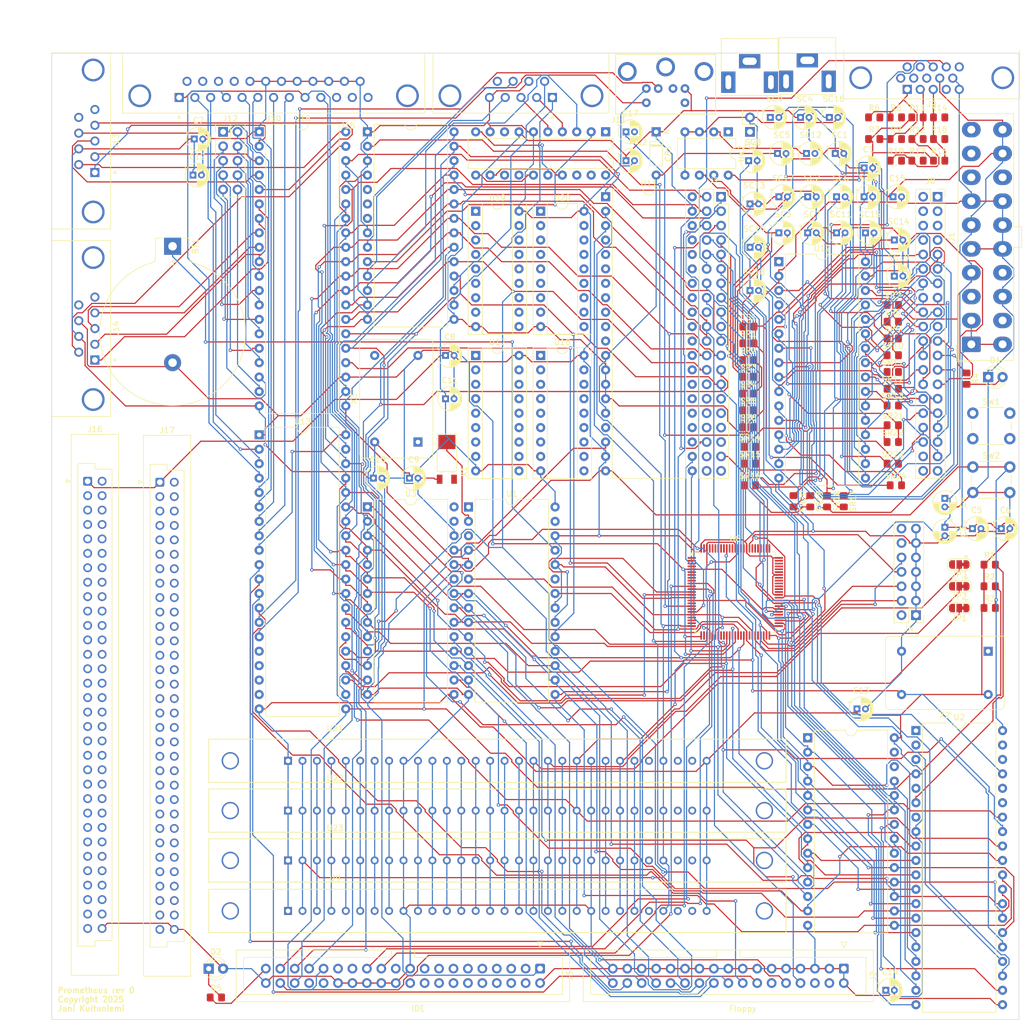
<source format=kicad_pcb>
(kicad_pcb (version 20240108) (generator "pcbnew") (generator_version "8.0")
  (layers (0 "F.Cu" signal) (31 "B.Cu" signal) (34 "B.Paste" user) (35 "F.Paste" user) (36 "B.SilkS" user "B.Silkscreen") (37 "F.SilkS" user "F.Silkscreen") (38 "B.Mask" user) (39 "F.Mask" user) (44 "Edge.Cuts" user))
  (net 0 "")
  (net 2 "Vcc")
  (net 3 "Vcc33")
  (net 4 "GND")
  (net 7 "Net-(C17-Pad2)")
  (net 10 "Net-(J1-Pin_14)")
  (net 11 "Net-(J2-Pin_28)")
  (net 12 "FDC_SIDE")
  (net 13 "Net-(J2-Pin_20)")
  (net 14 "Net-(J2-Pin_30)")
  (net 15 "Net-(J2-Pin_24)")
  (net 17 "Net-(J2-Pin_8)")
  (net 18 "FDC_DSKCHG")
  (net 19 "Net-(J2-Pin_22)")
  (net 20 "Net-(J2-Pin_26)")
  (net 22 "FDC_DRVA")
  (net 23 "FDC_MTREN")
  (net 24 "Net-(J2-Pin_10)")
  (net 25 "Net-(J2-Pin_18)")
  (net 28 "IDEDAT6")
  (net 29 "RES")
  (net 31 "IDEDAT12")
  (net 32 "IDEDAT10")
  (net 33 "Net-(J3-Pin_39)")
  (net 34 "IDEDAT8")
  (net 35 "IDEDAT4")
  (net 36 "IOW")
  (net 37 "IOR")
  (net 38 "A0")
  (net 39 "IDEDAT2")
  (net 40 "IDEDAT11")
  (net 41 "IDEDAT7")
  (net 43 "IRQ")
  (net 44 "IDEDAT9")
  (net 45 "A1")
  (net 46 "IDE_CS1")
  (net 47 "IDEDAT14")
  (net 48 "IDEDAT15")
  (net 49 "IDEDAT5")
  (net 50 "A2")
  (net 51 "IDEDAT3")
  (net 52 "IDE_CS0")
  (net 55 "IDEDAT13")
  (net 57 "IDEDAT0")
  (net 58 "IDEDAT1")
  (net 60 "Net-(J4-Pin_8)")
  (net 61 "Net-(J4-Pin_10)")
  (net 62 "Net-(J4-Pin_6)")
  (net 64 "Net-(J4-Pin_4)")
  (net 66 "Net-(J7-Pin_36)")
  (net 70 "D1")
  (net 71 "A11")
  (net 72 "GRACE_EN")
  (net 73 "A4")
  (net 74 "D0")
  (net 77 "A14")
  (net 79 "D2")
  (net 80 "A7")
  (net 81 "A12")
  (net 82 "A6")
  (net 83 "D3")
  (net 86 "D7")
  (net 87 "D6")
  (net 88 "A5")
  (net 90 "A9")
  (net 91 "A10")
  (net 92 "A15")
  (net 93 "A8")
  (net 94 "D4")
  (net 96 "D5")
  (net 97 "Net-(J7-Pin_37)")
  (net 98 "A13")
  (net 100 "A3")
  (net 101 "Net-(J8-Pin_29)")
  (net 103 "Net-(J8-Pin_13)")
  (net 104 "Net-(J8-Pin_11)")
  (net 106 "Net-(J8-Pin_30)")
  (net 107 "Net-(J8-Pin_32)")
  (net 109 "Net-(J8-Pin_21)")
  (net 110 "Net-(J8-Pin_12)")
  (net 111 "Net-(J8-Pin_24)")
  (net 113 "Net-(J8-Pin_22)")
  (net 114 "Net-(J8-Pin_37)")
  (net 115 "Net-(J8-Pin_20)")
  (net 116 "Net-(J8-Pin_33)")
  (net 117 "Net-(J8-Pin_28)")
  (net 118 "Net-(J8-Pin_17)")
  (net 119 "Net-(J8-Pin_35)")
  (net 122 "Net-(J8-Pin_16)")
  (net 123 "Net-(J8-Pin_10)")
  (net 124 "Net-(J8-Pin_9)")
  (net 125 "Net-(J8-Pin_31)")
  (net 127 "Net-(J8-Pin_14)")
  (net 128 "Net-(J8-Pin_27)")
  (net 129 "Net-(J8-Pin_23)")
  (net 130 "Net-(J8-Pin_18)")
  (net 133 "Net-(J8-Pin_34)")
  (net 134 "Net-(J8-Pin_36)")
  (net 136 "Net-(J8-Pin_25)")
  (net 137 "Net-(J8-Pin_15)")
  (net 138 "Net-(J8-Pin_26)")
  (net 139 "Net-(J9-Pad3)")
  (net 142 "Net-(J9-Pad1)")
  (net 146 "Net-(J9-Pad2)")
  (net 149 "Net-(U16-PA0)")
  (net 150 "Net-(U16-PA1)")
  (net 151 "Net-(U16-CA1)")
  (net 154 "Net-(U16-PA2)")
  (net 155 "Net-(U16-PA3)")
  (net 157 "Net-(U16-PA4)")
  (net 158 "Net-(U16-CA2)")
  (net 159 "Net-(U16-PA6)")
  (net 160 "Net-(U16-PA5)")
  (net 161 "Net-(U16-PA7)")
  (net 163 "Net-(U14-~{DTR})")
  (net 164 "Net-(U15-T1OUT)")
  (net 165 "Net-(U14-~{DSR})")
  (net 166 "Net-(U15-R1IN)")
  (net 168 "Net-(U14-~{CTS})")
  (net 169 "Net-(U14-~{DCD})")
  (net 170 "~{WE}")
  (net 171 "Net-(BT1-+)")
  (net 175 "RTC_EN")
  (net 176 "~{OE}")
  (net 177 "RTC_CLK")
  (net 180 "BE")
  (net 181 "PHI2")
  (net 183 "NMI")
  (net 186 "RW")
  (net 190 "/I/O 2/IRQ_HIGH")
  (net 191 "FDC_EN")
  (net 198 "VIA2_EN")
  (net 212 "AUDIO_EN")
  (net 213 "ROM_EN")
  (net 217 "RAS")
  (net 220 "CAS")
  (net 221 "IDE_UDW")
  (net 224 "IDE_LDW")
  (net 230 "IDE_EN")
  (net 231 "VIA1_EN")
  (net 234 "IDE_UDR")
  (net 237 "UART_EN")
  (net 244 "IDE_LDR")
  (net 251 "GNDPWR")
  (net 255 "/Audio/SND-SIG-")
  (net 257 "Net-(SD1-K)")
  (net 262 "GNDA")
  (net 264 "-5V ")
  (net 271 "Net-(J18-Pin_1)")
  (net 281 "Net-(U13-PA6)")
  (net 282 "Net-(U13-PB5)")
  (net 283 "Net-(U13-CA1)")
  (net 285 "Net-(U13-PB4)")
  (net 286 "Net-(U13-PA1)")
  (net 287 "Net-(U13-PA5)")
  (net 289 "Net-(U13-PA2)")
  (net 290 "Net-(U13-PA0)")
  (net 291 "Net-(U13-PA3)")
  (net 292 "Net-(U13-CA2)")
  (net 294 "Net-(U13-PA4)")
  (net 297 "Net-(U14-RxD)")
  (net 299 "Net-(U14-TxD)")
  (net 301 "Net-(J12-Pin_5)")
  (net 302 "Net-(J12-Pin_6)")
  (net 303 "Net-(J12-Pin_2)")
  (net 304 "Net-(J12-Pin_1)")
  (net 305 "Net-(J12-Pin_3)")
  (net 306 "Net-(J12-Pin_4)")
  (net 307 "Net-(J12-Pin_7)")
  (net 308 "Net-(J12-Pin_9)")
  (net 309 "Net-(J12-Pin_8)")
  (net 310 "Net-(J12-Pin_10)")
  (net 317 "Net-(U15-V-(C2+))")
  (net 319 "Net-(U15-C2+(C2-))")
  (net 320 "Net-(U15-C2-)")
  (net 399 "Net-(D1-A)")
  (net 400 "Net-(D2-K)")
  (net 409 "MA9")
  (net 410 "MA10")
  (net 411 "MA11")
  (net 537 "MA6")
  (net 538 "/RAM & ROM/DQ2")
  (net 539 "MA5")
  (net 540 "/RAM & ROM/DQ6")
  (net 541 "MA4")
  (net 542 "/RAM & ROM/DQ1")
  (net 543 "/RAM & ROM/DQ4")
  (net 544 "MA1")
  (net 545 "MA0")
  (net 546 "/RAM & ROM/DQ7")
  (net 547 "MA2")
  (net 548 "/RAM & ROM/DQ0")
  (net 549 "/RAM & ROM/DQ5")
  (net 550 "MA8")
  (net 551 "/RAM & ROM/DQ3")
  (net 552 "MA7")
  (net 554 "MA3")
  (net 565 "Net-(SC2-Pad1)")
  (net 566 "Net-(SC3-Pad1)")
  (net 567 "Net-(J19-Pad11)")
  (net 568 "Net-(SC4-Pad2)")
  (net 569 "Net-(SC5-Pad2)")
  (net 570 "Net-(SC6-Pad2)")
  (net 571 "Net-(UL1C--)")
  (net 572 "Net-(UL1C-+)")
  (net 573 "Net-(SC8-Pad1)")
  (net 574 "Net-(SC9-Pad2)")
  (net 575 "Net-(SC9-Pad1)")
  (net 576 "Net-(UL2B--)")
  (net 577 "Net-(SC10-Pad1)")
  (net 578 "Net-(UL2B-+)")
  (net 579 "Net-(UK2-+)")
  (net 580 "Net-(SC12-Pad2)")
  (net 581 "Net-(UL2A--)")
  (net 582 "Net-(SC15-Pad1)")
  (net 583 "+12V")
  (net 584 "Net-(UL2A-+)")
  (net 585 "Net-(UK2-BYPASS)")
  (net 586 "/Audio/SOUND.H")
  (net 587 "Net-(L1-Pad2)")
  (net 588 "/Audio/SPKR.H")
  (net 589 "Net-(Q1-B)")
  (net 590 "Net-(Q1-C)")
  (net 591 "/Audio/-5V")
  (footprint "Capacitor_THT:CP_Radial_D4.0mm_P1.50mm" (layer "F.Cu") (at 265.43 101.37 -90)
    (property "Reference" "C3")
    (property "Value" "0.1uF")
  )
  (footprint "Resistor_SMD:R_0805_2012Metric_Pad1.20x1.40mm_HandSolder" (layer "F.Cu") (at 253 29.21)
    (property "Reference" "R6")
    (property "Value" "R1100")
  )
  (footprint "Capacitor_THT:CP_Radial_D4.0mm_P1.50mm" (layer "F.Cu") (at 246.38 49.53)
    (property "Reference" "SC11")
    (property "Value" "220p")
  )
  (footprint "Capacitor_THT:CP_Radial_D4.0mm_P1.50mm" (layer "F.Cu") (at 171.22 92.71)
    (property "Reference" "C9")
    (property "Value" "0.1uF")
  )
  (footprint "Resistor_SMD:R_0805_2012Metric_Pad1.20x1.40mm_HandSolder" (layer "F.Cu") (at 260.62 36.83)
    (property "Reference" "R13")
    (property "Value" "R270")
  )
  (footprint "Connector_IDC:IDC-Header_2x17_P2.54mm_Vertical" (layer "F.Cu") (at 247.65 179.07 -90)
    (property "Reference" "J2")
    (property "Value" "FDC Connector")
  )
  (footprint "Resistor_SMD:R_0805_2012Metric_Pad1.20x1.40mm_HandSolder" (layer "F.Cu") (at 256.27 65.18)
    (property "Reference" "SR8")
    (property "Value" "3.9K")
  )
  (footprint "Capacitor_THT:CP_Radial_D4.0mm_P1.50mm" (layer "F.Cu") (at 246.15 35.56)
    (property "Reference" "SC1")
    (property "Value" "10p")
  )
  (footprint "Resistor_SMD:R_0805_2012Metric_Pad1.20x1.40mm_HandSolder" (layer "F.Cu") (at 230.87 80.79)
    (property "Reference" "SR5")
    (property "Value" "220")
  )
  (footprint "Package_DIP:DIP-8_W7.62mm" (layer "F.Cu") (at 227.32 31.76 -90)
    (property "Reference" "UK2")
    (property "Value" "LM380N-8")
  )
  (footprint "Connector_DIN:DIN41612_B_2x32_Female_Vertical_THT" (layer "F.Cu") (at 114.6 93.26)
    (property "Reference" "J16")
    (property "Value" "DIN41612_02x32_AB" (hide yes))
  )
  (footprint "Resistor_SMD:R_0805_2012Metric_Pad1.20x1.40mm_HandSolder" (layer "F.Cu") (at 230.87 77.84)
    (property "Reference" "SR4")
    (property "Value" "1K")
  )
  (footprint "Capacitor_THT:CP_Radial_D4.0mm_P1.50mm" (layer "F.Cu") (at 245.11 29.21)
    (property "Reference" "SC16")
    (property "Value" "22u")
  )
  (footprint "Package_DIP:DIP-20_W7.62mm" (layer "F.Cu") (at 205.74 31.75 -90)
    (property "Reference" "U15" (hide yes))
    (property "Value" "MAX233CPP")
  )
  (footprint "Capacitor_THT:CP_Radial_D4.0mm_P1.50mm" (layer "F.Cu") (at 240.03 29.21)
    (property "Reference" "SC4")
    (property "Value" "10p")
  )
  (footprint "Resistor_SMD:R_0805_2012Metric_Pad1.20x1.40mm_HandSolder" (layer "F.Cu") (at 273.32 115.57)
    (property "Reference" "R3")
    (property "Value" "R330")
  )
  (footprint "Resistor_SMD:R_0805_2012Metric_Pad1.20x1.40mm_HandSolder" (layer "F.Cu") (at 230.87 66.04)
    (property "Reference" "CS1")
    (property "Value" ".1u")
  )
  (footprint "Connector_PinHeader_2.54mm:PinHeader_2x07_P2.54mm_Vertical" (layer "F.Cu") (at 260.35 116.84 180)
    (property "Reference" "J4")
    (property "Value" "JTAG")
  )
  (footprint "Connector_Dsub:DSUB-9_Female_Horizontal_P2.77x2.84mm_EdgePinOffset4.94mm_Housed_MountingHolesOffset7.48mm" (layer "F.Cu") (at 115.87 71.925 -90)
    (property "Reference" "J14")
    (property "Value" "Joy2")
  )
  (footprint "Connector_DIN:DIN41612_B_2x32_Female_Vertical_THT" (layer "F.Cu") (at 127.3 93.43)
    (property "Reference" "J17")
    (property "Value" "DIN41612_02x32_AB" (hide yes))
  )
  (footprint "Capacitor_THT:CP_Radial_D4.0mm_P1.50mm" (layer "F.Cu") (at 270.28 101.6)
    (property "Reference" "C5")
    (property "Value" "0.1uF")
  )
  (footprint "Connector_PinSocket_2.54mm:PinSocket_2x20_P2.54mm_Vertical" (layer "F.Cu") (at 226.06 43.18)
    (property "Reference" "J7")
    (property "Value" "GRACE board interface 1")
  )
  (footprint "Custom_Socket:SIMM" (layer "F.Cu") (at 186.69 151.25)
    (property "Reference" "U22")
    (property "Value" "SIMM16M")
  )
  (footprint "Package_DIP:DIP-18_W7.62mm_Socket" (layer "F.Cu") (at 182.88 71.12)
    (property "Reference" "U17")
    (property "Value" "41464")
  )
  (footprint "Capacitor_THT:CP_Radial_D4.0mm_P1.50mm" (layer "F.Cu") (at 234.72 29.21)
    (property "Reference" "SC9")
    (property "Value" "22u")
  )
  (footprint "Capacitor_THT:CP_Radial_D4.0mm_P1.50mm" (layer "F.Cu") (at 133.35 33.02)
    (property "Reference" "C7")
    (property "Value" "0.1uF")
  )
  (footprint "Connector_PinSocket_2.54mm:PinSocket_2x20_P2.54mm_Vertical" (layer "F.Cu") (at 264.16 43.18)
    (property "Reference" "J8")
    (property "Value" "GRACE board interface 2")
  )
  (footprint "Package_DIP:DIP-40_W15.24mm" (layer "F.Cu") (at 144.775 85.09)
    (property "Reference" "U13")
    (property "Value" "wdc65c22")
  )
  (footprint "Capacitor_THT:CP_Radial_D4.0mm_P1.50mm" (layer "F.Cu") (at 177.57 71.12)
    (property "Reference" "C8")
    (property "Value" "0.1uF")
  )
  (footprint "Button_Switch_THT:SW_PUSH_6mm" (layer "F.Cu") (at 270.36 81.28)
    (property "Reference" "SW1")
    (property "Value" "Power Switch")
  )
  (footprint "Resistor_SMD:R_0805_2012Metric_Pad1.20x1.40mm_HandSolder" (layer "F.Cu") (at 230.87 68.99)
    (property "Reference" "SR1")
    (property "Value" "1K")
  )
  (footprint "Resistor_SMD:R_0805_2012Metric_Pad1.20x1.40mm_HandSolder" (layer "F.Cu") (at 256.81 93.98)
    (property "Reference" "SR24")
    (property "Value" "10K")
  )
  (footprint "Jumper:SolderJumper-3_P1.3mm_Bridged12_RoundedPad1.0x1.5mm" (layer "F.Cu") (at 267.97 111.76 180)
    (property "Reference" "JP2")
    (property "Value" "Jumper_2_Open")
  )
  (footprint "Capacitor_THT:CP_Radial_D4.0mm_P1.50mm" (layer "F.Cu") (at 235.99 35.56)
    (property "Reference" "SC5")
    (property "Value" "10p")
  )
  (footprint "Resistor_SMD:R_0805_2012Metric_Pad1.20x1.40mm_HandSolder" (layer "F.Cu") (at 256.81 36.83)
    (property "Reference" "R10")
    (property "Value" "R1100")
  )
  (footprint "Capacitor_THT:CP_Radial_D4.0mm_P1.50mm" (layer "F.Cu") (at 246.38 43.18)
    (property "Reference" "SC6")
    (property "Value" "10p")
  )
  (footprint "Connector_PinHeader_2.54mm:PinHeader_2x05_P2.54mm_Vertical" (layer "F.Cu") (at 138.43 31.75)
    (property "Reference" "J12")
    (property "Value" "Expansion")
  )
  (footprint "Resistor_SMD:R_0805_2012Metric_Pad1.20x1.40mm_HandSolder" (layer "F.Cu") (at 247.65 96.79 -90)
    (property "Reference" "SR17")
    (property "Value" "10K")
  )
  (footprint "Capacitor_THT:CP_Radial_D4.0mm_P1.50mm" (layer "F.Cu") (at 231.14 59.69)
    (property "Reference" "SC18")
    (property "Value" "560p")
  )
  (footprint "Resistor_SMD:R_0805_2012Metric_Pad1.20x1.40mm_HandSolder" (layer "F.Cu") (at 230.87 71.94)
    (property "Reference" "SR2")
    (property "Value" "560")
  )
  (footprint "Resistor_SMD:R_0805_2012Metric_Pad1.20x1.40mm_HandSolder" (layer "F.Cu") (at 256.27 76.98)
    (property "Reference" "SR12")
    (property "Value" "3.9K")
  )
  (footprint "Resistor_SMD:R_0805_2012Metric_Pad1.20x1.40mm_HandSolder" (layer "F.Cu") (at 264.43 29.21)
    (property "Reference" "R14")
    (property "Value" "R470")
  )
  (footprint "Resistor_SMD:R_0805_2012Metric_Pad1.20x1.40mm_HandSolder" (layer "F.Cu") (at 241.75 96.79 -90)
    (property "Reference" "SR19")
    (property "Value" "15K")
  )
  (footprint "Capacitor_THT:CP_Radial_D4.0mm_P1.50mm" (layer "F.Cu") (at 230.91 36.83)
    (property "Reference" "SC8")
    (property "Value" "1.5n")
  )
  (footprint "Oscillator:Oscillator_DIP-14" (layer "F.Cu") (at 172.72 86.36 90)
    (property "Reference" "X3")
    (property "Value" "1.8432MHz")
  )
  (footprint "Connector_Dsub:DSUB-15-HD_Female_Horizontal_P2.29x1.98mm_EdgePinOffset3.03mm_Housed_MountingHolesOffset4.94mm" (layer "F.Cu") (at 258.81 24.28 180)
    (property "Reference" "J9")
    (property "Value" "15kHz Video Out")
  )
  (footprint "Connector:RCA" (layer "F.Cu") (at 237.49 22.86)
    (property "Reference" "J5" (hide yes))
    (property "Value" "Left Audio" (hide yes))
  )
  (footprint "Package_DIP:DIP-32_W15.24mm" (layer "F.Cu") (at 236.22 54.61)
    (property "Reference" "U12")
    (property "Value" "VRAM")
  )
  (footprint "Capacitor_THT:CP_Radial_D4.0mm_P1.50mm" (layer "F.Cu") (at 236.22 49.53)
    (property "Reference" "SC3")
    (property "Value" "22u")
  )
  (footprint "Capacitor_THT:CP_Radial_D4.0mm_P1.50mm" (layer "F.Cu") (at 177.57 78.74)
    (property "Reference" "C11")
    (property "Value" "0.1uF")
  )
  (footprint "Resistor_SMD:R_0805_2012Metric_Pad1.20x1.40mm_HandSolder" (layer "F.Cu") (at 256.27 79.93)
    (property "Reference" "SR13")
    (property "Value" "3.9K")
  )
  (footprint "Resistor_SMD:R_0805_2012Metric_Pad1.20x1.40mm_HandSolder" (layer "F.Cu") (at 230.87 83.74)
    (property "Reference" "SR6")
    (property "Value" "100")
  )
  (footprint "Connector_Dsub:DSUB-25_Female_Horizontal_P2.77x2.84mm_EdgePinOffset4.94mm_Housed_MountingHolesOffset7.48mm" (layer "F.Cu") (at 130.695 25.7 180)
    (property "Reference" "J10")
    (property "Value" "Centronics")
  )
  (footprint "Connector_Dsub:DSUB-9_Male_Horizontal_P2.77x2.84mm_EdgePinOffset4.94mm_Housed_MountingHolesOffset7.48mm" (layer "F.Cu") (at 196.385 25.7 180)
    (property "Reference" "J15")
    (property "Value" "rs232")
  )
  (footprint "Resistor_SMD:R_0805_2012Metric_Pad1.20x1.40mm_HandSolder" (layer "F.Cu") (at 231.14 87.22)
    (property "Reference" "SR14")
    (property "Value" "470K")
  )
  (footprint "Resistor_SMD:R_0805_2012Metric_Pad1.20x1.40mm_HandSolder" (layer "F.Cu") (at 137.16 184.15)
    (property "Reference" "R5")
    (property "Value" "R330")
  )
  (footprint "Package_DIP:DIP-28_W15.24mm" (layer "F.Cu") (at 181.61 97.79)
    (property "Reference" "U1")
    (property "Value" "DS1501YN")
  )
  (footprint "Capacitor_THT:CP_Radial_D4.0mm_P1.50mm" (layer "F.Cu") (at 209.32 31.75)
    (property "Reference" "C17")
    (property "Value" "0.1u")
  )
  (footprint "Resistor_SMD:R_0805_2012Metric_Pad1.20x1.40mm_HandSolder" (layer "F.Cu") (at 260.62 33.02)
    (property "Reference" "R12")
    (property "Value" "R560")
  )
  (footprint "Package_DIP:DIP-28_W15.24mm" (layer "F.Cu") (at 163.83 97.78)
    (property "Reference" "U3")
    (property "Value" "WD1772")
  )
  (footprint "Capacitor_THT:CP_Radial_D4.0mm_P1.50mm" (layer "F.Cu") (at 265.43 96.29 -90)
    (property "Reference" "C4")
    (property "Value" "0.1uF")
  )
  (footprint "Resistor_SMD:R_0805_2012Metric_Pad1.20x1.40mm_HandSolder" (layer "F.Cu") (at 260.62 29.21)
    (property "Reference" "R11")
    (property "Value" "R150")
  )
  (footprint "Resistor_SMD:R_0805_2012Metric_Pad1.20x1.40mm_HandSolder" (layer "F.Cu") (at 256.27 71.08)
    (property "Reference" "SR10")
    (property "Value" "3.9K")
  )
  (footprint "Capacitor_THT:CP_Radial_D4.0mm_P1.50mm" (layer "F.Cu") (at 231.14 44.45)
    (property "Reference" "SC13")
    (property "Value" "1.8n")
  )
  (footprint "Jumper:SolderJumper-3_P1.3mm_Bridged12_RoundedPad1.0x1.5mm" (layer "F.Cu") (at 267.97 115.595 180)
    (property "Reference" "JP1")
    (property "Value" "Jumper_2_Open")
  )
  (footprint "Capacitor_THT:CP_Radial_D4.0mm_P1.50mm" (layer "F.Cu") (at 251.46 49.53)
    (property "Reference" "SC15")
    (property "Value" "3.9n")
  )
  (footprint "Capacitor_THT:CP_Radial_D4.0mm_P1.50mm" (layer "F.Cu") (at 256.31 43.18)
    (property "Reference" "C15")
    (property "Value" "C")
  )
  (footprint "Resistor_SMD:R_0805_2012Metric_Pad1.20x1.40mm_HandSolder" (layer "F.Cu") (at 264.43 36.83)
    (property "Reference" "R15")
    (property "Value" "R150")
  )
  (footprint "Package_DIP:DIP-18_W7.62mm_Socket" (layer "F.Cu") (at 182.88 45.72)
    (property "Reference" "U19")
    (property "Value" "41464")
  )
  (footprint "Diode_THT:D_DO-35_SOD27_P7.62mm_Horizontal" (layer "F.Cu") (at 214.63 31.75 -90)
    (property "Reference" "CR1")
    (property "Value" "1N914")
  )
  (footprint "Capacitor_THT:CP_Radial_D4.0mm_P1.50mm" (layer "F.Cu") (at 241.3 43.18)
    (property "Reference" "SC2")
    (property "Value" ".1u")
  )
  (footprint "Package_DIP:DIP-18_W7.62mm_Socket" (layer "F.Cu") (at 194.31 45.72)
    (property "Reference" "U20")
    (property "Value" "41464")
  )
  (footprint "Resistor_SMD:R_0805_2012Metric_Pad1.20x1.40mm_HandSolder" (layer "F.Cu") (at 273.32 111.76)
    (property "Reference" "R2")
    (property "Value" "R330")
  )
  (footprint "Package_DIP:DIP-40_W15.24mm" (layer "F.Cu") (at 260.345 137.165)
    (property "Reference" "U2")
    (property "Value" "wdc65c816" (hide yes))
  )
  (footprint "Button_Switch_THT:SW_PUSH_6mm" (layer "F.Cu") (at 270.36 90.75)
    (property "Reference" "SW2")
    (property "Value" "Reset Switch")
  )
  (footprint "Resistor_SMD:R_0805_2012Metric_Pad1.20x1.40mm_HandSolder" (layer "F.Cu") (at 256.27 83.41)
    (property "Reference" "SR21")
    (property "Value" "200")
  )
  (footprint "Capacitor_THT:CP_Radial_D4.0mm_P1.50mm" (layer "F.Cu") (at 236.22 43.18)
    (property "Reference" "SC17")
    (property "Value" ".1u")
  )
  (footprint "Oscillator:Oscillator_DIP-14" (layer "F.Cu") (at 273.05 123.19 180)
    (property "Reference" "X2")
    (property "Value" "8MHz")
  )
  (footprint "Resistor_SMD:R_0805_2012Metric_Pad1.20x1.40mm_HandSolder" (layer "F.Cu") (at 256.27 74.03)
    (property "Reference" "SR11")
    (property "Value" "200K")
  )
  (footprint "Capacitor_THT:CP_Radial_D4.0mm_P1.50mm" (layer "F.Cu") (at 251.23 43.18)
    (property "Reference" "C16")
    (property "Value" "C")
  )
  (footprint "Package_DIP:DIP-18_W7.62mm_Socket" (layer "F.Cu") (at 194.31 71.12)
    (property "Reference" "U18")
    (property "Value" "41464")
  )
  (footprint "Connector_IDC:IDC-Header_2x20_P2.54mm_Vertical" (layer "F.Cu") (at 194.21 179.07 -90)
    (property "Reference" "J3")
    (property "Value" "IDE Connector" (hide yes))
  )
  (footprint "Jumper:SolderJumper-3_P1.3mm_Bridged12_RoundedPad1.0x1.5mm" (layer "F.Cu") (at 267.97 107.925 180)
    (property "Reference" "JP3")
    (property "Value" "Jumper_2_Open")
  )
  (footprint "Capacitor_THT:CP_Radial_D4.0mm_P1.50mm" (layer "F.Cu") (at 133.12 39.37)
    (property "Reference" "C12")
    (property "Value" "C")
  )
  (footprint "Resistor_SMD:R_0805_2012Metric_Pad1.20x1.40mm_HandSolder" (layer "F.Cu") (at 256.27 62.23)
    (property "Reference" "SR7")
    (property "Value" "3.9K")
  )
  (footprint "Resistor_SMD:R_0805_2012Metric_Pad1.20x1.40mm_HandSolder" (layer "F.Cu") (at 231.14 93.98)
    (property "Reference" "SR16")
    (property "Value" "15K")
  )
  (footprint "Resistor_SMD:R_0805_2012Metric_Pad1.20x1.40mm_HandSolder" (layer "F.Cu") (at 256.81 33.02)
    (property "Reference" "R9")
    (property "Value" "R270")
  )
  (footprint "Resistor_SMD:R_0805_2012Metric_Pad1.20x1.40mm_HandSolder" (layer "F.Cu") (at 238.8 96.79 -90)
    (property "Reference" "SR20")
    (property "Value" "15K")
  )
  (footprint "Connector_Dsub:DSUB-9_Female_Horizontal_P2.77x2.84mm_EdgePinOffset4.94mm_Housed_MountingHolesOffset7.48mm" (layer "F.Cu") (at 115.87 38.905 -90)
    (property "Reference" "J13")
    (property "Value" "Joy1")
  )
  (footprint "Capacitor_THT:CP_Radial_D4.0mm_P1.50mm" (layer "F.Cu") (at 249.96 133.35)
    (property "Reference" "C13")
    (property "Value" "C")
  )
  (footprint "Crystal:Crystal_SMD_FrontierElectronics_FM206" (layer "F.Cu") (at 177.8 89.41 180)
    (property "Reference" "X1")
    (property "Value" "32kHz")
  )
  (footprint "Package_QFP:TQFP-100_14x14mm_P0.5mm" (layer "F.Cu") (at 228.5575 112.76)
    (property "Reference" "U8")
    (property "Value" "XC9572XL-TQ100")
  )
  (footprint "LED_THT:LED_D3.0mm" (layer "F.Cu") (at 273.05 74.93)
    (property "Reference" "D1")
    (property "Value" "Power LED")
  )
  (footprint "Resistor_SMD:R_0805_2012Metric_Pad1.20x1.40mm_HandSolder" (layer "F.Cu") (at 230.87 74.89)
    (property "Reference" "SR3")
    (property "Value" "2.7")
  )
  (footprint "Connector_Molex:Molex_Mini-Fit_Jr_5566-20A_2x10_P4.20mm_Vertical" (layer "F.Cu") (at 270.09 69.16 90)
    (property "Reference" "J1")
    (property "Value" "ATX Power Conn" (hide yes))
  )
  (footprint "Resistor_SMD:R_0805_2012Metric_Pad1.20x1.40mm_HandSolder" (layer "F.Cu") (at 231.14 90.17)
    (property "Reference" "SR15")
    (property "Value" "470K")
  )
  (footprint "Connector:MINI-DIN-6-FULL-SHIELD" (layer "F.Cu") (at 216.3 15.63)
    (property "Reference" "J11")
    (property "Value" "ps/2 keyb" (hide yes))
  )
  (footprint "Package_DIP:DIP-28_W15.24mm" (layer "F.Cu") (at 241.3 138.43)
    (property "Reference" "U10" (hide yes))
    (property "Value" "2764")
  )
  (footprint "Resistor_SMD:R_0805_2012Metric_Pad1.20x1.40mm_HandSolder" (layer "F.Cu") (at 264.43 33.02)
    (property "Reference" "R16")
    (property "Value" "R240")
  )
  (footprint "Resistor_SMD:R_0805_2012Metric_Pad1.20x1.40mm_HandSolder" (layer "F.Cu") (at 273.32 107.95)
    (property "Reference" "R1")
    (property "Value" "R330")
  )
  (footprint "Resistor_SMD:R_0805_2012Metric_Pad1.20x1.40mm_HandSolder" (layer "F.Cu") (at 256.27 86.36)
    (property "Reference" "SR22")
    (property "Value" "200")
  )
  (footprint "Package_DIP:DIP-28_W15.24mm" (layer "F.Cu") (at 163.83 31.75)
    (property "Reference" "U14" (hide yes))
    (property "Value" "wdc65c51")
  )
  (footprint "Resistor_SMD:R_0805_2012Metric_Pad1.20x1.40mm_HandSolder" (layer "F.Cu") (at 244.7 96.79 -90)
    (property "Reference" "SR18")
    (property "Value" "10K")
  )
  (footprint "Resistor_SMD:R_0805_2012Metric_Pad1.20x1.40mm_HandSolder" (layer "F.Cu") (at 256.27 90.17)
    (property "Reference" "SR23")
    (property "Value" "10K")
  )
  (footprint "Capacitor_THT:CP_Radial_D4.0mm_P1.50mm" (layer "F.Cu") (at 256.54 50.8)
    (property "Reference" "SC14")
    (property "Value" "470u/16v")
  )
  (footprint "Capacitor_THT:CP_Radial_D4.0mm_P1.50mm" (layer "F.Cu") (at 164.87 92.71)
    (property "Reference" "C10")
    (property "Value" "0.1uF")
  )
  (footprint "Capacitor_THT:CP_Radial_D4.0mm_P1.50mm" (layer "F.Cu") (at 255.04 182.88)
    (property "Reference" "C14")
    (property "Value" "C")
  )
  (footprint "Resistor_SMD:R_0805_2012Metric_Pad1.20x1.40mm_HandSolder" (layer "F.Cu") (at 256.27 68.13)
    (property "Reference" "SR9")
    (property "Value" "3.9K")
  )
  (footprint "Capacitor_THT:CP_Radial_D4.0mm_P1.50mm" (layer "F.Cu") (at 241.3 49.53)
    (property "Reference" "SC7")
    (property "Value" "10p")
  )
  (footprint "Capacitor_THT:CP_Radial_D4.0mm_P1.50mm" (layer "F.Cu") (at 251.23 38.1)
    (property "Reference" "C1")
    (property "Value" "0.1uF")
  )
  (footprint "Connector_PinHeader_2.54mm:PinHeader_1x02_P2.54mm_Vertical" (layer "F.Cu") (at 231.14 31.75 180)
    (property "Reference" "J18")
    (property "Value" "SPEAKER")
  )
  (footprint "Capacitor_THT:CP_Radial_D4.0mm_P1.50mm" (layer "F.Cu") (at 256.54 57.15)
    (property "Reference" "SC19")
    (property "Value" "22u")
  )
  (footprint "Capacitor_THT:CP_Radial_D4.0mm_P1.50mm" (layer "F.Cu") (at 241.07 35.56)
    (property "Reference" "SC12")
    (property "Value" ".1u")
  )
  (footprint "Package_DIP:DIP-40_W15.24mm" (layer "F.Cu") (at 205.74 43.18)
    (property "Reference" "U11")
    (property "Value" "EN5503DOC" (hide yes))
  )
  (footprint "Custom_Socket:SIMM" (layer "F.Cu") (at 186.69 160.02)
    (property "Reference" "U23")
    (property "Value" "SIMM16M")
  )
  (footprint "Connector:RCA" (layer "F.Cu") (at 227.33 23.02)
    (property "Reference" "J6" (hide yes))
    (property "Value" "Right Audio" (hide yes))
  )
  (footprint "Capacitor_THT:CP_Radial_D4.0mm_P1.50mm" (layer "F.Cu") (at 209.32 36.83)
    (property "Reference" "C2")
    (property "Value" "0.1uF")
  )
  (footprint "Custom_Socket:SIMM" (layer "F.Cu") (at 186.69 142.48)
    (property "Reference" "U21")
    (property "Value" "SIMM16M")
  )
  (footprint "Capacitor_THT:CP_Radial_D4.0mm_P1.50mm" (layer "F.Cu") (at 231.14 52.07)
    (property "Reference" "SC10")
    (property "Value" "3.9n")
  )
  (footprint "Package_DIP:DIP-40_W15.24mm" (layer "F.Cu") (at 144.78 31.75)
    (property "Reference" "U16")
    (property "Value" "wdc65c22")
  )
  (footprint "Resistor_SMD:R_0805_2012Metric_Pad1.20x1.40mm_HandSolder" (layer "F.Cu") (at 256.81 29.21)
    (property "Reference" "R8")
    (property "Value" "R560")
  )
  (footprint "Battery:BatteryHolder_Keystone_104_1x23mm" (layer "F.Cu") (at 129.54 51.9 -90)
    (property "Reference" "BT1")
    (property "Value" "Battery")
  )
  (footprint "Custom_Socket:SIMM" (layer "F.Cu") (at 186.69 168.91)
    (property "Reference" "U9")
    (property "Value" "SIMM16M")
  )
  (footprint "LED_THT:LED_D3.0mm" (layer "F.Cu") (at 135.89 179.07)
    (property "Reference" "D2")
    (property "Value" "IDE LED")
  )
  (footprint "Capacitor_THT:CP_Radial_D4.0mm_P1.50mm" (layer "F.Cu") (at 275.36 101.6)
    (property "Reference" "C6")
    (property "Value" "0.1uF")
  )
  (footprint "Resistor_SMD:R_0805_2012Metric_Pad1.20x1.40mm_HandSolder" (layer "F.Cu") (at 269.24 75.2 -90)
    (property "Reference" "R4")
    (property "Value" "R470")
  )
  (footprint "Resistor_SMD:R_0805_2012Metric_Pad1.20x1.40mm_HandSolder" (layer "F.Cu") (at 253 33.02)
    (property "Reference" "R7")
    (property "Value" "R150")
  )
  (gr_rect (start 108.285 17.895331) (end 278.465 188.075331) (stroke (width 0.1)) (fill none) (layer "Edge.Cuts"))
  (gr_text "IDE" (at 171.45 186.69 0) (layer "F.SilkS") (effects (font (size 1 1)) (justify left bottom)))
  (gr_text "Floppy" (at 227.33 186.69 0) (layer "F.SilkS") (effects (font (size 1 1)) (justify left bottom)))
  (gr_text "Prometheus rev 0\nCopyright 2025\nJani Kuituniemi" (at 109.22 186.69 0) (layer "F.SilkS") (effects (font (size 1 1) (thickness 0.2) (bold yes)) (justify left bottom)))
  (segment (start 150.5807 91.5758) (end 145.8362 86.8313) (width 0.2) (layer "F.Cu") (net 2))
  (segment (start 179.07 130.8) (end 177.9683 130.8) (width 0.2) (layer "F.Cu") (net 2))
  (segment (start 206.8417 78.74) (end 208.1117 80.01) (width 0.2) (layer "F.Cu") (net 2))
  (segment (start 146.9784 132.2483) (end 176.52 132.2483) (width 0.2) (layer "F.Cu") (net 2))
  (segment (start 231.9962 82.265) (end 233.5974 80.6638) (width 0.2) (layer "F.Cu") (net 2))
  (segment (start 274.4583 101.6) (end 273.5461 100.6878) (width 0.2) (layer "F.Cu") (net 2))
  (segment (start 193.4663 144.3395) (end 221.6605 144.3395) (width 0.2) (layer "F.Cu") (net 2))
  (segment (start 192.018 33.268) (end 206.6597 33.268) (width 0.2) (layer "F.Cu") (net 2))
  (segment (start 277.2805 100.6864) (end 277.7921 101.198) (width 0.2) (layer "F.Cu") (net 2))
  (segment (start 230.4649 84.7541) (end 230.87 84.349) (width 0.2) (layer "F.Cu") (net 2))
  (segment (start 231.7379 82.265) (end 231.9962 82.265) (width 0.2) (layer "F.Cu") (net 2))
  (segment (start 192.097 90.3287) (end 185.093 90.3287) (width 0.2) (layer "F.Cu") (net 2))
  (segment (start 171.22 92.71) (end 171.22 91.8083) (width 0.2) (layer "F.Cu") (net 2))
  (segment (start 205.74 78.74) (end 206.8417 78.74) (width 0.2) (layer "F.Cu") (net 2))
  (segment (start 267.7228 60.4558) (end 267.7228 64.71) (width 0.2) (layer "F.Cu") (net 2))
  (segment (start 162.8341 91.5758) (end 150.5807 91.5758) (width 0.2) (layer "F.Cu") (net 2))
  (segment (start 214.63 31.75) (end 213.5283 31.75) (width 0.2) (layer "F.Cu") (net 2))
  (segment (start 114.143 72.9065) (end 121.2465 80.01) (width 0.2) (layer "F.Cu") (net 2))
  (segment (start 271.9372 115.9528) (end 272.32 115.57) (width 0.2) (layer "F.Cu") (net 2))
  (segment (start 269.5106 29.7083) (end 275.59 29.7083) (width 0.2) (layer "F.Cu") (net 2))
  (segment (start 258.4301 40.1582) (end 255.4083 43.18) (width 0.2) (layer "F.Cu") (net 2))
  (segment (start 272.32 111.76) (end 272.32 115.57) (width 0.2) (layer "F.Cu") (net 2))
  (segment (start 179.07 64.77) (end 180.5083 64.77) (width 0.2) (layer "F.Cu") (net 2))
  (segment (start 270.09 58.2117) (end 269.9669 58.2117) (width 0.2) (layer "F.Cu") (net 2))
  (segment (start 264.535 24.7327) (end 269.5106 29.7083) (width 0.2) (layer "F.Cu") (net 2))
  (segment (start 275.59 35.56) (end 273.6383 35.56) (width 0.2) (layer "F.Cu") (net 2))
  (segment (start 257.6417 134.4575) (end 257.6417 138.43) (width 0.2) (layer "F.Cu") (net 2))
  (segment (start 248.69 38.1) (end 246.15 35.56) (width 0.2) (layer "F.Cu") (net 2))
  (segment (start 183.9817 66.04) (end 185.0835 67.1418) (width 0.2) (layer "F.Cu") (net 2))
  (segment (start 271.9372 130.81) (end 271.9372 115.9528) (width 0.2) (layer "F.Cu") (net 2))
  (segment (start 264.535 22.3) (end 264.535 24.7327) (width 0.2) (layer "F.Cu") (net 2))
  (segment (start 194.31 91.44) (end 193.2083 91.44) (width 0.2) (layer "F.Cu") (net 2))
  (segment (start 273.05 130.81) (end 271.9372 130.81) (width 0.2) (layer "F.Cu") (net 2))
  (segment (start 182.3292 66.04) (end 182.88 66.04) (width 0.2) (layer "F.Cu") (net 2))
  (segment (start 144.775 133.35) (end 145.8767 133.35) (width 0.2) (layer "F.Cu") (net 2))
  (segment (start 255.4083 43.18) (end 254.4924 42.2641) (width 0.2) (layer "F.Cu") (net 2))
  (segment (start 237.9469 28.0286) (end 220.803 28.0286) (width 0.2) (layer "F.Cu") (net 2))
  (segment (start 145.8767 133.35) (end 146.9784 132.2483) (width 0.2) (layer "F.Cu") (net 2))
  (segment (start 185.093 90.3287) (end 183.9817 91.44) (width 0.2) (layer "F.Cu") (net 2))
  (segment (start 275.59 31.36) (end 275.59 29.7083) (width 0.2) (layer "F.Cu") (net 2))
  (segment (start 182.88 66.04) (end 183.9817 66.04) (width 0.2) (layer "F.Cu") (net 2))
  (segment (start 274.9092 101.6) (end 274.4583 101.6) (width 0.2) (layer "F.Cu") (net 2))
  (segment (start 209.32 36.83) (end 209.32 35.9283) (width 0.2) (layer "F.Cu") (net 2))
  (segment (start 171.22 91.8083) (end 170.5483 91.8083) (width 0.2) (layer "F.Cu") (net 2))
  (segment (start 271.9372 130.81) (end 261.2892 130.81) (width 0.2) (layer "F.Cu") (net 2))
  (segment (start 268.5718 37.8312) (end 266.2448 40.1582) (width 0.2) (layer "F.Cu") (net 2))
  (segment (start 269.9669 58.2117) (end 267.7228 60.4558) (width 0.2) (layer "F.Cu") (net 2))
  (segment (start 219.4531 28.0286) (end 215.7317 31.75) (width 0.2) (layer "F.Cu") (net 2))
  (segment (start 197.7078 68.3361) (end 201.3341 68.3361) (width 0.2) (layer "F.Cu") (net 2))
  (segment (start 249.96 134.05) (end 231.95 134.05) (width 0.2) (layer "F.Cu") (net 2))
  (segment (start 205.5563 72.5583) (end 205.74 72.5583) (width 0.2) (layer "F.Cu") (net 2))
  (segment (start 240.03 29.21) (end 239.1283 29.21) (width 0.2) (layer "F.Cu") (net 2))
  (segment (start 273.6383 35.56) (end 271.3671 37.8312) (width 0.2) (layer "F.Cu") (net 2))
  (segment (start 220.803 25.233) (end 220.803 28.0286) (width 0.2) (layer "F.Cu") (net 2))
  (segment (start 249.96 134.05) (end 250.3675 134.4575) (width 0.2) (layer "F.Cu") (net 2))
  (segment (start 267.7228 64.71) (end 267.7228 72.6828) (width 0.2) (layer "F.Cu") (net 2))
  (segment (start 192.1065 67.1418) (end 193.2083 66.04) (width 0.2) (layer "F.Cu") (net 2))
  (segment (start 176.52 132.2483) (end 177.9683 130.8) (width 0.2) (layer "F.Cu") (net 2))
  (segment (start 209.35 35.9283) (end 209.32 35.9283) (width 0.2) (layer "F.Cu") (net 2))
  (segment (start 133.35 33.02) (end 132.4483 33.02) (width 0.2) (layer "F.Cu") (net 2))
  (segment (start 191.77 142.6432) (end 193.4663 144.3395) (width 0.2) (layer "F.Cu") (net 2))
  (segment (start 183.6899 136.5216) (end 185.9578 136.5216) (width 0.2) (layer "F.Cu") (net 2))
  (segment (start 256.31 43.18) (end 255.4083 43.18) (width 0.2) (layer "F.Cu") (net 2))
  (segment (start 170.5483 91.8083) (end 165.1 86.36) (width 0.2) (layer "F.Cu") (net 2))
  (segment (start 269.1483 101.37) (end 269.3783 101.6) (width 0.2) (layer "F.Cu") (net 2))
  (segment (start 180.5083 64.77) (end 181.7783 66.04) (width 0.2) (layer "F.Cu") (net 2))
  (segment (start 177.9683 130.8) (end 183.6899 136.5216) (width 0.2) (layer "F.Cu") (net 2))
  (segment (start 113.03 34.75) (end 130.7183 34.75) (width 0.2) (layer "F.Cu") (net 2))
  (segment (start 256.54 138.43) (end 257.6417 138.43) (width 0.2) (layer "F.Cu") (net 2))
  (segment (start 265.43 101.37) (end 269.1483 101.37) (width 0.2) (layer "F.Cu") (net 2))
  (segment (start 219.7 24.13) (end 220.803 25.233) (width 0.2) (layer "F.Cu") (net 2))
  (segment (start 182.3292 66.04) (end 181.7783 66.04) (width 0.2) (layer "F.Cu") (net 2))
  (segment (start 267.7228 72.6828) (end 269.24 74.2) (width 0.2) (layer "F.Cu") (net 2))
  (segment (start 130.7183 34.75) (end 132.4483 33.02) (width 0.2) (layer "F.Cu") (net 2))
  (segment (start 266.2448 40.1582) (end 258.4301 40.1582) (width 0.2) (layer "F.Cu") (net 2))
  (segment (start 190.5 31.75) (end 192.018 33.268) (width 0.2) (layer "F.Cu") (net 2))
  (segment (start 194.31 66.04) (end 195.4117 66.04) (width 0.2) (layer "F.Cu") (net 2))
  (segment (start 275.8228 100.6864) (end 277.2805 100.6864) (width 0.2) (layer "F.Cu") (net 2))
  (segment (start 227.2218 80.7401) (end 227.2218 82.6782) (width 0.2) (layer "F.Cu") (net 2))
  (segment (start 182.88 91.44) (end 183.9817 91.44) (width 0.2) (layer "F.Cu") (net 2))
  (segment (start 277.7921 102.4779) (end 272.32 107.95) (width 0.2) (layer "F.Cu") (net 2))
  (segment (start 254.4924 42.2641) (end 252.1459 42.2641) (width 0.2) (layer "F.Cu") (net 2))
  (segment (start 275.36 101.6) (end 274.9092 101.6) (width 0.2) (layer "F.Cu") (net 2))
  (segment (start 277.7921 101.198) (end 277.7921 102.4779) (width 0.2) (layer "F.Cu") (net 2))
  (segment (start 267.7228 64.71) (end 259.8426 64.71) (width 0.2) (layer "F.Cu") (net 2))
  (segment (start 226.4917 80.01) (end 227.2218 80.7401) (width 0.2) (layer "F.Cu") (net 2))
  (segment (start 208.1117 80.01) (end 226.4917 80.01) (width 0.2) (layer "F.Cu") (net 2))
  (segment (start 213.5283 31.75) (end 209.35 35.9283) (width 0.2) (layer "F.Cu") (net 2))
  (segment (start 227.2218 82.6782) (end 229.2977 84.7541) (width 0.2) (layer "F.Cu") (net 2))
  (segment (start 121.2465 80.01) (end 144.78 80.01) (width 0.2) (layer "F.Cu") (net 2))
  (segment (start 273.5461 100.6878) (end 271.1922 100.6878) (width 0.2) (layer "F.Cu") (net 2))
  (segment (start 201.3341 68.3361) (end 205.5563 72.5583) (width 0.2) (layer "F.Cu") (net 2))
  (segment (start 233.5974 70.7174) (end 231.87 68.99) (width 0.2) (layer "F.Cu") (net 2))
  (segment (start 206.6597 33.268) (end 209.32 35.9283) (width 0.2) (layer "F.Cu") (net 2))
  (segment (start 272.32 107.95) (end 272.32 111.76) (width 0.2) (layer "F.Cu") (net 2))
  (segment (start 205.74 73.66) (end 205.74 72.5583) (width 0.2) (layer "F.Cu") (net 2))
  (segment (start 261.2892 130.81) (end 257.6417 134.4575) (width 0.2) (layer "F.Cu") (net 2))
  (segment (start 214.63 31.75) (end 215.7317 31.75) (width 0.2) (layer "F.Cu") (net 2))
  (segment (start 163.9683 92.71) (end 162.8341 91.5758) (width 0.2) (layer "F.Cu") (net 2))
  (segment (start 257.3626 62.23) (end 257.27 62.23) (width 0.2) (layer "F.Cu") (net 2))
  (segment (start 233.5974 80.6638) (end 233.5974 70.7174) (width 0.2) (layer "F.Cu") (net 2))
  (segment (start 252.1459 42.2641) (end 251.23 43.18) (width 0.2) (layer "F.Cu") (net 2))
  (segment (start 221.6605 144.3395) (end 223.52 142.48) (width 0.2) (layer "F.Cu") (net 2))
  (segment (start 229.2977 84.7541) (end 230.4649 84.7541) (width 0.2) (layer "F.Cu") (net 2))
  (segment (start 193.2083 91.44) (end 192.097 90.3287) (width 0.2) (layer "F.Cu") (net 2))
  (segment (start 113.03 67.77) (end 114.143 68.883) (width 0.2) (layer "F.Cu") (net 2))
  (segment (start 194.31 66.04) (end 193.2083 66.04) (width 0.2) (layer "F.Cu") (net 2))
  (segment (start 239.1283 29.21) (end 237.9469 28.0286) (width 0.2) (layer "F.Cu") (net 2))
  (segment (start 271.1922 100.6878) (end 270.28 101.6) (width 0.2) (layer "F.Cu") (net 2))
  (segment (start 185.0835 67.1418) (end 192.1065 67.1418) (width 0.2) (layer "F.Cu") (net 2))
  (segment (start 274.9092 101.6) (end 275.8228 100.6864) (width 0.2) (layer "F.Cu") (net 2))
  (segment (start 191.77 142.3338) (end 191.77 142.6432) (width 0.2) (layer "F.Cu") (net 2))
  (segment (start 114.143 68.883) (end 114.143 72.9065) (width 0.2) (layer "F.Cu") (net 2))
  (segment (start 250.3675 134.4575) (end 257.6417 134.4575) (width 0.2) (layer "F.Cu") (net 2))
  (segment (start 164.87 92.71) (end 163.9683 92.71) (width 0.2) (layer "F.Cu") (net 2))
  (segment (start 259.8426 64.71) (end 257.3626 62.23) (width 0.2) (layer "F.Cu") (net 2))
  (segment (start 270.28 101.6) (end 269.3783 101.6) (width 0.2) (layer "F.Cu") (net 2))
  (segment (start 185.9578 136.5216) (end 191.77 142.3338) (width 0.2) (layer "F.Cu") (net 2))
  (segment (start 249.96 134.05) (end 249.96 133.35) (width 0.2) (layer "F.Cu") (net 2))
  (segment (start 231.95 134.05) (end 223.52 142.48) (width 0.2) (layer "F.Cu") (net 2))
  (segment (start 220.803 28.0286) (end 219.4531 28.0286) (width 0.2) (layer "F.Cu") (net 2))
  (segment (start 251.23 38.1) (end 248.69 38.1) (width 0.2) (layer "F.Cu") (net 2))
  (segment (start 230.87 84.349) (end 230.87 83.1329) (width 0.2) (layer "F.Cu") (net 2))
  (segment (start 230.87 83.1329) (end 231.7379 82.265) (width 0.2) (layer "F.Cu") (net 2))
  (segment (start 195.4117 66.04) (end 197.7078 68.3361) (width 0.2) (layer "F.Cu") (net 2))
  (segment (start 270.09 56.56) (end 270.09 58.2117) (width 0.2) (layer "F.Cu") (net 2))
  (segment (start 271.3671 37.8312) (end 268.5718 37.8312) (width 0.2) (layer "F.Cu") (net 2))
  (via (at 145.8362 86.8313) (size 0.6) (drill 0.3) (layers "F.Cu" "B.Cu") (net 2))
  (segment (start 178.8417 63.6683) (end 179.07 63.6683) (width 0.2) (layer "B.Cu") (net 2))
  (segment (start 270.09 47.3341) (end 270.09 46.5083) (width 0.2) (layer "B.Cu") (net 2))
  (segment (start 217.4428 41.2188) (end 217.4428 35.6645) (width 0.2) (layer "B.Cu") (net 2))
  (segment (start 251.46 54.61) (end 251.46 53.5083) (width 0.2) (layer "B.Cu") (net 2))
  (segment (start 250.5583 52.6066) (end 250.5583 44.7534) (width 0.2) (layer "B.Cu") (net 2))
  (segment (start 183.9817 39.2323) (end 183.9817 41.1773) (width 0.2) (layer "B.Cu") (net 2))
  (segment (start 275.59 37.2117) (end 275.4868 37.2117) (width 0.2) (layer "B.Cu") (net 2))
  (segment (start 176.6683 66.6208) (end 176.6683 76.9366) (width 0.2) (layer "B.Cu") (net 2))
  (segment (start 190.5 31.75) (end 190.5 32.8517) (width 0.2) (layer "B.Cu") (net 2))
  (segment (start 177.57 85.166) (end 177.57 78.74) (width 0.2) (layer "B.Cu") (net 2))
  (segment (start 182.88 91.44) (end 182.88 90.3383) (width 0.2) (layer "B.Cu") (net 2))
  (segment (start 182.7423 90.3383) (end 178.167 85.763) (width 0.2) (layer "B.Cu") (net 2))
  (segment (start 257.7787 141.2637) (end 257.7787 140.5421) (width 0.2) (layer "B.Cu") (net 2))
  (segment (start 178.167 85.763) (end 177.57 85.166) (width 0.2) (layer "B.Cu") (net 2))
  (segment (start 220.98 45.72) (end 220.98 44.6183) (width 0.2) (layer "B.Cu") (net 2))
  (segment (start 164.87 92.71) (end 164.87 91.8083) (width 0.2) (layer "B.Cu") (net 2))
  (segment (start 259.8652 143.3502) (end 257.7787 141.2637) (width 0.2) (layer "B.Cu") (net 2))
  (segment (start 260.345 153.8433) (end 260.4827 153.8433) (width 0.2) (layer "B.Cu") (net 2))
  (segment (start 269.9669 54.9083) (end 270.09 54.9083) (width 0.2) (layer "B.Cu") (net 2))
  (segment (start 178.167 85.763) (end 171.22 92.71) (width 0.2) (layer "B.Cu") (net 2))
  (segment (start 268.0735 60.1051) (end 269.9669 58.2117) (width 0.2) (layer "B.Cu") (net 2))
  (segment (start 223.52 160.02) (end 223.52 151.25) (width 0.2) (layer "B.Cu") (net 2))
  (segment (start 149.86 142.48) (end 149.86 139.5367) (width 0.2) (layer "B.Cu") (net 2))
  (segment (start 270.09 47.3341) (end 270.09 48.16) (width 0.2) (layer "B.Cu") (net 2))
  (segment (start 265.43 101.37) (end 265.43 100.4683) (width 0.2) (layer "B.Cu") (net 2))
  (segment (start 261.4787 156.9521) (end 261.4787 183.3144) (width 0.2) (layer "B.Cu") (net 2))
  (segment (start 133.12 38.4683) (end 133.35 38.2383) (width 0.2) (layer "B.Cu") (net 2))
  (segment (start 270.09 49.8117) (end 269.9868 49.8117) (width 0.2) (layer "B.Cu") (net 2))
  (segment (start 260.5733 156.0467) (end 261.4787 156.9521) (width 0.2) (layer "B.Cu") (net 2))
  (segment (start 145.8767 82.2084) (end 145.8767 86.7908) (width 0.2) (layer "B.Cu") (net 2))
  (segment (start 179.07 64.2191) (end 176.6683 66.6208) (width 0.2) (layer "B.Cu") (net 2))
  (segment (start 165.1 86.36) (end 165.1 91.5783) (width 0.2) (layer "B.Cu") (net 2))
  (segment (start 240.03 29.21) (end 240.9777 28.2623) (width 0.2) (layer "B.Cu") (net 2))
  (segment (start 260.345 156.0467) (end 260.5733 156.0467) (width 0.2) (layer "B.Cu") (net 2))
  (segment (start 246.15 32.4807) (end 246.15 35.56) (width 0.2) (layer "B.Cu") (net 2))
  (segment (start 220.8423 44.6183) (end 217.4428 41.2188) (width 0.2) (layer "B.Cu") (net 2))
  (segment (start 265.43 100.4683) (end 266.3317 99.5666) (width 0.2) (layer "B.Cu") (net 2))
  (segment (start 260.4827 153.8433) (end 261.4913 152.8347) (width 0.2) (layer "B.Cu") (net 2))
  (segment (start 220.98 44.6183) (end 220.8423 44.6183) (width 0.2) (layer "B.Cu") (net 2))
  (segment (start 251.46 53.5083) (end 250.5583 52.6066) (width 0.2) (layer "B.Cu") (net 2))
  (segment (start 180.5416 44.6174) (end 180.5416 52.1631) (width 0.2) (layer "B.Cu") (net 2))
  (segment (start 275.59 35.56) (end 275.59 37.2117) (width 0.2) (layer "B.Cu") (net 2))
  (segment (start 269.9669 58.2117) (end 270.09 58.2117) (width 0.2) (layer "B.Cu") (net 2))
  (segment (start 113.03 67.77) (end 111.882 66.622) (width 0.2) (layer "B.Cu") (net 2))
  (segment (start 269.9868 49.8117) (end 268.098 51.7005) (width 0.2) (layer "B.Cu") (net 2))
  (segment (start 260.345 154.945) (end 260.345 156.0467) (width 0.2) (layer "B.Cu") (net 2))
  (segment (start 223.52 168.91) (end 223.52 160.02) (width 0.2) (layer "B.Cu") (net 2))
  (segment (start 177.9683 54.1177) (end 177.9683 62.7949) (width 0.2) (layer "B.Cu") (net 2))
  (segment (start 178.5777 53.5083) (end 177.9683 54.1177) (width 0.2) (layer "B.Cu") (net 2))
  (segment (start 260.4817 143.3502) (end 259.8652 143.3502) (width 0.2) (layer "B.Cu") (net 2))
  (segment (start 145.8767 86.7908) (end 145.8362 86.8313) (width 0.2) (layer "B.Cu") (net 2))
  (segment (start 149.86 160.02) (end 149.86 151.25) (width 0.2) (layer "B.Cu") (net 2))
  (segment (start 111.882 35.898) (end 113.03 34.75) (width 0.2) (layer "B.Cu") (net 2))
  (segment (start 176.6683 76.9366) (end 177.57 77.8383) (width 0.2) (layer "B.Cu") (net 2))
  (segment (start 261.4913 152.8347) (end 261.4913 144.3598) (width 0.2) (layer "B.Cu") (net 2))
  (segment (start 251.23 43.18) (end 251.23 44.0817) (width 0.2) (layer "B.Cu") (net 2))
  (segment (start 268.098 51.7005) (end 268.098 53.0394) (width 0.2) (layer "B.Cu") (net 2))
  (segment (start 190.5 32.8517) (end 190.3623 32.8517) (width 0.2) (layer "B.Cu") (net 2))
  (segment (start 240.9777 28.2623) (end 241.9316 28.2623) (width 0.2) (layer "B.Cu") (net 2))
  (segment (start 144.78 81.1117) (end 145.8767 82.2084) (width 0.2) (layer "B.Cu") (net 2))
  (segment (start 275.4868 37.2117) (end 272.6398 40.0587) (width 0.2) (layer "B.Cu") (net 2))
  (segment (start 261.4913 144.3598) (end 260.4817 143.3502) (width 0.2) (layer "B.Cu") (net 2))
  (segment (start 268.098 53.0394) (end 269.9669 54.9083) (width 0.2) (layer "B.Cu") (net 2))
  (segment (start 205.74 78.74) (end 205.74 76.2) (width 0.2) (layer "B.Cu") (net 2))
  (segment (start 214.63 31.75) (end 214.63 32.8517) (width 0.2) (layer "B.Cu") (net 2))
  (segment (start 194.31 91.44) (end 194.31 92.5417) (width 0.2) (layer "B.Cu") (net 2))
  (segment (start 144.78 80.01) (end 144.78 81.1117) (width 0.2) (layer "B.Cu") (net 2))
  (segment (start 133.12 39.37) (end 133.12 38.4683) (width 0.2) (layer "B.Cu") (net 2))
  (segment (start 261.4787 183.3144) (end 260.8052 183.9879) (width 0.2) (layer "B.Cu") (net 2))
  (segment (start 179.1964 53.5083) (end 178.5777 53.5083) (width 0.2) (layer "B.Cu") (net 2))
  (segment (start 270.2131 46.5083) (end 270.09 46.5083) (width 0.2) (layer "B.Cu") (net 2))
  (segment (start 270.09 56.56) (end 270.09 58.2117) (width 0.2) (layer "B.Cu") (net 2))
  (segment (start 180.5416 52.1631) (end 179.1964 53.5083) (width 0.2) (layer "B.Cu") (net 2))
  (segment (start 241.9316 28.2623) (end 246.15 32.4807) (width 0.2) (layer "B.Cu") (net 2))
  (segment (start 270.09 56.56) (end 270.09 54.9083) (width 0.2) (layer "B.Cu") (net 2))
  (segment (start 256.1479 183.9879) (end 255.04 182.88) (width 0.2) (layer "B.Cu") (net 2))
  (segment (start 190.3623 32.8517) (end 183.9817 39.2323) (width 0.2) (layer "B.Cu") (net 2))
  (segment (start 250.5583 44.7534) (end 251.23 44.0817) (width 0.2) (layer "B.Cu") (net 2))
  (segment (start 272.6398 40.0587) (end 272.6398 44.0816) (width 0.2) (layer "B.Cu") (net 2))
  (segment (start 182.88 90.3383) (end 182.7423 90.3383) (width 0.2) (layer "B.Cu") (net 2))
  (segment (start 133.35 38.2383) (end 133.35 33.02) (width 0.2) (layer "B.Cu") (net 2))
  (segment (start 183.9817 41.1773) (end 180.5416 44.6174) (width 0.2) (layer "B.Cu") (net 2))
  (segment (start 268.0735 94.5482) (end 268.0735 60.1051) (width 0.2) (layer "B.Cu") (net 2))
  (segment (start 149.86 142.48) (end 149.86 151.25) (width 0.2) (layer "B.Cu") (net 2))
  (segment (start 260.345 154.945) (end 260.345 153.8433) (width 0.2) (layer "B.Cu") (net 2))
  (segment (start 179.07 64.77) (end 179.07 64.2191) (width 0.2) (layer "B.Cu") (net 2))
  (segment (start 179.07 64.2191) (end 179.07 63.6683) (width 0.2) (layer "B.Cu") (net 2))
  (segment (start 251.23 38.1) (end 251.23 43.18) (width 0.2) (layer "B.Cu") (net 2))
  (segment (start 149.86 139.5367) (end 144.775 134.4517) (width 0.2) (layer "B.Cu") (net 2))
  (segment (start 256.7683 139.5317) (end 256.54 139.5317) (width 0.2) (layer "B.Cu") (net 2))
  (segment (start 194.31 92.5417) (end 196.85 95.0817) (width 0.2) (layer "B.Cu") (net 2))
  (segment (start 275.59 31.36) (end 275.59 35.56) (width 0.2) (layer "B.Cu") (net 2))
  (segment (start 257.7787 140.5421) (end 256.7683 139.5317) (width 0.2) (layer "B.Cu") (net 2))
  (segment (start 177.57 78.74) (end 177.57 77.8383) (width 0.2) (layer "B.Cu") (net 2))
  (segment (start 196.85 95.0817) (end 196.85 97.79) (width 0.2) (layer "B.Cu") (net 2))
  (segment (start 205.74 76.2) (end 205.74 73.66) (width 0.2) (layer "B.Cu") (net 2))
  (segment (start 256.54 138.43) (end 256.54 139.5317) (width 0.2) (layer "B.Cu") (net 2))
  (segment (start 165.1 91.5783) (end 164.87 91.8083) (width 0.2) (layer "B.Cu") (net 2))
  (segment (start 144.775 133.35) (end 144.775 134.4517) (width 0.2) (layer "B.Cu") (net 2))
  (segment (start 266.3317 96.29) (end 268.0735 94.5482) (width 0.2) (layer "B.Cu") (net 2))
  (segment (start 260.8052 183.9879) (end 256.1479 183.9879) (width 0.2) (layer "B.Cu") (net 2))
  (segment (start 270.09 48.16) (end 270.09 49.8117) (width 0.2) (layer "B.Cu") (net 2))
  (segment (start 217.4428 35.6645) (end 214.63 32.8517) (width 0.2) (layer "B.Cu") (net 2))
  (segment (start 272.6398 44.0816) (end 270.2131 46.5083) (width 0.2) (layer "B.Cu") (net 2))
  (segment (start 223.52 142.48) (end 223.52 151.25) (width 0.2) (layer "B.Cu") (net 2))
  (segment (start 177.9683 62.7949) (end 178.8417 63.6683) (width 0.2) (layer "B.Cu") (net 2))
  (segment (start 265.43 96.29) (end 266.3317 96.29) (width 0.2) (layer "B.Cu") (net 2))
  (segment (start 111.882 66.622) (end 111.882 35.898) (width 0.2) (layer "B.Cu") (net 2))
  (segment (start 149.86 168.91) (end 149.86 160.02) (width 0.2) (layer "B.Cu") (net 2))
  (segment (start 266.3317 99.5666) (end 266.3317 96.29) (width 0.2) (layer "B.Cu") (net 2))
  (segment (start 235.3866 118.76) (end 236.22 118.76) (width 0.2) (layer "F.Cu") (net 3))
  (segment (start 214.8822 104.2675) (end 185.8974 104.2675) (width 0.2) (layer "F.Cu") (net 3))
  (segment (start 134.5116 86.2183) (end 134.5116 86.2184) (width 0.2) (layer "F.Cu") (net 3))
  (segment (start 226.1896 108.76) (end 233.3594 115.9298) (width 0.2) (layer "F.Cu") (net 3))
  (segment (start 177.57 71.12) (end 176.6683 71.12) (width 0.2) (layer "F.Cu") (net 3))
  (segment (start 237.2386 115.8795) (end 237.1191 115.76) (width 0.2) (layer "F.Cu") (net 3))
  (segment (start 223.5575 108.76) (end 226.1896 108.76) (width 0.2) (layer "F.Cu") (net 3))
  (segment (start 219.3747 108.76) (end 214.8822 104.2675) (width 0.2) (layer "F.Cu") (net 3))
  (segment (start 126.3375 94.3925) (end 127.3 93.43) (width 0.2) (layer "F.Cu") (net 3))
  (segment (start 228.5575 121.5785) (end 226.4164 123.7196) (width 0.2) (layer "F.Cu") (net 3))
  (segment (start 150.7299 86.2183) (end 134.5116 86.2183) (width 0.2) (layer "F.Cu") (net 3))
  (segment (start 176.6683 71.12) (end 168.9293 78.859) (width 0.2) (layer "F.Cu") (net 3))
  (segment (start 223.5575 104.284) (end 223.5575 105.0975) (width 0.2) (layer "F.Cu") (net 3))
  (segment (start 235.4297 115.76) (end 235.1895 115.5198) (width 0.2) (layer "F.Cu") (net 3))
  (segment (start 223.5575 105.0975) (end 223.5575 108.76) (width 0.2) (layer "F.Cu") (net 3))
  (segment (start 228.5575 105.0975) (end 228.5575 104.3269) (width 0.2) (layer "F.Cu") (net 3))
  (segment (start 233.7694 115.5198) (end 233.3594 115.9298) (width 0.2) (layer "F.Cu") (net 3))
  (segment (start 228.2435 104.0129) (end 223.8286 104.0129) (width 0.2) (layer "F.Cu") (net 3))
  (segment (start 115.7325 94.3925) (end 126.3375 94.3925) (width 0.2) (layer "F.Cu") (net 3))
  (segment (start 220.895 108.76) (end 219.3747 108.76) (width 0.2) (layer "F.Cu") (net 3))
  (segment (start 233.3594 116.7328) (end 235.3866 118.76) (width 0.2) (layer "F.Cu") (net 3))
  (segment (start 158.0892 78.859) (end 150.7299 86.2183) (width 0.2) (layer "F.Cu") (net 3))
  (segment (start 233.3594 115.9298) (end 233.3594 116.7328) (width 0.2) (layer "F.Cu") (net 3))
  (segment (start 223.5575 108.76) (end 220.895 108.76) (width 0.2) (layer "F.Cu") (net 3))
  (segment (start 134.5116 86.2184) (end 127.3 93.43) (width 0.2) (layer "F.Cu") (net 3))
  (segment (start 228.5575 104.3269) (end 228.2435 104.0129) (width 0.2) (layer "F.Cu") (net 3))
  (segment (start 222.5575 120.4225) (end 222.3576 120.6224) (width 0.2) (layer "F.Cu") (net 3))
  (segment (start 228.5575 120.4225) (end 228.5575 121.5785) (width 0.2) (layer "F.Cu") (net 3))
  (segment (start 236.22 115.76) (end 235.4297 115.76) (width 0.2) (layer "F.Cu") (net 3))
  (segment (start 242.2882 115.8795) (end 237.2386 115.8795) (width 0.2) (layer "F.Cu") (net 3))
  (segment (start 168.9293 78.859) (end 158.0892 78.859) (width 0.2) (layer "F.Cu") (net 3))
  (segment (start 235.1895 115.5198) (end 233.7694 115.5198) (width 0.2) (layer "F.Cu") (net 3))
  (segment (start 275.59 69.16) (end 270.09 69.16) (width 0.2) (layer "F.Cu") (net 3))
  (segment (start 114.6 93.26) (end 115.7325 94.3925) (width 0.2) (layer "F.Cu") (net 3))
  (segment (start 242.3415 115.8262) (end 242.2882 115.8795) (width 0.2) (layer "F.Cu") (net 3))
  (segment (start 237.1191 115.76) (end 236.22 115.76) (width 0.2) (layer "F.Cu") (net 3))
  (segment (start 226.4164 123.7196) (end 219.7989 123.7196) (width 0.2) (layer "F.Cu") (net 3))
  (segment (start 222.3576 120.6224) (end 219.7046 120.6224) (width 0.2) (layer "F.Cu") (net 3))
  (segment (start 223.8286 104.0129) (end 223.5575 104.284) (width 0.2) (layer "F.Cu") (net 3))
  (via (at 185.8974 104.2675) (size 0.6) (drill 0.3) (layers "F.Cu" "B.Cu") (net 3))
  (via (at 219.7989 123.7196) (size 0.6) (drill 0.3) (layers "F.Cu" "B.Cu") (net 3))
  (via (at 219.7046 120.6224) (size 0.6) (drill 0.3) (layers "F.Cu" "B.Cu") (net 3))
  (via (at 242.3415 115.8262) (size 0.6) (drill 0.3) (layers "F.Cu" "B.Cu") (net 3))
  (via (at 219.3747 108.76) (size 0.6) (drill 0.3) (layers "F.Cu" "B.Cu") (net 3))
  (segment (start 265.013 103.776) (end 265.8314 103.776) (width 0.2) (layer "B.Cu") (net 3))
  (segment (start 243.3673 113.884) (end 256.8292 100.4221) (width 0.2) (layer "B.Cu") (net 3))
  (segment (start 219.7046 120.6224) (end 219.7046 109.0899) (width 0.2) (layer "B.Cu") (net 3))
  (segment (start 270.09 64.96) (end 270.09 69.16) (width 0.2) (layer "B.Cu") (net 3))
  (segment (start 181.7783 72.5283) (end 181.7783 79.1964) (width 0.2) (layer "B.Cu") (net 3))
  (segment (start 182.5919 80.01) (end 183.1993 80.01) (width 0.2) (layer "B.Cu") (net 3))
  (segment (start 179.4199 70.1699) (end 181.7783 72.5283) (width 0.2) (layer "B.Cu") (net 3))
  (segment (start 181.7783 79.1964) (end 182.5919 80.01) (width 0.2) (layer "B.Cu") (net 3))
  (segment (start 265.8314 103.776) (end 268.4752 101.1322) (width 0.2) (layer "B.Cu") (net 3))
  (segment (start 268.4752 70.7748) (end 270.09 69.16) (width 0.2) (layer "B.Cu") (net 3))
  (segment (start 219.7046 120.6224) (end 219.7989 120.7167) (width 0.2) (layer "B.Cu") (net 3))
  (segment (start 242.1106 115.5953) (end 242.1106 114.2366) (width 0.2) (layer "B.Cu") (net 3))
  (segment (start 261.6591 100.4221) (end 265.013 103.776) (width 0.2) (layer "B.Cu") (net 3))
  (segment (start 268.4752 101.1322) (end 268.4752 70.7748) (width 0.2) (layer "B.Cu") (net 3))
  (segment (start 219.7989 120.7167) (end 219.7989 123.7196) (width 0.2) (layer "B.Cu") (net 3))
  (segment (start 178.5201 70.1699) (end 179.4199 70.1699) (width 0.2) (layer "B.Cu") (net 3))
  (segment (start 242.3415 115.8262) (end 242.1106 115.5953) (width 0.2) (layer "B.Cu") (net 3))
  (segment (start 256.8292 100.4221) (end 261.6591 100.4221) (width 0.2) (layer "B.Cu") (net 3))
  (segment (start 177.57 71.12) (end 178.5201 70.1699) (width 0.2) (layer "B.Cu") (net 3))
  (segment (start 242.4632 113.884) (end 243.3673 113.884) (width 0.2) (layer "B.Cu") (net 3))
  (segment (start 219.7046 109.0899) (end 219.3747 108.76) (width 0.2) (layer "B.Cu") (net 3))
  (segment (start 242.1106 114.2366) (end 242.4632 113.884) (width 0.2) (layer "B.Cu") (net 3))
  (segment (start 185.8974 82.7081) (end 185.8974 104.2675) (width 0.2) (layer "B.Cu") (net 3))
  (segment (start 183.1993 80.01) (end 185.8974 82.7081) (width 0.2) (layer "B.Cu") (net 3))
  (segment (start 178.3083 70.2124) (end 173.6276 70.2124) (width 0.2) (layer "F.Cu") (net 4))
  (segment (start 230.87 63.4639) (end 236.0822 58.2517) (width 0.2) (layer "F.Cu") (net 4))
  (segment (start 214.63 179.07) (end 217.17 179.07) (width 0.2) (layer "F.Cu") (net 4))
  (segment (start 235.1617 106.76) (end 236.22 106.76) (width 0.2) (layer "F.Cu") (net 4))
  (segment (start 252.0853 33.1053) (end 252 33.02) (width 0.2) (layer "F.Cu") (net 4))
  (segment (start 267.7664 44.3319) (end 268.1383 43.96) (width 0.2) (layer "F.Cu") (net 4))
  (segment (start 271.78 101.8345) (end 271.78 101.6) (width 0.2) (layer "F.Cu") (net 4))
  (segment (start 219.71 179.07) (end 222.25 179.07) (width 0.2) (layer "F.Cu") (net 4))
  (segment (start 275.59 52.36) (end 270.09 52.36) (width 0.2) (layer "F.Cu") (net 4))
  (segment (start 235.4041 113.26) (end 235.1436 112.9995) (width 0.2) (layer "F.Cu") (net 4))
  (segment (start 181.61 130.81) (end 180.5083 130.81) (width 0.2) (layer "F.Cu") (net 4))
  (segment (start 168.91 74.93) (end 160.02 74.93) (width 0.2) (layer "F.Cu") (net 4))
  (segment (start 166.27 181.61) (end 168.81 181.61) (width 0.2) (layer "F.Cu") (net 4))
  (segment (start 163.73 181.61) (end 166.27 181.61) (width 0.2) (layer "F.Cu") (net 4))
  (segment (start 157.4594 180.4194) (end 158.65 181.61) (width 0.2) (layer "F.Cu") (net 4))
  (segment (start 214.0709 116.76) (end 220.895 116.76) (width 0.2) (layer "F.Cu") (net 4))
  (segment (start 157.01 22.86) (end 154.24 22.86) (width 0.2) (layer "F.Cu") (net 4))
  (segment (start 212.09 179.07) (end 214.63 179.07) (width 0.2) (layer "F.Cu") (net 4))
  (segment (start 201.93 71.12) (end 200.8283 71.12) (width 0.2) (layer "F.Cu") (net 4))
  (segment (start 128.8521 73.0779) (end 114.9049 73.0779) (width 0.2) (layer "F.Cu") (net 4))
  (segment (start 270.7445 102.87) (end 271.78 101.8345) (width 0.2) (layer "F.Cu") (net 4))
  (segment (start 143.6783 31.75) (end 142.4967 32.9316) (width 0.2) (layer "F.Cu") (net 4))
  (segment (start 218.6428 102.87) (end 221.4524 105.6796) (width 0.2) (layer "F.Cu") (net 4))
  (segment (start 196.85 107.95) (end 197.9517 107.95) (width 0.2) (layer "F.Cu") (net 4))
  (segment (start 172.72 92.71) (end 175.5283 92.71) (width 0.2) (layer "F.Cu") (net 4))
  (segment (start 230.87 70.94) (end 230.87 63.4639) (width 0.2) (layer "F.Cu") (net 4))
  (segment (start 202.1795 167.8895) (end 203.2 168.91) (width 0.2) (layer "F.Cu") (net 4))
  (segment (start 185.42 25.7) (end 186.5889 24.5311) (width 0.2) (layer "F.Cu") (net 4))
  (segment (start 235.1436 110.0658) (end 235.4494 109.76) (width 0.2) (layer "F.Cu") (net 4))
  (segment (start 251.494 102.0866) (end 252.2774 102.87) (width 0.2) (layer "F.Cu") (net 4))
  (segment (start 242.2576 102.0866) (end 242.2576 102.0359) (width 0.2) (layer "F.Cu") (net 4))
  (segment (start 145.8767 83.9883) (end 145.8767 85.09) (width 0.2) (layer "F.Cu") (net 4))
  (segment (start 171.2005 167.8895) (end 202.1795 167.8895) (width 0.2) (layer "F.Cu") (net 4))
  (segment (start 270.36 95.25) (end 276.86 95.25) (width 0.2) (layer "F.Cu") (net 4))
  (segment (start 209.55 179.07) (end 207.01 179.07) (width 0.2) (layer "F.Cu") (net 4))
  (segment (start 207.01 179.07) (end 196.75 179.07) (width 0.2) (layer "F.Cu") (net 4))
  (segment (start 275.585 185.425) (end 274.4833 185.425) (width 0.2) (layer "F.Cu") (net 4))
  (segment (start 222.1421 105.6796) (end 222.5575 105.2642) (width 0.2) (layer "F.Cu") (net 4))
  (segment (start 252.2774 102.87) (end 258.1968 102.87) (width 0.2) (layer "F.Cu") (net 4))
  (segment (start 221.4524 105.6796) (end 222.1421 105.6796) (width 0.2) (layer "F.Cu") (net 4))
  (segment (start 222.5575 105.2642) (end 222.5575 105.0975) (width 0.2) (layer "F.Cu") (net 4))
  (segment (start 242.57 179.07) (end 245.11 179.07) (width 0.2) (layer "F.Cu") (net 4))
  (segment (start 191.9383 31.75) (end 191.9383 31.6122) (width 0.2) (layer "F.Cu") (net 4))
  (segment (start 236.0822 58.2517) (end 236.22 58.2517) (width 0.2) (layer "F.Cu") (net 4))
  (segment (start 230.5575 105.876) (end 231.117 106.4355) (width 0.2) (layer "F.Cu") (net 4))
  (segment (start 230.5575 105.0975) (end 230.5575 105.876) (width 0.2) (layer "F.Cu") (net 4))
  (segment (start 128.7579 171.0879) (end 129.84 172.17) (width 0.2) (layer "F.Cu") (net 4))
  (segment (start 162.55 22.86) (end 159.78 22.86) (width 0.2) (layer "F.Cu") (net 4))
  (segment (start 244.9932 44.13) (end 239.2058 49.9174) (width 0.2) (layer "F.Cu") (net 4))
  (segment (start 152.1186 81.7297) (end 148.1353 81.7297) (width 0.2) (layer "F.Cu") (net 4))
  (segment (start 185.305 25.7) (end 185.42 25.7) (width 0.2) (layer "F.Cu") (net 4))
  (segment (start 239.2058 53.6804) (end 236.8379 56.0483) (width 0.2) (layer "F.Cu") (net 4))
  (segment (start 217.17 179.07) (end 219.71 179.07) (width 0.2) (layer "F.Cu") (net 4))
  (segment (start 159.78 22.86) (end 157.01 22.86) (width 0.2) (layer "F.Cu") (net 4))
  (segment (start 249.825 183.785) (end 256.54 183.785) (width 0.2) (layer "F.Cu") (net 4))
  (segment (start 192.7301 46.8484) (end 191.6017 45.72) (width 0.2) (layer "F.Cu") (net 4))
  (segment (start 135.7232 33.02) (end 135.8116 32.9316) (width 0.2) (layer "F.Cu") (net 4))
  (segment (start 236.22 57.15) (end 236.22 58.2517) (width 0.2) (layer "F.Cu") (net 4))
  (segment (start 273.3816 184.3233) (end 274.4833 185.425) (width 0.2) (layer "F.Cu") (net 4))
  (segment (start 235.1617 109.4723) (end 235.4494 109.76) (width 0.2) (layer "F.Cu") (net 4))
  (segment (start 114.5448 72.7178) (end 114.5448 66.5148) (width 0.2) (layer "F.Cu") (net 4))
  (segment (start 186.5889 24.5311) (end 190.5589 24.5311) (width 0.2) (layer "F.Cu") (net 4))
  (segment (start 135.89 78.74) (end 145.1456 78.74) (width 0.2) (layer "F.Cu") (net 4))
  (segment (start 229.87 71.94) (end 230.87 70.94) (width 0.2) (layer "F.Cu") (net 4))
  (segment (start 201.93 45.72) (end 200.8283 45.72) (width 0.2) (layer "F.Cu") (net 4))
  (segment (start 245.11 179.07) (end 247.65 179.07) (width 0.2) (layer "F.Cu") (net 4))
  (segment (start 230.2206 103.9104) (end 230.5575 104.2473) (width 0.2) (layer "F.Cu") (net 4))
  (segment (start 230.5575 104.2473) (end 230.5575 105.0975) (width 0.2) (layer "F.Cu") (net 4))
  (segment (start 190.5 71.12) (end 189.3983 71.12) (width 0.2) (layer "F.Cu") (net 4))
  (segment (start 225.0575 120.4225) (end 225.0575 119.6476) (width 0.2) (layer "F.Cu") (net 4))
  (segment (start 191.9383 31.6122) (end 190.9744 30.6483) (width 0.2) (layer "F.Cu") (net 4))
  (segment (start 236.22 57.15) (end 236.22 56.0483) (width 0.2) (layer "F.Cu") (net 4))
  (segment (start 166.0355 30.6462) (end 164.9317 31.75) (width 0.2) (layer "F.Cu") (net 4))
  (segment (start 191.0509 71.12) (end 191.6017 71.12) (width 0.2) (layer "F.Cu") (net 4))
  (segment (start 257.0783 184.3233) (end 273.3816 184.3233) (width 0.2) (layer "F.Cu") (net 4))
  (segment (start 230.2206 103.9104) (end 229.8964 103.5862) (width 0.2) (layer "F.Cu") (net 4))
  (segment (start 229.8964 103.5862) (end 223.2247 103.5862) (width 0.2) (layer "F.Cu") (net 4))
  (segment (start 231.117 106.4355) (end 234.8372 106.4355) (width 0.2) (layer "F.Cu") (net 4))
  (segment (start 135.8116 32.6666) (end 135.125 31.98) (width 0.2) (layer "F.Cu") (net 4))
  (segment (start 236.22 113.26) (end 235.4041 113.26) (width 0.2) (layer "F.Cu") (net 4))
  (segment (start 198.3533 108.3516) (end 205.6625 108.3516) (width 0.2) (layer "F.Cu") (net 4))
  (segment (start 158.9183 74.93) (end 152.1186 81.7297) (width 0.2) (layer "F.Cu") (net 4))
  (segment (start 260.35 104.14) (end 259.1983 104.14) (width 0.2) (layer "F.Cu") (net 4))
  (segment (start 184.3162 30.6462) (end 166.0355 30.6462) (width 0.2) (layer "F.Cu") (net 4))
  (segment (start 193.04 31.75) (end 191.9383 31.75) (width 0.2) (layer "F.Cu") (net 4))
  (segment (start 265.43 102.87) (end 270.7445 102.87) (width 0.2) (layer "F.Cu") (net 4))
  (segment (start 252.3033 33.1053) (end 254.2936 31.115) (width 0.2) (layer "F.Cu") (net 4))
  (segment (start 164.9317 130.8) (end 166.043 129.6887) (width 0.2) (layer "F.Cu") (net 4))
  (segment (start 117.14 172) (end 118.0521 171.0879) (width 0.2) (layer "F.Cu") (net 4))
  (segment (start 225.8027 116.76) (end 226.2801 117.2374) (width 0.2) (layer "F.Cu") (net 4))
  (segment (start 148.7 22.86) (end 145.93 22.86) (width 0.2) (layer "F.Cu") (net 4))
  (segment (start 259.1983 103.8715) (end 259.1983 104.14) (width 0.2) (layer "F.Cu") (net 4))
  (segment (start 255.4383 153.67) (end 254.8227 154.2856) (width 0.2) (layer "F.Cu") (net 4))
  (segment (start 276.86 101.6) (end 276.86 101.825) (width 0.2) (layer "F.Cu") (net 4))
  (segment (start 225.661 119.0441) (end 226.2801 119.0441) (width 0.2) (layer "F.Cu") (net 4))
  (segment (start 145.95 181.61) (end 147.1406 180.4194) (width 0.2) (layer "F.Cu") (net 4))
  (segment (start 162.7283 129.8816) (end 161.1167 128.27) (width 0.2) (layer "F.Cu") (net 4))
  (segment (start 129.54 72.39) (end 128.8521 73.0779) (width 0.2) (layer "F.Cu") (net 4))
  (segment (start 256.54 153.67) (end 255.4383 153.67) (width 0.2) (layer "F.Cu") (net 4))
  (segment (start 145.93 22.86) (end 143.16 22.86) (width 0.2) (layer "F.Cu") (net 4))
  (segment (start 118.0521 171.0879) (end 128.7579 171.0879) (width 0.2) (layer "F.Cu") (net 4))
  (segment (start 258.1968 102.87) (end 259.1983 103.8715) (width 0.2) (layer "F.Cu") (net 4))
  (segment (start 234.95 179.07) (end 237.49 179.07) (width 0.2) (layer "F.Cu") (net 4))
  (segment (start 180.5083 130.5817) (end 180.5083 130.81) (width 0.2) (layer "F.Cu") (net 4))
  (segment (start 164.3809 130.8) (end 163.83 130.8) (width 0.2) (layer "F.Cu") (net 4))
  (segment (start 204.599 102.87) (end 218.6428 102.87) (width 0.2) (layer "F.Cu") (net 4))
  (segment (start 171.35 179.07) (end 168.81 181.61) (width 0.2) (layer "F.Cu") (net 4))
  (segment (start 205.6625 108.3516) (end 214.0709 116.76) (width 0.2) (layer "F.Cu") (net 4))
  (segment (start 162.7283 130.8) (end 162.7283 129.8816) (width 0.2) (layer "F.Cu") (net 4))
  (segment (start 257.81 44.13) (end 252.73 44.13) (width 0.2) (layer "F.Cu") (net 4))
  (segment (start 179.6153 129.6887) (end 180.5083 130.5817) (width 0.2) (layer "F.Cu") (net 4))
  (segment (start 135.125 31.98) (end 113.03 31.98) (width 0.2) (layer "F.Cu") (net 4))
  (segment (start 222.25 179.07) (end 224.79 179.07) (width 0.2) (layer "F.Cu") (net 4))
  (segment (start 184.8671 30.0953) (end 185.42 30.6483) (width 0.2) (layer "F.Cu") (net 4))
  (segment (start 264.16 104.14) (end 265.43 102.87) (width 0.2) (layer "F.Cu") (net 4))
  (segment (start 191.0509 71.12) (end 190.5 71.12) (width 0.2) (layer "F.Cu") (net 4))
  (segment (start 275.59 43.96) (end 270.09 43.96) (width 0.2) (layer "F.Cu") (net 4))
  (segment (start 239.2058 49.9174) (end 239.2058 53.6804) (width 0.2) (layer "F.Cu") (net 4))
  (segment (start 252.3033 33.1053) (end 252.0853 33.1053) (width 0.2) (layer "F.Cu") (net 4))
  (segment (start 231.5575 119.6409) (end 231.5575 120.4225) (width 0.2) (layer "F.Cu") (net 4))
  (segment (start 179.07 70.9741) (end 178.3083 70.2124) (width 0.2) (layer "F.Cu") (net 4))
  (segment (start 260.35 104.14) (end 264.16 104.14) (width 0.2) (layer "F.Cu") (net 4))
  (segment (start 265.43 97.79) (end 267.82 97.79) (width 0.2) (layer "F.Cu") (net 4))
  (segment (start 144.775 85.09) (end 145.8767 85.09) (width 0.2) (layer "F.Cu") (net 4))
  (segment (start 184.8671 30.0953) (end 184.3162 30.6462) (width 0.2) (layer "F.Cu") (net 4))
  (segment (start 276.1833 102.5017) (end 274.635 102.5017) (width 0.2) (layer "F.Cu") (net 4))
  (segment (start 263.43 36.83) (end 262.0214 35.4214) (width 0.2) (layer "F.Cu") (net 4))
  (segment (start 242.2576 102.0866) (end 251.494 102.0866) (width 0.2) (layer "F.Cu") (net 4))
  (segment (start 163.83 31.75) (end 164.9317 31.75) (width 0.2) (layer "F.Cu") (net 4))
  (segment (start 185.42 31.75) (end 185.42 30.6483) (width 0.2) (layer "F.Cu") (net 4))
  (segment (start 274.2332 102.0998) (end 272.0453 102.0998) (width 0.2) (layer "F.Cu") (net 4))
  (segment (start 274.2332 102.0999) (end 274.2332 102.0998) (width 0.2) (layer "F.Cu") (net 4))
  (segment (start 247.65 181.61) (end 249.825 183.785) (width 0.2) (layer "F.Cu") (net 4))
  (segment (start 237.49 179.07) (end 240.03 179.07) (width 0.2) (layer "F.Cu") (net 4))
  (segment (start 254.8227 154.2856) (end 254.2784 154.2856) (width 0.2) (layer "F.Cu") (net 4))
  (segment (start 173.6276 70.2124) (end 172.72 71.12) (width 0.2) (layer "F.Cu") (net 4))
  (segment (start 252.73 44.13) (end 244.9932 44.13) (width 0.2) (layer "F.Cu") (net 4))
  (segment (start 170.18 168.91) (end 171.2005 167.8895) (width 0.2) (layer "F.Cu") (net 4))
  (segment (start 192.7124 72.2307) (end 199.7176 72.2307) (width 0.2) (layer "F.Cu") (net 4))
  (segment (start 196.75 179.07) (end 194.21 181.61) (width 0.2) (layer "F.Cu") (net 4))
  (segment (start 135.8116 32.9316) (end 135.8116 32.6666) (width 0.2) (layer "F.Cu") (net 4))
  (segment (start 160.015 128.27) (end 161.1167 128.27) (width 0.2) (layer "F.Cu") (net 4))
  (segment (start 190.5589 24.5311) (end 192.23 22.86) (width 0.2) (layer "F.Cu") (net 4))
  (segment (start 179.07 71.12) (end 180.1807 72.2307) (width 0.2) (layer "F.Cu") (net 4))
  (segment (start 172.72 71.12) (end 168.91 74.93) (width 0.2) (layer "F.Cu") (net 4))
  (segment (start 175.5283 92.71) (end 175.7283 92.91) (width 0.2) (layer "F.Cu") (net 4))
  (segment (start 209.55 179.07) (end 212.09 179.07) (width 0.2) (layer "F.Cu") (net 4))
  (segment (start 257.81 44.13) (end 257.81 43.18) (width 0.2) (layer "F.Cu") (net 4))
  (segment (start 252.73 35.4214) (end 252.73 33.532) (width 0.2) (layer "F.Cu") (net 4))
  (segment (start 185.305 25.7) (end 185.305 29.6574) (width 0.2) (layer "F.Cu") (net 4))
  (segment (start 252.73 44.13) (end 252.73 43.18) (width 0.2) (layer "F.Cu") (net 4))
  (segment (start 142.4967 32.9316) (end 135.8116 32.9316) (width 0.2) (layer "F.Cu") (net 4))
  (segment (start 220.895 116.76) (end 225.8027 116.76) (width 0.2) (layer "F.Cu") (net 4))
  (segment (start 222.5575 104.2534) (end 222.5575 105.0975) (width 0.2) (layer "F.Cu") (net 4))
  (segment (start 256.54 183.785) (end 256.54 182.88) (width 0.2) (layer "F.Cu") (net 4))
  (segment (start 235.1617 106.76) (end 235.1617 109.4723) (width 0.2) (layer "F.Cu") (net 4))
  (segment (start 262.0214 35.4214) (end 252.73 35.4214) (width 0.2) (layer "F.Cu") (net 4))
  (segment (start 227.33 179.07) (end 229.87 179.07) (width 0.2) (layer "F.Cu") (net 4))
  (segment (start 226.2801 117.2374) (end 229.154 117.2374) (width 0.2) (layer "F.Cu") (net 4))
  (segment (start 256.54 183.785) (end 257.0783 184.3233) (width 0.2) (layer "F.Cu") (net 4))
  (segment (start 252.73 33.532) (end 252.3033 33.1053) (width 0.2) (layer "F.Cu") (net 4))
  (segment (start 267.82 97.79) (end 270.36 95.25) (width 0.2) (layer "F.Cu") (net 4))
  (segment (start 252.73 38.1) (end 252.73 35.4214) (width 0.2) (layer "F.Cu") (net 4))
  (segment (start 185.305 29.6574) (end 184.8671 30.0953) (width 0.2) (layer "F.Cu") (net 4))
  (segment (start 199.7176 72.2307) (end 200.8283 71.12) (width 0.2) (layer "F.Cu") (net 4))
  (segment (start 197.9517 107.95) (end 198.3533 108.3516) (width 0.2) (layer "F.Cu") (net 4))
  (segment (start 190.5 45.72) (end 191.6017 45.72) (width 0.2) (layer "F.Cu") (net 4))
  (segment (start 166.043 129.6887) (end 179.6153 129.6887) (width 0.2) (layer "F.Cu") (net 4))
  (segment (start 242.2576 102.0866) (end 232.0444 102.0866) (width 0.2) (layer "F.Cu") (net 4))
  (segment (start 145.1456 78.74) (end 148.1353 81.7297) (width 0.2) (layer "F.Cu") (net 4))
  (segment (start 131.53 172.17) (end 138.43 179.07) (width 0.2) (layer "F.Cu") (net 4))
  (segment (start 191.6017 71.12) (end 192.7124 72.2307) (width 0.2) (layer "F.Cu") (net 4))
  (segment (start 236.8379 56.0483) (end 236.22 56.0483) (width 0.2) (layer "F.Cu") (net 4))
  (segment (start 257.81 44.13) (end 258.0119 44.3319) (width 0.2) (layer "F.Cu") (net 4))
  (segment (start 270.09 43.96) (end 268.1383 43.96) (width 0.2) (layer "F.Cu") (net 4))
  (segment (start 154.24 22.86) (end 151.47 22.86) (width 0.2) (layer "F.Cu") (net 4))
  (segment (start 158.65 181.61) (end 161.19 181.61) (width 0.2) (layer "F.Cu") (net 4))
  (segment (start 196.85 102.87) (end 204.599 102.87) (width 0.2) (layer "F.Cu") (net 4))
  (segment (start 225.0575 119.6476) (end 225.661 119.0441) (width 0.2) (layer "F.Cu") (net 4))
  (segment (start 129.54 72.39) (end 135.89 78.74) (width 0.2) (layer "F.Cu") (net 4))
  (segment (start 229.154 117.2374) (end 231.5575 119.6409) (width 0.2) (layer "F.Cu") (net 4))
  (segment (start 190.9744 30.6483) (end 185.42 30.6483) (width 0.2) (layer "F.Cu") (net 4))
  (segment (start 179.07 71.12) (end 179.07 70.9741) (width 0.2) (layer "F.Cu") (net 4))
  (segment (start 223.2247 103.5862) (end 222.5575 104.2534) (width 0.2) (layer "F.Cu") (net 4))
  (segment (start 164.3809 130.8) (end 164.9317 130.8) (width 0.2) (layer "F.Cu") (net 4))
  (segment (start 151.47 22.86) (end 148.7 22.86) (width 0.2) (layer "F.Cu") (net 4))
  (segment (start 114.9049 73.0779) (end 114.5448 72.7178) (width 0.2) (layer "F.Cu") (net 4))
  (segment (start 160.02 74.93) (end 158.9183 74.93) (width 0.2) (layer "F.Cu") (net 4))
  (segment (start 114.5448 66.5148) (end 113.03 65) (width 0.2) (layer "F.Cu") (net 4))
  (segment (start 199.6999 46.8484) (end 192.7301 46.8484) (width 0.2) (layer "F.Cu") (net 4))
  (segment (start 276.86 101.825) (end 276.1833 102.5017) (width 0.2) (layer "F.Cu") (net 4))
  (segment (start 234.8372 106.4355) (end 235.1617 106.76) (width 0.2) (layer "F.Cu") (net 4))
  (segment (start 161.19 181.61) (end 163.73 181.61) (width 0.2) (layer "F.Cu") (net 4))
  (segment (start 129.84 172.17) (end 131.53 172.17) (width 0.2) (layer "F.Cu") (net 4))
  (segment (start 148.1353 81.7297) (end 145.8767 83.9883) (width 0.2) (layer "F.Cu") (net 4))
  (segment (start 232.0444 102.0866) (end 230.2206 103.9104) (width 0.2) (layer "F.Cu") (net 4))
  (segment (start 163.83 130.8) (end 162.7283 130.8) (width 0.2) (layer "F.Cu") (net 4))
  (segment (start 180.1807 72.2307) (end 188.2876 72.2307) (width 0.2) (layer "F.Cu") (net 4))
  (segment (start 274.635 102.5017) (end 274.2332 102.0999) (width 0.2) (layer "F.Cu") (net 4))
  (segment (start 188.2876 72.2307) (end 189.3983 71.12) (width 0.2) (layer "F.Cu") (net 4))
  (segment (start 144.78 31.75) (end 143.6783 31.75) (width 0.2) (layer "F.Cu") (net 4))
  (segment (start 229.87 179.07) (end 232.41 179.07) (width 0.2) (layer "F.Cu") (net 4))
  (segment (start 254.2936 31.115) (end 257.715 31.115) (width 0.2) (layer "F.Cu") (net 4))
  (segment (start 235.1436 112.9995) (end 235.1436 110.0658) (width 0.2) (layer "F.Cu") (net 4))
  (segment (start 240.03 179.07) (end 242.57 179.07) (width 0.2) (layer "F.Cu") (net 4))
  (segment (start 176.53 92.91) (end 175.7283 92.91) (width 0.2) (layer "F.Cu") (net 4))
  (segment (start 134.85 33.02) (end 135.7232 33.02) (width 0.2) (layer "F.Cu") (net 4))
  (segment (start 200.8283 45.72) (end 199.6999 46.8484) (width 0.2) (layer "F.Cu") (net 4))
  (segment (start 147.1406 180.4194) (end 157.4594 180.4194) (width 0.2) (layer "F.Cu") (net 4))
  (segment (start 258.0119 44.3319) (end 267.7664 44.3319) (width 0.2) (layer "F.Cu") (net 4))
  (segment (start 272.0453 102.0998) (end 271.78 101.8345) (width 0.2) (layer "F.Cu") (net 4))
  (segment (start 235.4494 109.76) (end 236.22 109.76) (width 0.2) (layer "F.Cu") (net 4))
  (segment (start 257.715 31.115) (end 259.62 29.21) (width 0.2) (layer "F.Cu") (net 4))
  (via (at 204.599 102.87) (size 0.6) (drill 0.3) (layers "F.Cu" "B.Cu") (net 4))
  (via (at 226.2801 119.0441) (size 0.6) (drill 0.3) (layers "F.Cu" "B.Cu") (net 4))
  (via (at 226.2801 117.2374) (size 0.6) (drill 0.3) (layers "F.Cu" "B.Cu") (net 4))
  (via (at 242.2576 102.0359) (size 0.6) (drill 0.3) (layers "F.Cu" "B.Cu") (net 4))
  (via (at 254.2784 154.2856) (size 0.6) (drill 0.3) (layers "F.Cu" "B.Cu") (net 4))
  (segment (start 144.78 31.75) (end 144.78 30.6483) (width 0.2) (layer "B.Cu") (net 4))
  (segment (start 171.35 179.07) (end 171.35 170.08) (width 0.2) (layer "B.Cu") (net 4))
  (segment (start 201.93 45.1691) (end 203.0718 46.3109) (width 0.2) (layer "B.Cu") (net 4))
  (segment (start 201.93 45.72) (end 201.93 45.1691) (width 0.2) (layer "B.Cu") (net 4))
  (segment (start 166.8486 93.1886) (end 166.37 92.71) (width 0.2) (layer "B.Cu") (net 4))
  (segment (start 163.83 32.8517) (end 163.6923 32.8517) (width 0.2) (layer "B.Cu") (net 4))
  (segment (start 203.2 175.1724) (end 203.2 168.91) (width 0.2) (layer "B.Cu") (net 4))
  (segment (start 201.93 72.2217) (end 202.0678 72.2217) (width 0.2) (layer "B.Cu") (net 4))
  (segment (start 207.3607 39.3427) (end 202.0851 44.6183) (width 0.2) (layer "B.Cu") (net 4))
  (segment (start 204.599 90.9144) (end 204.599 102.87) (width 0.2) (layer "B.Cu") (net 4))
  (segment (start 242.2576 102.0359) (end 242.2576 100.7329) (width 0.2) (layer "B.Cu") (net 4))
  (segment (start 166.2028 123.113) (end 166.2028 122.1277) (width 0.2) (layer "B.Cu") (net 4))
  (segment (start 179.07 78.74) (end 179.07 71.12) (width 0.2) (layer "B.Cu") (net 4))
  (segment (start 163.83 49.53) (end 163.83 48.4283) (width 0.2) (layer "B.Cu") (net 4))
  (segment (start 163.83 30.6483) (end 162.55 29.3683) (width 0.2) (layer "B.Cu") (net 4))
  (segment (start 254.2784 156.4676) (end 254.2784 154.2856) (width 0.2) (layer "B.Cu") (net 4))
  (segment (start 205.5117 87.7983) (end 205.74 87.7983) (width 0.2) (layer "B.Cu") (net 4))
  (segment (start 241.3 171.45) (end 241.3 172.5517) (width 0.2) (layer "B.Cu") (net 4))
  (segment (start 203.0317 85.3183) (end 205.5117 87.7983) (width 0.2) (layer "B.Cu") (net 4))
  (segment (start 207.01 178.9824) (end 203.2 175.1724) (width 0.2) (layer "B.Cu") (net 4))
  (segment (start 203.0718 68.8765) (end 201.93 70.0183) (width 0.2) (layer "B.Cu") (net 4))
  (segment (start 202.0851 44.6183) (end 201.93 44.6183) (width 0.2) (layer "B.Cu") (net 4))
  (segment (start 275.59 59.1083) (end 275.6932 59.1083) (width 0.2) (layer "B.Cu") (net 4))
  (segment (start 166.8486 121.4819) (end 166.8486 93.1886) (width 0.2) (layer "B.Cu") (net 4))
  (segment (start 257.81 120.5317) (end 260.35 117.9917) (width 0.2) (layer "B.Cu") (net 4))
  (segment (start 162.7283 38.8051) (end 163.6017 37.9317) (width 0.2) (layer "B.Cu") (net 4))
  (segment (start 205.74 90.0017) (end 205.5117 90.0017) (width 0.2) (layer "B.Cu") (net 4))
  (segment (start 166.37 92.71) (end 170.3183 92.71) (width 0.2) (layer "B.Cu") (net 4))
  (segment (start 163.83 36.83) (end 163.83 35.7283) (width 0.2) (layer "B.Cu") (net 4))
  (segment (start 232.41 179.07) (end 234.95 179.07) (width 0.2) (layer "B.Cu") (net 4))
  (segment (start 191.6017 43.5166) (end 191.6017 38.8383) (width 0.2) (layer "B.Cu") (net 4))
  (segment (start 190.5 45.72) (end 190.5 44.6183) (width 0.2) (layer "B.Cu") (net 4))
  (segment (start 275.59 60.76) (end 275.59 59.1083) (width 0.2) (layer "B.Cu") (net 4))
  (segment (start 275.7131 54.0117) (end 275.59 54.0117) (width 0.2) (layer "B.Cu") (net 4))
  (segment (start 162.7283 47.4644) (end 162.7283 38.8051) (width 0.2) (layer "B.Cu") (net 4))
  (segment (start 205.5117 90.0017) (end 204.599 90.9144) (width 0.2) (layer "B.Cu") (net 4))
  (segment (start 162.7247 33.8193) (end 162.7247 34.8513) (width 0.2) (layer "B.Cu") (net 4))
  (segment (start 196.85 107.3991) (end 196.85 106.8483) (width 0.2) (layer "B.Cu") (net 4))
  (segment (start 205.74 88.9) (end 205.74 87.7983) (width 0.2) (layer "B.Cu") (net 4))
  (segment (start 236.22 94.6953) (end 236.22 93.8117) (width 0.2) (layer "B.Cu") (net 4))
  (segment (start 191.6017 38.8383) (end 193.04 37.4) (width 0.2) (layer "B.Cu") (net 4))
  (segment (start 164.9992 124.3166) (end 166.2028 123.113) (width 0.2) (layer "B.Cu") (net 4))
  (segment (start 256.54 178.7725) (end 254.6044 176.8369) (width 0.2) (layer "B.Cu") (net 4))
  (segment (start 201.93 71.12) (end 201.93 70.0183) (width 0.2) (layer "B.Cu") (net 4))
  (segment (start 170.18 168.91) (end 170.18 160.02) (width 0.2) (layer "B.Cu") (net 4))
  (segment (start 162.55 29.3683) (end 162.55 22.86) (width 0.2) (layer "B.Cu") (net 4))
  (segment (start 266.825 22.3) (end 267.97 23.445) (width 0.2) (layer "B.Cu") (net 4))
  (segment (start 267.97 24.28) (end 267.97 40.3114) (width 0.2) (layer "B.Cu") (net 4))
  (segment (start 254.6044 156.7936) (end 254.2784 156.4676) (width 0.2) (layer "B.Cu") (net 4))
  (segment (start 257.81 123.19) (end 257.81 120.5317) (width 0.2) (layer "B.Cu") (net 4))
  (segment (start 277.5509 55.8495) (end 275.7131 54.0117) (width 0.2) (layer "B.Cu") (net 4))
  (segment (start 201.93 71.12) (end 201.93 72.2217) (width 0.2) (layer "B.Cu") (net 4))
  (segment (start 196.85 107.3991) (end 196.85 107.9149) (width 0.2) (layer "B.Cu") (net 4))
  (segment (start 205.74 88.9) (end 205.74 90.0017) (width 0.2) (layer "B.Cu") (net 4))
  (segment (start 163.83 130.8) (end 163.83 129.6983) (width 0.2) (layer "B.Cu") (net 4))
  (segment (start 273.05 73.7283) (end 273.726 73.7283) (width 0.2) (layer "B.Cu") (net 4))
  (segment (start 224.79 179.07) (end 227.33 179.07) (width 0.2) (layer "B.Cu") (net 4))
  (segment (start 275.7131 62.4117) (end 275.59 62.4117) (width 0.2) (layer "B.Cu") (net 4))
  (segment (start 251.46 133.35) (end 257.81 127) (width 0.2) (layer "B.Cu") (net 4))
  (segment (start 273.726 73.7283) (end 277.5509 69.9034) (width 0.2) (layer "B.Cu") (net 4))
  (segment (start 145.95 181.61) (end 143.41 179.07) (width 0.2) (layer "B.Cu") (net 4))
  (segment (start 163.6923 32.8517) (end 162.7247 33.8193) (width 0.2) (layer "B.Cu") (net 4))
  (segment (start 208.4115 37.7471) (end 208.4115 28.6185) (width 0.2) (layer "B.Cu") (net 4))
  (segment (start 163.83 32.3008) (end 163.83 32.8517) (width 0.2) (layer "B.Cu") (net 4))
  (segment (start 190.5 44.6183) (end 191.6017 43.5166) (width 0.2) (layer "B.Cu") (net 4))
  (segment (start 163.6017 37.9317) (end 163.83 37.9317) (width 0.2) (layer "B.Cu") (net 4))
  (segment (start 196.85 115.57) (end 196.85 114.4683) (width 0.2) (layer "B.Cu") (net 4))
  (segment (start 210.82 36.9691) (end 210.042 37.7471) (width 0.2) (layer "B.Cu") (net 4))
  (segment (start 267.97 23.445) (end 267.97 24.28) (width 0.2) (layer "B.Cu") (net 4))
  (segment (start 256.54 182.88) (end 256.54 178.7725) (width 0.2) (layer "B.Cu") (net 4))
  (segment (start 164.9992 128.7123) (end 164.9992 124.3166) (width 0.2) (layer "B.Cu") (net 4))
  (segment (start 252.73 38.1) (end 252.7002 38.1298) (width 0.2) (layer "B.Cu") (net 4))
  (segment (start 163.83 48.4283) (end 163.6922 48.4283) (width 0.2) (layer "B.Cu") (net 4))
  (segment (start 203.2 142.48) (end 203.2 151.25) (width 0.2) (layer "B.Cu") (net 4))
  (segment (start 254.6044 176.8369) (end 254.6044 156.7936) (width 0.2) (layer "B.Cu") (net 4))
  (segment (start 208.4115 37.7471) (end 207.3607 38.7979) (width 0.2) (layer "B.Cu") (net 4))
  (segment (start 275.59 48.16) (end 275.59 52.36) (width 0.2) (layer "B.Cu") (net 4))
  (segment (start 170.3183 93.5316) (end 170.4356 93.6489) (width 0.2) (layer "B.Cu") (net 4))
  (segment (start 203.0317 73.1856) (end 203.0317 85.3183) (width 0.2) (layer "B.Cu") (net 4))
  (segment (start 260.35 114.3) (end 260.35 116.84) (width 0.2) (layer "B.Cu") (net 4))
  (segment (start 162.7247 34.8513) (end 163.6017 35.7283) (width 0.2) (layer "B.Cu") (net 4))
  (segment (start 197.9553 104.9393) (end 197.9553 105.9713) (width 0.2) (layer "B.Cu") (net 4))
  (segment (start 172.72 95.546) (end 172.72 93.6489) (width 0.2) (layer "B.Cu") (net 4))
  (segment (start 260.35 104.14) (end 260.35 106.68) (width 0.2) (layer "B.Cu") (net 4))
  (segment (start 196.85 107.9149) (end 197.961 109.0259) (width 0.2) (layer "B.Cu") (net 4))
  (segment (start 275.59 60.76) (end 275.59 62.4117) (width 0.2) (layer "B.Cu") (net 4))
  (segment (start 170.3183 92.71) (end 170.3183 73.5217) (width 0.2) (layer "B.Cu") (net 4))
  (segment (start 143.41 179.07) (end 138.43 179.07) (width 0.2) (layer "B.Cu") (net 4))
  (segment (start 207.01 179.07) (end 207.01 178.9824) (width 0.2) (layer "B.Cu") (net 4))
  (segment (start 207.3607 38.7979) (end 207.3607 39.3427) (width 0.2) (layer "B.Cu") (net 4))
  (segment (start 236.22 92.71) (end 236.22 93.8117) (width 0.2) (layer "B.Cu") (net 4))
  (segment (start 270.36 95.25) (end 273.05 92.56) (width 0.2) (layer "B.Cu") (net 4))
  (segment (start 270.09 43.96) (end 270.09 42.3083) (width 0.2) (layer "B.Cu") (net 4))
  (segment (start 242.57 173.8217) (end 242.57 179.07) (width 0.2) (layer "B.Cu") (net 4))
  (segment (start 252.7002 38.1298) (end 252.7002 43.1502) (width 0.2) (layer "B.Cu") (net 4))
  (segment (start 196.85 102.87) (end 196.85 103.9717) (width 0.2) (layer "B.Cu") (net 4))
  (segment (start 197.961 109.0259) (end 197.961 113.5856) (width 0.2) (layer "B.Cu") (net 4))
  (segment (start 193.04 37.4) (end 193.04 31.75) (width 0.2) (layer "B.Cu") (net 4))
  (segment (start 163.83 32.3008) (end 163.83 31.75) (width 0.2) (layer "B.Cu") (net 4))
  (segment (start 145.93 22.86) (end 145.93 29.4983) (width 0.2) (layer "B.Cu") (net 4))
  (segment (start 203.2 151.25) (end 203.2 160.02) (width 0.2) (layer "B.Cu") (net 4))
  (segment (start 210.82 36.83) (end 210.82 36.9691) (width 0.2) (layer "B.Cu") (net 4))
  (segment (start 277.5509 57.2506) (end 277.5509 55.8495) (width 0.2) (layer "B.Cu") (net 4))
  (segment (start 197.0783 114.4683) (end 196.85 114.4683) (width 0.2) (layer "B.Cu") (net 4))
  (segment (start 273.05 92.56) (end 273.05 74.93) (width 0.2) (layer "B.Cu") (net 4))
  (segment (start 171.35 170.08) (end 170.18 168.91) (width 0.2) (layer "B.Cu") (net 4))
  (segment (start 226.2801 119.0441) (end 226.2801 117.2374) (width 0.2) (layer "B.Cu") (net 4))
  (segment (start 275.6932 59.1083) (end 277.5509 57.2506) (width 0.2) (layer "B.Cu") (net 4))
  (segment (start 196.85 107.95) (end 196.85 107.9149) (width 0.2) (layer "B.Cu") (net 4))
  (segment (start 145.93 29.4983) (end 144.78 30.6483) (width 0.2) (layer "B.Cu") (net 4))
  (segment (start 267.97 40.3114) (end 269.9669 42.3083) (width 0.2) (layer "B.Cu") (net 4))
  (segment (start 170.3183 92.71) (end 170.3183 93.5316) (width 0.2) (layer "B.Cu") (net 4))
  (segment (start 203.2 160.02) (end 203.2 168.91) (width 0.2) (layer "B.Cu") (net 4))
  (segment (start 210.042 37.7471) (end 208.4115 37.7471) (width 0.2) (layer "B.Cu") (net 4))
  (segment (start 170.18 160.02) (end 170.18 151.25) (width 0.2) (layer "B.Cu") (net 4))
  (segment (start 172.72 93.6489) (end 172.72 92.71) (width 0.2) (layer "B.Cu") (net 4))
  (segment (start 277.5509 69.9034) (end 277.5509 64.2495) (width 0.2) (layer "B.Cu") (net 4))
  (segment (start 164.0132 129.6983) (end 164.9992 128.7123) (width 0.2) (layer "B.Cu") (net 4))
  (segment (start 252.7002 43.1502) (end 252.73 43.18) (width 0.2) (layer "B.Cu") (net 4))
  (segment (start 275.59 43.96) (end 275.59 48.16) (width 0.2) (layer "B.Cu") (net 4))
  (segment (start 260.35 109.22) (end 260.35 111.76) (width 0.2) (layer "B.Cu") (net 4))
  (segment (start 163.6922 48.4283) (end 162.7283 47.4644) (width 0.2) (layer "B.Cu") (net 4))
  (segment (start 134.85 39.14) (end 134.85 33.02) (width 0.2) (layer "B.Cu") (net 4))
  (segment (start 171.0417 142.48) (end 181.61 131.9117) (width 0.2) (layer "B.Cu") (net 4))
  (segment (start 179.07 101.7583) (end 178.9323 101.7583) (width 0.2) (layer "B.Cu") (net 4))
  (segment (start 166.2028 122.1277) (end 166.8486 121.4819) (width 0.2) (layer "B.Cu") (net 4))
  (segment (start 260.35 106.68) (end 260.35 109.22) (width 0.2) (layer "B.Cu") (net 4))
  (segment (start 247.65 181.61) (end 247.65 179.07) (width 0.2) (layer "B.Cu") (net 4))
  (segment (start 134.62 39.37) (end 134.85 39.14) (width 0.2) (layer "B.Cu") (net 4))
  (segment (start 179.07 102.86) (end 179.07 101.7583) (width 0.2) (layer "B.Cu") (net 4))
  (segment (start 241.3 172.5517) (end 242.57 173.8217) (width 0.2) (layer "B.Cu") (net 4))
  (segment (start 163.83 31.75) (end 163.83 30.6483) (width 0.2) (layer "B.Cu") (net 4))
  (segment (start 273.05 74.93) (end 273.05 73.7283) (width 0.2) (layer "B.Cu") (net 4))
  (segment (start 181.61 130.81) (end 181.61 131.9117) (width 0.2) (layer "B.Cu") (net 4))
  (segment (start 208.4115 28.6185) (end 212.9 24.13) (width 0.2) (layer "B.Cu") (net 4))
  (segment (start 170.3183 73.5217) (end 172.72 71.12) (width 0.2) (layer "B.Cu") (net 4))
  (segment (start 277.5509 64.2495) (end 275.7131 62.4117) (width 0.2) (layer "B.Cu") (net 4))
  (segment (start 170.4356 93.6489) (end 172.72 93.6489) (width 0.2) (layer "B.Cu") (net 4))
  (segment (start 242.2576 100.7329) (end 236.22 94.6953) (width 0.2) (layer "B.Cu") (net 4))
  (segment (start 257.81 127) (end 257.81 123.19) (width 0.2) (layer "B.Cu") (net 4))
  (segment (start 260.35 101.6) (end 260.35 104.14) (width 0.2) (layer "B.Cu") (net 4))
  (segment (start 163.6017 35.7283) (end 163.83 35.7283) (width 0.2) (layer "B.Cu") (net 4))
  (segment (start 163.83 36.83) (end 163.83 37.9317) (width 0.2) (layer "B.Cu") (net 4))
  (segment (start 196.9877 103.9717) (end 197.9553 104.9393) (width 0.2) (layer "B.Cu") (net 4))
  (segment (start 170.18 142.48) (end 171.0417 142.48) (width 0.2) (layer "B.Cu") (net 4))
  (segment (start 276.86 95.25) (end 276.86 101.6) (width 0.2) (layer "B.Cu") (net 4))
  (segment (start 197.961 113.5856) (end 197.0783 114.4683) (width 0.2) (layer "B.Cu") (net 4))
  (segment (start 202.0678 72.2217) (end 203.0317 73.1856) (width 0.2) (layer "B.Cu") (net 4))
  (segment (start 275.59 52.36) (end 275.59 54.0117) (width 0.2) (layer "B.Cu") (net 4))
  (segment (start 260.35 111.76) (end 260.35 114.3) (width 0.2) (layer "B.Cu") (net 4))
  (segment (start 197.9553 105.9713) (end 197.0783 106.8483) (width 0.2) (layer "B.Cu") (net 4))
  (segment (start 163.83 129.6983) (end 164.0132 129.6983) (width 0.2) (layer "B.Cu") (net 4))
  (segment (start 203.0718 46.3109) (end 203.0718 68.8765) (width 0.2) (layer "B.Cu") (net 4))
  (segment (start 197.0783 106.8483) (end 196.85 106.8483) (width 0.2) (layer "B.Cu") (net 4))
  (segment (start 170.18 151.25) (end 170.18 142.48) (width 0.2) (layer "B.Cu") (net 4))
  (segment (start 201.93 45.1691) (end 201.93 44.6183) (width 0.2) (layer "B.Cu") (net 4))
  (segment (start 196.85 103.9717) (end 196.9877 103.9717) (width 0.2) (layer "B.Cu") (net 4))
  (segment (start 178.9323 101.7583) (end 172.72 95.546) (width 0.2) (layer "B.Cu") (net 4))
  (segment (start 269.9669 42.3083) (end 270.09 42.3083) (width 0.2) (layer "B.Cu") (net 4))
  (segment (start 260.35 116.84) (end 260.35 117.9917) (width 0.2) (layer "B.Cu") (net 4))
  (segment (start 180.1717 105.2623) (end 181.1365 104.2975) (width 0.2) (layer "B.Cu") (net 11))
  (segment (start 180.1717 105.4) (end 180.1717 105.2623) (width 0.2) (layer "B.Cu") (net 11))
  (segment (start 205.7584 133.3993) (end 209.55 137.1909) (width 0.2) (layer "B.Cu") (net 11))
  (segment (start 195.2962 123.1992) (end 196.557 124.46) (width 0.2) (layer "B.Cu") (net 11))
  (segment (start 213.3 180.28) (end 214.63 181.61) (width 0.2) (layer "B.Cu") (net 11))
  (segment (start 182.1268 104.2975) (end 195.2962 117.4669) (width 0.2) (layer "B.Cu") (net 11))
  (segment (start 181.1365 104.2975) (end 182.1268 104.2975) (width 0.2) (layer "B.Cu") (net 11))
  (segment (start 195.2962 117.4669) (end 195.2962 123.1992) (width 0.2) (layer "B.Cu") (net 11))
  (segment (start 205.7584 133.0518) (end 205.7584 133.3993) (width 0.2) (layer "B.Cu") (net 11))
  (segment (start 196.557 124.46) (end 197.1666 124.46) (width 0.2) (layer "B.Cu") (net 11))
  (segment (start 209.55 137.1909) (end 209.55 173.2559) (width 0.2) (layer "B.Cu") (net 11))
  (segment (start 179.07 105.4) (end 180.1717 105.4) (width 0.2) (layer "B.Cu") (net 11))
  (segment (start 197.1666 124.46) (end 205.7584 133.0518) (width 0.2) (layer "B.Cu") (net 11))
  (segment (start 209.55 173.2559) (end 213.3 177.0059) (width 0.2) (layer "B.Cu") (net 11))
  (segment (start 213.3 177.0059) (end 213.3 180.28) (width 0.2) (layer "B.Cu") (net 11))
  (segment (start 143.2063 174.2742) (end 199.6634 174.2742) (width 0.2) (layer "F.Cu") (net 12))
  (via (at 199.6634 174.2742) (size 0.6) (drill 0.3) (layers "F.Cu" "B.Cu") (net 12))
  (via (at 143.2063 174.2742) (size 0.6) (drill 0.3) (layers "F.Cu" "B.Cu") (net 12))
  (segment (start 208.3552 182.8048) (end 206.5607 182.8048) (width 0.2) (layer "B.Cu") (net 12))
  (segment (start 199.6634 174.8421) (end 199.6634 174.2742) (width 0.2) (layer "B.Cu") (net 12))
  (segment (start 206.5607 182.8048) (end 201.6377 177.8818) (width 0.2) (layer "B.Cu") (net 12))
  (segment (start 144.6373 109.0517) (end 143.2063 110.4827) (width 0.2) (layer "B.Cu") (net 12))
  (segment (start 144.775 109.0517) (end 144.6373 109.0517) (width 0.2) (layer "B.Cu") (net 12))
  (segment (start 143.2063 110.4827) (end 143.2063 174.2742) (width 0.2) (layer "B.Cu") (net 12))
  (segment (start 209.55 181.61) (end 208.3552 182.8048) (width 0.2) (layer "B.Cu") (net 12))
  (segment (start 201.6377 176.8164) (end 199.6634 174.8421) (width 0.2) (layer "B.Cu") (net 12))
  (segment (start 144.775 107.95) (end 144.775 109.0517) (width 0.2) (layer "B.Cu") (net 12))
  (segment (start 201.6377 177.8818) (end 201.6377 176.8164) (width 0.2) (layer "B.Cu") (net 12))
  (segment (start 179.07 128.26) (end 180.1717 128.26) (width 0.2) (layer "F.Cu") (net 13))
  (segment (start 180.1717 128.26) (end 180.1717 128.3977) (width 0.2) (layer "F.Cu") (net 13))
  (segment (start 180.1717 128.3977) (end 181.314 129.54) (width 0.2) (layer "F.Cu") (net 13))
  (segment (start 181.9598 129.54) (end 187.9378 135.518) (width 0.2) (layer "F.Cu") (net 13))
  (segment (start 181.314 129.54) (end 181.9598 129.54) (width 0.2) (layer "F.Cu") (net 13))
  (via (at 187.9378 135.518) (size 0.6) (drill 0.3) (layers "F.Cu" "B.Cu") (net 13))
  (segment (start 191.77 169.1501) (end 191.77 139.3502) (width 0.2) (layer "B.Cu") (net 13))
  (segment (start 206.6082 183.9883) (end 191.77 169.1501) (width 0.2) (layer "B.Cu") (net 13))
  (segment (start 222.4117 183.9883) (end 206.6082 183.9883) (width 0.2) (layer "B.Cu") (net 13))
  (segment (start 224.79 181.61) (end 222.4117 183.9883) (width 0.2) (layer "B.Cu") (net 13))
  (segment (start 191.77 139.3502) (end 187.9378 135.518) (width 0.2) (layer "B.Cu") (net 13))
  (segment (start 206.6307 180.34) (end 210.82 180.34) (width 0.2) (layer "B.Cu") (net 14))
  (segment (start 210.82 180.34) (end 212.09 181.61) (width 0.2) (layer "B.Cu") (net 14))
  (segment (start 180.345 122.7884) (end 180.345 123.5152) (width 0.2) (layer "B.Cu") (net 14))
  (segment (start 180.345 123.5152) (end 181.2898 124.46) (width 0.2) (layer "B.Cu") (net 14))
  (segment (start 184.7175 127.5602) (end 196.85 139.6927) (width 0.2) (layer "B.Cu") (net 14))
  (segment (start 181.9029 124.46) (end 184.7175 127.2746) (width 0.2) (layer "B.Cu") (net 14))
  (segment (start 184.7175 127.2746) (end 184.7175 127.5602) (width 0.2) (layer "B.Cu") (net 14))
  (segment (start 179.07 120.64) (end 179.07 121.7417) (width 0.2) (layer "B.Cu") (net 14))
  (segment (start 181.2898 124.46) (end 181.9029 124.46) (width 0.2) (layer "B.Cu") (net 14))
  (segment (start 204.0883 177.7976) (end 206.6307 180.34) (width 0.2) (layer "B.Cu") (net 14))
  (segment (start 196.85 170.0019) (end 204.0883 177.2402) (width 0.2) (layer "B.Cu") (net 14))
  (segment (start 179.07 121.7417) (end 179.2983 121.7417) (width 0.2) (layer "B.Cu") (net 14))
  (segment (start 204.0883 177.2402) (end 204.0883 177.7976) (width 0.2) (layer "B.Cu") (net 14))
  (segment (start 179.2983 121.7417) (end 180.345 122.7884) (width 0.2) (layer "B.Cu") (net 14))
  (segment (start 196.85 139.6927) (end 196.85 170.0019) (width 0.2) (layer "B.Cu") (net 14))
  (segment (start 181.3636 116.8896) (end 184.3157 116.8896) (width 0.2) (layer "F.Cu") (net 15))
  (segment (start 180.1717 115.56) (end 180.1717 115.6977) (width 0.2) (layer "F.Cu") (net 15))
  (segment (start 179.07 115.56) (end 180.1717 115.56) (width 0.2) (layer "F.Cu") (net 15))
  (segment (start 199.1332 135.4019) (end 201.1637 133.3714) (width 0.2) (layer "F.Cu") (net 15))
  (segment (start 201.1637 133.3714) (end 206.7426 133.3714) (width 0.2) (layer "F.Cu") (net 15))
  (segment (start 180.1717 115.6977) (end 181.3636 116.8896) (width 0.2) (layer "F.Cu") (net 15))
  (via (at 199.1332 135.4019) (size 0.6) (drill 0.3) (layers "F.Cu" "B.Cu") (net 15))
  (via (at 206.7426 133.3714) (size 0.6) (drill 0.3) (layers "F.Cu" "B.Cu") (net 15))
  (via (at 184.3157 116.8896) (size 0.6) (drill 0.3) (layers "F.Cu" "B.Cu") (net 15))
  (segment (start 211.8209 138.6231) (end 211.8209 170.6535) (width 0.2) (layer "B.Cu") (net 15))
  (segment (start 194.4342 130.7008) (end 191.698 127.9646) (width 0.2) (layer "B.Cu") (net 15))
  (segment (start 199.1332 135.4019) (end 194.4342 130.7029) (width 0.2) (layer "B.Cu") (net 15))
  (segment (start 211.8209 170.6535) (end 218.44 177.2726) (width 0.2) (layer "B.Cu") (net 15))
  (segment (start 206.7426 133.3714) (end 206.7426 133.5448) (width 0.2) (layer "B.Cu") (net 15))
  (segment (start 191.698 127.9646) (end 191.698 124.2719) (width 0.2) (layer "B.Cu") (net 15))
  (segment (start 218.44 177.2726) (end 218.44 180.34) (width 0.2) (layer "B.Cu") (net 15))
  (segment (start 194.4342 130.7029) (end 194.4342 130.7008) (width 0.2) (layer "B.Cu") (net 15))
  (segment (start 206.7426 133.5448) (end 211.8209 138.6231) (width 0.2) (layer "B.Cu") (net 15))
  (segment (start 218.44 180.34) (end 219.71 181.61) (width 0.2) (layer "B.Cu") (net 15))
  (segment (start 191.698 124.2719) (end 184.3157 116.8896) (width 0.2) (layer "B.Cu") (net 15))
  (segment (start 182.0746 109.0937) (end 185.1344 106.0339) (width 0.2) (layer "F.Cu") (net 17))
  (segment (start 181.0951 109.0937) (end 182.0746 109.0937) (width 0.2) (layer "F.Cu") (net 17))
  (segment (start 185.1344 104.1788) (end 185.7843 103.5289) (width 0.2) (layer "F.Cu") (net 17))
  (segment (start 179.07 107.94) (end 180.1717 107.94) (width 0.2) (layer "F.Cu") (net 17))
  (segment (start 192.8114 103.5289) (end 194.6066 101.7337) (width 0.2) (layer "F.Cu") (net 17))
  (segment (start 194.6066 101.7337) (end 218.5443 101.7337) (width 0.2) (layer "F.Cu") (net 17))
  (segment (start 218.5443 101.7337) (end 221.8885 105.0779) (width 0.2) (layer "F.Cu") (net 17))
  (segment (start 185.1344 106.0339) (end 185.1344 104.1788) (width 0.2) (layer "F.Cu") (net 17))
  (segment (start 180.1717 107.94) (end 180.1717 108.1703) (width 0.2) (layer "F.Cu") (net 17))
  (segment (start 180.1717 108.1703) (end 181.0951 109.0937) (width 0.2) (layer "F.Cu") (net 17))
  (segment (start 185.7843 103.5289) (end 192.8114 103.5289) (width 0.2) (layer "F.Cu") (net 17))
  (via (at 221.8885 105.0779) (size 0.6) (drill 0.3) (layers "F.Cu" "B.Cu") (net 17))
  (segment (start 222.8834 105.0779) (end 221.8885 105.0779) (width 0.2) (layer "B.Cu") (net 17))
  (segment (start 225.0574 120.1896) (end 225.0574 107.2519) (width 0.2) (layer "B.Cu") (net 17))
  (segment (start 224.8898 120.3572) (end 225.0574 120.1896) (width 0.2) (layer "B.Cu") (net 17))
  (segment (start 225.0574 107.2519) (end 222.8834 105.0779) (width 0.2) (layer "B.Cu") (net 17))
  (segment (start 224.8898 153.8506) (end 224.8898 120.3572) (width 0.2) (layer "B.Cu") (net 17))
  (segment (start 238.76 180.34) (end 238.76 167.7208) (width 0.2) (layer "B.Cu") (net 17))
  (segment (start 238.76 167.7208) (end 224.8898 153.8506) (width 0.2) (layer "B.Cu") (net 17))
  (segment (start 240.03 181.61) (end 238.76 180.34) (width 0.2) (layer "B.Cu") (net 17))
  (segment (start 172.4317 149.5188) (end 165.6003 149.5188) (width 0.2) (layer "F.Cu") (net 18))
  (segment (start 145.8767 117.6536) (end 144.8948 116.6717) (width 0.2) (layer "F.Cu") (net 18))
  (segment (start 144.6225 119.2117) (end 145.2314 119.2117) (width 0.2) (layer "F.Cu") (net 18))
  (segment (start 144.775 115.57) (end 144.775 116.6717) (width 0.2) (layer "F.Cu") (net 18))
  (segment (start 145.8767 118.5664) (end 145.8767 117.6536) (width 0.2) (layer "F.Cu") (net 18))
  (segment (start 158.7501 142.6686) (end 158.7501 142.3035) (width 0.2) (layer "F.Cu") (net 18))
  (segment (start 144.8948 116.6717) (end 144.775 116.6717) (width 0.2) (layer "F.Cu") (net 18))
  (segment (start 165.6003 149.5188) (end 158.7501 142.6686) (width 0.2) (layer "F.Cu") (net 18))
  (segment (start 180.3559 157.7733) (end 173.99 151.4074) (width 0.2) (layer "F.Cu") (net 18))
  (segment (start 153.6845 137.2379) (end 147.0411 137.2379) (width 0.2) (layer "F.Cu") (net 18))
  (segment (start 143.635 120.1992) (end 144.6225 119.2117) (width 0.2) (layer "F.Cu") (net 18))
  (segment (start 186.6901 160.2108) (end 186.6901 159.8435) (width 0.2) (layer "F.Cu") (net 18))
  (segment (start 158.7501 142.3035) (end 153.6845 137.2379) (width 0.2) (layer "F.Cu") (net 18))
  (segment (start 188.4488 161.9695) (end 186.6901 160.2108) (width 0.2) (layer "F.Cu") (net 18))
  (segment (start 194.5106 161.9695) (end 188.4488 161.9695) (width 0.2) (layer "F.Cu") (net 18))
  (segment (start 143.635 133.8318) (end 143.635 120.1992) (width 0.2) (layer "F.Cu") (net 18))
  (segment (start 173.99 151.4074) (end 173.99 151.0771) (width 0.2) (layer "F.Cu") (net 18))
  (segment (start 145.2314 119.2117) (end 145.8767 118.5664) (width 0.2) (layer "F.Cu") (net 18))
  (segment (start 147.0411 137.2379) (end 143.635 133.8318) (width 0.2) (layer "F.Cu") (net 18))
  (segment (start 186.6901 159.8435) (end 184.6199 157.7733) (width 0.2) (layer "F.Cu") (net 18))
  (segment (start 173.99 151.0771) (end 172.4317 149.5188) (width 0.2) (layer "F.Cu") (net 18))
  (segment (start 184.6199 157.7733) (end 180.3559 157.7733) (width 0.2) (layer "F.Cu") (net 18))
  (via (at 194.5106 161.9695) (size 0.6) (drill 0.3) (layers "F.Cu" "B.Cu") (net 18))
  (segment (start 202.0379 175.7767) (end 202.0379 176.6379) (width 0.2) (layer "B.Cu") (net 18))
  (segment (start 194.5106 161.9695) (end 194.5106 169.2627) (width 0.2) (layer "B.Cu") (net 18))
  (segment (start 202.0379 176.6379) (end 207.01 181.61) (width 0.2) (layer "B.Cu") (net 18))
  (segment (start 198.4035 173.1556) (end 199.4168 173.1556) (width 0.2) (layer "B.Cu") (net 18))
  (segment (start 194.5106 169.2627) (end 198.4035 173.1556) (width 0.2) (layer "B.Cu") (net 18))
  (segment (start 199.4168 173.1556) (end 202.0379 175.7767) (width 0.2) (layer "B.Cu") (net 18))
  (segment (start 180.1717 113.2483) (end 181.2279 114.3045) (width 0.2) (layer "B.Cu") (net 19))
  (segment (start 181.2279 114.3045) (end 182.9971 114.3045) (width 0.2) (layer "B.Cu") (net 19))
  (segment (start 214.1774 182.7862) (end 218.6849 182.7862) (width 0.2) (layer "B.Cu") (net 19))
  (segment (start 196.2581 126.8554) (end 196.9937 126.8554) (width 0.2) (layer "B.Cu") (net 19))
  (segment (start 210.82 179.4729) (end 211.5688 180.2217) (width 0.2) (layer "B.Cu") (net 19))
  (segment (start 192.7382 124.0457) (end 193.4484 124.0457) (width 0.2) (layer "B.Cu") (net 19))
  (segment (start 179.07 113.02) (end 180.1717 113.02) (width 0.2) (layer "B.Cu") (net 19))
  (segment (start 213.2417 181.8505) (end 214.1774 182.7862) (width 0.2) (layer "B.Cu") (net 19))
  (segment (start 204.693 170.3568) (end 210.82 176.4838) (width 0.2) (layer "B.Cu") (net 19))
  (segment (start 180.1717 113.02) (end 180.1717 113.2483) (width 0.2) (layer "B.Cu") (net 19))
  (segment (start 219.0836 183.1849) (end 220.6751 183.1849) (width 0.2) (layer "B.Cu") (net 19))
  (segment (start 196.9937 126.8554) (end 204.693 134.5547) (width 0.2) (layer "B.Cu") (net 19))
  (segment (start 211.5688 180.2217) (end 212.4274 180.2217) (width 0.2) (layer "B.Cu") (net 19))
  (segment (start 204.693 134.5547) (end 204.693 170.3568) (width 0.2) (layer "B.Cu") (net 19))
  (segment (start 182.9971 114.3046) (end 192.7382 124.0457) (width 0.2) (layer "B.Cu") (net 19))
  (segment (start 220.6751 183.1849) (end 222.25 181.61) (width 0.2) (layer "B.Cu") (net 19))
  (segment (start 212.4274 180.2217) (end 213.2417 181.036) (width 0.2) (layer "B.Cu") (net 19))
  (segment (start 213.2417 181.036) (end 213.2417 181.8505) (width 0.2) (layer "B.Cu") (net 19))
  (segment (start 182.9971 114.3045) (end 182.9971 114.3046) (width 0.2) (layer "B.Cu") (net 19))
  (segment (start 218.6849 182.7862) (end 219.0836 183.1849) (width 0.2) (layer "B.Cu") (net 19))
  (segment (start 210.82 176.4838) (end 210.82 179.4729) (width 0.2) (layer "B.Cu") (net 19))
  (segment (start 193.4484 124.0457) (end 196.2581 126.8554) (width 0.2) (layer "B.Cu") (net 19))
  (segment (start 207.5673 136.1198) (end 208.9112 134.7759) (width 0.2) (layer "F.Cu") (net 20))
  (segment (start 180.1146 132.0936) (end 184.1408 136.1198) (width 0.2) (layer "F.Cu") (net 20))
  (segment (start 184.1408 136.1198) (end 207.5673 136.1198) (width 0.2) (layer "F.Cu") (net 20))
  (via (at 208.9112 134.7759) (size 0.6) (drill 0.3) (layers "F.Cu" "B.Cu") (net 20))
  (via (at 180.1146 132.0936) (size 0.6) (drill 0.3) (layers "F.Cu" "B.Cu") (net 20))
  (segment (start 220.8751 182.1259) (end 220.8751 176.7777) (width 0.2) (layer "B.Cu") (net 20))
  (segment (start 179.07 110.48) (end 174.2296 115.3204) (width 0.2) (layer "B.Cu") (net 20))
  (segment (start 214.6301 170.5327) (end 214.6301 166.9653) (width 0.2) (layer "B.Cu") (net 20))
  (segment (start 212.2227 164.5579) (end 212.2227 138.0874) (width 0.2) (layer "B.Cu") (net 20))
  (segment (start 178.7373 132.0936) (end 180.1146 132.0936) (width 0.2) (layer "B.Cu") (net 20))
  (segment (start 220.8751 176.7777) (end 214.6301 170.5327) (width 0.2) (layer "B.Cu") (net 20))
  (segment (start 174.2296 115.3204) (end 174.2296 127.5859) (width 0.2) (layer "B.Cu") (net 20))
  (segment (start 217.17 181.61) (end 218.0791 181.61) (width 0.2) (layer "B.Cu") (net 20))
  (segment (start 218.0791 181.61) (end 219.2308 182.7617) (width 0.2) (layer "B.Cu") (net 20))
  (segment (start 220.2393 182.7617) (end 220.8751 182.1259) (width 0.2) (layer "B.Cu") (net 20))
  (segment (start 174.2296 127.5859) (end 178.7373 132.0936) (width 0.2) (layer "B.Cu") (net 20))
  (segment (start 212.2227 138.0874) (end 208.9112 134.7759) (width 0.2) (layer "B.Cu") (net 20))
  (segment (start 219.2308 182.7617) (end 220.2393 182.7617) (width 0.2) (layer "B.Cu") (net 20))
  (segment (start 214.6301 166.9653) (end 212.2227 164.5579) (width 0.2) (layer "B.Cu") (net 20))
  (segment (start 231.2142 180.4142) (end 232.41 181.61) (width 0.2) (layer "F.Cu") (net 22))
  (segment (start 147.2817 183.1897) (end 194.827 183.1897) (width 0.2) (layer "F.Cu") (net 22))
  (segment (start 194.827 183.1897) (end 197.6025 180.4142) (width 0.2) (layer "F.Cu") (net 22))
  (segment (start 197.6025 180.4142) (end 231.2142 180.4142) (width 0.2) (layer "F.Cu") (net 22))
  (via (at 147.2817 183.1897) (size 0.6) (drill 0.3) (layers "F.Cu" "B.Cu") (net 22))
  (segment (start 144.5467 114.1317) (end 143.6407 115.0377) (width 0.2) (layer "B.Cu") (net 22))
  (segment (start 143.6407 115.0377) (end 143.6407 155.5273) (width 0.2) (layer "B.Cu") (net 22))
  (segment (start 144.775 113.03) (end 144.775 114.1317) (width 0.2) (layer "B.Cu") (net 22))
  (segment (start 147.2817 159.1683) (end 147.2817 183.1897) (width 0.2) (layer "B.Cu") (net 22))
  (segment (start 143.6407 155.5273) (end 147.2817 159.1683) (width 0.2) (layer "B.Cu") (net 22))
  (segment (start 144.775 114.1317) (end 144.5467 114.1317) (width 0.2) (layer "B.Cu") (net 22))
  (segment (start 156.21 142.6448) (end 163.6856 150.1204) (width 0.2) (layer "F.Cu") (net 23))
  (segment (start 155.4086 141.4798) (end 156.21 142.2812) (width 0.2) (layer "F.Cu") (net 23))
  (segment (start 163.6856 150.1204) (end 167.9753 150.1204) (width 0.2) (layer "F.Cu") (net 23))
  (segment (start 176.5071 159.0198) (end 183.3067 159.0198) (width 0.2) (layer "F.Cu") (net 23))
  (segment (start 144.775 111.5917) (end 144.6372 111.5917) (width 0.2) (layer "F.Cu") (net 23))
  (segment (start 222.0847 165.7929) (end 223.4569 167.1651) (width 0.2) (layer "F.Cu") (net 23))
  (segment (start 144.775 110.49) (end 144.775 111.5917) (width 0.2) (layer "F.Cu") (net 23))
  (segment (start 213.5643 162.022) (end 213.8471 162.022) (width 0.2) (layer "F.Cu") (net 23))
  (segment (start 168.8779 151.3906) (end 176.5071 159.0198) (width 0.2) (layer "F.Cu") (net 23))
  (segment (start 186.529 162.6178) (end 212.9685 162.6178) (width 0.2) (layer "F.Cu") (net 23))
  (segment (start 144.6372 111.5917) (end 143.2332 112.9957) (width 0.2) (layer "F.Cu") (net 23))
  (segment (start 143.2332 112.9957) (end 143.2332 134.0636) (width 0.2) (layer "F.Cu") (net 23))
  (segment (start 223.4569 167.1651) (end 228.6 167.1651) (width 0.2) (layer "F.Cu") (net 23))
  (segment (start 183.9326 159.6457) (end 183.9326 160.0214) (width 0.2) (layer "F.Cu") (net 23))
  (segment (start 167.9753 150.1204) (end 168.8779 151.023) (width 0.2) (layer "F.Cu") (net 23))
  (segment (start 168.8779 151.023) (end 168.8779 151.3906) (width 0.2) (layer "F.Cu") (net 23))
  (segment (start 183.3067 159.0198) (end 183.9326 159.6457) (width 0.2) (layer "F.Cu") (net 23))
  (segment (start 212.9685 162.6178) (end 213.5643 162.022) (width 0.2) (layer "F.Cu") (net 23))
  (segment (start 217.618 165.7929) (end 222.0847 165.7929) (width 0.2) (layer "F.Cu") (net 23))
  (segment (start 213.8471 162.022) (end 217.618 165.7929) (width 0.2) (layer "F.Cu") (net 23))
  (segment (start 143.2332 134.0636) (end 150.6494 141.4798) (width 0.2) (layer "F.Cu") (net 23))
  (segment (start 183.9326 160.0214) (end 186.529 162.6178) (width 0.2) (layer "F.Cu") (net 23))
  (segment (start 150.6494 141.4798) (end 155.4086 141.4798) (width 0.2) (layer "F.Cu") (net 23))
  (segment (start 156.21 142.2812) (end 156.21 142.6448) (width 0.2) (layer "F.Cu") (net 23))
  (via (at 228.6 167.1651) (size 0.6) (drill 0.3) (layers "F.Cu" "B.Cu") (net 23))
  (segment (start 229.87 181.61) (end 228.6 180.34) (width 0.2) (layer "B.Cu") (net 23))
  (segment (start 228.6 180.34) (end 228.6 167.1651) (width 0.2) (layer "B.Cu") (net 23))
  (segment (start 234.5316 180.34) (end 236.22 180.34) (width 0.2) (layer "F.Cu") (net 24))
  (segment (start 233.68 179.4884) (end 234.5316 180.34) (width 0.2) (layer "F.Cu") (net 24))
  (segment (start 204.69 177.5134) (end 232.4848 177.5134) (width 0.2) (layer "F.Cu") (net 24))
  (segment (start 233.68 178.7086) (end 233.68 179.4884) (width 0.2) (layer "F.Cu") (net 24))
  (segment (start 232.4848 177.5134) (end 233.68 178.7086) (width 0.2) (layer "F.Cu") (net 24))
  (segment (start 236.22 180.34) (end 237.49 181.61) (width 0.2) (layer "F.Cu") (net 24))
  (via (at 204.69 177.5134) (size 0.6) (drill 0.3) (layers "F.Cu" "B.Cu") (net 24))
  (segment (start 199.39 139.2407) (end 199.39 171.9717) (width 0.2) (layer "B.Cu") (net 24))
  (segment (start 180.1717 117.9643) (end 181.1295 117.0065) (width 0.2) (layer "B.Cu") (net 24))
  (segment (start 188.4915 123.3854) (end 188.4915 128.3422) (width 0.2) (layer "B.Cu") (net 24))
  (segment (start 180.1717 118.1) (end 180.1717 117.9643) (width 0.2) (layer "B.Cu") (net 24))
  (segment (start 204.69 177.2717) (end 204.69 177.5134) (width 0.2) (layer "B.Cu") (net 24))
  (segment (start 179.07 118.1) (end 180.1717 118.1) (width 0.2) (layer "B.Cu") (net 24))
  (segment (start 199.39 171.9717) (end 204.69 177.2717) (width 0.2) (layer "B.Cu") (net 24))
  (segment (start 182.1126 117.0065) (end 188.4915 123.3854) (width 0.2) (layer "B.Cu") (net 24))
  (segment (start 181.1295 117.0065) (end 182.1126 117.0065) (width 0.2) (layer "B.Cu") (net 24))
  (segment (start 193.7834 133.7486) (end 193.8979 133.7486) (width 0.2) (layer "B.Cu") (net 24))
  (segment (start 188.4915 128.3422) (end 193.4308 133.2815) (width 0.2) (layer "B.Cu") (net 24))
  (segment (start 193.4308 133.396) (end 193.7834 133.7486) (width 0.2) (layer "B.Cu") (net 24))
  (segment (start 193.4308 133.2815) (end 193.4308 133.396) (width 0.2) (layer "B.Cu") (net 24))
  (segment (start 193.8979 133.7486) (end 199.39 139.2407) (width 0.2) (layer "B.Cu") (net 24))
  (segment (start 180.1717 125.72) (end 180.1717 125.9483) (width 0.2) (layer "B.Cu") (net 25))
  (segment (start 223.4017 181.3099) (end 224.2548 180.4568) (width 0.2) (layer "B.Cu") (net 25))
  (segment (start 179.07 125.72) (end 180.1717 125.72) (width 0.2) (layer "B.Cu") (net 25))
  (segment (start 194.0493 161.58) (end 193.9089 161.7204) (width 0.2) (layer "B.Cu") (net 25))
  (segment (start 180.1717 125.9483) (end 181.2234 127) (width 0.2) (layer "B.Cu") (net 25))
  (segment (start 206.3944 183.2065) (end 218.5372 183.2065) (width 0.2) (layer "B.Cu") (net 25))
  (segment (start 194.0493 162.359) (end 194.0493 170.0765) (width 0.2) (layer "B.Cu") (net 25))
  (segment (start 193.9089 162.2186) (end 194.0493 162.359) (width 0.2) (layer "B.Cu") (net 25))
  (segment (start 218.9173 183.5866) (end 221.9022 183.5866) (width 0.2) (layer "B.Cu") (net 25))
  (segment (start 226.1768 180.4568) (end 227.33 181.61) (width 0.2) (layer "B.Cu") (net 25))
  (segment (start 194.0493 139.1088) (end 194.0493 161.58) (width 0.2) (layer "B.Cu") (net 25))
  (segment (start 181.9405 127) (end 194.0493 139.1088) (width 0.2) (layer "B.Cu") (net 25))
  (segment (start 201.236 178.0481) (end 206.3944 183.2065) (width 0.2) (layer "B.Cu") (net 25))
  (segment (start 221.9022 183.5866) (end 223.4017 182.0871) (width 0.2) (layer "B.Cu") (net 25))
  (segment (start 194.0493 170.0765) (end 201.236 177.2632) (width 0.2) (layer "B.Cu") (net 25))
  (segment (start 224.2548 180.4568) (end 226.1768 180.4568) (width 0.2) (layer "B.Cu") (net 25))
  (segment (start 193.9089 161.7204) (end 193.9089 162.2186) (width 0.2) (layer "B.Cu") (net 25))
  (segment (start 181.2234 127) (end 181.9405 127) (width 0.2) (layer "B.Cu") (net 25))
  (segment (start 218.5372 183.2065) (end 218.9173 183.5866) (width 0.2) (layer "B.Cu") (net 25))
  (segment (start 201.236 177.2632) (end 201.236 178.0481) (width 0.2) (layer "B.Cu") (net 25))
  (segment (start 223.4017 182.0871) (end 223.4017 181.3099) (width 0.2) (layer "B.Cu") (net 25))
  (segment (start 259.3093 99.1884) (end 267.7477 90.75) (width 0.2) (layer "F.Cu") (net 29))
  (segment (start 202.973 93.1053) (end 204.6383 91.44) (width 0.2) (layer "F.Cu") (net 29))
  (segment (start 162.7283 128.26) (end 162.7283 128.2107) (width 0.2) (layer "F.Cu") (net 29))
  (segment (start 160.02 46.99) (end 160.02 45.8883) (width 0.2) (layer "F.Cu") (net 29))
  (segment (start 162.7283 128.2107) (end 161.119 126.6014) (width 0.2) (layer "F.Cu") (net 29))
  (segment (start 274.32 115.57) (end 274.32 114.2953) (width 0.2) (layer "F.Cu") (net 29))
  (segment (start 159.8823 45.8883) (end 160.02 45.8883) (width 0.2) (layer "F.Cu") (net 29))
  (segment (start 267.7477 90.75) (end 270.36 90.75) (width 0.2) (layer "F.Cu") (net 29))
  (segment (start 214.5901 99.1884) (end 259.3093 99.1884) (width 0.2) (layer "F.Cu") (net 29))
  (segment (start 205.74 91.44) (end 206.8417 91.44) (width 0.2) (layer "F.Cu") (net 29))
  (segment (start 206.8417 91.44) (end 214.5901 99.1884) (width 0.2) (layer "F.Cu") (net 29))
  (segment (start 274.32 114.2953) (end 274.4583 114.157) (width 0.2) (layer "F.Cu") (net 29))
  (segment (start 185.3169 102.8048) (end 186.4266 102.8048) (width 0.2) (layer "F.Cu") (net 29))
  (segment (start 163.83 39.37) (end 162.7283 39.37) (width 0.2) (layer "F.Cu") (net 29))
  (segment (start 159.8934 40.4717) (end 158.9035 41.4616) (width 0.2) (layer "F.Cu") (net 29))
  (segment (start 276.86 90.75) (end 270.36 90.75) (width 0.2) (layer "F.Cu") (net 29))
  (segment (start 181.61 105.41) (end 182.7117 105.41) (width 0.2) (layer "F.Cu") (net 29))
  (segment (start 163.83 128.26) (end 162.7283 128.26) (width 0.2) (layer "F.Cu") (net 29))
  (segment (start 186.4266 102.8048) (end 196.1261 93.1053) (width 0.2) (layer "F.Cu") (net 29))
  (segment (start 158.9035 44.9095) (end 159.8823 45.8883) (width 0.2) (layer "F.Cu") (net 29))
  (segment (start 196.1261 93.1053) (end 202.973 93.1053) (width 0.2) (layer "F.Cu") (net 29))
  (segment (start 205.74 91.44) (end 204.6383 91.44) (width 0.2) (layer "F.Cu") (net 29))
  (segment (start 161.6266 40.4717) (end 159.8934 40.4717) (width 0.2) (layer "F.Cu") (net 29))
  (segment (start 158.9035 41.4616) (end 158.9035 44.9095) (width 0.2) (layer "F.Cu") (net 29))
  (segment (start 162.7283 39.37) (end 161.6266 40.4717) (width 0.2) (layer "F.Cu") (net 29))
  (segment (start 182.7117 105.41) (end 185.3169 102.8048) (width 0.2) (layer "F.Cu") (net 29))
  (via (at 274.4583 114.157) (size 0.6) (drill 0.3) (layers "F.Cu" "B.Cu") (net 29))
  (via (at 161.119 126.6014) (size 0.6) (drill 0.3) (layers "F.Cu" "B.Cu") (net 29))
  (segment (start 158.0676 69.0332) (end 158.0676 80.8893) (width 0.2) (layer "B.Cu") (net 29))
  (segment (start 161.119 115.1159) (end 161.119 126.6014) (width 0.2) (layer "B.Cu") (net 29))
  (segment (start 274.4583 134.9366) (end 275.585 136.0633) (width 0.2) (layer "B.Cu") (net 29))
  (segment (start 166.6045 122.6071) (end 167.0062 122.2054) (width 0.2) (layer "B.Cu") (net 29))
  (segment (start 158.4677 68.6331) (end 158.0676 69.0332) (width 0.2) (layer "B.Cu") (net 29))
  (segment (start 170.08 173.7356) (end 170.08 179.4554) (width 0.2) (layer "B.Cu") (net 29))
  (segment (start 170.8532 180.2286) (end 193.0514 180.2286) (width 0.2) (layer "B.Cu") (net 29))
  (segment (start 158.0676 80.8893) (end 161.543 84.3647) (width 0.2) (layer "B.Cu") (net 29))
  (segment (start 160.02 46.99) (end 160.02 48.0917) (width 0.2) (layer "B.Cu") (net 29))
  (segment (start 166.37 135.2701) (end 166.37 170.0256) (width 0.2) (layer "B.Cu") (net 29))
  (segment (start 160.015 100.33) (end 160.015 99.2283) (width 0.2) (layer "B.Cu") (net 29))
  (segment (start 167.5375 119.5036) (end 167.5948 119.4463) (width 0.2) (layer "B.Cu") (net 29))
  (segment (start 159.6957 114.3) (end 160.3031 114.3) (width 0.2) (layer "B.Cu") (net 29))
  (segment (start 165.7351 126.1201) (end 165.8026 126.0526) (width 0.2) (layer "B.Cu") (net 29))
  (segment (start 160.015 100.33) (end 160.015 101.4317) (width 0.2) (layer "B.Cu") (net 29))
  (segment (start 162.7283 130.2341) (end 163.1285 129.8339) (width 0.2) (layer "B.Cu") (net 29))
  (segment (start 160.02 48.0917) (end 159.7917 48.0917) (width 0.2) (layer "B.Cu") (net 29))
  (segment (start 274.4583 114.157) (end 274.4583 134.9366) (width 0.2) (layer "B.Cu") (net 29))
  (segment (start 160.1527 99.2283) (end 160.015 99.2283) (width 0.2) (layer "B.Cu") (net 29))
  (segment (start 160.3031 114.3) (end 161.119 115.1159) (width 0.2) (layer "B.Cu") (net 29))
  (segment (start 274.4583 93.1517) (end 274.4583 114.157) (width 0.2) (layer "B.Cu") (net 29))
  (segment (start 166.37 170.0256) (end 170.08 173.7356) (width 0.2) (layer "B.Cu") (net 29))
  (segment (start 177.5413 108.3936) (end 177.5413 107.8982) (width 0.2) (layer "B.Cu") (net 29))
  (segment (start 275.585 137.165) (end 275.585 136.0633) (width 0.2) (layer "B.Cu") (net 29))
  (segment (start 163.8274 132.3788) (end 165.7351 130.4711) (width 0.2) (layer "B.Cu") (net 29))
  (segment (start 178.8122 106.6273) (end 180.3927 106.6273) (width 0.2) (layer "B.Cu") (net 29))
  (segment (start 163.8274 132.3788) (end 163.9006 132.4521) (width 0.2) (layer "B.Cu") (net 29))
  (segment (start 165.8026 124.3641) (end 166.6045 123.5622) (width 0.2) (layer "B.Cu") (net 29))
  (segment (start 167.0062 122.1754) (end 167.0719 122.1097) (width 0.2) (layer "B.Cu") (net 29))
  (segment (start 276.86 90.75) (end 274.4583 93.1517) (width 0.2) (layer "B.Cu") (net 29))
  (segment (start 163.8274 132.3788) (end 162.7283 131.2798) (width 0.2) (layer "B.Cu") (net 29))
  (segment (start 165.8026 126.0526) (end 165.8026 124.3641) (width 0.2) (layer "B.Cu") (net 29))
  (segment (start 158.9127 102.3963) (end 158.9127 113.517) (width 0.2) (layer "B.Cu") (net 29))
  (segment (start 193.0514 180.2286) (end 194.21 179.07) (width 0.2) (layer "B.Cu") (net 29))
  (segment (start 167.0719 122.1097) (end 167.0719 121.8267) (width 0.2) (layer "B.Cu") (net 29))
  (segment (start 163.83 128.5966) (end 163.83 128.26) (width 0.2) (layer "B.Cu") (net 29))
  (segment (start 163.9006 132.8007) (end 166.37 135.2701) (width 0.2) (layer "B.Cu") (net 29))
  (segment (start 162.7283 131.2798) (end 162.7283 130.2341) (width 0.2) (layer "B.Cu") (net 29))
  (segment (start 167.0719 121.8267) (end 167.5375 121.3611) (width 0.2) (layer "B.Cu") (net 29))
  (segment (start 167.0062 122.2054) (end 167.0062 122.1754) (width 0.2) (layer "B.Cu") (net 29))
  (segment (start 163.9006 132.4521) (end 163.9006 132.8007) (width 0.2) (layer "B.Cu") (net 29))
  (segment (start 159.7917 48.0917) (end 158.4677 49.4157) (width 0.2) (layer "B.Cu") (net 29))
  (segment (start 161.543 97.838) (end 160.1527 99.2283) (width 0.2) (layer "B.Cu") (net 29))
  (segment (start 163.1285 129.8339) (end 163.1285 129.2981) (width 0.2) (layer "B.Cu") (net 29))
  (segment (start 167.5375 121.3611) (end 167.5375 119.5036) (width 0.2) (layer "B.Cu") (net 29))
  (segment (start 177.5413 107.8982) (end 178.8122 106.6273) (width 0.2) (layer "B.Cu") (net 29))
  (segment (start 165.7351 130.4711) (end 165.7351 126.1201) (width 0.2) (layer "B.Cu") (net 29))
  (segment (start 180.3927 106.6273) (end 181.61 105.41) (width 0.2) (layer "B.Cu") (net 29))
  (segment (start 166.6045 123.5622) (end 166.6045 122.6071) (width 0.2) (layer "B.Cu") (net 29))
  (segment (start 158.9127 113.517) (end 159.6957 114.3) (width 0.2) (layer "B.Cu") (net 29))
  (segment (start 167.5948 119.4463) (end 167.5948 118.3401) (width 0.2) (layer "B.Cu") (net 29))
  (segment (start 161.543 84.3647) (end 161.543 97.838) (width 0.2) (layer "B.Cu") (net 29))
  (segment (start 163.1285 129.2981) (end 163.83 128.5966) (width 0.2) (layer "B.Cu") (net 29))
  (segment (start 160.015 101.4317) (end 159.8773 101.4317) (width 0.2) (layer "B.Cu") (net 29))
  (segment (start 158.4677 49.4157) (end 158.4677 68.6331) (width 0.2) (layer "B.Cu") (net 29))
  (segment (start 170.08 179.4554) (end 170.8532 180.2286) (width 0.2) (layer "B.Cu") (net 29))
  (segment (start 159.8773 101.4317) (end 158.9127 102.3963) (width 0.2) (layer "B.Cu") (net 29))
  (segment (start 167.5948 118.3401) (end 177.5413 108.3936) (width 0.2) (layer "B.Cu") (net 29))
  (segment (start 145.95 179.07) (end 139.8371 185.1829) (width 0.2) (layer "F.Cu") (net 33))
  (segment (start 139.8371 185.1829) (end 137.1929 185.1829) (width 0.2) (layer "F.Cu") (net 33))
  (segment (start 137.1929 185.1829) (end 136.16 184.15) (width 0.2) (layer "F.Cu") (net 33))
  (segment (start 207.4075 176.3327) (end 214.4286 169.3116) (width 0.2) (layer "F.Cu") (net 36))
  (segment (start 227.5292 107.4712) (end 224.3483 107.4712) (width 0.2) (layer "F.Cu") (net 36))
  (segment (start 219.4868 167.8915) (end 219.5776 167.9823) (width 0.2) (layer "F.Cu") (net 36))
  (segment (start 229.0575 105.9429) (end 227.5292 107.4712) (width 0.2) (layer "F.Cu") (net 36))
  (segment (start 166.27 179.07) (end 169.0073 176.3327) (width 0.2) (layer "F.Cu") (net 36))
  (segment (start 229.0575 105.0975) (end 229.0575 105.9429) (width 0.2) (layer "F.Cu") (net 36))
  (segment (start 215.4861 167.8915) (end 219.4868 167.8915) (width 0.2) (layer "F.Cu") (net 36))
  (segment (start 214.4286 169.3116) (end 214.4286 168.949) (width 0.2) (layer "F.Cu") (net 36))
  (segment (start 169.0073 176.3327) (end 207.4075 176.3327) (width 0.2) (layer "F.Cu") (net 36))
  (segment (start 214.4286 168.949) (end 215.4861 167.8915) (width 0.2) (layer "F.Cu") (net 36))
  (via (at 224.3483 107.4712) (size 0.6) (drill 0.3) (layers "F.Cu" "B.Cu") (net 36))
  (via (at 219.5776 167.9823) (size 0.6) (drill 0.3) (layers "F.Cu" "B.Cu") (net 36))
  (segment (start 223.4174 108.4021) (end 223.4174 113.7096) (width 0.2) (layer "B.Cu") (net 36))
  (segment (start 223.6018 121.9534) (end 219.5776 125.9776) (width 0.2) (layer "B.Cu") (net 36))
  (segment (start 223.4174 113.7096) (end 223.637 113.9292) (width 0.2) (layer "B.Cu") (net 36))
  (segment (start 223.6018 119.3732) (end 223.6018 121.9534) (width 0.2) (layer "B.Cu") (net 36))
  (segment (start 223.637 113.9292) (end 223.637 119.338) (width 0.2) (layer "B.Cu") (net 36))
  (segment (start 224.3483 107.4712) (end 223.4174 108.4021) (width 0.2) (layer "B.Cu") (net 36))
  (segment (start 223.637 119.338) (end 223.6018 119.3732) (width 0.2) (layer "B.Cu") (net 36))
  (segment (start 219.5776 125.9776) (end 219.5776 167.9823) (width 0.2) (layer "B.Cu") (net 36))
  (segment (start 220.1926 167.5917) (end 222.3916 167.5917) (width 0.2) (layer "F.Cu") (net 37))
  (segment (start 219.9802 167.3793) (end 220.1926 167.5917) (width 0.2) (layer "F.Cu") (net 37))
  (segment (start 213.4382 167.3793) (end 219.9802 167.3793) (width 0.2) (layer "F.Cu") (net 37))
  (segment (start 223.7839 112.26) (end 224.1779 112.654) (width 0.2) (layer "F.Cu") (net 37))
  (segment (start 212.09 168.7275) (end 213.4382 167.3793) (width 0.2) (layer "F.Cu") (net 37))
  (segment (start 212.09 169.0966) (end 212.09 168.7275) (width 0.2) (layer "F.Cu") (net 37))
  (segment (start 220.895 112.26) (end 223.7839 112.26) (width 0.2) (layer "F.Cu") (net 37))
  (segment (start 205.6212 175.5654) (end 212.09 169.0966) (width 0.2) (layer "F.Cu") (net 37))
  (segment (start 167.2346 175.5654) (end 205.6212 175.5654) (width 0.2) (layer "F.Cu") (net 37))
  (segment (start 163.73 179.07) (end 167.2346 175.5654) (width 0.2) (layer "F.Cu") (net 37))
  (via (at 222.3916 167.5917) (size 0.6) (drill 0.3) (layers "F.Cu" "B.Cu") (net 37))
  (via (at 224.1779 112.654) (size 0.6) (drill 0.3) (layers "F.Cu" "B.Cu") (net 37))
  (segment (start 222.3916 167.5917) (end 222.3916 138.4774) (width 0.2) (layer "B.Cu") (net 37))
  (segment (start 224.6419 113.118) (end 224.1779 112.654) (width 0.2) (layer "B.Cu") (net 37))
  (segment (start 224.4121 120.0189) (end 224.6419 119.7891) (width 0.2) (layer "B.Cu") (net 37))
  (segment (start 224.4121 136.4569) (end 224.4121 120.0189) (width 0.2) (layer "B.Cu") (net 37))
  (segment (start 224.6419 119.7891) (end 224.6419 113.118) (width 0.2) (layer "B.Cu") (net 37))
  (segment (start 222.3916 138.4774) (end 224.4121 136.4569) (width 0.2) (layer "B.Cu") (net 37))
  (segment (start 161.0607 63.616) (end 158.4365 63.616) (width 0.2) (layer "F.Cu") (net 38))
  (segment (start 155.6353 66.9416) (end 156.5787 67.885) (width 0.2) (layer "F.Cu") (net 38))
  (segment (start 221.4327 42.0283) (end 222.3683 42.9639) (width 0.2) (layer "F.Cu") (net 38))
  (segment (start 240.8098 155.1002) (end 239.7709 156.1391) (width 0.2) (layer "F.Cu") (net 38))
  (segment (start 226.9627 125.3395) (end 219.4941 125.3395) (width 0.2) (layer "F.Cu") (net 38))
  (segment (start 222.3683 42.9639) (end 222.3683 43.18) (width 0.2) (layer "F.Cu") (net 38))
  (segment (start 187.804 128.3659) (end 187.8793 128.2906) (width 0.2) (layer "F.Cu") (net 38))
  (segment (start 164.9317 102.996) (end 176.1931 114.2574) (width 0.2) (layer "F.Cu") (net 38))
  (segment (start 181.3611 36.737) (end 204.6673 36.737) (width 0.2) (layer "F.Cu") (net 38))
  (segment (start 164.9317 102.86) (end 164.9317 102.996) (width 0.2) (layer "F.Cu") (net 38))
  (segment (start 187.8793 128.2906) (end 187.8793 127.958) (width 0.2) (layer "F.Cu") (net 38))
  (segment (start 160.015 90.17) (end 162.8645 90.17) (width 0.2) (layer "F.Cu") (net 38))
  (segment (start 156.5787 67.885) (end 156.6609 67.885) (width 0.2) (layer "F.Cu") (net 38))
  (segment (start 163.83 102.86) (end 164.9317 102.86) (width 0.2) (layer "F.Cu") (net 38))
  (segment (start 215.4133 129.4203) (end 188.7758 129.4203) (width 0.2) (layer "F.Cu") (net 38))
  (segment (start 219.4941 125.3395) (end 215.4133 129.4203) (width 0.2) (layer "F.Cu") (net 38))
  (segment (start 225.9823 121.6631) (end 226.4183 121.6631) (width 0.2) (layer "F.Cu") (net 38))
  (segment (start 187.804 128.4485) (end 187.804 128.3659) (width 0.2) (layer "F.Cu") (net 38))
  (segment (start 209.9586 42.0283) (end 221.4327 42.0283) (width 0.2) (layer "F.Cu") (net 38))
  (segment (start 163.83 62.23) (end 162.4467 62.23) (width 0.2) (layer "F.Cu") (net 38))
  (segment (start 151.03 179.07) (end 154.3315 175.7685) (width 0.2) (layer "F.Cu") (net 38))
  (segment (start 160.02 36.83) (end 161.1217 36.83) (width 0.2) (layer "F.Cu") (net 38))
  (segment (start 162.8645 90.17) (end 162.9481 90.2536) (width 0.2) (layer "F.Cu") (net 38))
  (segment (start 259.2433 157.3473) (end 256.9962 155.1002) (width 0.2) (layer "F.Cu") (net 38))
  (segment (start 239.7709 159.7609) (end 241.3 161.29) (width 0.2) (layer "F.Cu") (net 38))
  (segment (start 223.52 43.18) (end 222.3683 43.18) (width 0.2) (layer "F.Cu") (net 38))
  (segment (start 154.3315 175.7685) (end 163.5612 175.7685) (width 0.2) (layer "F.Cu") (net 38))
  (segment (start 225.5575 121.2383) (end 225.9823 121.6631) (width 0.2) (layer "F.Cu") (net 38))
  (segment (start 259.2433 157.485) (end 259.2433 157.3473) (width 0.2) (layer "F.Cu") (net 38))
  (segment (start 239.7709 156.1391) (end 239.7709 159.7609) (width 0.2) (layer "F.Cu") (net 38))
  (segment (start 256.9962 155.1002) (end 240.8098 155.1002) (width 0.2) (layer "F.Cu") (net 38))
  (segment (start 158.4365 63.616) (end 155.6353 66.4172) (width 0.2) (layer "F.Cu") (net 38))
  (segment (start 180.346 35.7219) (end 181.3611 36.737) (width 0.2) (layer "F.Cu") (net 38))
  (segment (start 204.6673 36.737) (end 209.9586 42.0283) (width 0.2) (layer "F.Cu") (net 38))
  (segment (start 162.2298 35.7219) (end 180.346 35.7219) (width 0.2) (layer "F.Cu") (net 38))
  (segment (start 161.1217 36.83) (end 162.2298 35.7219) (width 0.2) (layer "F.Cu") (net 38))
  (segment (start 162.4467 62.23) (end 161.0607 63.616) (width 0.2) (layer "F.Cu") (net 38))
  (segment (start 155.6353 66.4172) (end 155.6353 66.9416) (width 0.2) (layer "F.Cu") (net 38))
  (segment (start 188.7758 129.4203) (end 187.804 128.4485) (width 0.2) (layer "F.Cu") (net 38))
  (segment (start 225.5575 120.4225) (end 225.5575 121.2383) (width 0.2) (layer "F.Cu") (net 38))
  (segment (start 187.8793 127.958) (end 185.038 125.1167) (width 0.2) (layer "F.Cu") (net 38))
  (segment (start 185.038 125.1167) (end 184.4684 125.1167) (width 0.2) (layer "F.Cu") (net 38))
  (segment (start 260.345 157.485) (end 259.2433 157.485) (width 0.2) (layer "F.Cu") (net 38))
  (via (at 226.4183 121.6631) (size 0.6) (drill 0.3) (layers "F.Cu" "B.Cu") (net 38))
  (via (at 162.9481 90.2536) (size 0.6) (drill 0.3) (layers "F.Cu" "B.Cu") (net 38))
  (via (at 184.4684 125.1167) (size 0.6) (drill 0.3) (layers "F.Cu" "B.Cu") (net 38))
  (via (at 176.1931 114.2574) (size 0.6) (drill 0.3) (layers "F.Cu" "B.Cu") (net 38))
  (via (at 156.6609 67.885) (size 0.6) (drill 0.3) (layers "F.Cu" "B.Cu") (net 38))
  (via (at 163.5612 175.7685) (size 0.6) (drill 0.3) (layers "F.Cu" "B.Cu") (net 38))
  (via (at 226.9627 125.3395) (size 0.6) (drill 0.3) (layers "F.Cu" "B.Cu") (net 38))
  (segment (start 163.83 102.3091) (end 163.83 101.7583) (width 0.2) (layer "B.Cu") (net 38))
  (segment (start 162.7268 129.5412) (end 162.3266 129.9414) (width 0.2) (layer "B.Cu") (net 38))
  (segment (start 162.7647 93.9354) (end 162.7632 93.9339) (width 0.2) (layer "B.Cu") (net 38))
  (segment (start 164.9659 96.6535) (end 163.1434 94.831) (width 0.2) (layer "B.Cu") (net 38))
  (segment (start 162.3266 129.9414) (end 162.3266 132.563) (width 0.2) (layer "B.Cu") (net 38))
  (segment (start 160.02 37.9317) (end 160.2483 37.9317) (width 0.2) (layer "B.Cu") (net 38))
  (segment (start 160.015 89.0683) (end 159.7867 89.0683) (width 0.2) (layer "B.Cu") (net 38))
  (segment (start 163.1434 94.831) (end 163.1434 94.3438) (width 0.2) (layer "B.Cu") (net 38))
  (segment (start 160.02 36.83) (end 160.02 37.9317) (width 0.2) (layer "B.Cu") (net 38))
  (segment (start 164.9317 103.7174) (end 164.9317 108.4357) (width 0.2) (layer "B.Cu") (net 38))
  (segment (start 163.83 62.23) (end 163.83 61.1283) (width 0.2) (layer "B.Cu") (net 38))
  (segment (start 227.0303 125.4071) (end 226.9627 125.3395) (width 0.2) (layer "B.Cu") (net 38))
  (segment (start 184.4684 124.0592) (end 184.4684 125.1167) (width 0.2) (layer "B.Cu") (net 38))
  (segment (start 162.1603 59.5789) (end 163.7097 61.1283) (width 0.2) (layer "B.Cu") (net 38))
  (segment (start 164.9659 100.8212) (end 164.9659 96.6535) (width 0.2) (layer "B.Cu") (net 38))
  (segment (start 240.1983 159.2244) (end 240.1983 155.163) (width 0.2) (layer "B.Cu") (net 38))
  (segment (start 163.5612 133.7976) (end 163.5612 175.7685) (width 0.2) (layer "B.Cu") (net 38))
  (segment (start 164.9317 108.4357) (end 164.1279 109.2395) (width 0.2) (layer "B.Cu") (net 38))
  (segment (start 163.7097 61.1283) (end 163.83 61.1283) (width 0.2) (layer "B.Cu") (net 38))
  (segment (start 162.7632 93.9339) (end 162.7632 90.4385) (width 0.2) (layer "B.Cu") (net 38))
  (segment (start 241.3 160.1883) (end 241.1622 160.1883) (width 0.2) (layer "B.Cu") (net 38))
  (segment (start 241.3 161.29) (end 241.3 160.1883) (width 0.2) (layer "B.Cu") (net 38))
  (segment (start 162.7647 93.9651) (end 162.7647 93.9354) (width 0.2) (layer "B.Cu") (net 38))
  (segment (start 227.0303 141.995) (end 227.0303 125.4071) (width 0.2) (layer "B.Cu") (net 38))
  (segment (start 159.7867 89.0683) (end 156.4608 85.7424) (width 0.2) (layer "B.Cu") (net 38))
  (segment (start 163.83 102.86) (end 163.83 102.6157) (width 0.2) (layer "B.Cu") (net 38))
  (segment (start 163.1434 94.3438) (end 162.7647 93.9651) (width 0.2) (layer "B.Cu") (net 38))
  (segment (start 162.7283 115.4961) (end 162.3266 115.8978) (width 0.2) (layer "B.Cu") (net 38))
  (segment (start 241.1622 160.1883) (end 240.1983 159.2244) (width 0.2) (layer "B.Cu") (net 38))
  (segment (start 162.7632 90.4385) (end 162.9481 90.2536) (width 0.2) (layer "B.Cu") (net 38))
  (segment (start 163.83 101.7583) (end 164.0288 101.7583) (width 0.2) (layer "B.Cu") (net 38))
  (segment (start 179.7792 119.37) (end 178.7614 119.37) (width 0.2) (layer "B.Cu") (net 38))
  (segment (start 181.61 121.2008) (end 184.4684 124.0592) (width 0.2) (layer "B.Cu") (net 38))
  (segment (start 226.4183 121.6631) (end 226.9627 122.2075) (width 0.2) (layer "B.Cu") (net 38))
  (segment (start 156.4608 68.0851) (end 156.6609 67.885) (width 0.2) (layer "B.Cu") (net 38))
  (segment (start 160.2483 37.9317) (end 162.1603 39.8437) (width 0.2) (layer "B.Cu") (net 38))
  (segment (start 162.7283 129.1303) (end 162.7268 129.1318) (width 0.2) (layer "B.Cu") (net 38))
  (segment (start 162.7268 129.1318) (end 162.7268 129.5412) (width 0.2) (layer "B.Cu") (net 38))
  (segment (start 164.1279 109.2395) (end 163.428 109.2395) (width 0.2) (layer "B.Cu") (net 38))
  (segment (start 163.83 102.6157) (end 164.9317 103.7174) (width 0.2) (layer "B.Cu") (net 38))
  (segment (start 160.015 90.17) (end 160.015 89.0683) (width 0.2) (layer "B.Cu") (net 38))
  (segment (start 240.1983 155.163) (end 227.0303 141.995) (width 0.2) (layer "B.Cu") (net 38))
  (segment (start 156.4608 85.7424) (end 156.4608 68.0851) (width 0.2) (layer "B.Cu") (net 38))
  (segment (start 164.0288 101.7583) (end 164.9659 100.8212) (width 0.2) (layer "B.Cu") (net 38))
  (segment (start 162.1603 39.8437) (end 162.1603 59.5789) (width 0.2) (layer "B.Cu") (net 38))
  (segment (start 178.7614 119.37) (end 176.1931 116.8017) (width 0.2) (layer "B.Cu") (net 38))
  (segment (start 163.83 102.3091) (end 163.83 102.6157) (width 0.2) (layer "B.Cu") (net 38))
  (segment (start 162.7283 109.9392) (end 162.7283 115.4961) (width 0.2) (layer "B.Cu") (net 38))
  (segment (start 181.61 120.65) (end 181.61 121.2008) (width 0.2) (layer "B.Cu") (net 38))
  (segment (start 162.7283 119.5682) (end 162.7283 129.1303) (width 0.2) (layer "B.Cu") (net 38))
  (segment (start 162.3266 119.1665) (end 162.7283 119.5682) (width 0.2) (layer "B.Cu") (net 38))
  (segment (start 162.3266 132.563) (end 163.5612 133.7976) (width 0.2) (layer "B.Cu") (net 38))
  (segment (start 176.1931 116.8017) (end 176.1931 114.2574) (width 0.2) (layer "B.Cu") (net 38))
  (segment (start 181.61 121.2008) (end 179.7792 119.37) (width 0.2) (layer "B.Cu") (net 38))
  (segment (start 226.9627 122.2075) (end 226.9627 125.3395) (width 0.2) (layer "B.Cu") (net 38))
  (segment (start 162.3266 115.8978) (end 162.3266 119.1665) (width 0.2) (layer "B.Cu") (net 38))
  (segment (start 163.428 109.2395) (end 162.7283 109.9392) (width 0.2) (layer "B.Cu") (net 38))
  (segment (start 167.2878 90.2458) (end 160.02 82.978) (width 0.2) (layer "F.Cu") (net 43))
  (segment (start 188.0718 141.1484) (end 189.23 142.3066) (width 0.2) (layer "F.Cu") (net 43))
  (segment (start 193.7073 147.1502) (end 233.4403 147.1502) (width 0.2) (layer "F.Cu") (net 43))
  (segment (start 178.6167 106.5715) (end 167.2878 95.2426) (width 0.2) (layer "F.Cu") (net 43))
  (segment (start 205.74 86.36) (end 205.74 87.4617) (width 0.2) (layer "F.Cu") (net 43))
  (segment (start 261.4467 144.217) (end 274.7721 130.8916) (width 0.2) (layer "F.Cu") (net 43))
  (segment (start 261.4467 144.785) (end 261.4467 144.217) (width 0.2) (layer "F.Cu") (net 43))
  (segment (start 180.6068 106.8483) (end 181.61 106.8483) (width 0.2) (layer "F.Cu") (net 43))
  (segment (start 256.7951 147.4615) (end 259.2433 145.0133) (width 0.2) (layer "F.Cu") (net 43))
  (segment (start 233.4403 147.1502) (end 233.7516 147.4615) (width 0.2) (layer "F.Cu") (net 43))
  (segment (start 275.1047 130.8916) (end 275.2213 131.0082) (width 0.2) (layer "F.Cu") (net 43))
  (segment (start 180.33 106.5715) (end 180.6068 106.8483) (width 0.2) (layer "F.Cu") (net 43))
  (segment (start 185.5008 141.1484) (end 188.0718 141.1484) (width 0.2) (layer "F.Cu") (net 43))
  (segment (start 189.23 142.3066) (end 189.23 142.6729) (width 0.2) (layer "F.Cu") (net 43))
  (segment (start 160.015 133.35) (end 173.7986 133.35) (width 0.2) (layer "F.Cu") (net 43))
  (segment (start 181.2842 104.14) (end 180.33 105.0942) (width 0.2) (layer "F.Cu") (net 43))
  (segment (start 233.7516 147.4615) (end 256.7951 147.4615) (width 0.2) (layer "F.Cu") (net 43))
  (segment (start 173.7986 133.35) (end 177.7024 133.35) (width 0.2) (layer "F.Cu") (net 43))
  (segment (start 167.2878 95.2426) (end 167.2878 90.2458) (width 0.2) (layer "F.Cu") (net 43))
  (segment (start 183.4137 104.14) (end 181.2842 104.14) (width 0.2) (layer "F.Cu") (net 43))
  (segment (start 274.7721 130.8916) (end 275.1047 130.8916) (width 0.2) (layer "F.Cu") (net 43))
  (segment (start 205.74 87.4617) (end 200.092 87.4617) (width 0.2) (layer "F.Cu") (net 43))
  (segment (start 180.33 105.0942) (end 180.33 106.5715) (width 0.2) (layer "F.Cu") (net 43))
  (segment (start 260.345 144.785) (end 261.4467 144.785) (width 0.2) (layer "F.Cu") (net 43))
  (segment (start 181.61 107.95) (end 181.61 106.8483) (width 0.2) (layer "F.Cu") (net 43))
  (segment (start 259.2433 145.0133) (end 259.2433 144.785) (width 0.2) (layer "F.Cu") (net 43))
  (segment (start 189.23 142.6729) (end 193.7073 147.1502) (width 0.2) (layer "F.Cu") (net 43))
  (segment (start 275.2213 131.0082) (end 275.2214 131.0082) (width 0.2) (layer "F.Cu") (net 43))
  (segment (start 180.33 106.5715) (end 178.6167 106.5715) (width 0.2) (layer "F.Cu") (net 43))
  (segment (start 275.2745 112.7145) (end 274.32 111.76) (width 0.2) (layer "F.Cu") (net 43))
  (segment (start 275.2745 130.9551) (end 275.2745 112.7145) (width 0.2) (layer "F.Cu") (net 43))
  (segment (start 260.345 144.785) (end 259.2433 144.785) (width 0.2) (layer "F.Cu") (net 43))
  (segment (start 177.7024 133.35) (end 185.5008 141.1484) (width 0.2) (layer "F.Cu") (net 43))
  (segment (start 275.2214 131.0082) (end 275.2745 130.9551) (width 0.2) (layer "F.Cu") (net 43))
  (segment (start 160.02 82.978) (end 160.02 81.1117) (width 0.2) (layer "F.Cu") (net 43))
  (segment (start 200.092 87.4617) (end 183.4137 104.14) (width 0.2) (layer "F.Cu") (net 43))
  (segment (start 160.02 80.01) (end 160.02 81.1117) (width 0.2) (layer "F.Cu") (net 43))
  (via (at 173.7986 133.35) (size 0.6) (drill 0.3) (layers "F.Cu" "B.Cu") (net 43))
  (segment (start 150.4857 182.7877) (end 149.8507 182.1527) (width 0.2) (layer "B.Cu") (net 43))
  (segment (start 161.1217 76.889) (end 177.1649 60.8458) (width 0.2) (layer "B.Cu") (net 43))
  (segment (start 160.02 78.9083) (end 160.1578 78.9083) (width 0.2) (layer "B.Cu") (net 43))
  (segment (start 181.61 107.95) (end 180.5083 107.95) (width 0.2) (layer "B.Cu") (net 43))
  (segment (start 161.1217 77.9444) (end 161.1217 76.889) (width 0.2) (layer "B.Cu") (net 43))
  (segment (start 149.8507 182.1527) (end 149.8507 174.7694) (width 0.2) (layer "B.Cu") (net 43))
  (segment (start 180.5083 107.95) (end 180.5083 108.1489) (width 0.2) (layer "B.Cu") (net 43))
  (segment (start 160.1578 78.9083) (end 161.1217 77.9444) (width 0.2) (layer "B.Cu") (net 43))
  (segment (start 154.0584 182.7877) (end 150.4857 182.7877) (width 0.2) (layer "B.Cu") (net 43))
  (segment (start 160.015 133.35) (end 160.015 134.4517) (width 0.2) (layer "B.Cu") (net 43))
  (segment (start 180.5083 108.1489) (end 179.6155 109.0417) (width 0.2) (layer "B.Cu") (net 43))
  (segment (start 149.8507 174.7694) (end 153.9398 170.6803) (width 0.2) (layer "B.Cu") (net 43))
  (segment (start 154.84 182.0061) (end 154.0584 182.7877) (width 0.2) (layer "B.Cu") (net 43))
  (segment (start 177.1649 39.6085) (end 178.8417 37.9317) (width 0.2) (layer "B.Cu") (net 43))
  (segment (start 178.8825 109.0417) (end 173.7986 114.1256) (width 0.2) (layer "B.Cu") (net 43))
  (segment (start 153.9398 140.5269) (end 160.015 134.4517) (width 0.2) (layer "B.Cu") (net 43))
  (segment (start 178.8417 37.9317) (end 179.07 37.9317) (width 0.2) (layer "B.Cu") (net 43))
  (segment (start 179.6155 109.0417) (end 178.8825 109.0417) (width 0.2) (layer "B.Cu") (net 43))
  (segment (start 173.7986 114.1256) (end 173.7986 133.35) (width 0.2) (layer "B.Cu") (net 43))
  (segment (start 179.07 36.83) (end 179.07 37.9317) (width 0.2) (layer "B.Cu") (net 43))
  (segment (start 177.1649 60.8458) (end 177.1649 39.6085) (width 0.2) (layer "B.Cu") (net 43))
  (segment (start 156.11 179.07) (end 154.84 180.34) (width 0.2) (layer "B.Cu") (net 43))
  (segment (start 153.9398 170.6803) (end 153.9398 140.5269) (width 0.2) (layer "B.Cu") (net 43))
  (segment (start 160.02 80.01) (end 160.02 78.9083) (width 0.2) (layer "B.Cu") (net 43))
  (segment (start 154.84 180.34) (end 154.84 182.0061) (width 0.2) (layer "B.Cu") (net 43))
  (segment (start 224.9083 45.9885) (end 224.9083 45.72) (width 0.2) (layer "F.Cu") (net 45))
  (segment (start 226.5934 122.3541) (end 227.0575 121.89) (width 0.2) (layer "F.Cu") (net 45))
  (segment (start 159.6438 101.6) (end 158.9091 100.8653) (width 0.2) (layer "F.Cu") (net 45))
  (segment (start 166.2037 105.4) (end 177.4821 116.6784) (width 0.2) (layer "F.Cu") (net 45))
  (segment (start 158.9091 100.8653) (end 158.9091 94.6893) (width 0.2) (layer "F.Cu") (net 45))
  (segment (start 227.0575 121.89) (end 227.0575 120.4225) (width 0.2) (layer "F.Cu") (net 45))
  (segment (start 162.7283 64.77) (end 161.4596 66.0387) (width 0.2) (layer "F.Cu") (net 45))
  (segment (start 156.8653 66.0387) (end 156.2592 66.6448) (width 0.2) (layer "F.Cu") (net 45))
  (segment (start 164.3809 105.4) (end 160.5809 101.6) (width 0.2) (layer "F.Cu") (net 45))
  (segment (start 180.5083 117.9723) (end 180.5083 118.11) (width 0.2) (layer "F.Cu") (net 45))
  (segment (start 181.61 118.11) (end 180.5083 118.11) (width 0.2) (layer "F.Cu") (net 45))
  (segment (start 205.5098 121.799) (end 206.0649 122.3541) (width 0.2) (layer "F.Cu") (net 45))
  (segment (start 260.345 160.025) (end 243.6767 160.025) (width 0.2) (layer "F.Cu") (net 45))
  (segment (start 182.7117 118.11) (end 182.7876 118.0341) (width 0.2) (layer "F.Cu") (net 45))
  (segment (start 188.9723 118.0341) (end 192.7372 121.799) (width 0.2) (layer "F.Cu") (net 45))
  (segment (start 192.7372 121.799) (end 205.5098 121.799) (width 0.2) (layer "F.Cu") (net 45))
  (segment (start 164.3809 105.4) (end 166.2037 105.4) (width 0.2) (layer "F.Cu") (net 45))
  (segment (start 180.4209 40.7319) (end 181.1445 41.4555) (width 0.2) (layer "F.Cu") (net 45))
  (segment (start 158.9091 94.6893) (end 159.7867 93.8117) (width 0.2) (layer "F.Cu") (net 45))
  (segment (start 175.0267 43.1499) (end 177.4447 40.7319) (width 0.2) (layer "F.Cu") (net 45))
  (segment (start 160.015 92.71) (end 160.015 93.8117) (width 0.2) (layer "F.Cu") (net 45))
  (segment (start 182.7876 118.0341) (end 188.9723 118.0341) (width 0.2) (layer "F.Cu") (net 45))
  (segment (start 225.5061 122.3541) (end 225.5061 122.4577) (width 0.2) (layer "F.Cu") (net 45))
  (segment (start 159.7867 93.8117) (end 160.015 93.8117) (width 0.2) (layer "F.Cu") (net 45))
  (segment (start 177.4821 116.6784) (end 179.2144 116.6784) (width 0.2) (layer "F.Cu") (net 45))
  (segment (start 181.61 118.11) (end 182.7117 118.11) (width 0.2) (layer "F.Cu") (net 45))
  (segment (start 226.06 45.72) (end 224.9083 45.72) (width 0.2) (layer "F.Cu") (net 45))
  (segment (start 160.5809 101.6) (end 159.6438 101.6) (width 0.2) (layer "F.Cu") (net 45))
  (segment (start 163.83 64.77) (end 162.7283 64.77) (width 0.2) (layer "F.Cu") (net 45))
  (segment (start 225.5061 122.3541) (end 226.5934 122.3541) (width 0.2) (layer "F.Cu") (net 45))
  (segment (start 206.0649 122.3541) (end 225.5061 122.3541) (width 0.2) (layer "F.Cu") (net 45))
  (segment (start 177.4447 40.7319) (end 180.4209 40.7319) (width 0.2) (layer "F.Cu") (net 45))
  (segment (start 181.1445 41.4555) (end 206.8573 41.4555) (width 0.2) (layer "F.Cu") (net 45))
  (segment (start 163.83 105.4) (end 164.3809 105.4) (width 0.2) (layer "F.Cu") (net 45))
  (segment (start 243.6767 160.025) (end 242.4017 158.75) (width 0.2) (layer "F.Cu") (net 45))
  (segment (start 161.4596 66.0387) (end 156.8653 66.0387) (width 0.2) (layer "F.Cu") (net 45))
  (segment (start 223.9862 46.9106) (end 224.9083 45.9885) (width 0.2) (layer "F.Cu") (net 45))
  (segment (start 179.2144 116.6784) (end 180.5083 117.9723) (width 0.2) (layer "F.Cu") (net 45))
  (segment (start 212.3124 46.9106) (end 223.9862 46.9106) (width 0.2) (layer "F.Cu") (net 45))
  (segment (start 206.8573 41.4555) (end 212.3124 46.9106) (width 0.2) (layer "F.Cu") (net 45))
  (segment (start 241.3 158.75) (end 242.4017 158.75) (width 0.2) (layer "F.Cu") (net 45))
  (via (at 175.0267 43.1499) (size 0.6) (drill 0.3) (layers "F.Cu" "B.Cu") (net 45))
  (via (at 156.2592 66.6448) (size 0.6) (drill 0.3) (layers "F.Cu" "B.Cu") (net 45))
  (via (at 225.5061 122.4577) (size 0.6) (drill 0.3) (layers "F.Cu" "B.Cu") (net 45))
  (segment (start 241.7493 165.0053) (end 242.4034 164.3512) (width 0.2) (layer "B.Cu") (net 45))
  (segment (start 163.8452 63.9285) (end 163.8452 63.827) (width 0.2) (layer "B.Cu") (net 45))
  (segment (start 161.2053 171.4347) (end 153.57 179.07) (width 0.2) (layer "B.Cu") (net 45))
  (segment (start 163.83 64.2191) (end 163.83 63.9437) (width 0.2) (layer "B.Cu") (net 45))
  (segment (start 160.015 91.6083) (end 159.8793 91.6083) (width 0.2) (layer "B.Cu") (net 45))
  (segment (start 163.8452 63.8269) (end 161.4598 61.4416) (width 0.2) (layer "B.Cu") (net 45))
  (segment (start 163.83 106.5017) (end 163.6483 106.5017) (width 0.2) (layer "B.Cu") (net 45))
  (segment (start 161.9249 132.9295) (end 162.7421 133.7467) (width 0.2) (layer "B.Cu") (net 45))
  (segment (start 225.5061 122.4577) (end 225.5061 148.4806) (width 0.2) (layer "B.Cu") (net 45))
  (segment (start 161.9249 115.7315) (end 161.9249 119.3328) (width 0.2) (layer "B.Cu") (net 45))
  (segment (start 161.9249 129.3657) (end 161.9249 132.9295) (width 0.2) (layer "B.Cu") (net 45))
  (segment (start 162.3266 107.8234) (end 162.3266 115.3298) (width 0.2) (layer "B.Cu") (net 45))
  (segment (start 239.6374 162.6119) (end 239.6374 163.8256) (width 0.2) (layer "B.Cu") (net 45))
  (segment (start 163.83 63.9437) (end 163.8452 63.9285) (width 0.2) (layer "B.Cu") (net 45))
  (segment (start 160.2483 40.4717) (end 160.02 40.4717) (width 0.2) (layer "B.Cu") (net 45))
  (segment (start 242.4034 159.8534) (end 241.3 158.75) (width 0.2) (layer "B.Cu") (net 45))
  (segment (start 156.0591 66.8449) (end 156.2592 66.6448) (width 0.2) (layer "B.Cu") (net 45))
  (segment (start 175.0267 50.2833) (end 174.9709 50.3391) (width 0.2) (layer "B.Cu") (net 45))
  (segment (start 163.83 105.4) (end 163.83 106.5017) (width 0.2) (layer "B.Cu") (net 45))
  (segment (start 161.4598 41.6832) (end 160.2483 40.4717) (width 0.2) (layer "B.Cu") (net 45))
  (segment (start 162.3266 128.964) (end 161.9249 129.3657) (width 0.2) (layer "B.Cu") (net 45))
  (segment (start 156.0591 87.7881) (end 156.0591 66.8449) (width 0.2) (layer "B.Cu") (net 45))
  (segment (start 159.8793 91.6083) (end 156.0591 87.7881) (width 0.2) (layer "B.Cu") (net 45))
  (segment (start 175.0267 43.1499) (end 175.0267 50.2833) (width 0.2) (layer "B.Cu") (net 45))
  (segment (start 163.8452 63.827) (end 163.8452 63.8269) (width 0.2) (layer "B.Cu") (net 45))
  (segment (start 161.9249 119.3328) (end 162.3266 119.7345) (width 0.2) (layer "B.Cu") (net 45))
  (segment (start 162.3266 119.7345) (end 162.3266 128.964) (width 0.2) (layer "B.Cu") (net 45))
  (segment (start 163.83 64.2191) (end 163.83 64.77) (width 0.2) (layer "B.Cu") (net 45))
  (segment (start 225.5061 148.4806) (end 239.6374 162.6119) (width 0.2) (layer "B.Cu") (net 45))
  (segment (start 174.9709 52.7012) (end 163.8452 63.8269) (width 0.2) (layer "B.Cu") (net 45))
  (segment (start 240.8171 165.0053) (end 241.7493 165.0053) (width 0.2) (layer "B.Cu") (net 45))
  (segment (start 162.7421 140.6628) (end 161.2053 142.1996) (width 0.2) (layer "B.Cu") (net 45))
  (segment (start 160.02 39.37) (end 160.02 40.4717) (width 0.2) (layer "B.Cu") (net 45))
  (segment (start 162.7421 133.7467) (end 162.7421 140.6628) (width 0.2) (layer "B.Cu") (net 45))
  (segment (start 163.6483 106.5017) (end 162.3266 107.8234) (width 0.2) (layer "B.Cu") (net 45))
  (segment (start 174.9709 50.3391) (end 174.9709 52.7012) (width 0.2) (layer "B.Cu") (net 45))
  (segment (start 242.4034 164.3512) (end 242.4034 159.8534) (width 0.2) (layer "B.Cu") (net 45))
  (segment (start 161.4598 61.4416) (end 161.4598 41.6832) (width 0.2) (layer "B.Cu") (net 45))
  (segment (start 239.6374 163.8256) (end 240.8171 165.0053) (width 0.2) (layer "B.Cu") (net 45))
  (segment (start 160.015 92.71) (end 160.015 91.6083) (width 0.2) (layer "B.Cu") (net 45))
  (segment (start 162.3266 115.3298) (end 161.9249 115.7315) (width 0.2) (layer "B.Cu") (net 45))
  (segment (start 161.2053 142.1996) (end 161.2053 171.4347) (width 0.2) (layer "B.Cu") (net 45))
  (segment (start 169.2851 182.788) (end 170.1983 181.8748) (width 0.2) (layer "F.Cu") (net 46))
  (segment (start 170.9252 180.34) (end 171.7684 180.34) (width 0.2) (layer "F.Cu") (net 46))
  (segment (start 220.895 111.76) (end 217.281 111.76) (width 0.2) (layer "F.Cu") (net 46))
  (segment (start 170.1983 181.0669) (end 170.9252 180.34) (width 0.2) (layer "F.Cu") (net 46))
  (segment (start 209.9167 176.7344) (end 217.2209 169.4302) (width 0.2) (layer "F.Cu") (net 46))
  (segment (start 171.7684 180.34) (end 172.62 179.4884) (width 0.2) (layer "F.Cu") (net 46))
  (segment (start 174.5897 176.7344) (end 209.9167 176.7344) (width 0.2) (layer "F.Cu") (net 46))
  (segment (start 172.62 178.7041) (end 174.5897 176.7344) (width 0.2) (layer "F.Cu") (net 46))
  (segment (start 170.1983 181.8748) (end 170.1983 181.0669) (width 0.2) (layer "F.Cu") (net 46))
  (segment (start 148.49 181.61) (end 149.668 182.788) (width 0.2) (layer "F.Cu") (net 46))
  (segment (start 172.62 179.4884) (end 172.62 178.7041) (width 0.2) (layer "F.Cu") (net 46))
  (segment (start 149.668 182.788) (end 169.2851 182.788) (width 0.2) (layer "F.Cu") (net 46))
  (via (at 217.2209 169.4302) (size 0.6) (drill 0.3) (layers "F.Cu" "B.Cu") (net 46))
  (via (at 217.281 111.76) (size 0.6) (drill 0.3) (layers "F.Cu" "B.Cu") (net 46))
  (segment (start 217.2209 169.4302) (end 217.281 169.3701) (width 0.2) (layer "B.Cu") (net 46))
  (segment (start 217.281 169.3701) (end 217.281 111.76) (width 0.2) (layer "B.Cu") (net 46))
  (segment (start 206.9824 41.0125) (end 182.3177 41.0125) (width 0.2) (layer "F.Cu") (net 50))
  (segment (start 241.0012 160.02) (end 240.1741 159.1929) (width 0.2) (layer "F.Cu") (net 50))
  (segment (start 224.3321 126.5524) (end 227.8995 126.5524) (width 0.2) (layer "F.Cu") (net 50))
  (segment (start 161.1411 41.91) (end 161.1411 47.431) (width 0.2) (layer "F.Cu") (net 50))
  (segment (start 160.015 95.25) (end 164.6104 95.25) (width 0.2) (layer "F.Cu") (net 50))
  (segment (start 165.5213 40.64) (end 162.4111 40.64) (width 0.2) (layer "F.Cu") (net 50))
  (segment (start 161.1411 47.431) (end 160.3121 48.26) (width 0.2) (layer "F.Cu") (net 50))
  (segment (start 194.0325 133.1469) (end 197.7783 133.1469) (width 0.2) (layer "F.Cu") (net 50))
  (segment (start 210.5367 44.5668) (end 206.9824 41.0125) (width 0.2) (layer "F.Cu") (net 50))
  (segment (start 179.5111 38.2059) (end 167.9554 38.2059) (width 0.2) (layer "F.Cu") (net 50))
  (segment (start 241.83 160.02) (end 241.0012 160.02) (width 0.2) (layer "F.Cu") (net 50))
  (segment (start 223.52 45.72) (end 222.3683 45.72) (width 0.2) (layer "F.Cu") (net 50))
  (segment (start 161.1411 41.91) (end 160.02 41.91) (width 0.2) (layer "F.Cu") (net 50))
  (segment (start 240.1741 158.2431) (end 241.1055 157.3117) (width 0.2) (layer "F.Cu") (net 50))
  (segment (start 167.9554 38.2059) (end 165.5213 40.64) (width 0.2) (layer "F.Cu") (net 50))
  (segment (start 241.1055 157.3117) (end 241.3 157.3117) (width 0.2) (layer "F.Cu") (net 50))
  (segment (start 164.6104 95.25) (end 178.5269 109.1665) (width 0.2) (layer "F.Cu") (net 50))
  (segment (start 162.4111 40.64) (end 161.1411 41.91) (width 0.2) (layer "F.Cu") (net 50))
  (segment (start 178.5269 109.1665) (end 180.2379 109.1665) (width 0.2) (layer "F.Cu") (net 50))
  (segment (start 222.3683 45.5039) (end 221.4312 44.5668) (width 0.2) (layer "F.Cu") (net 50))
  (segment (start 199.0134 131.9118) (end 218.9727 131.9118) (width 0.2) (layer "F.Cu") (net 50))
  (segment (start 218.9727 131.9118) (end 224.3321 126.5524) (width 0.2) (layer "F.Cu") (net 50))
  (segment (start 182.3177 41.0125) (end 179.5111 38.2059) (width 0.2) (layer "F.Cu") (net 50))
  (segment (start 240.1741 159.1929) (end 240.1741 158.2431) (width 0.2) (layer "F.Cu") (net 50))
  (segment (start 228.0575 120.4225) (end 228.0575 119.2192) (width 0.2) (layer "F.Cu") (net 50))
  (segment (start 228.0575 119.2192) (end 228.1083 119.1684) (width 0.2) (layer "F.Cu") (net 50))
  (segment (start 244.375 162.565) (end 241.83 160.02) (width 0.2) (layer "F.Cu") (net 50))
  (segment (start 227.8995 126.5524) (end 228.1083 126.3436) (width 0.2) (layer "F.Cu") (net 50))
  (segment (start 241.3 156.21) (end 241.3 157.3117) (width 0.2) (layer "F.Cu") (net 50))
  (segment (start 197.7783 133.1469) (end 199.0134 131.9118) (width 0.2) (layer "F.Cu") (net 50))
  (segment (start 180.2379 109.1665) (end 180.4514 109.38) (width 0.2) (layer "F.Cu") (net 50))
  (segment (start 260.345 162.565) (end 244.375 162.565) (width 0.2) (layer "F.Cu") (net 50))
  (segment (start 221.4312 44.5668) (end 210.5367 44.5668) (width 0.2) (layer "F.Cu") (net 50))
  (segment (start 222.3683 45.72) (end 222.3683 45.5039) (width 0.2) (layer "F.Cu") (net 50))
  (segment (start 160.3121 48.26) (end 156.2406 48.26) (width 0.2) (layer "F.Cu") (net 50))
  (via (at 194.0325 133.1469) (size 0.6) (drill 0.3) (layers "F.Cu" "B.Cu") (net 50))
  (via (at 228.1083 126.3436) (size 0.6) (drill 0.3) (layers "F.Cu" "B.Cu") (net 50))
  (via (at 228.1083 119.1684) (size 0.6) (drill 0.3) (layers "F.Cu" "B.Cu") (net 50))
  (via (at 156.2406 48.26) (size 0.6) (drill 0.3) (layers "F.Cu" "B.Cu") (net 50))
  (via (at 180.4514 109.38) (size 0.6) (drill 0.3) (layers "F.Cu" "B.Cu") (net 50))
  (segment (start 178.7701 111.75) (end 177.963 112.5571) (width 0.2) (layer "B.Cu") (net 50))
  (segment (start 241.3 156.21) (end 241.3 155.1083) (width 0.2) (layer "B.Cu") (net 50))
  (segment (start 180.5083 115.3417) (end 180.5083 115.57) (width 0.2) (layer "B.Cu") (net 50))
  (segment (start 178.6091 114.1484) (end 179.315 114.1484) (width 0.2) (layer "B.Cu") (net 50))
  (segment (start 228.1083 119.1684) (end 228.1083 126.3436) (width 0.2) (layer "B.Cu") (net 50))
  (segment (start 156.4592 48.4786) (end 156.2406 48.26) (width 0.2) (layer "B.Cu") (net 50))
  (segment (start 155.6574 66.3233) (end 156.4592 65.5215) (width 0.2) (layer "B.Cu") (net 50))
  (segment (start 161.1185 135.3592) (end 156.21 140.2677) (width 0.2) (layer "B.Cu") (net 50))
  (segment (start 180.4514 109.38) (end 180.4514 110.6902) (width 0.2) (layer "B.Cu") (net 50))
  (segment (start 160.015 94.1483) (end 159.8773 94.1483) (width 0.2) (layer "B.Cu") (net 50))
  (segment (start 177.963 113.5023) (end 178.6091 114.1484) (width 0.2) (layer "B.Cu") (net 50))
  (segment (start 159.8773 96.3517) (end 158.5089 97.7201) (width 0.2) (layer "B.Cu") (net 50))
  (segment (start 159.5406 131.9313) (end 160.2302 131.9313) (width 0.2) (layer "B.Cu") (net 50))
  (segment (start 181.61 115.57) (end 189.9532 123.9132) (width 0.2) (layer "B.Cu") (net 50))
  (segment (start 160.015 96.3517) (end 159.8773 96.3517) (width 0.2) (layer "B.Cu") (net 50))
  (segment (start 152.3 174.3833) (end 152.3 180.34) (width 0.2) (layer "B.Cu") (net 50))
  (segment (start 181.2845 115.57) (end 180.5083 115.57) (width 0.2) (layer "B.Cu") (net 50))
  (segment (start 156.4592 65.5215) (end 156.4592 48.4786) (width 0.2) (layer "B.Cu") (net 50))
  (segment (start 189.9532 123.9132) (end 189.9532 129.0676) (width 0.2) (layer "B.Cu") (net 50))
  (segment (start 180.4514 110.6902) (end 179.3916 111.75) (width 0.2) (layer "B.Cu") (net 50))
  (segment (start 158.5089 130.8996) (end 159.5406 131.9313) (width 0.2) (layer "B.Cu") (net 50))
  (segment (start 156.21 170.4733) (end 152.3 174.3833) (width 0.2) (layer "B.Cu") (net 50))
  (segment (start 155.6574 89.9284) (end 155.6574 66.3233) (width 0.2) (layer "B.Cu") (net 50))
  (segment (start 179.315 114.1484) (end 180.5083 115.3417) (width 0.2) (layer "B.Cu") (net 50))
  (segment (start 160.015 95.25) (end 160.015 96.3517) (width 0.2) (layer "B.Cu") (net 50))
  (segment (start 177.963 112.5571) (end 177.963 113.5023) (width 0.2) (layer "B.Cu") (net 50))
  (segment (start 152.3 180.34) (end 151.03 181.61) (width 0.2) (layer "B.Cu") (net 50))
  (segment (start 228.1083 142.098) (end 241.1186 155.1083) (width 0.2) (layer "B.Cu") (net 50))
  (segment (start 189.9532 129.0676) (end 194.0325 133.1469) (width 0.2) (layer "B.Cu") (net 50))
  (segment (start 181.2845 115.57) (end 181.61 115.57) (width 0.2) (layer "B.Cu") (net 50))
  (segment (start 160.2302 131.9313) (end 161.1185 132.8196) (width 0.2) (layer "B.Cu") (net 50))
  (segment (start 179.3916 111.75) (end 178.7701 111.75) (width 0.2) (layer "B.Cu") (net 50))
  (segment (start 158.5089 97.7201) (end 158.5089 130.8996) (width 0.2) (layer "B.Cu") (net 50))
  (segment (start 241.1186 155.1083) (end 241.3 155.1083) (width 0.2) (layer "B.Cu") (net 50))
  (segment (start 160.015 95.25) (end 160.015 94.1483) (width 0.2) (layer "B.Cu") (net 50))
  (segment (start 228.1083 126.3436) (end 228.1083 142.098) (width 0.2) (layer "B.Cu") (net 50))
  (segment (start 161.1185 132.8196) (end 161.1185 135.3592) (width 0.2) (layer "B.Cu") (net 50))
  (segment (start 156.21 140.2677) (end 156.21 170.4733) (width 0.2) (layer "B.Cu") (net 50))
  (segment (start 159.8773 94.1483) (end 155.6574 89.9284) (width 0.2) (layer "B.Cu") (net 50))
  (segment (start 223.4407 111.2615) (end 223.6816 111.2615) (width 0.2) (layer "F.Cu") (net 52))
  (segment (start 209.55 169.06) (end 203.4487 175.1613) (width 0.2) (layer "F.Cu") (net 52))
  (segment (start 211.4575 166.7963) (end 209.55 168.7038) (width 0.2) (layer "F.Cu") (net 52))
  (segment (start 224.7797 112.3596) (end 224.7797 112.9779) (width 0.2) (layer "F.Cu") (net 52))
  (segment (start 224.2971 113.4605) (end 224.0401 113.4605) (width 0.2) (layer "F.Cu") (net 52))
  (segment (start 220.2594 166.7963) (end 211.4575 166.7963) (width 0.2) (layer "F.Cu") (net 52))
  (segment (start 223.6816 111.2615) (end 224.7797 112.3596) (width 0.2) (layer "F.Cu") (net 52))
  (segment (start 152.3987 175.1613) (end 148.49 179.07) (width 0.2) (layer "F.Cu") (net 52))
  (segment (start 223.4392 111.26) (end 223.4407 111.2615) (width 0.2) (layer "F.Cu") (net 52))
  (segment (start 203.4487 175.1613) (end 152.3987 175.1613) (width 0.2) (layer "F.Cu") (net 52))
  (segment (start 224.7797 112.9779) (end 224.2971 113.4605) (width 0.2) (layer "F.Cu") (net 52))
  (segment (start 220.895 111.26) (end 223.4392 111.26) (width 0.2) (layer "F.Cu") (net 52))
  (segment (start 209.55 168.7038) (end 209.55 169.06) (width 0.2) (layer "F.Cu") (net 52))
  (via (at 220.2594 166.7963) (size 0.6) (drill 0.3) (layers "F.Cu" "B.Cu") (net 52))
  (via (at 224.0401 113.4605) (size 0.6) (drill 0.3) (layers "F.Cu" "B.Cu") (net 52))
  (segment (start 219.9798 140.121) (end 219.9798 166.5167) (width 0.2) (layer "B.Cu") (net 52))
  (segment (start 224.0401 113.4605) (end 224.0401 119.7881) (width 0.2) (layer "B.Cu") (net 52))
  (segment (start 219.9798 166.5167) (end 220.2594 166.7963) (width 0.2) (layer "B.Cu") (net 52))
  (segment (start 224.0056 136.0952) (end 219.9798 140.121) (width 0.2) (layer "B.Cu") (net 52))
  (segment (start 224.0401 119.7881) (end 224.0056 119.8226) (width 0.2) (layer "B.Cu") (net 52))
  (segment (start 224.0056 119.8226) (end 224.0056 136.0952) (width 0.2) (layer "B.Cu") (net 52))
  (segment (start 232.0154 102.6836) (end 231.6628 103.0362) (width 0.2) (layer "F.Cu") (net 60))
  (segment (start 231.6628 103.0362) (end 231.6628 103.6419) (width 0.2) (layer "F.Cu") (net 60))
  (segment (start 256.6583 109.22) (end 250.1219 102.6836) (width 0.2) (layer "F.Cu") (net 60))
  (segment (start 231.6628 103.6419) (end 231.0575 104.2472) (width 0.2) (layer "F.Cu") (net 60))
  (segment (start 257.81 109.22) (end 256.6583 109.22) (width 0.2) (layer "F.Cu") (net 60))
  (segment (start 231.0575 104.2472) (end 231.0575 105.0975) (width 0.2) (layer "F.Cu") (net 60))
  (segment (start 250.1219 102.6836) (end 232.0154 102.6836) (width 0.2) (layer "F.Cu") (net 60))
  (segment (start 247.207 114.935) (end 253.1612 114.935) (width 0.2) (layer "F.Cu") (net 61))
  (segment (start 239.0445 123.0975) (end 247.207 114.935) (width 0.2) (layer "F.Cu") (net 61))
  (segment (start 233.8887 123.0975) (end 239.0445 123.0975) (width 0.2) (layer "F.Cu") (net 61))
  (segment (start 232.0575 121.2663) (end 233.8887 123.0975) (width 0.2) (layer "F.Cu") (net 61))
  (segment (start 232.0575 120.4225) (end 232.0575 121.2663) (width 0.2) (layer "F.Cu") (net 61))
  (via (at 253.1612 114.935) (size 0.6) (drill 0.3) (layers "F.Cu" "B.Cu") (net 61))
  (segment (start 253.1612 112.1926) (end 253.1612 114.935) (width 0.2) (layer "B.Cu") (net 61))
  (segment (start 257.81 106.68) (end 257.81 107.8317) (width 0.2) (layer "B.Cu") (net 61))
  (segment (start 257.81 107.8317) (end 257.5221 107.8317) (width 0.2) (layer "B.Cu") (net 61))
  (segment (start 257.5221 107.8317) (end 253.1612 112.1926) (width 0.2) (layer "B.Cu") (net 61))
  (segment (start 233.5575 121.1931) (end 234.3058 121.9414) (width 0.2) (layer "F.Cu") (net 62))
  (segment (start 238.1367 122.2941) (end 238.635 122.2941) (width 0.2) (layer "F.Cu") (net 62))
  (segment (start 237.7841 121.9415) (end 238.1367 122.2941) (width 0.2) (layer "F.Cu") (net 62))
  (segment (start 238.635 122.2941) (end 249.1691 111.76) (width 0.2) (layer "F.Cu") (net 62))
  (segment (start 237.7841 121.9414) (end 237.7841 121.9415) (width 0.2) (layer "F.Cu") (net 62))
  (segment (start 234.3058 121.9414) (end 237.7841 121.9414) (width 0.2) (layer "F.Cu") (net 62))
  (segment (start 233.5575 120.4225) (end 233.5575 121.1931) (width 0.2) (layer "F.Cu") (net 62))
  (segment (start 249.1691 111.76) (end 257.81 111.76) (width 0.2) (layer "F.Cu") (net 62))
  (segment (start 234.3852 122.6958) (end 238.8605 122.6958) (width 0.2) (layer "F.Cu") (net 64))
  (segment (start 233.0575 121.3681) (end 234.3852 122.6958) (width 0.2) (layer "F.Cu") (net 64))
  (segment (start 233.0575 120.4225) (end 233.0575 121.3681) (width 0.2) (layer "F.Cu") (net 64))
  (segment (start 257.81 114.3) (end 256.6583 114.3) (width 0.2) (layer "F.Cu") (net 64))
  (segment (start 238.8605 122.6958) (end 247.2563 114.3) (width 0.2) (layer "F.Cu") (net 64))
  (segment (start 247.2563 114.3) (end 256.6583 114.3) (width 0.2) (layer "F.Cu") (net 64))
  (segment (start 238.438 25.8266) (end 223.51 25.8266) (width 0.2) (layer "F.Cu") (net 66))
  (segment (start 245.0464 19.2182) (end 238.438 25.8266) (width 0.2) (layer "F.Cu") (net 66))
  (segment (start 222.3683 86.5986) (end 221.502 87.4649) (width 0.2) (layer "F.Cu") (net 66))
  (segment (start 223.52 86.36) (end 222.3683 86.36) (width 0.2) (layer "F.Cu") (net 66))
  (segment (start 264.5782 19.2182) (end 245.0464 19.2182) (width 0.2) (layer "F.Cu") (net 66))
  (segment (start 221.502 87.4649) (end 219.0218 87.4649) (width 0.2) (layer "F.Cu") (net 66))
  (segment (start 222.3683 86.36) (end 222.3683 86.5986) (width 0.2) (layer "F.Cu") (net 66))
  (segment (start 265.68 20.32) (end 264.5782 19.2182) (width 0.2) (layer "F.Cu") (net 66))
  (via (at 223.51 25.8266) (size 0.6) (drill 0.3) (layers "F.Cu" "B.Cu") (net 66))
  (via (at 219.0218 87.4649) (size 0.6) (drill 0.3) (layers "F.Cu" "B.Cu") (net 66))
  (segment (start 219.0218 87.4649) (end 219.0218 48.5991) (width 0.2) (layer "B.Cu") (net 66))
  (segment (start 222.2147 46.0635) (end 222.2147 41.6883) (width 0.2) (layer "B.Cu") (net 66))
  (segment (start 220.6309 46.99) (end 221.2882 46.99) (width 0.2) (layer "B.Cu") (net 66))
  (segment (start 219.0218 48.5991) (end 220.6309 46.99) (width 0.2) (layer "B.Cu") (net 66))
  (segment (start 223.51 40.393) (end 223.51 25.8266) (width 0.2) (layer "B.Cu") (net 66))
  (segment (start 221.2882 46.99) (end 222.2147 46.0635) (width 0.2) (layer "B.Cu") (net 66))
  (segment (start 222.2147 41.6883) (end 223.51 40.393) (width 0.2) (layer "B.Cu") (net 66))
  (segment (start 160.02 52.07) (end 161.1217 52.07) (width 0.2) (layer "F.Cu") (net 70))
  (segment (start 160.015 105.41) (end 160.015 105.8387) (width 0.2) (layer "F.Cu") (net 70))
  (segment (start 205.992 44.353) (end 203.6418 44.353) (width 0.2) (layer "F.Cu") (net 70))
  (segment (start 154.7426 55.2404) (end 154.7426 55.8906) (width 0.2) (layer "F.Cu") (net 70))
  (segment (start 235.5441 157.798) (end 240.7764 152.5657) (width 0.2) (layer "F.Cu") (net 70))
  (segment (start 231.8124 157.798) (end 231.8124 160.7412) (width 0.2) (layer "F.Cu") (net 70))
  (segment (start 220.6438 59.69) (end 219.8388 58.885) (width 0.2) (layer "F.Cu") (net 70))
  (segment (start 163.83 110.2656) (end 163.83 110.0513) (width 0.2) (layer "F.Cu") (net 70))
  (segment (start 195.2519 156.4559) (end 230.4703 156.4559) (width 0.2) (layer "F.Cu") (net 70))
  (segment (start 160.015 105.9608) (end 160.015 105.8387) (width 0.2) (layer "F.Cu") (net 70))
  (segment (start 163.83 110.48) (end 163.83 110.2656) (width 0.2) (layer "F.Cu") (net 70))
  (segment (start 273.1283 156.13) (end 274.4833 157.485) (width 0.2) (layer "F.Cu") (net 70))
  (segment (start 160.8256 106.5117) (end 160.015 106.5117) (width 0.2) (layer "F.Cu") (net 70))
  (segment (start 251.7275 152.5963) (end 252.2258 152.5963) (width 0.2) (layer "F.Cu") (net 70))
  (segment (start 259.9026 156.13) (end 273.1283 156.13) (width 0.2) (layer "F.Cu") (net 70))
  (segment (start 179.07 41.91) (end 177.9683 41.91) (width 0.2) (layer "F.Cu") (net 70))
  (segment (start 163.83 110.2656) (end 170.3384 110.2656) (width 0.2) (layer "F.Cu") (net 70))
  (segment (start 224.79 66.4268) (end 224.79 60.5648) (width 0.2) (layer "F.Cu") (net 70))
  (segment (start 224.79 60.5648) (end 223.9152 59.69) (width 0.2) (layer "F.Cu") (net 70))
  (segment (start 233.9739 162.9027) (end 238.6933 162.9027) (width 0.2) (layer "F.Cu") (net 70))
  (segment (start 157.913 52.07) (end 154.7426 55.2404) (width 0.2) (layer "F.Cu") (net 70))
  (segment (start 157.3617 105.6779) (end 158.6454 105.6779) (width 0.2) (layer "F.Cu") (net 70))
  (segment (start 170.3384 110.2656) (end 175.5477 115.4749) (width 0.2) (layer "F.Cu") (net 70))
  (segment (start 201.1988 41.91) (end 179.07 41.91) (width 0.2) (layer "F.Cu") (net 70))
  (segment (start 231.8124 160.7412) (end 233.9739 162.9027) (width 0.2) (layer "F.Cu") (net 70))
  (segment (start 223.9152 59.69) (end 220.6438 59.69) (width 0.2) (layer "F.Cu") (net 70))
  (segment (start 160.015 105.41) (end 158.9133 105.41) (width 0.2) (layer "F.Cu") (net 70))
  (segment (start 158.6454 105.6779) (end 158.9133 105.41) (width 0.2) (layer "F.Cu") (net 70))
  (segment (start 163.6922 109.3783) (end 160.8256 106.5117) (width 0.2) (layer "F.Cu") (net 70))
  (segment (start 155.2823 56.4303) (end 155.8221 56.4303) (width 0.2) (layer "F.Cu") (net 70))
  (segment (start 219.8388 58.885) (end 219.8388 58.1998) (width 0.2) (layer "F.Cu") (net 70))
  (segment (start 252.2258 152.5963) (end 252.2564 152.5657) (width 0.2) (layer "F.Cu") (net 70))
  (segment (start 225.7915 67.4283) (end 224.79 66.4268) (width 0.2) (layer "F.Cu") (net 70))
  (segment (start 160.02 52.07) (end 157.913 52.07) (width 0.2) (layer "F.Cu") (net 70))
  (segment (start 259.1678 155.3952) (end 259.9026 156.13) (width 0.2) (layer "F.Cu") (net 70))
  (segment (start 257.0082 152.5657) (end 259.1678 154.7253) (width 0.2) (layer "F.Cu") (net 70))
  (segment (start 163.83 109.9291) (end 163.83 110.0513) (width 0.2) (layer "F.Cu") (net 70))
  (segment (start 177.9683 41.91) (end 169.0783 50.8) (width 0.2) (layer "F.Cu") (net 70))
  (segment (start 163.83 109.3783) (end 163.6922 109.3783) (width 0.2) (layer "F.Cu") (net 70))
  (segment (start 163.83 109.9291) (end 163.83 109.3783) (width 0.2) (layer "F.Cu") (net 70))
  (segment (start 230.4703 156.4559) (end 231.8124 157.798) (width 0.2) (layer "F.Cu") (net 70))
  (segment (start 240.7764 152.5657) (end 251.6969 152.5657) (width 0.2) (layer "F.Cu") (net 70))
  (segment (start 226.06 68.58) (end 226.06 67.4283) (width 0.2) (layer "F.Cu") (net 70))
  (segment (start 252.2564 152.5657) (end 257.0082 152.5657) (width 0.2) (layer "F.Cu") (net 70))
  (segment (start 175.5477 115.4749) (end 175.5477 116.1167) (width 0.2) (layer "F.Cu") (net 70))
  (segment (start 259.1678 154.7253) (end 259.1678 155.3952) (width 0.2) (layer "F.Cu") (net 70))
  (segment (start 162.3917 50.8) (end 161.1217 52.07) (width 0.2) (layer "F.Cu") (net 70))
  (segment (start 275.585 157.485) (end 274.4833 157.485) (width 0.2) (layer "F.Cu") (net 70))
  (segment (start 160.015 105.9608) (end 160.015 106.5117) (width 0.2) (layer "F.Cu") (net 70))
  (segment (start 219.8388 58.1998) (end 205.992 44.353) (width 0.2) (layer "F.Cu") (net 70))
  (segment (start 226.06 67.4283) (end 225.7915 67.4283) (width 0.2) (layer "F.Cu") (net 70))
  (segment (start 251.6969 152.5657) (end 251.7275 152.5963) (width 0.2) (layer "F.Cu") (net 70))
  (segment (start 231.8124 157.798) (end 235.5441 157.798) (width 0.2) (layer "F.Cu") (net 70))
  (segment (start 154.7426 55.8906) (end 155.2823 56.4303) (width 0.2) (layer "F.Cu") (net 70))
  (segment (start 169.0783 50.8) (end 162.3917 50.8) (width 0.2) (layer "F.Cu") (net 70))
  (segment (start 203.6418 44.353) (end 201.1988 41.91) (width 0.2) (layer "F.Cu") (net 70))
  (via (at 155.8221 56.4303) (size 0.6) (drill 0.3) (layers "F.Cu" "B.Cu") (net 70))
  (via (at 157.3617 105.6779) (size 0.6) (drill 0.3) (layers "F.Cu" "B.Cu") (net 70))
  (via (at 175.5477 116.1167) (size 0.6) (drill 0.3) (layers "F.Cu" "B.Cu") (net 70))
  (via (at 238.6933 162.9027) (size 0.6) (drill 0.3) (layers "F.Cu" "B.Cu") (net 70))
  (via (at 195.2519 156.4559) (size 0.6) (drill 0.3) (layers "F.Cu" "B.Cu") (net 70))
  (segment (start 155.2557 65.9505) (end 155.2557 103.5719) (width 0.2) (layer "B.Cu") (net 70))
  (segment (start 155.8221 65.3841) (end 155.2557 65.9505) (width 0.2) (layer "B.Cu") (net 70))
  (segment (start 181.61 125.73) (end 180.2741 124.3941) (width 0.2) (layer "B.Cu") (net 70))
  (segment (start 175.5477 121.2944) (end 175.5477 116.1167) (width 0.2) (layer "B.Cu") (net 70))
  (segment (start 180.2741 124.3941) (end 178.6474 124.3941) (width 0.2) (layer "B.Cu") (net 70))
  (segment (start 238.6933 163.7633) (end 238.6933 162.9027) (width 0.2) (layer "B.Cu") (net 70))
  (segment (start 155.2557 103.5719) (end 157.3617 105.6779) (width 0.2) (layer "B.Cu") (net 70))
  (segment (start 194.5155 155.7195) (end 195.2519 156.4559) (width 0.2) (layer "B.Cu") (net 70))
  (segment (start 178.6474 124.3941) (end 175.5477 121.2944) (width 0.2) (layer "B.Cu") (net 70))
  (segment (start 194.5155 138.6355) (end 194.5155 155.7195) (width 0.2) (layer "B.Cu") (net 70))
  (segment (start 155.8221 56.4303) (end 155.8221 65.3841) (width 0.2) (layer "B.Cu") (net 70))
  (segment (start 241.3 166.37) (end 238.6933 163.7633) (width 0.2) (layer "B.Cu") (net 70))
  (segment (start 181.61 125.73) (end 194.5155 138.6355) (width 0.2) (layer "B.Cu") (net 70))
  (segment (start 254.574 151.9943) (end 251.9767 151.9943) (width 0.2) (layer "F.Cu") (net 71))
  (segment (start 236.22 116.26) (end 235.3419 116.26) (width 0.2) (layer "F.Cu") (net 71))
  (segment (start 256.54 151.13) (end 255.4383 151.13) (width 0.2) (layer "F.Cu") (net 71))
  (segment (start 255.4383 151.13) (end 254.574 151.9943) (width 0.2) (layer "F.Cu") (net 71))
  (segment (start 235.3419 116.26) (end 235.2381 116.1562) (width 0.2) (layer "F.Cu") (net 71))
  (segment (start 235.2381 116.1562) (end 234.0076 116.1562) (width 0.2) (layer "F.Cu") (net 71))
  (via (at 234.0076 116.1562) (size 0.6) (drill 0.3) (layers "F.Cu" "B.Cu") (net 71))
  (via (at 251.9767 151.9943) (size 0.6) (drill 0.3) (layers "F.Cu" "B.Cu") (net 71))
  (segment (start 237.8556 114.2264) (end 234.2132 114.2264) (width 0.2) (layer "B.Cu") (net 71))
  (segment (start 260.345 185.425) (end 255.9304 185.425) (width 0.2) (layer "B.Cu") (net 71))
  (segment (start 253.5678 173.2582) (end 253.801 173.025) (width 0.2) (layer "B.Cu") (net 71))
  (segment (start 234.2132 96.5199) (end 231.5596 93.8663) (width 0.2) (layer "B.Cu") (net 71))
  (segment (start 234.2132 114.2264) (end 234.2132 96.5199) (width 0.2) (layer "B.Cu") (net 71))
  (segment (start 234.0076 114.432) (end 234.0076 116.1562) (width 0.2) (layer "B.Cu") (net 71))
  (segment (start 231.5596 93.8663) (end 231.5596 70.7585) (width 0.2) (layer "B.Cu") (net 71))
  (segment (start 238.8876 121.3433) (end 238.8876 115.2604) (width 0.2) (layer "B.Cu") (net 71))
  (segment (start 226.3181 59.5717) (end 226.06 59.5717) (width 0.2) (layer "B.Cu") (net 71))
  (segment (start 238.6139 114.9847) (end 237.8556 114.2264) (width 0.2) (layer "B.Cu") (net 71))
  (segment (start 255.9304 185.425) (end 253.5678 183.0624) (width 0.2) (layer "B.Cu") (net 71))
  (segment (start 227.3261 60.5797) (end 226.3181 59.5717) (width 0.2) (layer "B.Cu") (net 71))
  (segment (start 238.9875 121.4432) (end 238.8876 121.3433) (width 0.2) (layer "B.Cu") (net 71))
  (segment (start 256.54 151.13) (end 256.54 150.2845) (width 0.2) (layer "B.Cu") (net 71))
  (segment (start 238.9875 132.732) (end 238.9875 121.4432) (width 0.2) (layer "B.Cu") (net 71))
  (segment (start 234.2132 114.2264) (end 234.0076 114.432) (width 0.2) (layer "B.Cu") (net 71))
  (segment (start 238.8493 115.2222) (end 238.6139 114.9868) (width 0.2) (layer "B.Cu") (net 71))
  (segment (start 227.3261 61.0219) (end 227.3261 60.5797) (width 0.2) (layer "B.Cu") (net 71))
  (segment (start 253.801 173.025) (end 253.801 157.3364) (width 0.2) (layer "B.Cu") (net 71))
  (segment (start 256.54 150.2845) (end 238.9875 132.732) (width 0.2) (layer "B.Cu") (net 71))
  (segment (start 231.1579 64.8537) (end 227.3261 61.0219) (width 0.2) (layer "B.Cu") (net 71))
  (segment (start 231.5596 70.7585) (end 231.1579 70.3568) (width 0.2) (layer "B.Cu") (net 71))
  (segment (start 226.06 58.42) (end 226.06 59.5717) (width 0.2) (layer "B.Cu") (net 71))
  (segment (start 253.801 157.3364) (end 251.9767 155.5121) (width 0.2) (layer "B.Cu") (net 71))
  (segment (start 231.1579 70.3568) (end 231.1579 64.8537) (width 0.2) (layer "B.Cu") (net 71))
  (segment (start 238.8876 115.2604) (end 238.8494 115.2222) (width 0.2) (layer "B.Cu") (net 71))
  (segment (start 253.5678 183.0624) (end 253.5678 173.2582) (width 0.2) (layer "B.Cu") (net 71))
  (segment (start 238.6139 114.9868) (end 238.6139 114.9847) (width 0.2) (layer "B.Cu") (net 71))
  (segment (start 238.8494 115.2222) (end 238.8493 115.2222) (width 0.2) (layer "B.Cu") (net 71))
  (segment (start 251.9767 155.5121) (end 251.9767 151.9943) (width 0.2) (layer "B.Cu") (net 71))
  (segment (start 220.895 116.26) (end 221.8179 116.26) (width 0.2) (layer "F.Cu") (net 72))
  (segment (start 221.8179 116.26) (end 222.9724 115.1055) (width 0.2) (layer "F.Cu") (net 72))
  (via (at 222.9724 115.1055) (size 0.6) (drill 0.3) (layers "F.Cu" "B.Cu") (net 72))
  (segment (start 223.9383 46.99) (end 224.9083 46.02) (width 0.2) (layer "B.Cu") (net 72))
  (segment (start 219.8711 50.3233) (end 220.792 49.4024) (width 0.2) (layer "B.Cu") (net 72))
  (segment (start 222.137 58.0189) (end 221.4364 57.3183) (width 0.2) (layer "B.Cu") (net 72))
  (segment (start 220.792 49.4024) (end 221.4615 49.4024) (width 0.2) (layer "B.Cu") (net 72))
  (segment (start 222.9724 108.904) (end 221.2767 107.2083) (width 0.2) (layer "B.Cu") (net 72))
  (segment (start 224.9083 45.1954) (end 225.772 44.3317) (width 0.2) (layer "B.Cu") (net 72))
  (segment (start 219.8711 56.3522) (end 219.8711 50.3233) (width 0.2) (layer "B.Cu") (net 72))
  (segment (start 225.772 44.3317) (end 226.06 44.3317) (width 0.2) (layer "B.Cu") (net 72))
  (segment (start 222.9724 115.1055) (end 222.9724 108.904) (width 0.2) (layer "B.Cu") (net 72))
  (segment (start 221.2767 107.2083) (end 221.2767 104.5598) (width 0.2) (layer "B.Cu") (net 72))
  (segment (start 222.137 103.6995) (end 222.137 58.0189) (width 0.2) (layer "B.Cu") (net 72))
  (segment (start 221.4364 57.3183) (end 220.8372 57.3183) (width 0.2) (layer "B.Cu") (net 72))
  (segment (start 221.4615 49.4024) (end 222.3182 48.5457) (width 0.2) (layer "B.Cu") (net 72))
  (segment (start 222.3182 47.7476) (end 223.0758 46.99) (width 0.2) (layer "B.Cu") (net 72))
  (segment (start 223.0758 46.99) (end 223.9383 46.99) (width 0.2) (layer "B.Cu") (net 72))
  (segment (start 221.2767 104.5598) (end 222.137 103.6995) (width 0.2) (layer "B.Cu") (net 72))
  (segment (start 224.9083 46.02) (end 224.9083 45.1954) (width 0.2) (layer "B.Cu") (net 72))
  (segment (start 226.06 43.18) (end 226.06 44.3317) (width 0.2) (layer "B.Cu") (net 72))
  (segment (start 220.8372 57.3183) (end 219.8711 56.3522) (width 0.2) (layer "B.Cu") (net 72))
  (segment (start 222.3182 48.5457) (end 222.3182 47.7476) (width 0.2) (layer "B.Cu") (net 72))
  (segment (start 230.5575 121.3195) (end 230.5575 120.4225) (width 0.2) (layer "F.Cu") (net 73))
  (segment (start 260.345 167.645) (end 252.364 167.645) (width 0.2) (layer "F.Cu") (net 73))
  (segment (start 206.9086 111.9015) (end 214.4317 119.4246) (width 0.2) (layer "F.Cu") (net 73))
  (segment (start 194.89 110.49) (end 196.3015 111.9015) (width 0.2) (layer "F.Cu") (net 73))
  (segment (start 223.52 48.26) (end 222.3683 48.26) (width 0.2) (layer "F.Cu") (net 73))
  (segment (start 219.9418 49.3636) (end 221.5033 49.3636) (width 0.2) (layer "F.Cu") (net 73))
  (segment (start 181.61 110.49) (end 194.89 110.49) (width 0.2) (layer "F.Cu") (net 73))
  (segment (start 221.9966 118.929) (end 221.6425 119.2831) (width 0.2) (layer "F.Cu") (net 73))
  (segment (start 230.5575 119.644) (end 228.9132 117.9997) (width 0.2) (layer "F.Cu") (net 73))
  (segment (start 221.9966 118.7071) (end 221.9966 118.929) (width 0.2) (layer "F.Cu") (net 73))
  (segment (start 233.1387 123.9007) (end 230.5575 121.3195) (width 0.2) (layer "F.Cu") (net 73))
  (segment (start 230.5575 120.4225) (end 230.5575 119.644) (width 0.2) (layer "F.Cu") (net 73))
  (segment (start 221.5033 49.3636) (end 222.3683 48.4986) (width 0.2) (layer "F.Cu") (net 73))
  (segment (start 222.3683 48.4986) (end 222.3683 48.26) (width 0.2) (layer "F.Cu") (net 73))
  (segment (start 228.9132 117.9997) (end 222.704 117.9997) (width 0.2) (layer "F.Cu") (net 73))
  (segment (start 196.3015 111.9015) (end 206.9086 111.9015) (width 0.2) (layer "F.Cu") (net 73))
  (segment (start 222.704 117.9997) (end 221.9966 118.7071) (width 0.2) (layer "F.Cu") (net 73))
  (segment (start 221.6425 119.2831) (end 218.5098 119.2831) (width 0.2) (layer "F.Cu") (net 73))
  (segment (start 214.4317 119.4246) (end 218.3683 119.4246) (width 0.2) (layer "F.Cu") (net 73))
  (segment (start 218.3683 119.4246) (end 218.5098 119.2831) (width 0.2) (layer "F.Cu") (net 73))
  (via (at 252.364 167.645) (size 0.6) (drill 0.3) (layers "F.Cu" "B.Cu") (net 73))
  (via (at 233.1387 123.9007) (size 0.6) (drill 0.3) (layers "F.Cu" "B.Cu") (net 73))
  (via (at 219.9418 49.3636) (size 0.6) (drill 0.3) (layers "F.Cu" "B.Cu") (net 73))
  (via (at 218.5098 119.2831) (size 0.6) (drill 0.3) (layers "F.Cu" "B.Cu") (net 73))
  (segment (start 241.3 151.13) (end 242.7274 151.13) (width 0.2) (layer "B.Cu") (net 73))
  (segment (start 252.5873 167.4217) (end 252.364 167.645) (width 0.2) (layer "B.Cu") (net 73))
  (segment (start 252.5873 160.9899) (end 252.5873 167.4217) (width 0.2) (layer "B.Cu") (net 73))
  (segment (start 241.3 151.13) (end 241.3 150.0283) (width 0.2) (layer "B.Cu") (net 73))
  (segment (start 239.2144 142.7344) (end 239.2144 148.0804) (width 0.2) (layer "B.Cu") (net 73))
  (segment (start 239.2144 148.0804) (end 241.1623 150.0283) (width 0.2) (layer "B.Cu") (net 73))
  (segment (start 218.5098 88.9897) (end 219.6416 87.8579) (width 0.2) (layer "B.Cu") (net 73))
  (segment (start 219.6416 71.1302) (end 219.4568 70.9454) (width 0.2) (layer "B.Cu") (net 73))
  (segment (start 241.1623 150.0283) (end 241.3 150.0283) (width 0.2) (layer "B.Cu") (net 73))
  (segment (start 233.1387 123.9007) (end 233.1387 136.6587) (width 0.2) (layer "B.Cu") (net 73))
  (segment (start 219.6416 87.8579) (end 219.6416 71.1302) (width 0.2) (layer "B.Cu") (net 73))
  (segment (start 218.5098 119.2831) (end 218.5098 88.9897) (width 0.2) (layer "B.Cu") (net 73))
  (segment (start 242.7274 151.13) (end 252.5873 160.9899) (width 0.2) (layer "B.Cu") (net 73))
  (segment (start 233.1387 136.6587) (end 239.2144 142.7344) (width 0.2) (layer "B.Cu") (net 73))
  (segment (start 219.4568 49.8486) (end 219.9418 49.3636) (width 0.2) (layer "B.Cu") (net 73))
  (segment (start 219.4568 70.9454) (end 219.4568 49.8486) (width 0.2) (layer "B.Cu") (net 73))
  (segment (start 223.2515 64.8883) (end 222.0835 63.7203) (width 0.2) (layer "F.Cu") (net 74))
  (segment (start 222.0835 63.7203) (end 222.0835 63.0401) (width 0.2) (layer "F.Cu") (net 74))
  (segment (start 223.52 64.8883) (end 223.2515 64.8883) (width 0.2) (layer "F.Cu") (net 74))
  (segment (start 160.015 102.87) (end 160.015 103.9717) (width 0.2) (layer "F.Cu") (net 74))
  (segment (start 179.07 39.37) (end 177.9683 39.37) (width 0.2) (layer "F.Cu") (net 74))
  (segment (start 197.9611 132.3134) (end 190.3215 132.3134) (width 0.2) (layer "F.Cu") (net 74))
  (segment (start 160.02 49.53) (end 161.1217 49.53) (width 0.2) (layer "F.Cu") (net 74))
  (segment (start 168.5482 48.2097) (end 162.442 48.2097) (width 0.2) (layer "F.Cu") (net 74))
  (segment (start 220.7835 62.3748) (end 206.8417 48.433) (width 0.2) (layer "F.Cu") (net 74))
  (segment (start 226.4274 125.9462) (end 224.3462 125.9462) (width 0.2) (layer "F.Cu") (net 74))
  (segment (start 237.4701 140.5542) (end 238.9906 142.0747) (width 0.2) (layer "F.Cu") (net 74))
  (segment (start 258.8756 140.975) (end 262.4637 140.975) (width 0.2) (layer "F.Cu") (net 74))
  (segment (start 238.9906 142.0747) (end 257.7759 142.0747) (width 0.2) (layer "F.Cu") (net 74))
  (segment (start 222.0835 63.0401) (end 221.4182 62.3748) (width 0.2) (layer "F.Cu") (net 74))
  (segment (start 177.3879 39.37) (end 168.5482 48.2097) (width 0.2) (layer "F.Cu") (net 74))
  (segment (start 163.83 107.94) (end 163.83 106.8383) (width 0.2) (layer "F.Cu") (net 74))
  (segment (start 205.8812 46.8431) (end 205.2833 46.8431) (width 0.2) (layer "F.Cu") (net 74))
  (segment (start 206.8417 48.433) (end 206.8417 47.8036) (width 0.2) (layer "F.Cu") (net 74))
  (segment (start 163.6922 106.8383) (end 160.8256 103.9717) (width 0.2) (layer "F.Cu") (net 74))
  (segment (start 198.7645 131.51) (end 197.9611 132.3134) (width 0.2) (layer "F.Cu") (net 74))
  (segment (start 162.442 48.2097) (end 161.1217 49.53) (width 0.2) (layer "F.Cu") (net 74))
  (segment (start 206.8417 47.8036) (end 205.8812 46.8431) (width 0.2) (layer "F.Cu") (net 74))
  (segment (start 160.8256 103.9717) (end 160.015 103.9717) (width 0.2) (layer "F.Cu") (net 74))
  (segment (start 224.3462 125.9462) (end 218.7824 131.51) (width 0.2) (layer "F.Cu") (net 74))
  (segment (start 163.83 106.8383) (end 163.6922 106.8383) (width 0.2) (layer "F.Cu") (net 74))
  (segment (start 262.4637 140.975) (end 264.7947 138.644) (width 0.2) (layer "F.Cu") (net 74))
  (segment (start 201.2192 42.779) (end 181.0443 42.779) (width 0.2) (layer "F.Cu") (net 74))
  (segment (start 218.7824 131.51) (end 198.7645 131.51) (width 0.2) (layer "F.Cu") (net 74))
  (segment (start 221.4182 62.3748) (end 220.7835 62.3748) (width 0.2) (layer "F.Cu") (net 74))
  (segment (start 190.3215 132.3134) (end 185.3192 127.3111) (width 0.2) (layer "F.Cu") (net 74))
  (segment (start 205.2833 46.8431) (end 201.2192 42.779) (width 0.2) (layer "F.Cu") (net 74))
  (segment (start 257.7759 142.0747) (end 258.8756 140.975) (width 0.2) (layer "F.Cu") (net 74))
  (segment (start 226.4286 140.5542) (end 237.4701 140.5542) (width 0.2) (layer "F.Cu") (net 74))
  (segment (start 223.52 66.04) (end 223.52 64.8883) (width 0.2) (layer "F.Cu") (net 74))
  (segment (start 177.9683 39.37) (end 177.3879 39.37) (width 0.2) (layer "F.Cu") (net 74))
  (via (at 264.7947 138.644) (size 0.6) (drill 0.3) (layers "F.Cu" "B.Cu") (net 74))
  (via (at 226.4286 140.5542) (size 0.6) (drill 0.3) (layers "F.Cu" "B.Cu") (net 74))
  (via (at 185.3192 127.3111) (size 0.6) (drill 0.3) (layers "F.Cu" "B.Cu") (net 74))
  (via (at 181.0443 42.779) (size 0.6) (drill 0.3) (layers "F.Cu" "B.Cu") (net 74))
  (via (at 226.4274 125.9462) (size 0.6) (drill 0.3) (layers "F.Cu" "B.Cu") (net 74))
  (segment (start 160.02 50.6317) (end 159.7917 50.6317) (width 0.2) (layer "B.Cu") (net 74))
  (segment (start 226.4286 140.5542) (end 226.4274 140.553) (width 0.2) (layer "B.Cu") (net 74))
  (segment (start 275.585 154.945) (end 275.585 153.8433) (width 0.2) (layer "B.Cu") (net 74))
  (segment (start 273.2305 147.7225) (end 273.1304 147.8226) (width 0.2) (layer "B.Cu") (net 74))
  (segment (start 161.9447 84.1983) (end 161.9447 100.9403) (width 0.2) (layer "B.Cu") (net 74))
  (segment (start 158.4693 80.7229) (end 161.9447 84.1983) (width 0.2) (layer "B.Cu") (net 74))
  (segment (start 226.4286 147.9962) (end 226.4286 140.5542) (width 0.2) (layer "B.Cu") (net 74))
  (segment (start 158.8694 51.554) (end 158.8694 68.7994) (width 0.2) (layer "B.Cu") (net 74))
  (segment (start 226.1078 122.2085) (end 225.6419 121.7426) (width 0.2) (layer "B.Cu") (net 74))
  (segment (start 274.1452 148.7786) (end 274.1452 152.6318) (width 0.2) (layer "B.Cu") (net 74))
  (segment (start 226.4274 125.9462) (end 226.1078 125.6266) (width 0.2) (layer "B.Cu") (net 74))
  (segment (start 241.1607 162.7283) (end 226.4286 147.9962) (width 0.2) (layer "B.Cu") (net 74))
  (segment (start 274.1452 152.6318) (end 275.3567 153.8433) (width 0.2) (layer "B.Cu") (net 74))
  (segment (start 179.07 40.4717) (end 179.2077 40.4717) (width 0.2) (layer "B.Cu") (net 74))
  (segment (start 275.3567 153.8433) (end 275.585 153.8433) (width 0.2) (layer "B.Cu") (net 74))
  (segment (start 273.2305 147.0798) (end 273.2305 147.7225) (width 0.2) (layer "B.Cu") (net 74))
  (segment (start 161.9447 100.9403) (end 160.015 102.87) (width 0.2) (layer "B.Cu") (net 74))
  (segment (start 181.0443 42.3083) (end 181.0443 42.779) (width 0.2) (layer "B.Cu") (net 74))
  (segment (start 160.02 49.53) (end 160.02 50.6317) (width 0.2) (layer "B.Cu") (net 74))
  (segment (start 158.8694 68.7994) (end 158.4693 69.1995) (width 0.2) (layer "B.Cu") (net 74))
  (segment (start 225.6419 121.7426) (end 225.6419 98.4002) (width 0.2) (layer "B.Cu") (net 74))
  (segment (start 241.3 162.7283) (end 241.1607 162.7283) (width 0.2) (layer "B.Cu") (net 74))
  (segment (start 273.1304 147.9052) (end 273.2065 147.9813) (width 0.2) (layer "B.Cu") (net 74))
  (segment (start 273.3479 147.9813) (end 274.1452 148.7786) (width 0.2) (layer "B.Cu") (net 74))
  (segment (start 226.4274 140.553) (end 226.4274 125.9462) (width 0.2) (layer "B.Cu") (net 74))
  (segment (start 185.3192 126.8992) (end 181.61 123.19) (width 0.2) (layer "B.Cu") (net 74))
  (segment (start 226.1078 125.6266) (end 226.1078 122.2085) (width 0.2) (layer "B.Cu") (net 74))
  (segment (start 264.7947 138.644) (end 273.2305 147.0798) (width 0.2) (layer "B.Cu") (net 74))
  (segment (start 241.3 163.83) (end 241.3 162.7283) (width 0.2) (layer "B.Cu") (net 74))
  (segment (start 185.3192 127.3111) (end 185.3192 126.8992) (width 0.2) (layer "B.Cu") (net 74))
  (segment (start 179.2077 40.4717) (end 181.0443 42.3083) (width 0.2) (layer "B.Cu") (net 74))
  (segment (start 224.7761 68.1599) (end 223.8079 67.1917) (width 0.2) (layer "B.Cu") (net 74))
  (segment (start 223.52 66.04) (end 223.52 67.1917) (width 0.2) (layer "B.Cu") (net 74))
  (segment (start 179.07 39.37) (end 179.07 40.4717) (width 0.2) (layer "B.Cu") (net 74))
  (segment (start 158.4693 69.1995) (end 158.4693 80.7229) (width 0.2) (layer "B.Cu") (net 74))
  (segment (start 223.8079 67.1917) (end 223.52 67.1917) (width 0.2) (layer "B.Cu") (net 74))
  (segment (start 273.1304 147.8226) (end 273.1304 147.9052) (width 0.2) (layer "B.Cu") (net 74))
  (segment (start 273.2065 147.9813) (end 273.3479 147.9813) (width 0.2) (layer "B.Cu") (net 74))
  (segment (start 159.7917 50.6317) (end 158.8694 51.554) (width 0.2) (layer "B.Cu") (net 74))
  (segment (start 224.7761 97.5344) (end 224.7761 68.1599) (width 0.2) (layer "B.Cu") (net 74))
  (segment (start 225.6419 98.4002) (end 224.7761 97.5344) (width 0.2) (layer "B.Cu") (net 74))
  (segment (start 232.8664 111.4372) (end 232.8664 111.677) (width 0.2) (layer "F.Cu") (net 77))
  (segment (start 240.6747 114.07) (end 240.4847 114.26) (width 0.2) (layer "F.Cu") (net 77))
  (segment (start 232.8664 111.677) (end 235.4494 114.26) (width 0.2) (layer "F.Cu") (net 77))
  (segment (start 235.4494 114.26) (end 236.22 114.26) (width 0.2) (layer "F.Cu") (net 77))
  (segment (start 240.4847 114.26) (end 236.22 114.26) (width 0.2) (layer "F.Cu") (net 77))
  (via (at 240.6747 114.07) (size 0.6) (drill 0.3) (layers "F.Cu" "B.Cu") (net 77))
  (via (at 232.8664 111.4372) (size 0.6) (drill 0.3) (layers "F.Cu" "B.Cu") (net 77))
  (segment (start 250.2291 136.4658) (end 256.2202 136.4658) (width 0.2) (layer "B.Cu") (net 77))
  (segment (start 232.8664 111.4372) (end 229.9527 108.5235) (width 0.2) (layer "B.Cu") (net 77))
  (segment (start 229.9527 72.1424) (end 228.347 70.5367) (width 0.2) (layer "B.Cu") (net 77))
  (segment (start 242.0876 117.3444) (end 242.0876 128.3243) (width 0.2) (layer "B.Cu") (net 77))
  (segment (start 260.6733 140.975) (end 261.9858 142.2875) (width 0.2) (layer "B.Cu") (net 77))
  (segment (start 223.52 60.96) (end 223.52 62.1117) (width 0.2) (layer "B.Cu") (net 77))
  (segment (start 228.347 69.174) (end 226.5689 67.3959) (width 0.2) (layer "B.Cu") (net 77))
  (segment (start 224.6717 62.9754) (end 223.808 62.1117) (width 0.2) (layer "B.Cu") (net 77))
  (segment (start 256.2202 136.4658) (end 257.8164 138.062) (width 0.2) (layer "B.Cu") (net 77))
  (segment (start 228.347 70.5367) (end 228.347 69.174) (width 0.2) (layer "B.Cu") (net 77))
  (segment (start 257.8164 138.062) (end 257.8164 138.7608) (width 0.2) (layer "B.Cu") (net 77))
  (segment (start 229.9527 108.5235) (end 229.9527 72.1424) (width 0.2) (layer "B.Cu") (net 77))
  (segment (start 224.6717 66.3401) (end 224.6717 62.9754) (width 0.2) (layer "B.Cu") (net 77))
  (segment (start 240.6747 114.07) (end 240.6747 115.9315) (width 0.2) (layer "B.Cu") (net 77))
  (segment (start 223.808 62.1117) (end 223.52 62.1117) (width 0.2) (layer "B.Cu") (net 77))
  (segment (start 240.6747 115.9315) (end 242.0876 117.3444) (width 0.2) (layer "B.Cu") (net 77))
  (segment (start 261.9858 164.2058) (end 275.585 177.805) (width 0.2) (layer "B.Cu") (net 77))
  (segment (start 226.5689 67.3959) (end 225.7275 67.3959) (width 0.2) (layer "B.Cu") (net 77))
  (segment (start 225.7275 67.3959) (end 224.6717 66.3401) (width 0.2) (layer "B.Cu") (net 77))
  (segment (start 257.8164 138.7608) (end 260.0306 140.975) (width 0.2) (layer "B.Cu") (net 77))
  (segment (start 261.9858 142.2875) (end 261.9858 164.2058) (width 0.2) (layer "B.Cu") (net 77))
  (segment (start 260.0306 140.975) (end 260.6733 140.975) (width 0.2) (layer "B.Cu") (net 77))
  (segment (start 242.0876 128.3243) (end 250.2291 136.4658) (width 0.2) (layer "B.Cu") (net 77))
  (segment (start 258.8759 158.755) (end 273.2133 158.755) (width 0.2) (layer "F.Cu") (net 79))
  (segment (start 201.7451 43.9707) (end 180.651 43.9707) (width 0.2) (layer "F.Cu") (net 79))
  (segment (start 223.0206 165.3912) (end 222.6189 164.9895) (width 0.2) (layer "F.Cu") (net 79))
  (segment (start 178.5192 44.45) (end 177.9683 44.45) (width 0.2) (layer "F.Cu") (net 79))
  (segment (start 163.83 112.4691) (end 163.83 112.5913) (width 0.2) (layer "F.Cu") (net 79))
  (segment (start 163.83 112.8056) (end 163.83 112.5913) (width 0.2) (layer "F.Cu") (net 79))
  (segment (start 257.7277 157.6068) (end 258.8759 158.755) (width 0.2) (layer "F.Cu") (net 79))
  (segment (start 203.6115 45.8371) (end 201.7451 43.9707) (width 0.2) (layer "F.Cu") (net 79))
  (segment (start 210.108 157.8649) (end 195.6736 157.8649) (width 0.2) (layer "F.Cu") (net 79))
  (segment (start 221.2882 64.77) (end 220.2038 64.77) (width 0.2) (layer "F.Cu") (net 79))
  (segment (start 217.9506 164.9895) (end 214.0082 161.0471) (width 0.2) (layer "F.Cu") (net 79))
  (segment (start 160.015 108.5008) (end 160.015 109.0517) (width 0.2) (layer "F.Cu") (net 79))
  (segment (start 246.941 159.3458) (end 248.68 157.6068) (width 0.2) (layer "F.Cu") (net 79))
  (segment (start 212.09 159.8469) (end 210.108 157.8649) (width 0.2) (layer "F.Cu") (net 79))
  (segment (start 189.4986 151.6899) (end 189.4986 151.3602) (width 0.2) (layer "F.Cu") (net 79))
  (segment (start 214.0082 161.0471) (end 212.9148 161.0471) (width 0.2) (layer "F.Cu") (net 79))
  (segment (start 223.52 68.58) (end 223.52 67.4283) (width 0.2) (layer "F.Cu") (net 79))
  (segment (start 161.1217 54.61) (end 162.3917 53.34) (width 0.2) (layer "F.Cu") (net 79))
  (segment (start 178.5192 44.45) (end 179.07 44.45) (width 0.2) (layer "F.Cu") (net 79))
  (segment (start 241.3 168.91) (end 240.1983 168.91) (width 0.2) (layer "F.Cu") (net 79))
  (segment (start 203.6115 50.2584) (end 203.6115 45.8371) (width 0.2) (layer "F.Cu") (net 79))
  (segment (start 180.651 43.9707) (end 180.1717 44.45) (width 0.2) (layer "F.Cu") (net 79))
  (segment (start 160.015 108.5008) (end 160.015 108.3787) (width 0.2) (layer "F.Cu") (net 79))
  (segment (start 163.6922 111.9183) (end 160.8256 109.0517) (width 0.2) (layer "F.Cu") (net 79))
  (segment (start 188.3882 150.2498) (end 186.8821 150.2498) (width 0.2) (layer "F.Cu") (net 79))
  (segment (start 179.07 44.45) (end 180.1717 44.45) (width 0.2) (layer "F.Cu") (net 79))
  (segment (start 236.6795 165.3912) (end 223.0206 165.3912) (width 0.2) (layer "F.Cu") (net 79))
  (segment (start 205.4231 52.07) (end 203.6115 50.2584) (width 0.2) (layer "F.Cu") (net 79))
  (segment (start 162.3917 53.34) (end 169.0783 53.34) (width 0.2) (layer "F.Cu") (net 79))
  (segment (start 212.09 160.2223) (end 212.09 159.8469) (width 0.2) (layer "F.Cu") (net 79))
  (segment (start 163.83 112.4691) (end 163.83 111.9183) (width 0.2) (layer "F.Cu") (net 79))
  (segment (start 212.9148 161.0471) (end 212.09 160.2223) (width 0.2) (layer "F.Cu") (net 79))
  (segment (start 163.83 113.02) (end 163.83 112.8056) (width 0.2) (layer "F.Cu") (net 79))
  (segment (start 222.3683 65.8501) (end 221.2882 64.77) (width 0.2) (layer "F.Cu") (net 79))
  (segment (start 160.8256 109.0517) (end 160.015 109.0517) (width 0.2) (layer "F.Cu") (net 79))
  (segment (start 156.2806 54.61) (end 155.3527 55.5379) (width 0.2) (layer "F.Cu") (net 79))
  (segment (start 273.2133 158.755) (end 274.4833 160.025) (width 0.2) (layer "F.Cu") (net 79))
  (segment (start 195.6736 157.8649) (end 189.4986 151.6899) (width 0.2) (layer "F.Cu") (net 79))
  (segment (start 158.9133 107.95) (end 157.8577 107.95) (width 0.2) (layer "F.Cu") (net 79))
  (segment (start 248.68 157.6068) (end 257.7277 157.6068) (width 0.2) (layer "F.Cu") (net 79))
  (segment (start 223.232 67.4283) (end 222.3683 66.5646) (width 0.2) (layer "F.Cu") (net 79))
  (segment (start 160.02 54.61) (end 156.2806 54.61) (width 0.2) (layer "F.Cu") (net 79))
  (segment (start 240.1983 168.91) (end 236.6795 165.3912) (width 0.2) (layer "F.Cu") (net 79))
  (segment (start 160.02 54.61) (end 161.1217 54.61) (width 0.2) (layer "F.Cu") (net 79))
  (segment (start 171.9978 112.8056) (end 174.8605 115.6683) (width 0.2) (layer "F.Cu") (net 79))
  (segment (start 222.3683 66.5646) (end 222.3683 65.8501) (width 0.2) (layer "F.Cu") (net 79))
  (segment (start 160.015 107.95) (end 158.9133 107.95) (width 0.2) (layer "F.Cu") (net 79))
  (segment (start 189.4986 151.3602) (end 188.3882 150.2498) (width 0.2) (layer "F.Cu") (net 79))
  (segment (start 223.52 67.4283) (end 223.232 67.4283) (width 0.2) (layer "F.Cu") (net 79))
  (segment (start 207.5038 52.07) (end 205.4231 52.07) (width 0.2) (layer "F.Cu") (net 79))
  (segment (start 275.585 160.025) (end 274.4833 160.025) (width 0.2) (layer "F.Cu") (net 79))
  (segment (start 222.6189 164.9895) (end 217.9506 164.9895) (width 0.2) (layer "F.Cu") (net 79))
  (segment (start 220.2038 64.77) (end 207.5038 52.07) (width 0.2) (layer "F.Cu") (net 79))
  (segment (start 160.015 107.95) (end 160.015 108.3787) (width 0.2) (layer "F.Cu") (net 79))
  (segment (start 163.83 111.9183) (end 163.6922 111.9183) (width 0.2) (layer "F.Cu") (net 79))
  (segment (start 163.83 112.8056) (end 171.9978 112.8056) (width 0.2) (layer "F.Cu") (net 79))
  (segment (start 169.0783 53.34) (end 177.9683 44.45) (width 0.2) (layer "F.Cu") (net 79))
  (via (at 246.941 159.3458) (size 0.6) (drill 0.3) (layers "F.Cu" "B.Cu") (net 79))
  (via (at 174.8605 115.6683) (size 0.6) (drill 0.3) (layers "F.Cu" "B.Cu") (net 79))
  (via (at 157.8577 107.95) (size 0.6) (drill 0.3) (layers "F.Cu" "B.Cu") (net 79))
  (via (at 155.3527 55.5379) (size 0.6) (drill 0.3) (layers "F.Cu" "B.Cu") (net 79))
  (via (at 186.8821 150.2498) (size 0.6) (drill 0.3) (layers "F.Cu" "B.Cu") (net 79))
  (segment (start 155.4204 65.0812) (end 154.854 65.6476) (width 0.2) (layer "B.Cu") (net 79))
  (segment (start 241.3 168.91) (end 241.3 167.8083) (width 0.2) (layer "B.Cu") (net 79))
  (segment (start 155.1816 55.709) (end 155.1816 62.522) (width 0.2) (layer "B.Cu") (net 79))
  (segment (start 178.6385 126.8484) (end 174.8605 123.0704) (width 0.2) (layer "B.Cu") (net 79))
  (segment (start 246.941 162.305) (end 246.941 159.3458) (width 0.2) (layer "B.Cu") (net 79))
  (segment (start 186.8821 134.5061) (end 186.8821 150.2498) (width 0.2) (layer "B.Cu") (net 79))
  (segment (start 155.3527 55.5379) (end 155.1816 55.709) (width 0.2) (layer "B.Cu") (net 79))
  (segment (start 154.854 104.9463) (end 157.8577 107.95) (width 0.2) (layer "B.Cu") (net 79))
  (segment (start 181.7477 129.3717) (end 186.8821 134.5061) (width 0.2) (layer "B.Cu") (net 79))
  (segment (start 181.61 128.27) (end 181.61 129.3717) (width 0.2) (layer "B.Cu") (net 79))
  (segment (start 241.4377 167.8083) (end 246.941 162.305) (width 0.2) (layer "B.Cu") (net 79))
  (segment (start 154.854 65.6476) (end 154.854 104.9463) (width 0.2) (layer "B.Cu") (net 79))
  (segment (start 181.61 128.27) (end 180.5083 128.27) (width 0.2) (layer "B.Cu") (net 79))
  (segment (start 181.61 129.3717) (end 181.7477 129.3717) (width 0.2) (layer "B.Cu") (net 79))
  (segment (start 180.5083 128.0417) (end 179.315 126.8484) (width 0.2) (layer "B.Cu") (net 79))
  (segment (start 179.315 126.8484) (end 178.6385 126.8484) (width 0.2) (layer "B.Cu") (net 79))
  (segment (start 180.5083 128.27) (end 180.5083 128.0417) (width 0.2) (layer "B.Cu") (net 79))
  (segment (start 241.3 167.8083) (end 241.4377 167.8083) (width 0.2) (layer "B.Cu") (net 79))
  (segment (start 155.4204 62.7608) (end 155.4204 65.0812) (width 0.2) (layer "B.Cu") (net 79))
  (segment (start 155.1816 62.522) (end 155.4204 62.7608) (width 0.2) (layer "B.Cu") (net 79))
  (segment (start 174.8605 123.0704) (end 174.8605 115.6683) (width 0.2) (layer "B.Cu") (net 79))
  (segment (start 242.4017 143.51) (end 245.677 146.7853) (width 0.2) (layer "F.Cu") (net 80))
  (segment (start 226.3285 54.4917) (end 227.2385 55.4017) (width 0.2) (layer "F.Cu") (net 80))
  (segment (start 245.677 146.7853) (end 255.1995 146.7853) (width 0.2) (layer "F.Cu") (net 80))
  (segment (start 226.06 53.34) (end 226.06 54.4917) (width 0.2) (layer "F.Cu") (net 80))
  (segment (start 226.06 54.4917) (end 226.3285 54.4917) (width 0.2) (layer "F.Cu") (net 80))
  (segment (start 236.22 118.26) (end 237.0062 118.26) (width 0.2) (layer "F.Cu") (net 80))
  (segment (start 227.2385 55.4017) (end 227.2385 69.3822) (width 0.2) (layer "F.Cu") (net 80))
  (segment (start 227.2385 69.3822) (end 227.1448 69.4759) (width 0.2) (layer "F.Cu") (net 80))
  (segment (start 237.0062 118.26) (end 237.3066 118.5604) (width 0.2) (layer "F.Cu") (net 80))
  (segment (start 237.3066 119.1557) (end 236.8052 119.6571) (width 0.2) (layer "F.Cu") (net 80))
  (segment (start 237.3066 118.5604) (end 237.3066 119.1557) (width 0.2) (layer "F.Cu") (net 80))
  (segment (start 241.3 143.51) (end 242.4017 143.51) (width 0.2) (layer "F.Cu") (net 80))
  (via (at 227.1448 69.4759) (size 0.6) (drill 0.3) (layers "F.Cu" "B.Cu") (net 80))
  (via (at 255.1995 146.7853) (size 0.6) (drill 0.3) (layers "F.Cu" "B.Cu") (net 80))
  (via (at 236.8052 119.6571) (size 0.6) (drill 0.3) (layers "F.Cu" "B.Cu") (net 80))
  (segment (start 227.1448 70.0439) (end 227.1448 69.4759) (width 0.2) (layer "B.Cu") (net 80))
  (segment (start 230.9556 114.6183) (end 230.9556 114.1213) (width 0.2) (layer "B.Cu") (net 80))
  (segment (start 256.0594 142.3609) (end 255.1995 143.2208) (width 0.2) (layer "B.Cu") (net 80))
  (segment (start 236.9983 138.2421) (end 236.9983 125.1627) (width 0.2) (layer "B.Cu") (net 80))
  (segment (start 255.1995 143.2208) (end 255.1995 146.7853) (width 0.2) (layer "B.Cu") (net 80))
  (segment (start 257.0115 142.3609) (end 256.0594 142.3609) (width 0.2) (layer "B.Cu") (net 80))
  (segment (start 260.345 174.1633) (end 260.2072 174.1633) (width 0.2) (layer "B.Cu") (net 80))
  (segment (start 259.2433 144.5927) (end 257.0115 142.3609) (width 0.2) (layer "B.Cu") (net 80))
  (segment (start 241.3 143.51) (end 241.3 142.4083) (width 0.2) (layer "B.Cu") (net 80))
  (segment (start 241.1645 142.4083) (end 236.9983 138.2421) (width 0.2) (layer "B.Cu") (net 80))
  (segment (start 235.9944 119.6571) (end 230.9556 114.6183) (width 0.2) (layer "B.Cu") (net 80))
  (segment (start 229.551 112.7167) (end 229.551 72.4501) (width 0.2) (layer "B.Cu") (net 80))
  (segment (start 230.9556 114.1213) (end 229.551 112.7167) (width 0.2) (layer "B.Cu") (net 80))
  (segment (start 236.8052 124.9696) (end 236.8052 119.6571) (width 0.2) (layer "B.Cu") (net 80))
  (segment (start 236.8052 119.6571) (end 235.9944 119.6571) (width 0.2) (layer "B.Cu") (net 80))
  (segment (start 260.345 175.265) (end 260.345 174.1633) (width 0.2) (layer "B.Cu") (net 80))
  (segment (start 241.3 142.4083) (end 241.1645 142.4083) (width 0.2) (layer "B.Cu") (net 80))
  (segment (start 260.2072 174.1633) (end 259.2433 173.1994) (width 0.2) (layer "B.Cu") (net 80))
  (segment (start 236.9983 125.1627) (end 236.8052 124.9696) (width 0.2) (layer "B.Cu") (net 80))
  (segment (start 259.2433 173.1994) (end 259.2433 144.5927) (width 0.2) (layer "B.Cu") (net 80))
  (segment (start 229.551 72.4501) (end 227.1448 70.0439) (width 0.2) (layer "B.Cu") (net 80))
  (segment (start 274.4833 182.885) (end 270.6733 179.075) (width 0.2) (layer "F.Cu") (net 81))
  (segment (start 237.4701 115.26) (end 237.4879 115.2778) (width 0.2) (layer "F.Cu") (net 81))
  (segment (start 275.585 182.885) (end 274.4833 182.885) (width 0.2) (layer "F.Cu") (net 81))
  (segment (start 270.6733 179.075) (end 254.2027 179.075) (width 0.2) (layer "F.Cu") (net 81))
  (segment (start 236.22 115.26) (end 237.4701 115.26) (width 0.2) (layer "F.Cu") (net 81))
  (via (at 254.2027 179.075) (size 0.6) (drill 0.3) (layers "F.Cu" "B.Cu") (net 81))
  (via (at 237.4879 115.2778) (size 0.6) (drill 0.3) (layers "F.Cu" "B.Cu") (net 81))
  (segment (start 233.3432 116.4208) (end 233.3432 111.8113) (width 0.2) (layer "B.Cu") (net 81))
  (segment (start 237.4689 117.5669) (end 237.2823 117.3803) (width 0.2) (layer "B.Cu") (net 81))
  (segment (start 224.79 61.3316) (end 224.79 60.5732) (width 0.2) (layer "B.Cu") (net 81))
  (segment (start 237.2823 115.4834) (end 237.4879 115.2778) (width 0.2) (layer "B.Cu") (net 81))
  (segment (start 226.5378 62.3483) (end 225.8067 62.3483) (width 0.2) (layer "B.Cu") (net 81))
  (segment (start 237.4689 121.1905) (end 237.4689 117.5669) (width 0.2) (layer "B.Cu") (net 81))
  (segment (start 237.4 124.9964) (end 237.3824 124.9788) (width 0.2) (layer "B.Cu") (net 81))
  (segment (start 237.2823 117.3803) (end 234.3027 117.3803) (width 0.2) (layer "B.Cu") (net 81))
  (segment (start 254.2027 156.96) (end 252.5785 155.3358) (width 0.2) (layer "B.Cu") (net 81))
  (segment (start 241.3 140.4191) (end 241.3 140.97) (width 0.2) (layer "B.Cu") (net 81))
  (segment (start 237.3824 121.277) (end 237.4689 121.1905) (width 0.2) (layer "B.Cu") (net 81))
  (segment (start 225.8067 62.3483) (end 224.79 61.3316) (width 0.2) (layer "B.Cu") (net 81))
  (segment (start 223.52 58.42) (end 223.52 59.5717) (width 0.2) (layer "B.Cu") (net 81))
  (segment (start 237.2823 117.3803) (end 237.2823 115.4834) (width 0.2) (layer "B.Cu") (net 81))
  (segment (start 230.3545 70.6894) (end 230.3545 66.165) (width 0.2) (layer "B.Cu") (net 81))
  (segment (start 252.5785 155.3358) (end 252.5785 151.1468) (width 0.2) (layer "B.Cu") (net 81))
  (segment (start 237.4 136.5798) (end 237.4 124.9964) (width 0.2) (layer "B.Cu") (net 81))
  (segment (start 230.7562 71.0911) (end 230.3545 70.6894) (width 0.2) (layer "B.Cu") (net 81))
  (segment (start 230.7562 94.589) (end 230.7562 71.0911) (width 0.2) (layer "B.Cu") (net 81))
  (segment (start 233.4681 111.6864) (end 233.4681 107.8094) (width 0.2) (layer "B.Cu") (net 81))
  (segment (start 233.3432 111.8113) (end 233.4681 111.6864) (width 0.2) (layer "B.Cu") (net 81))
  (segment (start 234.3027 117.3803) (end 233.3432 116.4208) (width 0.2) (layer "B.Cu") (net 81))
  (segment (start 233.4681 107.8094) (end 232.9024 107.2437) (width 0.2) (layer "B.Cu") (net 81))
  (segment (start 240.6885 139.8683) (end 237.4 136.5798) (width 0.2) (layer "B.Cu") (net 81))
  (segment (start 232.9024 96.7352) (end 230.7562 94.589) (width 0.2) (layer "B.Cu") (net 81))
  (segment (start 230.3545 66.165) (end 226.5378 62.3483) (width 0.2) (layer "B.Cu") (net 81))
  (segment (start 232.9024 107.2437) (end 232.9024 96.7352) (width 0.2) (layer "B.Cu") (net 81))
  (segment (start 224.79 60.5732) (end 223.7885 59.5717) (width 0.2) (layer "B.Cu") (net 81))
  (segment (start 241.3 140.4191) (end 241.3 139.8683) (width 0.2) (layer "B.Cu") (net 81))
  (segment (start 241.3 140.97) (end 242.4017 140.97) (width 0.2) (layer "B.Cu") (net 81))
  (segment (start 254.2027 179.075) (end 254.2027 156.96) (width 0.2) (layer "B.Cu") (net 81))
  (segment (start 252.5785 151.1468) (end 242.4017 140.97) (width 0.2) (layer "B.Cu") (net 81))
  (segment (start 237.3824 124.9788) (end 237.3824 121.277) (width 0.2) (layer "B.Cu") (net 81))
  (segment (start 223.7885 59.5717) (end 223.52 59.5717) (width 0.2) (layer "B.Cu") (net 81))
  (segment (start 241.3 139.8683) (end 240.6885 139.8683) (width 0.2) (layer "B.Cu") (net 81))
  (segment (start 242.2294 116.9111) (end 238.2507 120.8898) (width 0.2) (layer "F.Cu") (net 82))
  (segment (start 238.2507 120.8898) (end 236.1949 120.8898) (width 0.2) (layer "F.Cu") (net 82))
  (segment (start 260.345 172.725) (end 253.184 172.725) (width 0.2) (layer "F.Cu") (net 82))
  (segment (start 242.2294 116.628) (end 242.2294 116.9111) (width 0.2) (layer "F.Cu") (net 82))
  (segment (start 235.7276 120.4225) (end 234.5575 120.4225) (width 0.2) (layer "F.Cu") (net 82))
  (segment (start 236.1949 120.8898) (end 235.7276 120.4225) (width 0.2) (layer "F.Cu") (net 82))
  (via (at 242.2294 116.628) (size 0.6) (drill 0.3) (layers "F.Cu" "B.Cu") (net 82))
  (via (at 236.1949 120.8898) (size 0.6) (drill 0.3) (layers "F.Cu" "B.Cu") (net 82))
  (via (at 253.184 172.725) (size 0.6) (drill 0.3) (layers "F.Cu" "B.Cu") (net 82))
  (segment (start 236.5966 138.8422) (end 236.5966 125.3291) (width 0.2) (layer "B.Cu") (net 82))
  (segment (start 236.5966 125.3291) (end 236.1949 124.9274) (width 0.2) (layer "B.Cu") (net 82))
  (segment (start 241.3 146.05) (end 253.3907 158.1407) (width 0.2) (layer "B.Cu") (net 82))
  (segment (start 253.3907 172.5183) (end 253.184 172.725) (width 0.2) (layer "B.Cu") (net 82))
  (segment (start 241.3 145.4991) (end 241.3 146.05) (width 0.2) (layer "B.Cu") (net 82))
  (segment (start 234.8666 95.3287) (end 234.8666 94.6058) (width 0.2) (layer "B.Cu") (net 82))
  (segment (start 223.52 50.8) (end 224.6717 50.8) (width 0.2) (layer "B.Cu") (net 82))
  (segment (start 232.7647 64.7565) (end 228.5312 60.523) (width 0.2) (layer "B.Cu") (net 82))
  (segment (start 242.2294 116.628) (end 241.3576 115.7562) (width 0.2) (layer "B.Cu") (net 82))
  (segment (start 240.018 143.8946) (end 240.018 142.2636) (width 0.2) (layer "B.Cu") (net 82))
  (segment (start 224.6717 51.0685) (end 224.6717 50.8) (width 0.2) (layer "B.Cu") (net 82))
  (segment (start 241.3576 104.0677) (end 240.5542 103.2643) (width 0.2) (layer "B.Cu") (net 82))
  (segment (start 232.7647 92.5039) (end 232.7647 64.7565) (width 0.2) (layer "B.Cu") (net 82))
  (segment (start 240.018 142.2636) (end 236.5966 138.8422) (width 0.2) (layer "B.Cu") (net 82))
  (segment (start 225.6732 52.07) (end 224.6717 51.0685) (width 0.2) (layer "B.Cu") (net 82))
  (segment (start 241.3 145.4991) (end 241.3 144.9483) (width 0.2) (layer "B.Cu") (net 82))
  (segment (start 228.5312 54.177) (end 226.4242 52.07) (width 0.2) (layer "B.Cu") (net 82))
  (segment (start 240.5542 101.0163) (end 234.8666 95.3287) (width 0.2) (layer "B.Cu") (net 82))
  (segment (start 228.5312 60.523) (end 228.5312 54.177) (width 0.2) (layer "B.Cu") (net 82))
  (segment (start 240.5542 103.2643) (end 240.5542 101.0163) (width 0.2) (layer "B.Cu") (net 82))
  (segment (start 236.1949 124.9274) (end 236.1949 120.8898) (width 0.2) (layer "B.Cu") (net 82))
  (segment (start 226.4242 52.07) (end 225.6732 52.07) (width 0.2) (layer "B.Cu") (net 82))
  (segment (start 241.0717 144.9483) (end 240.018 143.8946) (width 0.2) (layer "B.Cu") (net 82))
  (segment (start 241.3 144.9483) (end 241.0717 144.9483) (width 0.2) (layer "B.Cu") (net 82))
  (segment (start 241.3576 115.7562) (end 241.3576 104.0677) (width 0.2) (layer "B.Cu") (net 82))
  (segment (start 253.3907 158.1407) (end 253.3907 172.5183) (width 0.2) (layer "B.Cu") (net 82))
  (segment (start 234.8666 94.6058) (end 232.7647 92.5039) (width 0.2) (layer "B.Cu") (net 82))
  (segment (start 221.2882 67.31) (end 216.9586 67.31) (width 0.2) (layer "F.Cu") (net 83))
  (segment (start 160.015 110.49) (end 160.015 111.5917) (width 0.2) (layer "F.Cu") (net 83))
  (segment (start 196.85 130.81) (end 197.9517 130.81) (width 0.2) (layer "F.Cu") (net 83))
  (segment (start 275.8133 163.6667) (end 277.1162 164.9696) (width 0.2) (layer "F.Cu") (net 83))
  (segment (start 229.6789 172.56) (end 250.1506 172.56) (width 0.2) (layer "F.Cu") (net 83))
  (segment (start 277.1162 164.9696) (end 277.1162 170.2479) (width 0.2) (layer "F.Cu") (net 83))
  (segment (start 179.07 46.99) (end 180.0054 46.99) (width 0.2) (layer "F.Cu") (net 83))
  (segment (start 158.9183 57.15) (end 154.9343 61.134) (width 0.2) (layer "F.Cu") (net 83))
  (segment (start 162.4405 55.8311) (end 162.4405 55.8312) (width 0.2) (layer "F.Cu") (net 83))
  (segment (start 200.863 57.15) (end 206.7986 57.15) (width 0.2) (layer "F.Cu") (net 83))
  (segment (start 224.8063 167.6874) (end 229.6789 172.56) (width 0.2) (layer "F.Cu") (net 83))
  (segment (start 198.4552 130.3065) (end 216.535 130.3065) (width 0.2) (layer "F.Cu") (net 83))
  (segment (start 162.4405 55.8312) (end 161.1217 57.15) (width 0.2) (layer "F.Cu") (net 83))
  (segment (start 197.9517 130.81) (end 198.4552 130.3065) (width 0.2) (layer "F.Cu") (net 83))
  (segment (start 226.06 71.12) (end 224.9083 71.12) (width 0.2) (layer "F.Cu") (net 83))
  (segment (start 275.585 162.565) (end 275.585 163.6667) (width 0.2) (layer "F.Cu") (net 83))
  (segment (start 160.02 57.15) (end 158.9183 57.15) (width 0.2) (layer "F.Cu") (net 83))
  (segment (start 169.1272 55.8311) (end 162.4405 55.8311) (width 0.2) (layer "F.Cu") (net 83))
  (segment (start 158.9133 110.49) (end 157.2934 108.8701) (width 0.2) (layer "F.Cu") (net 83))
  (segment (start 163.6922 114.4583) (end 160.8256 111.5917) (width 0.2) (layer "F.Cu") (net 83))
  (segment (start 223.2004 69.9683) (end 222.2147 68.9826) (width 0.2) (layer "F.Cu") (net 83))
  (segment (start 221.9183 166.1946) (end 223.4111 167.6874) (width 0.2) (layer "F.Cu") (net 83))
  (segment (start 223.4111 167.6874) (end 224.8063 167.6874) (width 0.2) (layer "F.Cu") (net 83))
  (segment (start 163.83 115.56) (end 163.83 115.1313) (width 0.2) (layer "F.Cu") (net 83))
  (segment (start 185.0432 49.6715) (end 187.4417 52.07) (width 0.2) (layer "F.Cu") (net 83))
  (segment (start 160.8256 111.5917) (end 160.015 111.5917) (width 0.2) (layer "F.Cu") (net 83))
  (segment (start 224.0446 69.9683) (end 223.2004 69.9683) (width 0.2) (layer "F.Cu") (net 83))
  (segment (start 180.0054 46.99) (end 182.6869 49.6715) (width 0.2) (layer "F.Cu") (net 83))
  (segment (start 222.2147 68.9826) (end 222.2147 68.2365) (width 0.2) (layer "F.Cu") (net 83))
  (segment (start 206.7986 57.15) (end 216.9586 67.31) (width 0.2) (layer "F.Cu") (net 83))
  (segment (start 163.83 115.0091) (end 163.83 114.4583) (width 0.2) (layer "F.Cu") (net 83))
  (segment (start 250.1506 172.56) (end 251.2606 171.45) (width 0.2) (layer "F.Cu") (net 83))
  (segment (start 277.1162 170.2479) (end 275.9141 171.45) (width 0.2) (layer "F.Cu") (net 83))
  (segment (start 275.585 163.6667) (end 275.8133 163.6667) (width 0.2) (layer "F.Cu") (net 83))
  (segment (start 160.5709 57.15) (end 160.02 57.15) (width 0.2) (layer "F.Cu") (net 83))
  (segment (start 251.2606 171.45) (end 256.54 171.45) (width 0.2) (layer "F.Cu") (net 83))
  (segment (start 195.783 52.07) (end 200.863 57.15) (width 0.2) (layer "F.Cu") (net 83))
  (segment (start 201.9751 166.1946) (end 221.9183 166.1946) (width 0.2) (layer "F.Cu") (net 83))
  (segment (start 275.9141 171.45) (end 256.54 171.45) (width 0.2) (layer "F.Cu") (net 83))
  (segment (start 224.9083 70.832) (end 224.0446 69.9683) (width 0.2) (layer "F.Cu") (net 83))
  (segment (start 224.9083 71.12) (end 224.9083 70.832) (width 0.2) (layer "F.Cu") (net 83))
  (segment (start 160.015 110.49) (end 158.9133 110.49) (width 0.2) (layer "F.Cu") (net 83))
  (segment (start 154.9343 61.134) (end 154.0506 61.134) (width 0.2) (layer "F.Cu") (net 83))
  (segment (start 160.5709 57.15) (end 161.1217 57.15) (width 0.2) (layer "F.Cu") (net 83))
  (segment (start 157.2934 108.8701) (end 154.0506 108.8701) (width 0.2) (layer "F.Cu") (net 83))
  (segment (start 179.07 46.99) (end 177.9683 46.99) (width 0.2) (layer "F.Cu") (net 83))
  (segment (start 163.83 115.0091) (end 163.83 115.1313) (width 0.2) (layer "F.Cu") (net 83))
  (segment (start 187.4417 52.07) (end 195.783 52.07) (width 0.2) (layer "F.Cu") (net 83))
  (segment (start 177.9683 46.99) (end 169.1272 55.8311) (width 0.2) (layer "F.Cu") (net 83))
  (segment (start 222.2147 68.2365) (end 221.2882 67.31) (width 0.2) (layer "F.Cu") (net 83))
  (segment (start 182.6869 49.6715) (end 185.0432 49.6715) (width 0.2) (layer "F.Cu") (net 83))
  (segment (start 163.83 114.4583) (end 163.6922 114.4583) (width 0.2) (layer "F.Cu") (net 83))
  (via (at 201.9751 166.1946) (size 0.6) (drill 0.3) (layers "F.Cu" "B.Cu") (net 83))
  (via (at 216.535 130.3065) (size 0.6) (drill 0.3) (layers "F.Cu" "B.Cu") (net 83))
  (via (at 154.0506 61.134) (size 0.6) (drill 0.3) (layers "F.Cu" "B.Cu") (net 83))
  (via (at 154.0506 108.8701) (size 0.6) (drill 0.3) (layers "F.Cu" "B.Cu") (net 83))
  (via (at 216.9586 67.31) (size 0.6) (drill 0.3) (layers "F.Cu" "B.Cu") (net 83))
  (segment (start 216.6593 110.8385) (end 216.6593 112.9391) (width 0.2) (layer "B.Cu") (net 83))
  (segment (start 196.85 131.9117) (end 201.9751 137.0368) (width 0.2) (layer "B.Cu") (net 83))
  (segment (start 216.8192 130.0223) (end 216.535 130.3065) (width 0.2) (layer "B.Cu") (net 83))
  (segment (start 201.9751 137.0368) (end 201.9751 166.1946) (width 0.2) (layer "B.Cu") (net 83))
  (segment (start 154.0506 61.134) (end 154.0506 108.8701) (width 0.2) (layer "B.Cu") (net 83))
  (segment (start 216.9586 110.5392) (end 216.6593 110.8385) (width 0.2) (layer "B.Cu") (net 83))
  (segment (start 216.8192 113.099) (end 216.8192 130.0223) (width 0.2) (layer "B.Cu") (net 83))
  (segment (start 216.6593 112.9391) (end 216.8192 113.099) (width 0.2) (layer "B.Cu") (net 83))
  (segment (start 196.85 130.81) (end 196.85 131.9117) (width 0.2) (layer "B.Cu") (net 83))
  (segment (start 216.9586 67.31) (end 216.9586 110.5392) (width 0.2) (layer "B.Cu") (net 83))
  (segment (start 179.07 57.15) (end 180.1717 57.15) (width 0.2) (layer "F.Cu") (net 86))
  (segment (start 226.06 76.2) (end 224.9083 76.2) (width 0.2) (layer "F.Cu") (net 86))
  (segment (start 256.54 161.29) (end 251.9856 161.29) (width 0.2) (layer "F.Cu") (net 86))
  (segment (start 172.4241 67.31) (end 160.02 67.31) (width 0.2) (layer "F.Cu") (net 86))
  (segment (start 275.585 172.725) (end 277.5616 170.7484) (width 0.2) (layer "F.Cu") (net 86))
  (segment (start 194.8938 62.23) (end 200.0603 67.3965) (width 0.2) (layer "F.Cu") (net 86))
  (segment (start 206.0315 69.85) (end 204.2338 69.85) (width 0.2) (layer "F.Cu") (net 86))
  (segment (start 159.7867 121.7517) (end 158.8997 122.6387) (width 0.2) (layer "F.Cu") (net 86))
  (segment (start 161.6266 124.6183) (end 162.7283 125.72) (width 0.2) (layer "F.Cu") (net 86))
  (segment (start 159.8268 124.6183) (end 161.6266 124.6183) (width 0.2) (layer "F.Cu") (net 86))
  (segment (start 178.7741 60.96) (end 179.4272 60.96) (width 0.2) (layer "F.Cu") (net 86))
  (segment (start 160.015 120.65) (end 160.015 121.7517) (width 0.2) (layer "F.Cu") (net 86))
  (segment (start 224.9083 75.9315) (end 223.8468 74.87) (width 0.2) (layer "F.Cu") (net 86))
  (segment (start 211.0515 74.87) (end 206.0315 69.85) (width 0.2) (layer "F.Cu") (net 86))
  (segment (start 277.5616 170.7484) (end 277.5616 162.8914) (width 0.2) (layer "F.Cu") (net 86))
  (segment (start 179.4272 60.96) (end 180.1717 60.2155) (width 0.2) (layer "F.Cu") (net 86))
  (segment (start 223.8468 74.87) (end 211.0515 74.87) (width 0.2) (layer "F.Cu") (net 86))
  (segment (start 201.7803 67.3965) (end 200.0603 67.3965) (width 0.2) (layer "F.Cu") (net 86))
  (segment (start 275.9602 161.29) (end 256.54 161.29) (width 0.2) (layer "F.Cu") (net 86))
  (segment (start 158.8997 123.6912) (end 159.8268 124.6183) (width 0.2) (layer "F.Cu") (net 86))
  (segment (start 163.2792 125.72) (end 162.7283 125.72) (width 0.2) (layer "F.Cu") (net 86))
  (segment (start 160.015 121.7517) (end 159.7867 121.7517) (width 0.2) (layer "F.Cu") (net 86))
  (segment (start 158.8997 122.6387) (end 158.8997 123.6912) (width 0.2) (layer "F.Cu") (net 86))
  (segment (start 204.2338 69.85) (end 201.7803 67.3965) (width 0.2) (layer "F.Cu") (net 86))
  (segment (start 277.5616 162.8914) (end 275.9602 161.29) (width 0.2) (layer "F.Cu") (net 86))
  (segment (start 163.2792 125.72) (end 163.83 125.72) (width 0.2) (layer "F.Cu") (net 86))
  (segment (start 180.1717 60.2155) (end 182.1862 62.23) (width 0.2) (layer "F.Cu") (net 86))
  (segment (start 224.9083 76.2) (end 224.9083 75.9315) (width 0.2) (layer "F.Cu") (net 86))
  (segment (start 182.1862 62.23) (end 194.8938 62.23) (width 0.2) (layer "F.Cu") (net 86))
  (segment (start 180.1717 60.2155) (end 180.1717 57.15) (width 0.2) (layer "F.Cu") (net 86))
  (segment (start 172.4241 67.31) (end 178.7741 60.96) (width 0.2) (layer "F.Cu") (net 86))
  (via (at 172.4241 67.31) (size 0.6) (drill 0.3) (layers "F.Cu" "B.Cu") (net 86))
  (via (at 200.0603 67.3965) (size 0.6) (drill 0.3) (layers "F.Cu" "B.Cu") (net 86))
  (via (at 251.9856 161.29) (size 0.6) (drill 0.3) (layers "F.Cu" "B.Cu") (net 86))
  (segment (start 232.586 124.3255) (end 232.586 137.242) (width 0.2) (layer "B.Cu") (net 86))
  (segment (start 163.83 124.6183) (end 163.9797 124.6183) (width 0.2) (layer "B.Cu") (net 86))
  (segment (start 238.4127 143.0687) (end 238.4127 149.8422) (width 0.2) (layer "B.Cu") (net 86))
  (segment (start 164.3533 91.3413) (end 164.3533 89.5331) (width 0.2) (layer "B.Cu") (net 86))
  (segment (start 196.85 120.65) (end 196.85 119.5483) (width 0.2) (layer "B.Cu") (net 86))
  (segment (start 232.1368 123.8763) (end 232.586 124.3255) (width 0.2) (layer "B.Cu") (net 86))
  (segment (start 200.1428 116.4838) (end 200.1428 67.479) (width 0.2) (layer "B.Cu") (net 86))
  (segment (start 163.83 125.72) (end 163.83 124.6183) (width 0.2) (layer "B.Cu") (net 86))
  (segment (start 228.7462 114.2167) (end 232.1368 117.6073) (width 0.2) (layer "B.Cu") (net 86))
  (segment (start 232.1368 117.6073) (end 232.1368 123.8763) (width 0.2) (layer "B.Cu") (net 86))
  (segment (start 226.06 77.3517) (end 226.3257 77.3517) (width 0.2) (layer "B.Cu") (net 86))
  (segment (start 163.9683 91.7263) (end 164.3533 91.3413) (width 0.2) (layer "B.Cu") (net 86))
  (segment (start 200.1428 67.479) (end 200.0603 67.3965) (width 0.2) (layer "B.Cu") (net 86))
  (segment (start 226.06 76.2) (end 226.06 77.3517) (width 0.2) (layer "B.Cu") (net 86))
  (segment (start 166.3912 121.0886) (end 166.3912 95.8579) (width 0.2) (layer "B.Cu") (net 86))
  (segment (start 197.0783 119.5483) (end 200.1428 116.4838) (width 0.2) (layer "B.Cu") (net 86))
  (segment (start 243.0971 152.4015) (end 251.9856 161.29) (width 0.2) (layer "B.Cu") (net 86))
  (segment (start 240.972 152.4015) (end 243.0971 152.4015) (width 0.2) (layer "B.Cu") (net 86))
  (segment (start 228.7462 79.7722) (end 228.7462 114.2167) (width 0.2) (layer "B.Cu") (net 86))
  (segment (start 165.8011 121.6787) (end 166.3912 121.0886) (width 0.2) (layer "B.Cu") (net 86))
  (segment (start 163.9683 93.435) (end 163.9683 91.7263) (width 0.2) (layer "B.Cu") (net 86))
  (segment (start 166.3912 95.8579) (end 163.9683 93.435) (width 0.2) (layer "B.Cu") (net 86))
  (segment (start 163.9797 124.6183) (end 165.8011 122.7969) (width 0.2) (layer "B.Cu") (net 86))
  (segment (start 165.8011 122.7969) (end 165.8011 121.6787) (width 0.2) (layer "B.Cu") (net 86))
  (segment (start 167.4149 82.1794) (end 167.4149 72.3192) (width 0.2) (layer "B.Cu") (net 86))
  (segment (start 163.9668 89.1466) (end 163.9668 85.6275) (width 0.2) (layer "B.Cu") (net 86))
  (segment (start 232.586 137.242) (end 238.4127 143.0687) (width 0.2) (layer "B.Cu") (net 86))
  (segment (start 226.3257 77.3517) (end 228.7462 79.7722) (width 0.2) (layer "B.Cu") (net 86))
  (segment (start 167.4149 72.3192) (end 172.4241 67.31) (width 0.2) (layer "B.Cu") (net 86))
  (segment (start 238.4127 149.8422) (end 240.972 152.4015) (width 0.2) (layer "B.Cu") (net 86))
  (segment (start 196.85 119.5483) (end 197.0783 119.5483) (width 0.2) (layer "B.Cu") (net 86))
  (segment (start 164.3533 89.5331) (end 163.9668 89.1466) (width 0.2) (layer "B.Cu") (net 86))
  (segment (start 163.9668 85.6275) (end 167.4149 82.1794) (width 0.2) (layer "B.Cu") (net 86))
  (segment (start 160.02 64.77) (end 161.1217 64.77) (width 0.2) (layer "F.Cu") (net 87))
  (segment (start 244.802 164.9642) (end 223.1616 164.9642) (width 0.2) (layer "F.Cu") (net 87))
  (segment (start 256.54 163.83) (end 245.9362 163.83) (width 0.2) (layer "F.Cu") (net 87))
  (segment (start 245.9362 163.83) (end 244.802 164.9642) (width 0.2) (layer "F.Cu") (net 87))
  (segment (start 162.4405 63.4511) (end 162.4405 63.4512) (width 0.2) (layer "F.Cu") (net 87))
  (segment (start 162.4405 63.4512) (end 161.1217 64.77) (width 0.2) (layer "F.Cu") (net 87))
  (segment (start 201.4 64.77) (end 206.2223 64.77) (width 0.2) (layer "F.Cu") (net 87))
  (segment (start 223.52 73.66) (end 222.3683 73.66) (width 0.2) (layer "F.Cu") (net 87))
  (segment (start 220.2547 162.0573) (end 215.8694 162.0573) (width 0.2) (layer "F.Cu") (net 87))
  (segment (start 163.83 122.0783) (end 163.6922 122.0783) (width 0.2) (layer "F.Cu") (net 87))
  (segment (start 206.2223 64.77) (end 213.8423 72.39) (width 0.2) (layer "F.Cu") (net 87))
  (segment (start 222.3683 73.4214) (end 222.3683 73.66) (width 0.2) (layer "F.Cu") (net 87))
  (segment (start 178.5192 54.61) (end 179.07 54.61) (width 0.2) (layer "F.Cu") (net 87))
  (segment (start 160.015 118.11) (end 160.015 119.2117) (width 0.2) (layer "F.Cu") (net 87))
  (segment (start 168.8906 116.0568) (end 167.0284 117.919) (width 0.2) (layer "F.Cu") (net 87))
  (segment (start 189.4724 59.8464) (end 196.4764 59.8464) (width 0.2) (layer "F.Cu") (net 87))
  (segment (start 221.3369 72.39) (end 222.3683 73.4214) (width 0.2) (layer "F.Cu") (net 87))
  (segment (start 179.07 54.61) (end 184.236 54.61) (width 0.2) (layer "F.Cu") (net 87))
  (segment (start 196.4764 59.8464) (end 201.4 64.77) (width 0.2) (layer "F.Cu") (net 87))
  (segment (start 184.236 54.61) (end 189.4724 59.8464) (width 0.2) (layer "F.Cu") (net 87))
  (segment (start 223.1616 164.9642) (end 220.2547 162.0573) (width 0.2) (layer "F.Cu") (net 87))
  (segment (start 177.9683 54.61) (end 169.1272 63.4511) (width 0.2) (layer "F.Cu") (net 87))
  (segment (start 213.8423 72.39) (end 221.3369 72.39) (width 0.2) (layer "F.Cu") (net 87))
  (segment (start 163.6922 122.0783) (end 160.8256 119.2117) (width 0.2) (layer "F.Cu") (net 87))
  (segment (start 163.83 123.18) (end 163.83 122.0783) (width 0.2) (layer "F.Cu") (net 87))
  (segment (start 169.1272 63.4511) (end 162.4405 63.4511) (width 0.2) (layer "F.Cu") (net 87))
  (segment (start 167.0284 117.919) (end 165.788 117.919) (width 0.2) (layer "F.Cu") (net 87))
  (segment (start 178.5192 54.61) (end 177.9683 54.61) (width 0.2) (layer "F.Cu") (net 87))
  (segment (start 160.8256 119.2117) (end 160.015 119.2117) (width 0.2) (layer "F.Cu") (net 87))
  (segment (start 274.265 163.83) (end 256.54 163.83) (width 0.2) (layer "F.Cu") (net 87))
  (via (at 189.4724 59.8464) (size 0.6) (drill 0.3) (layers "F.Cu" "B.Cu") (net 87))
  (via (at 168.8906 116.0568) (size 0.6) (drill 0.3) (layers "F.Cu" "B.Cu") (net 87))
  (via (at 215.8694 162.0573) (size 0.6) (drill 0.3) (layers "F.Cu" "B.Cu") (net 87))
  (via (at 274.265 163.83) (size 0.6) (drill 0.3) (layers "F.Cu" "B.Cu") (net 87))
  (via (at 165.788 117.919) (size 0.6) (drill 0.3) (layers "F.Cu" "B.Cu") (net 87))
  (segment (start 165.788 117.919) (end 165.788 121.1214) (width 0.2) (layer "B.Cu") (net 87))
  (segment (start 178.7743 104.1327) (end 168.8906 114.0164) (width 0.2) (layer "B.Cu") (net 87))
  (segment (start 163.83 123.18) (end 163.83 122.0783) (width 0.2) (layer "B.Cu") (net 87))
  (segment (start 165.788 121.1214) (end 164.8311 122.0783) (width 0.2) (layer "B.Cu") (net 87))
  (segment (start 180.3353 102.5489) (end 180.3353 103.1863) (width 0.2) (layer "B.Cu") (net 87))
  (segment (start 180.3353 103.1863) (end 179.3889 104.1327) (width 0.2) (layer "B.Cu") (net 87))
  (segment (start 168.8906 114.0164) (end 168.8906 116.0568) (width 0.2) (layer "B.Cu") (net 87))
  (segment (start 275.4473 169.0833) (end 274.265 167.901) (width 0.2) (layer "B.Cu") (net 87))
  (segment (start 187.6069 104.9252) (end 185.2402 104.9252) (width 0.2) (layer "B.Cu") (net 87))
  (segment (start 187.6069 61.7119) (end 189.4724 59.8464) (width 0.2) (layer "B.Cu") (net 87))
  (segment (start 196.85 122.1711) (end 197.1993 122.1711) (width 0.2) (layer "B.Cu") (net 87))
  (segment (start 275.585 169.0833) (end 275.4473 169.0833) (width 0.2) (layer "B.Cu") (net 87))
  (segment (start 187.6069 104.9252) (end 187.6069 61.7119) (width 0.2) (layer "B.Cu") (net 87))
  (segment (start 179.3889 104.1327) (end 178.7743 104.1327) (width 0.2) (layer "B.Cu") (net 87))
  (segment (start 196.85 123.19) (end 196.85 122.1711) (width 0.2) (layer "B.Cu") (net 87))
  (segment (start 214.4981 139.4699) (end 214.4981 160.686) (width 0.2) (layer "B.Cu") (net 87))
  (segment (start 214.4981 160.686) (end 215.8694 162.0573) (width 0.2) (layer "B.Cu") (net 87))
  (segment (start 196.85 122.1711) (end 196.7662 122.1711) (width 0.2) (layer "B.Cu") (net 87))
  (segment (start 164.8311 122.0783) (end 163.83 122.0783) (width 0.2) (layer "B.Cu") (net 87))
  (segment (start 195.7483 113.0666) (end 187.6069 104.9252) (width 0.2) (layer "B.Cu") (net 87))
  (segment (start 275.585 170.185) (end 275.585 169.0833) (width 0.2) (layer "B.Cu") (net 87))
  (segment (start 185.2402 104.9252) (end 182.0536 101.7386) (width 0.2) (layer "B.Cu") (net 87))
  (segment (start 197.1993 122.1711) (end 214.4981 139.4699) (width 0.2) (layer "B.Cu") (net 87))
  (segment (start 182.0536 101.7386) (end 181.1456 101.7386) (width 0.2) (layer "B.Cu") (net 87))
  (segment (start 181.1456 101.7386) (end 180.3353 102.5489) (width 0.2) (layer "B.Cu") (net 87))
  (segment (start 274.265 167.901) (end 274.265 163.83) (width 0.2) (layer "B.Cu") (net 87))
  (segment (start 195.7483 121.1532) (end 195.7483 113.0666) (width 0.2) (layer "B.Cu") (net 87))
  (segment (start 196.7662 122.1711) (end 195.7483 121.1532) (width 0.2) (layer "B.Cu") (net 87))
  (segment (start 233.0091 118.5858) (end 232.9626 118.5858) (width 0.2) (layer "F.Cu") (net 88))
  (segment (start 234.0575 120.4225) (end 234.0575 119.6342) (width 0.2) (layer "F.Cu") (net 88))
  (segment (start 234.0575 119.6342) (end 233.0091 118.5858) (width 0.2) (layer "F.Cu") (net 88))
  (segment (start 226.06 51.9517) (end 226.3285 51.9517) (width 0.2) (layer "F.Cu") (net 88))
  (segment (start 227.7466 53.3698) (end 227.7466 70.8764) (width 0.2) (layer "F.Cu") (net 88))
  (segment (start 227.7466 70.8764) (end 227.4282 71.1948) (width 0.2) (layer "F.Cu") (net 88))
  (segment (start 260.345 170.185) (end 252.7757 170.185) (width 0.2) (layer "F.Cu") (net 88))
  (segment (start 226.06 50.8) (end 226.06 51.9517) (width 0.2) (layer "F.Cu") (net 88))
  (segment (start 226.3285 51.9517) (end 227.7466 53.3698) (width 0.2) (layer "F.Cu") (net 88))
  (via (at 232.9626 118.5858) (size 0.6) (drill 0.3) (layers "F.Cu" "B.Cu") (net 88))
  (via (at 227.4282 71.1948) (size 0.6) (drill 0.3) (layers "F.Cu" "B.Cu") (net 88))
  (via (at 252.7757 170.185) (size 0.6) (drill 0.3) (layers "F.Cu" "B.Cu") (net 88))
  (segment (start 232.9626 122.463) (end 232.9626 118.5858) (width 0.2) (layer "B.Cu") (net 88))
  (segment (start 235.995 138.8756) (end 235.995 125.4954) (width 0.2) (layer "B.Cu") (net 88))
  (segment (start 241.3 148.59) (end 252.989 160.279) (width 0.2) (layer "B.Cu") (net 88))
  (segment (start 239.6163 142.4969) (end 235.995 138.8756) (width 0.2) (layer "B.Cu") (net 88))
  (segment (start 232.9626 117.8651) (end 230.4125 115.315) (width 0.2) (layer "B.Cu") (net 88))
  (segment (start 229.1493 112.9656) (end 229.1493 72.9159) (width 0.2) (layer "B.Cu") (net 88))
  (segment (start 239.6163 146.0329) (end 239.6163 142.4969) (width 0.2) (layer "B.Cu") (net 88))
  (segment (start 252.989 160.279) (end 252.989 169.9717) (width 0.2) (layer "B.Cu") (net 88))
  (segment (start 230.4125 115.315) (end 230.4125 114.2288) (width 0.2) (layer "B.Cu") (net 88))
  (segment (start 230.4125 114.2288) (end 229.1493 112.9656) (width 0.2) (layer "B.Cu") (net 88))
  (segment (start 232.9626 118.5858) (end 232.9626 117.8651) (width 0.2) (layer "B.Cu") (net 88))
  (segment (start 241.3 147.4883) (end 241.0717 147.4883) (width 0.2) (layer "B.Cu") (net 88))
  (segment (start 229.1493 72.9159) (end 227.4282 71.1948) (width 0.2) (layer "B.Cu") (net 88))
  (segment (start 252.989 169.9717) (end 252.7757 170.185) (width 0.2) (layer "B.Cu") (net 88))
  (segment (start 235.995 125.4954) (end 232.9626 122.463) (width 0.2) (layer "B.Cu") (net 88))
  (segment (start 241.0717 147.4883) (end 239.6163 146.0329) (width 0.2) (layer "B.Cu") (net 88))
  (segment (start 241.3 148.59) (end 241.3 147.4883) (width 0.2) (layer "B.Cu") (net 88))
  (segment (start 236.22 117.26) (end 236.2233 117.2567) (width 0.2) (layer "F.Cu") (net 90))
  (segment (start 236.2233 117.2567) (end 239.8914 117.2567) (width 0.2) (layer "F.Cu") (net 90))
  (via (at 239.8914 117.2567) (size 0.6) (drill 0.3) (layers "F.Cu" "B.Cu") (net 90))
  (segment (start 239.4435 116.8088) (end 239.4435 115.2483) (width 0.2) (layer "B.Cu") (net 90))
  (segment (start 227.7278 60.8556) (end 227.7278 58.4553) (width 0.2) (layer "B.Cu") (net 90))
  (segment (start 231.7101 64.8379) (end 227.7278 60.8556) (width 0.2) (layer "B.Cu") (net 90))
  (segment (start 256.54 148.59) (end 256.54 149.6917) (width 0.2) (layer "B.Cu") (net 90))
  (segment (start 231.9613 70.5922) (end 231.7101 70.341) (width 0.2) (layer "B.Cu") (net 90))
  (segment (start 256.54 149.6917) (end 256.7683 149.6917) (width 0.2) (layer "B.Cu") (net 90))
  (segment (start 231.7101 70.341) (end 231.7101 64.8379) (width 0.2) (layer "B.Cu") (net 90))
  (segment (start 226.3042 57.0317) (end 226.06 57.0317) (width 0.2) (layer "B.Cu") (net 90))
  (segment (start 239.8914 133.0431) (end 239.8914 117.2567) (width 0.2) (layer "B.Cu") (net 90))
  (segment (start 255.4383 148.59) (end 239.8914 133.0431) (width 0.2) (layer "B.Cu") (net 90))
  (segment (start 258.4399 177.476) (end 260.2072 179.2433) (width 0.2) (layer "B.Cu") (net 90))
  (segment (start 260.2072 179.2433) (end 260.345 179.2433) (width 0.2) (layer "B.Cu") (net 90))
  (segment (start 239.0156 100.6169) (end 231.9613 93.5626) (width 0.2) (layer "B.Cu") (net 90))
  (segment (start 258.4399 151.3633) (end 258.4399 177.476) (width 0.2) (layer "B.Cu") (net 90))
  (segment (start 239.0156 114.8205) (end 239.0156 100.6169) (width 0.2) (layer "B.Cu") (net 90))
  (segment (start 260.345 180.345) (end 260.345 179.2433) (width 0.2) (layer "B.Cu") (net 90))
  (segment (start 239.4435 115.2483) (end 239.0157 114.8205) (width 0.2) (layer "B.Cu") (net 90))
  (segment (start 231.9613 93.5626) (end 231.9613 70.5922) (width 0.2) (layer "B.Cu") (net 90))
  (segment (start 256.7683 149.6917) (end 258.4399 151.3633) (width 0.2) (layer "B.Cu") (net 90))
  (segment (start 227.7278 58.4553) (end 226.3042 57.0317) (width 0.2) (layer "B.Cu") (net 90))
  (segment (start 239.8914 117.2567) (end 239.4435 116.8088) (width 0.2) (layer "B.Cu") (net 90))
  (segment (start 239.0157 114.8205) (end 239.0156 114.8205) (width 0.2) (layer "B.Cu") (net 90))
  (segment (start 256.54 148.59) (end 255.4383 148.59) (width 0.2) (layer "B.Cu") (net 90))
  (segment (start 226.06 55.88) (end 226.06 57.0317) (width 0.2) (layer "B.Cu") (net 90))
  (segment (start 238.3858 121.6924) (end 238.5841 121.6924) (width 0.2) (layer "F.Cu") (net 91))
  (segment (start 244.3288 112.2795) (end 244.1863 112.137) (width 0.2) (layer "F.Cu") (net 91))
  (segment (start 238.5841 121.6924) (end 244.3288 115.9477) (width 0.2) (layer "F.Cu") (net 91))
  (segment (start 236.22 116.76) (end 234.9658 116.76) (width 0.2) (layer "F.Cu") (net 91))
  (segment (start 244.3288 115.9477) (end 244.3288 112.2795) (width 0.2) (layer "F.Cu") (net 91))
  (via (at 238.3858 121.6924) (size 0.6) (drill 0.3) (layers "F.Cu" "B.Cu") (net 91))
  (via (at 234.9658 116.76) (size 0.6) (drill 0.3) (layers "F.Cu" "B.Cu") (net 91))
  (via (at 244.1863 112.137) (size 0.6) (drill 0.3) (layers "F.Cu" "B.Cu") (net 91))
  (segment (start 256.6778 157.3117) (end 257.6417 158.2756) (width 0.2) (layer "B.Cu") (net 91))
  (segment (start 226.5539 49.6024) (end 223.0408 49.6024) (width 0.2) (layer "B.Cu") (net 91))
  (segment (start 257.6417 179.3083) (end 260.1167 181.7833) (width 0.2) (layer "B.Cu") (net 91))
  (segment (start 238.4858 121.6924) (end 238.3858 121.6924) (width 0.2) (layer "B.Cu") (net 91))
  (segment (start 241.3576 100.6837) (end 235.67 94.9961) (width 0.2) (layer "B.Cu") (net 91))
  (segment (start 229.3346 53.7918) (end 228.7495 53.2067) (width 0.2) (layer "B.Cu") (net 91))
  (segment (start 256.54 156.21) (end 256.54 155.1083) (width 0.2) (layer "B.Cu") (net 91))
  (segment (start 235.67 94.9961) (end 235.67 93.9904) (width 0.2) (layer "B.Cu") (net 91))
  (segment (start 233.5681 64.4239) (end 229.3346 60.1904) (width 0.2) (layer "B.Cu") (net 91))
  (segment (start 256.54 156.7608) (end 256.54 157.3117) (width 0.2) (layer "B.Cu") (net 91))
  (segment (start 256.54 157.3117) (end 256.6778 157.3117) (width 0.2) (layer "B.Cu") (net 91))
  (segment (start 228.7495 53.2067) (end 228.7495 51.798) (width 0.2) (layer "B.Cu") (net 91))
  (segment (start 229.3346 60.1904) (end 229.3346 53.7918) (width 0.2) (layer "B.Cu") (net 91))
  (segment (start 238.2122 115.1531) (end 238.2122 115.151) (width 0.2) (layer "B.Cu") (net 91))
  (segment (start 260.1167 181.7833) (end 260.345 181.7833) (width 0.2) (layer "B.Cu") (net 91))
  (segment (start 256.54 156.7608) (end 256.54 156.4543) (width 0.2) (layer "B.Cu") (net 91))
  (segment (start 223.0408 49.6024) (end 222.318 50.3252) (width 0.2) (layer "B.Cu") (net 91))
  (segment (start 237.6893 114.6281) (end 237.0977 114.6281) (width 0.2) (layer "B.Cu") (net 91))
  (segment (start 256.3117 155.1083) (end 255.3695 154.1661) (width 0.2) (layer "B.Cu") (net 91))
  (segment (start 238.2122 115.151) (end 237.6893 114.6281) (width 0.2) (layer "B.Cu") (net 91))
  (segment (start 260.345 182.885) (end 260.345 181.7833) (width 0.2) (layer "B.Cu") (net 91))
  (segment (start 237.0977 114.6281) (end 234.9658 116.76) (width 0.2) (layer "B.Cu") (net 91))
  (segment (start 256.54 156.21) (end 256.54 156.4543) (width 0.2) (layer "B.Cu") (net 91))
  (segment (start 238.4858 115.4267) (end 238.2122 115.1531) (width 0.2) (layer "B.Cu") (net 91))
  (segment (start 228.7495 51.798) (end 226.5539 49.6024) (width 0.2) (layer "B.Cu") (net 91))
  (segment (start 255.3695 149.7581) (end 238.4858 132.8744) (width 0.2) (layer "B.Cu") (net 91))
  (segment (start 257.6417 158.2756) (end 257.6417 179.3083) (width 0.2) (layer "B.Cu") (net 91))
  (segment (start 223.2321 54.7283) (end 223.52 54.7283) (width 0.2) (layer "B.Cu") (net 91))
  (segment (start 223.52 55.88) (end 223.52 54.7283) (width 0.2) (layer "B.Cu") (net 91))
  (segment (start 256.54 155.1083) (end 256.3117 155.1083) (width 0.2) (layer "B.Cu") (net 91))
  (segment (start 222.318 53.8142) (end 223.2321 54.7283) (width 0.2) (layer "B.Cu") (net 91))
  (segment (start 222.318 50.3252) (end 222.318 53.8142) (width 0.2) (layer "B.Cu") (net 91))
  (segment (start 233.5681 91.8885) (end 233.5681 64.4239) (width 0.2) (layer "B.Cu") (net 91))
  (segment (start 244.1863 105.4117) (end 241.3576 102.583) (width 0.2) (layer "B.Cu") (net 91))
  (segment (start 255.3695 154.1661) (end 255.3695 149.7581) (width 0.2) (layer "B.Cu") (net 91))
  (segment (start 241.3576 102.583) (end 241.3576 100.6837) (width 0.2) (layer "B.Cu") (net 91))
  (segment (start 235.67 93.9904) (end 233.5681 91.8885) (width 0.2) (layer "B.Cu") (net 91))
  (segment (start 244.1863 112.137) (end 244.1863 105.4117) (width 0.2) (layer "B.Cu") (net 91))
  (segment (start 238.4858 132.8744) (end 238.4858 121.6924) (width 0.2) (layer "B.Cu") (net 91))
  (segment (start 238.4858 121.6924) (end 238.4858 115.4267) (width 0.2) (layer "B.Cu") (net 91))
  (segment (start 237.2673 113.4683) (end 237.2673 106.5296) (width 0.2) (layer "F.Cu") (net 92))
  (segment (start 237.2673 113.4683) (end 242.2237 113.4683) (width 0.2) (layer "F.Cu") (net 92))
  (segment (start 237.2673 106.5296) (end 234.023 103.2853) (width 0.2) (layer "F.Cu") (net 92))
  (segment (start 243.3328 114.9991) (end 243.2828 115.0491) (width 0.2) (layer "F.Cu") (net 92))
  (segment (start 243.3328 114.2101) (end 243.3328 114.9991) (width 0.2) (layer "F.Cu") (net 92))
  (segment (start 237.2673 113.501) (end 237.2673 113.4683) (width 0.2) (layer "F.Cu") (net 92))
  (segment (start 242.2237 113.4683) (end 242.6394 113.884) (width 0.2) (layer "F.Cu") (net 92))
  (segment (start 236.22 113.76) (end 237.0083 113.76) (width 0.2) (layer "F.Cu") (net 92))
  (segment (start 234.023 103.2853) (end 232.2645 103.2853) (width 0.2) (layer "F.Cu") (net 92))
  (segment (start 237.0083 113.76) (end 237.2673 113.501) (width 0.2) (layer "F.Cu") (net 92))
  (segment (start 242.6394 113.884) (end 243.0067 113.884) (width 0.2) (layer "F.Cu") (net 92))
  (segment (start 243.0067 113.884) (end 243.3328 114.2101) (width 0.2) (layer "F.Cu") (net 92))
  (via (at 243.2828 115.0491) (size 0.6) (drill 0.3) (layers "F.Cu" "B.Cu") (net 92))
  (via (at 232.2645 103.2853) (size 0.6) (drill 0.3) (layers "F.Cu" "B.Cu") (net 92))
  (segment (start 230.3545 71.2574) (end 229.9528 70.8557) (width 0.2) (layer "B.Cu") (net 92))
  (segment (start 275.4473 174.1633) (end 275.585 174.1633) (width 0.2) (layer "B.Cu") (net 92))
  (segment (start 272.6874 148.0302) (end 273.089 148.4318) (width 0.2) (layer "B.Cu") (net 92))
  (segment (start 273.0891 171.8051) (end 275.4473 174.1633) (width 0.2) (layer "B.Cu") (net 92))
  (segment (start 249.2751 134.3178) (end 259.543 134.3178) (width 0.2) (layer "B.Cu") (net 92))
  (segment (start 259.543 134.3178) (end 272.6874 147.4622) (width 0.2) (layer "B.Cu") (net 92))
  (segment (start 229.9528 70.8557) (end 229.9528 68.276) (width 0.2) (layer "B.Cu") (net 92))
  (segment (start 243.6845 115.4508) (end 243.6845 128.7272) (width 0.2) (layer "B.Cu") (net 92))
  (segment (start 243.6845 128.7272) (end 249.2751 134.3178) (width 0.2) (layer "B.Cu") (net 92))
  (segment (start 275.585 175.265) (end 275.585 174.1633) (width 0.2) (layer "B.Cu") (net 92))
  (segment (start 229.9528 68.276) (end 226.3285 64.6517) (width 0.2) (layer "B.Cu") (net 92))
  (segment (start 243.2828 115.0491) (end 243.6845 115.4508) (width 0.2) (layer "B.Cu") (net 92))
  (segment (start 226.3285 64.6517) (end 226.06 64.6517) (width 0.2) (layer "B.Cu") (net 92))
  (segment (start 232.2645 103.2853) (end 230.3545 101.3753) (width 0.2) (layer "B.Cu") (net 92))
  (segment (start 273.0891 148.4318) (end 273.0891 171.8051) (width 0.2) (layer "B.Cu") (net 92))
  (segment (start 272.6874 147.4622) (end 272.6874 148.0302) (width 0.2) (layer "B.Cu") (net 92))
  (segment (start 273.089 148.4318) (end 273.0891 148.4318) (width 0.2) (layer "B.Cu") (net 92))
  (segment (start 226.06 63.5) (end 226.06 64.6517) (width 0.2) (layer "B.Cu") (net 92))
  (segment (start 230.3545 101.3753) (end 230.3545 71.2574) (width 0.2) (layer "B.Cu") (net 92))
  (segment (start 240.7935 117.211) (end 240.1461 117.8584) (width 0.2) (layer "F.Cu") (net 93))
  (segment (start 240.7935 117.1284) (end 240.7935 117.211) (width 0.2) (layer "F.Cu") (net 93))
  (segment (start 240.6932 117.0281) (end 240.7935 117.1284) (width 0.2) (layer "F.Cu") (net 93))
  (segment (start 237.3594 117.76) (end 236.22 117.76) (width 0.2) (layer "F.Cu") (net 93))
  (segment (start 237.4578 117.8584) (end 237.3594 117.76) (width 0.2) (layer "F.Cu") (net 93))
  (segment (start 240.1461 117.8584) (end 237.4578 117.8584) (width 0.2) (layer "F.Cu") (net 93))
  (via (at 240.6932 117.0281) (size 0.6) (drill 0.3) (layers "F.Cu" "B.Cu") (net 93))
  (segment (start 232.363 70.4259) (end 232.1118 70.1747) (width 0.2) (layer "B.Cu") (net 93))
  (segment (start 239.4435 105.8688) (end 239.4435 100.4736) (width 0.2) (layer "B.Cu") (net 93))
  (segment (start 228.1295 60.6893) (end 228.1295 56.3153) (width 0.2) (layer "B.Cu") (net 93))
  (segment (start 260.345 177.805) (end 260.345 176.7033) (width 0.2) (layer "B.Cu") (net 93))
  (segment (start 240.6932 117.0281) (end 240.6932 133.2012) (width 0.2) (layer "B.Cu") (net 93))
  (segment (start 256.54 146.05) (end 256.54 147.1517) (width 0.2) (layer "B.Cu") (net 93))
  (segment (start 258.8416 175.3569) (end 260.188 176.7033) (width 0.2) (layer "B.Cu") (net 93))
  (segment (start 254.8961 147.4041) (end 256.2876 147.4041) (width 0.2) (layer "B.Cu") (net 93))
  (segment (start 232.1118 64.6716) (end 228.1295 60.6893) (width 0.2) (layer "B.Cu") (net 93))
  (segment (start 232.1118 70.1747) (end 232.1118 64.6716) (width 0.2) (layer "B.Cu") (net 93))
  (segment (start 239.8452 106.2705) (end 239.4435 105.8688) (width 0.2) (layer "B.Cu") (net 93))
  (segment (start 256.2876 147.4041) (end 256.54 147.1517) (width 0.2) (layer "B.Cu") (net 93))
  (segment (start 239.4435 100.4736) (end 232.363 93.3931) (width 0.2) (layer "B.Cu") (net 93))
  (segment (start 256.7683 147.1517) (end 258.8416 149.225) (width 0.2) (layer "B.Cu") (net 93))
  (segment (start 224.6717 53.6085) (end 224.6717 53.34) (width 0.2) (layer "B.Cu") (net 93))
  (segment (start 240.6932 133.2012) (end 254.8961 147.4041) (width 0.2) (layer "B.Cu") (net 93))
  (segment (start 228.1295 56.3153) (end 226.4242 54.61) (width 0.2) (layer "B.Cu") (net 93))
  (segment (start 225.6732 54.61) (end 224.6717 53.6085) (width 0.2) (layer "B.Cu") (net 93))
  (segment (start 223.52 53.34) (end 224.6717 53.34) (width 0.2) (layer "B.Cu") (net 93))
  (segment (start 256.54 147.1517) (end 256.7683 147.1517) (width 0.2) (layer "B.Cu") (net 93))
  (segment (start 260.188 176.7033) (end 260.345 176.7033) (width 0.2) (layer "B.Cu") (net 93))
  (segment (start 240.6932 117.0281) (end 239.8452 116.1801) (width 0.2) (layer "B.Cu") (net 93))
  (segment (start 232.363 93.3931) (end 232.363 70.4259) (width 0.2) (layer "B.Cu") (net 93))
  (segment (start 258.8416 149.225) (end 258.8416 175.3569) (width 0.2) (layer "B.Cu") (net 93))
  (segment (start 226.4242 54.61) (end 225.6732 54.61) (width 0.2) (layer "B.Cu") (net 93))
  (segment (start 239.8452 116.1801) (end 239.8452 106.2705) (width 0.2) (layer "B.Cu") (net 93))
  (segment (start 207.01 160.2001) (end 207.01 159.828) (width 0.2) (layer "F.Cu") (net 94))
  (segment (start 276.6929 167.0863) (end 276.6929 168.1239) (width 0.2) (layer "F.Cu") (net 94))
  (segment (start 275.8133 166.2067) (end 276.6929 167.0863) (width 0.2) (layer "F.Cu") (net 94))
  (segment (start 182.6249 52.2115) (end 180.1717 49.7583) (width 0.2) (layer "F.Cu") (net 94))
  (segment (start 187.8403 119.2885) (end 193.1992 124.6474) (width 0.2) (layer "F.Cu") (net 94))
  (segment (start 213.7649 69.9668) (end 205.9964 62.1983) (width 0.2) (layer "F.Cu") (net 94))
  (segment (start 275.585 165.105) (end 275.585 166.2067) (width 0.2) (layer "F.Cu") (net 94))
  (segment (start 233.1449 165.7929) (end 222.8542 165.7929) (width 0.2) (layer "F.Cu") (net 94))
  (segment (start 256.54 168.91) (end 251.2606 168.91) (width 0.2) (layer "F.Cu") (net 94))
  (segment (start 217.7843 165.3912) (end 214.0134 161.6203) (width 0.2) (layer "F.Cu") (net 94))
  (segment (start 163.83 118.1) (end 163.83 118.0524) (width 0.2) (layer "F.Cu") (net 94))
  (segment (start 177.9683 49.53) (end 169.1761 58.3222) (width 0.2) (layer "F.Cu") (net 94))
  (segment (start 222.3683 70.9039) (end 221.4312 69.9668) (width 0.2) (layer "F.Cu") (net 94))
  (segment (start 208.4302 161.6203) (end 207.01 160.2001) (width 0.2) (layer "F.Cu") (net 94))
  (segment (start 158.9133 113.03) (end 157.8798 113.03) (width 0.2) (layer "F.Cu") (net 94))
  (segment (start 163.83 118.0524) (end 163.83 118.0048) (width 0.2) (layer "F.Cu") (net 94))
  (segment (start 200.863 59.69) (end 195.783 54.61) (width 0.2) (layer "F.Cu") (net 94))
  (segment (start 202.7645 59.69) (end 200.863 59.69) (width 0.2) (layer "F.Cu") (net 94))
  (segment (start 276.6929 168.1239) (end 275.9068 168.91) (width 0.2) (layer "F.Cu") (net 94))
  (segment (start 205.6486 158.4666) (end 204.0432 158.4666) (width 0.2) (layer "F.Cu") (net 94))
  (segment (start 160.015 113.03) (end 160.015 114.1317) (width 0.2) (layer "F.Cu") (net 94))
  (segment (start 162.4894 58.3223) (end 161.1217 59.69) (width 0.2) (layer "F.Cu") (net 94))
  (segment (start 163.83 117.9523) (end 163.83 118.0048) (width 0.2) (layer "F.Cu") (net 94))
  (segment (start 163.6922 116.9983) (end 160.8256 114.1317) (width 0.2) (layer "F.Cu") (net 94))
  (segment (start 222.3683 71.12) (end 222.3683 70.9039) (width 0.2) (layer "F.Cu") (net 94))
  (segment (start 169.1761 58.3222) (end 162.4894 58.3222) (width 0.2) (layer "F.Cu") (net 94))
  (segment (start 250.1588 170.0118) (end 237.3638 170.0118) (width 0.2) (layer "F.Cu") (net 94))
  (segment (start 221.4312 69.9668) (end 213.7649 69.9668) (width 0.2) (layer "F.Cu") (net 94))
  (segment (start 185.0432 52.2115) (end 182.6249 52.2115) (width 0.2) (layer "F.Cu") (net 94))
  (segment (start 187.4417 54.61) (end 185.0432 52.2115) (width 0.2) (layer "F.Cu") (net 94))
  (segment (start 160.2064 59.69) (end 160.02 59.69) (width 0.2) (layer "F.Cu") (net 94))
  (segment (start 165.0661 119.2885) (end 187.8403 119.2885) (width 0.2) (layer "F.Cu") (net 94))
  (segment (start 160.02 59.69) (end 158.6827 59.69) (width 0.2) (layer "F.Cu") (net 94))
  (segment (start 195.783 54.61) (end 187.4417 54.61) (width 0.2) (layer "F.Cu") (net 94))
  (segment (start 205.9964 62.1983) (end 205.2728 62.1983) (width 0.2) (layer "F.Cu") (net 94))
  (segment (start 160.015 113.03) (end 158.9133 113.03) (width 0.2) (layer "F.Cu") (net 94))
  (segment (start 163.83 117.5491) (end 163.83 116.9983) (width 0.2) (layer "F.Cu") (net 94))
  (segment (start 158.6827 59.69) (end 154.8187 63.554) (width 0.2) (layer "F.Cu") (net 94))
  (segment (start 223.52 71.12) (end 222.3683 71.12) (width 0.2) (layer "F.Cu") (net 94))
  (segment (start 163.83 118.0524) (end 165.0661 119.2885) (width 0.2) (layer "F.Cu") (net 94))
  (segment (start 163.83 116.9983) (end 163.6922 116.9983) (width 0.2) (layer "F.Cu") (net 94))
  (segment (start 222.8542 165.7929) (end 222.4525 165.3912) (width 0.2) (layer "F.Cu") (net 94))
  (segment (start 237.3638 170.0118) (end 233.1449 165.7929) (width 0.2) (layer "F.Cu") (net 94))
  (segment (start 251.2606 168.91) (end 250.1588 170.0118) (width 0.2) (layer "F.Cu") (net 94))
  (segment (start 222.4525 165.3912) (end 217.7843 165.3912) (width 0.2) (layer "F.Cu") (net 94))
  (segment (start 160.8256 114.1317) (end 160.015 114.1317) (width 0.2) (layer "F.Cu") (net 94))
  (segment (start 160.2064 59.69) (end 161.1217 59.69) (width 0.2) (layer "F.Cu") (net 94))
  (segment (start 275.585 166.2067) (end 275.8133 166.2067) (width 0.2) (layer "F.Cu") (net 94))
  (segment (start 214.0134 161.6203) (end 208.4302 161.6203) (width 0.2) (layer "F.Cu") (net 94))
  (segment (start 205.2728 62.1983) (end 202.7645 59.69) (width 0.2) (layer "F.Cu") (net 94))
  (segment (start 207.01 159.828) (end 205.6486 158.4666) (width 0.2) (layer "F.Cu") (net 94))
  (segment (start 275.9068 168.91) (end 256.54 168.91) (width 0.2) (layer "F.Cu") (net 94))
  (segment (start 163.83 117.5491) (end 163.83 117.6713) (width 0.2) (layer "F.Cu") (net 94))
  (segment (start 180.1717 49.7583) (end 180.1717 49.53) (width 0.2) (layer "F.Cu") (net 94))
  (segment (start 163.83 117.9523) (end 163.83 117.6713) (width 0.2) (layer "F.Cu") (net 94))
  (segment (start 179.07 49.53) (end 177.9683 49.53) (width 0.2) (layer "F.Cu") (net 94))
  (segment (start 162.4894 58.3222) (end 162.4894 58.3223) (width 0.2) (layer "F.Cu") (net 94))
  (segment (start 179.07 49.53) (end 180.1717 49.53) (width 0.2) (layer "F.Cu") (net 94))
  (via (at 154.8187 63.554) (size 0.6) (drill 0.3) (layers "F.Cu" "B.Cu") (net 94))
  (via (at 204.0432 158.4666) (size 0.6) (drill 0.3) (layers "F.Cu" "B.Cu") (net 94))
  (via (at 193.1992 124.6474) (size 0.6) (drill 0.3) (layers "F.Cu" "B.Cu") (net 94))
  (via (at 157.8798 113.03) (size 0.6) (drill 0.3) (layers "F.Cu" "B.Cu") (net 94))
  (segment (start 157.8798 108.857) (end 157.8798 113.03) (width 0.2) (layer "B.Cu") (net 94))
  (segment (start 204.2002 158.3096) (end 204.0432 158.4666) (width 0.2) (layer "B.Cu") (net 94))
  (segment (start 193.1992 124.6474) (end 195.7483 127.1965) (width 0.2) (layer "B.Cu") (net 94))
  (segment (start 196.2992 128.27) (end 204.2002 136.171) (width 0.2) (layer "B.Cu") (net 94))
  (segment (start 154.8187 63.554) (end 154.4523 63.9204) (width 0.2) (layer "B.Cu") (net 94))
  (segment (start 154.4523 105.4295) (end 157.8798 108.857) (width 0.2) (layer "B.Cu") (net 94))
  (segment (start 196.2992 128.27) (end 195.7483 128.27) (width 0.2) (layer "B.Cu") (net 94))
  (segment (start 196.85 128.27) (end 196.2992 128.27) (width 0.2) (layer "B.Cu") (net 94))
  (segment (start 195.7483 127.1965) (end 195.7483 128.27) (width 0.2) (layer "B.Cu") (net 94))
  (segment (start 154.4523 63.9204) (end 154.4523 105.4295) (width 0.2) (layer "B.Cu") (net 94))
  (segment (start 204.2002 136.171) (end 204.2002 158.3096) (width 0.2) (layer "B.Cu") (net 94))
  (segment (start 227.2139 75.6971) (end 226.3285 74.8117) (width 0.2) (layer "F.Cu") (net 96))
  (segment (start 163.83 120.64) (end 163.83 119.7869) (width 0.2) (layer "F.Cu") (net 96))
  (segment (start 240.1505 162.7149) (end 239.3345 163.5309) (width 0.2) (layer "F.Cu") (net 96))
  (segment (start 162.4725 60.8792) (end 161.1217 62.23) (width 0.2) (layer "F.Cu") (net 96))
  (segment (start 160.015 115.57) (end 160.015 116.6717) (width 0.2) (layer "F.Cu") (net 96))
  (segment (start 166.1527 79.7614) (end 173.7434 79.7614) (width 0.2) (layer "F.Cu") (net 96))
  (segment (start 226.4597 77.47) (end 227.2139 76.7158) (width 0.2) (layer "F.Cu") (net 96))
  (segment (start 160.7148 116.6717) (end 160.015 116.6717) (width 0.2) (layer "F.Cu") (net 96))
  (segment (start 274.4833 167.645) (end 273.2083 166.37) (width 0.2) (layer "F.Cu") (net 96))
  (segment (start 233.4429 163.5309) (end 227.0724 157.1604) (width 0.2) (layer "F.Cu") (net 96))
  (segment (start 169.1591 60.8792) (end 162.4725 60.8792) (width 0.2) (layer "F.Cu") (net 96))
  (segment (start 165.8808 119.7869) (end 167.9053 121.8114) (width 0.2) (layer "F.Cu") (net 96))
  (segment (start 176.0348 77.47) (end 226.4597 77.47) (width 0.2) (layer "F.Cu") (net 96))
  (segment (start 255.2222 163.1975) (end 242.2864 163.1975) (width 0.2) (layer "F.Cu") (net 96))
  (segment (start 188.2122 121.8114) (end 192.1308 125.73) (width 0.2) (layer "F.Cu") (net 96))
  (segment (start 167.9053 121.8114) (end 188.2122 121.8114) (width 0.2) (layer "F.Cu") (net 96))
  (segment (start 273.2083 166.37) (end 256.54 166.37) (width 0.2) (layer "F.Cu") (net 96))
  (segment (start 226.06 73.66) (end 226.06 74.8117) (width 0.2) (layer "F.Cu") (net 96))
  (segment (start 173.7434 79.7614) (end 176.0348 77.47) (width 0.2) (layer "F.Cu") (net 96))
  (segment (start 241.8038 162.7149) (end 240.1505 162.7149) (width 0.2) (layer "F.Cu") (net 96))
  (segment (start 242.2864 163.1975) (end 241.8038 162.7149) (width 0.2) (layer "F.Cu") (net 96))
  (segment (start 275.585 167.645) (end 274.4833 167.645) (width 0.2) (layer "F.Cu") (net 96))
  (segment (start 177.9683 52.07) (end 169.1591 60.8792) (width 0.2) (layer "F.Cu") (net 96))
  (segment (start 227.2139 76.7158) (end 227.2139 75.6971) (width 0.2) (layer "F.Cu") (net 96))
  (segment (start 227.0724 157.1604) (end 206.7402 157.1604) (width 0.2) (layer "F.Cu") (net 96))
  (segment (start 226.3285 74.8117) (end 226.06 74.8117) (width 0.2) (layer "F.Cu") (net 96))
  (segment (start 192.1308 125.73) (end 196.85 125.73) (width 0.2) (layer "F.Cu") (net 96))
  (segment (start 160.02 62.23) (end 161.1217 62.23) (width 0.2) (layer "F.Cu") (net 96))
  (segment (start 239.3345 163.5309) (end 233.4429 163.5309) (width 0.2) (layer "F.Cu") (net 96))
  (segment (start 179.07 52.07) (end 177.9683 52.07) (width 0.2) (layer "F.Cu") (net 96))
  (segment (start 163.83 119.7869) (end 160.7148 116.6717) (width 0.2) (layer "F.Cu") (net 96))
  (segment (start 163.83 119.7869) (end 165.8808 119.7869) (width 0.2) (layer "F.Cu") (net 96))
  (via (at 255.2222 163.1975) (size 0.6) (drill 0.3) (layers "F.Cu" "B.Cu") (net 96))
  (via (at 206.7402 157.1604) (size 0.6) (drill 0.3) (layers "F.Cu" "B.Cu") (net 96))
  (via (at 166.1527 79.7614) (size 0.6) (drill 0.3) (layers "F.Cu" "B.Cu") (net 96))
  (segment (start 177.5666 53.5734) (end 177.5666 61.1612) (width 0.2) (layer "B.Cu") (net 96))
  (segment (start 163.1649 90.9713) (end 163.1649 93.7676) (width 0.2) (layer "B.Cu") (net 96))
  (segment (start 163.1649 93.7676) (end 163.1664 93.7691) (width 0.2) (layer "B.Cu") (net 96))
  (segment (start 256.3117 165.2683) (end 256.54 165.2683) (width 0.2) (layer "B.Cu") (net 96))
  (segment (start 162.7283 117.6255) (end 162.7283 118.6183) (width 0.2) (layer "B.Cu") (net 96))
  (segment (start 196.85 125.73) (end 206.7402 135.6202) (width 0.2) (layer "B.Cu") (net 96))
  (segment (start 162.7283 118.6183) (end 163.6483 119.5383) (width 0.2) (layer "B.Cu") (net 96))
  (segment (start 165.3676 96.413) (end 165.3676 115.5805) (width 0.2) (layer "B.Cu") (net 96))
  (segment (start 255.2222 163.1975) (end 255.2222 164.1788) (width 0.2) (layer "B.Cu") (net 96))
  (segment (start 163.6921 116.6617) (end 162.7283 117.6255) (width 0.2) (layer "B.Cu") (net 96))
  (segment (start 163.83 120.64) (end 163.83 119.5383) (width 0.2) (layer "B.Cu") (net 96))
  (segment (start 206.7402 135.6202) (end 206.7402 157.1604) (width 0.2) (layer "B.Cu") (net 96))
  (segment (start 163.1163 82.7978) (end 163.1163 89.5701) (width 0.2) (layer "B.Cu") (net 96))
  (segment (start 179.07 52.07) (end 177.5666 53.5734) (width 0.2) (layer "B.Cu") (net 96))
  (segment (start 165.3676 115.5805) (end 164.2864 116.6617) (width 0.2) (layer "B.Cu") (net 96))
  (segment (start 164.2864 116.6617) (end 163.6921 116.6617) (width 0.2) (layer "B.Cu") (net 96))
  (segment (start 163.1664 93.7988) (end 163.5451 94.1775) (width 0.2) (layer "B.Cu") (net 96))
  (segment (start 166.1527 79.7614) (end 163.1163 82.7978) (width 0.2) (layer "B.Cu") (net 96))
  (segment (start 163.5498 90.0036) (end 163.5498 90.5864) (width 0.2) (layer "B.Cu") (net 96))
  (segment (start 163.1664 93.7691) (end 163.1664 93.7988) (width 0.2) (layer "B.Cu") (net 96))
  (segment (start 256.54 166.37) (end 256.54 165.2683) (width 0.2) (layer "B.Cu") (net 96))
  (segment (start 166.1527 72.5751) (end 166.1527 79.7614) (width 0.2) (layer "B.Cu") (net 96))
  (segment (start 255.2222 164.1788) (end 256.3117 165.2683) (width 0.2) (layer "B.Cu") (net 96))
  (segment (start 163.5451 94.1775) (end 163.5451 94.5905) (width 0.2) (layer "B.Cu") (net 96))
  (segment (start 163.5451 94.5905) (end 165.3676 96.413) (width 0.2) (layer "B.Cu") (net 96))
  (segment (start 177.5666 61.1612) (end 166.1527 72.5751) (width 0.2) (layer "B.Cu") (net 96))
  (segment (start 163.1163 89.5701) (end 163.5498 90.0036) (width 0.2) (layer "B.Cu") (net 96))
  (segment (start 163.6483 119.5383) (end 163.83 119.5383) (width 0.2) (layer "B.Cu") (net 96))
  (segment (start 163.5498 90.5864) (end 163.1649 90.9713) (width 0.2) (layer "B.Cu") (net 96))
  (segment (start 237.0701 93.8299) (end 238.9905 91.9095) (width 0.2) (layer "F.Cu") (net 97))
  (segment (start 255.279 48.1001) (end 245.4569 48.1001) (width 0.2) (layer "F.Cu") (net 97))
  (segment (start 233.3344 92.6529) (end 234.5114 93.8299) (width 0.2) (layer "F.Cu") (net 97))
  (segment (start 226.06 88.9) (end 227.2117 88.9) (width 0.2) (layer "F.Cu") (net 97))
  (segment (start 234.5114 93.8299) (end 237.0701 93.8299) (width 0.2) (layer "F.Cu") (net 97))
  (segment (start 227.2117 88.9) (end 230.9646 92.6529) (width 0.2) (layer "F.Cu") (net 97))
  (segment (start 230.9646 92.6529) (end 233.3344 92.6529) (width 0.2) (layer "F.Cu") (net 97))
  (segment (start 238.9905 91.9095) (end 242.7598 91.9095) (width 0.2) (layer "F.Cu") (net 97))
  (via (at 255.279 48.1001) (size 0.6) (drill 0.3) (layers "F.Cu" "B.Cu") (net 97))
  (via (at 242.7598 91.9095) (size 0.6) (drill 0.3) (layers "F.Cu" "B.Cu") (net 97))
  (via (at 245.4569 48.1001) (size 0.6) (drill 0.3) (layers "F.Cu" "B.Cu") (net 97))
  (segment (start 255.279 23.128) (end 257.2087 21.1983) (width 0.2) (layer "B.Cu") (net 97))
  (segment (start 243.047 63.5494) (end 245.4569 61.1395) (width 0.2) (layer "B.Cu") (net 97))
  (segment (start 242.8407 91.8286) (end 242.8407 82.7828) (width 0.2) (layer "B.Cu") (net 97))
  (segment (start 255.279 48.1001) (end 255.279 23.128) (width 0.2) (layer "B.Cu") (net 97))
  (segment (start 259.2567 21.4403) (end 259.9983 20.6987) (width 0.2) (layer "B.Cu") (net 97))
  (segment (start 243.047 73.7097) (end 243.047 63.5494) (width 0.2) (layer "B.Cu") (net 97))
  (segment (start 262.2883 19.2183) (end 263.39 20.32) (width 0.2) (layer "B.Cu") (net 97))
  (segment (start 242.7598 91.9095) (end 242.8407 91.8286) (width 0.2) (layer "B.Cu") (net 97))
  (segment (start 259.9983 20.6987) (end 259.9983 19.8637) (width 0.2) (layer "B.Cu") (net 97))
  (segment (start 242.7598 73.9969) (end 243.047 73.7097) (width 0.2) (layer "B.Cu") (net 97))
  (segment (start 260.6437 19.2183) (end 262.2883 19.2183) (width 0.2) (layer "B.Cu") (net 97))
  (segment (start 242.8407 82.7828) (end 242.7598 82.7019) (width 0.2) (layer "B.Cu") (net 97))
  (segment (start 258.1214 21.1983) (end 258.3634 21.4403) (width 0.2) (layer "B.Cu") (net 97))
  (segment (start 259.9983 19.8637) (end 260.6437 19.2183) (width 0.2) (layer "B.Cu") (net 97))
  (segment (start 258.3634 21.4403) (end 259.2567 21.4403) (width 0.2) (layer "B.Cu") (net 97))
  (segment (start 257.2087 21.1983) (end 258.1214 21.1983) (width 0.2) (layer "B.Cu") (net 97))
  (segment (start 242.7598 82.7019) (end 242.7598 73.9969) (width 0.2) (layer "B.Cu") (net 97))
  (segment (start 245.4569 61.1395) (end 245.4569 48.1001) (width 0.2) (layer "B.Cu") (net 97))
  (segment (start 236.22 114.76) (end 237.1546 114.76) (width 0.2) (layer "F.Cu") (net 98))
  (segment (start 232.2306 108.4823) (end 232.2306 111.6718) (width 0.2) (layer "F.Cu") (net 98))
  (segment (start 237.2429 114.6717) (end 242.5263 114.6717) (width 0.2) (layer "F.Cu") (net 98))
  (segment (start 235.3188 114.76) (end 236.22 114.76) (width 0.2) (layer "F.Cu") (net 98))
  (segment (start 237.1546 114.76) (end 237.2429 114.6717) (width 0.2) (layer "F.Cu") (net 98))
  (segment (start 242.5263 114.6717) (end 242.7123 114.4857) (width 0.2) (layer "F.Cu") (net 98))
  (segment (start 232.2306 111.6718) (end 235.3188 114.76) (width 0.2) (layer "F.Cu") (net 98))
  (segment (start 233.6114 107.1015) (end 232.2306 108.4823) (width 0.2) (layer "F.Cu") (net 98))
  (via (at 242.7123 114.4857) (size 0.6) (drill 0.3) (layers "F.Cu" "B.Cu") (net 98))
  (via (at 233.6114 107.1015) (size 0.6) (drill 0.3) (layers "F.Cu" "B.Cu") (net 98))
  (segment (start 231.1579 70.9248) (end 231.1579 94.3228) (width 0.2) (layer "B.Cu") (net 98))
  (segment (start 255.5072 134.9518) (end 258.8273 138.2719) (width 0.2) (layer "B.Cu") (net 98))
  (segment (start 242.6811 114.5169) (end 242.6811 115.2982) (width 0.2) (layer "B.Cu") (net 98))
  (segment (start 276.0219 176.6214) (end 276.7238 177.3233) (width 0.2) (layer "B.Cu") (net 98))
  (segment (start 276.7238 177.3233) (end 276.7238 178.2422) (width 0.2) (layer "B.Cu") (net 98))
  (segment (start 276.7238 178.2422) (end 275.7227 179.2433) (width 0.2) (layer "B.Cu") (net 98))
  (segment (start 275.585 180.345) (end 275.585 179.2433) (width 0.2) (layer "B.Cu") (net 98))
  (segment (start 275.7227 179.2433) (end 275.585 179.2433) (width 0.2) (layer "B.Cu") (net 98))
  (segment (start 243.0173 115.6344) (end 243.0173 128.6302) (width 0.2) (layer "B.Cu") (net 98))
  (segment (start 242.7123 114.4857) (end 242.6811 114.5169) (width 0.2) (layer "B.Cu") (net 98))
  (segment (start 258.8273 138.2719) (end 260.5305 138.2719) (width 0.2) (layer "B.Cu") (net 98))
  (segment (start 249.3389 134.9518) (end 255.5072 134.9518) (width 0.2) (layer "B.Cu") (net 98))
  (segment (start 262.7877 164.0942) (end 275.3149 176.6214) (width 0.2) (layer "B.Cu") (net 98))
  (segment (start 226.06 60.96) (end 230.7562 65.6562) (width 0.2) (layer "B.Cu") (net 98))
  (segment (start 231.1579 94.3228) (end 233.6114 96.7763) (width 0.2) (layer "B.Cu") (net 98))
  (segment (start 242.6811 115.2982) (end 243.0173 115.6344) (width 0.2) (layer "B.Cu") (net 98))
  (segment (start 260.5305 138.2719) (end 262.7877 140.5291) (width 0.2) (layer "B.Cu") (net 98))
  (segment (start 230.7562 65.6562) (end 230.7562 70.5231) (width 0.2) (layer "B.Cu") (net 98))
  (segment (start 243.0173 128.6302) (end 249.3389 134.9518) (width 0.2) (layer "B.Cu") (net 98))
  (segment (start 262.7877 140.5291) (end 262.7877 164.0942) (width 0.2) (layer "B.Cu") (net 98))
  (segment (start 233.6114 96.7763) (end 233.6114 107.1015) (width 0.2) (layer "B.Cu") (net 98))
  (segment (start 230.7562 70.5231) (end 231.1579 70.9248) (width 0.2) (layer "B.Cu") (net 98))
  (segment (start 275.3149 176.6214) (end 276.0219 176.6214) (width 0.2) (layer "B.Cu") (net 98))
  (segment (start 162.2351 98.9084) (end 161.1167 97.79) (width 0.2) (layer "F.Cu") (net 100))
  (segment (start 224.9083 48.5285) (end 223.9068 49.53) (width 0.2) (layer "F.Cu") (net 100))
  (segment (start 178.5582 114.1247) (end 165.1345 100.701) (width 0.2) (layer "F.Cu") (net 100))
  (segment (start 221.1825 52.1664) (end 217.8975 52.1664) (width 0.2) (layer "F.Cu") (net 100))
  (segment (start 222.3329 50.2729) (end 222.3329 51.016) (width 0.2) (layer "F.Cu") (net 100))
  (segment (start 164.0411 98.9084) (end 162.2351 98.9084) (width 0.2) (layer "F.Cu") (net 100))
  (segment (start 260.345 165.105) (end 250.172 165.105) (width 0.2) (layer "F.Cu") (net 100))
  (segment (start 229.2138 122.8076) (end 230.0575 121.9639) (width 0.2) (layer "F.Cu") (net 100))
  (segment (start 165.1345 100.701) (end 165.1345 100.0018) (width 0.2) (layer "F.Cu") (net 100))
  (segment (start 180.5083 113.03) (end 180.5083 113.167) (width 0.2) (layer "F.Cu") (net 100))
  (segment (start 226.06 48.26) (end 224.9083 48.26) (width 0.2) (layer "F.Cu") (net 100))
  (segment (start 165.1345 100.0018) (end 164.0411 98.9084) (width 0.2) (layer "F.Cu") (net 100))
  (segment (start 222.3329 51.016) (end 221.1825 52.1664) (width 0.2) (layer "F.Cu") (net 100))
  (segment (start 193.8765 124.3332) (end 219.0413 124.3332) (width 0.2) (layer "F.Cu") (net 100))
  (segment (start 188.1791 118.6358) (end 193.8765 124.3332) (width 0.2) (layer "F.Cu") (net 100))
  (segment (start 160.015 97.79) (end 161.1167 97.79) (width 0.2) (layer "F.Cu") (net 100))
  (segment (start 227.6882 124.3332) (end 219.0413 124.3332) (width 0.2) (layer "F.Cu") (net 100))
  (segment (start 230.0575 121.9639) (end 230.0575 120.4225) (width 0.2) (layer "F.Cu") (net 100))
  (segment (start 180.5083 113.167) (end 179.5506 114.1247) (width 0.2) (layer "F.Cu") (net 100))
  (segment (start 223.0758 49.53) (end 222.3329 50.2729) (width 0.2) (layer "F.Cu") (net 100))
  (segment (start 223.9068 49.53) (end 223.0758 49.53) (width 0.2) (layer "F.Cu") (net 100))
  (segment (start 229.2138 122.8076) (end 227.6882 124.3332) (width 0.2) (layer "F.Cu") (net 100))
  (segment (start 224.9083 48.26) (end 224.9083 48.5285) (width 0.2) (layer "F.Cu") (net 100))
  (segment (start 181.61 113.03) (end 180.5083 113.03) (width 0.2) (layer "F.Cu") (net 100))
  (segment (start 179.5506 114.1247) (end 178.5582 114.1247) (width 0.2) (layer "F.Cu") (net 100))
  (via (at 250.172 165.105) (size 0.6) (drill 0.3) (layers "F.Cu" "B.Cu") (net 100))
  (via (at 229.2138 122.8076) (size 0.6) (drill 0.3) (layers "F.Cu" "B.Cu") (net 100))
  (via (at 188.1791 118.6358) (size 0.6) (drill 0.3) (layers "F.Cu" "B.Cu") (net 100))
  (via (at 219.0413 124.3332) (size 0.6) (drill 0.3) (layers "F.Cu" "B.Cu") (net 100))
  (via (at 217.8975 52.1664) (size 0.6) (drill 0.3) (layers "F.Cu" "B.Cu") (net 100))
  (segment (start 229.2138 141.2549) (end 229.2138 122.8076) (width 0.2) (layer "B.Cu") (net 100))
  (segment (start 160.02 45.5517) (end 159.7917 45.5517) (width 0.2) (layer "B.Cu") (net 100))
  (segment (start 157.6659 68.8669) (end 157.6659 81.071) (width 0.2) (layer "B.Cu") (net 100))
  (segment (start 158.066 68.4668) (end 157.6659 68.8669) (width 0.2) (layer "B.Cu") (net 100))
  (segment (start 159.7917 45.5517) (end 158.066 47.2774) (width 0.2) (layer "B.Cu") (net 100))
  (segment (start 241.3 153.67) (end 241.6289 153.67) (width 0.2) (layer "B.Cu") (net 100))
  (segment (start 250.172 161.4403) (end 250.172 165.105) (width 0.2) (layer "B.Cu") (net 100))
  (segment (start 242.4017 153.67) (end 250.172 161.4403) (width 0.2) (layer "B.Cu") (net 100))
  (segment (start 241.6289 153.67) (end 242.4017 153.67) (width 0.2) (layer "B.Cu") (net 100))
  (segment (start 188.1791 118.6358) (end 182.7117 113.1684) (width 0.2) (layer "B.Cu") (net 100))
  (segment (start 217.8975 52.1664) (end 217.8975 123.191) (width 0.2) (layer "B.Cu") (net 100))
  (segment (start 161.1413 84.5464) (end 161.1413 96.6637) (width 0.2) (layer "B.Cu") (net 100))
  (segment (start 157.6659 81.071) (end 161.1413 84.5464) (width 0.2) (layer "B.Cu") (net 100))
  (segment (start 241.6289 153.67) (end 229.2138 141.2549) (width 0.2) (layer "B.Cu") (net 100))
  (segment (start 161.1413 96.6637) (end 160.015 97.79) (width 0.2) (layer "B.Cu") (net 100))
  (segment (start 219.0413 124.3348) (end 219.0413 124.3332) (width 0.2) (layer "B.Cu") (net 100))
  (segment (start 217.8975 123.191) (end 219.0413 124.3348) (width 0.2) (layer "B.Cu") (net 100))
  (segment (start 160.02 44.45) (end 160.02 45.5517) (width 0.2) (layer "B.Cu") (net 100))
  (segment (start 158.066 47.2774) (end 158.066 68.4668) (width 0.2) (layer "B.Cu") (net 100))
  (segment (start 181.61 113.03) (end 182.7117 113.03) (width 0.2) (layer "B.Cu") (net 100))
  (segment (start 182.7117 113.1684) (end 182.7117 113.03) (width 0.2) (layer "B.Cu") (net 100))
  (segment (start 256.318 72.8325) (end 254.384 72.8325) (width 0.2) (layer "F.Cu") (net 101))
  (segment (start 254.384 72.8325) (end 254.184 73.0325) (width 0.2) (layer "F.Cu") (net 101))
  (segment (start 253.3331 72.6799) (end 253.3331 72.5907) (width 0.2) (layer "F.Cu") (net 101))
  (segment (start 256.5869 72.5636) (end 256.318 72.8325) (width 0.2) (layer "F.Cu") (net 101))
  (segment (start 258.2362 72.5636) (end 256.5869 72.5636) (width 0.2) (layer "F.Cu") (net 101))
  (segment (start 254.184 73.0325) (end 253.6857 73.0325) (width 0.2) (layer "F.Cu") (net 101))
  (segment (start 253.6857 73.0325) (end 253.3331 72.6799) (width 0.2) (layer "F.Cu") (net 101))
  (segment (start 251.6941 70.9517) (end 251.46 70.9517) (width 0.2) (layer "F.Cu") (net 101))
  (segment (start 253.3331 72.5907) (end 251.6941 70.9517) (width 0.2) (layer "F.Cu") (net 101))
  (segment (start 251.46 69.85) (end 251.46 70.9517) (width 0.2) (layer "F.Cu") (net 101))
  (via (at 258.2362 72.5636) (size 0.6) (drill 0.3) (layers "F.Cu" "B.Cu") (net 101))
  (segment (start 259.9516 77.9825) (end 259.4407 77.9825) (width 0.2) (layer "B.Cu") (net 101))
  (segment (start 264.16 78.74) (end 263.0083 78.74) (width 0.2) (layer "B.Cu") (net 101))
  (segment (start 260.3458 77.5883) (end 259.9516 77.9825) (width 0.2) (layer "B.Cu") (net 101))
  (segment (start 258.2362 76.778) (end 258.2362 72.5636) (width 0.2) (layer "B.Cu") (net 101))
  (segment (start 263.0083 78.452) (end 262.1446 77.5883) (width 0.2) (layer "B.Cu") (net 101))
  (segment (start 263.0083 78.74) (end 263.0083 78.452) (width 0.2) (layer "B.Cu") (net 101))
  (segment (start 262.1446 77.5883) (end 260.3458 77.5883) (width 0.2) (layer "B.Cu") (net 101))
  (segment (start 259.4407 77.9825) (end 258.2362 76.778) (width 0.2) (layer "B.Cu") (net 101))
  (segment (start 249.5039 71.3562) (end 249.6798 71.1803) (width 0.2) (layer "B.Cu") (net 103))
  (segment (start 264.16 58.42) (end 263.0083 58.42) (width 0.2) (layer "B.Cu") (net 103))
  (segment (start 249.8798 67.2892) (end 251.129 66.04) (width 0.2) (layer "B.Cu") (net 103))
  (segment (start 249.5039 87.2499) (end 249.5039 71.3562) (width 0.2) (layer "B.Cu") (net 103))
  (segment (start 263.0083 58.1515) (end 263.0083 58.42) (width 0.2) (layer "B.Cu") (net 103))
  (segment (start 249.6798 71.1803) (end 249.6798 70.7171) (width 0.2) (layer "B.Cu") (net 103))
  (segment (start 252.1493 66.04) (end 257.3291 60.8602) (width 0.2) (layer "B.Cu") (net 103))
  (segment (start 257.3968 60.8603) (end 257.8951 60.8603) (width 0.2) (layer "B.Cu") (net 103))
  (segment (start 249.8798 70.5171) (end 249.8798 67.2892) (width 0.2) (layer "B.Cu") (net 103))
  (segment (start 249.6798 70.7171) (end 249.8798 70.5171) (width 0.2) (layer "B.Cu") (net 103))
  (segment (start 258.2476 60.5078) (end 258.2476 60.1526) (width 0.2) (layer "B.Cu") (net 103))
  (segment (start 257.3967 60.8602) (end 257.3968 60.8603) (width 0.2) (layer "B.Cu") (net 103))
  (segment (start 257.8951 60.8603) (end 258.2476 60.5078) (width 0.2) (layer "B.Cu") (net 103))
  (segment (start 261.1708 57.2294) (end 262.0862 57.2294) (width 0.2) (layer "B.Cu") (net 103))
  (segment (start 251.129 66.04) (end 252.1493 66.04) (width 0.2) (layer "B.Cu") (net 103))
  (segment (start 257.3291 60.8602) (end 257.3967 60.8602) (width 0.2) (layer "B.Cu") (net 103))
  (segment (start 251.46 90.17) (end 251.46 89.0683) (width 0.2) (layer "B.Cu") (net 103))
  (segment (start 258.2476 60.1526) (end 261.1708 57.2294) (width 0.2) (layer "B.Cu") (net 103))
  (segment (start 262.0862 57.2294) (end 263.0083 58.1515) (width 0.2) (layer "B.Cu") (net 103))
  (segment (start 251.46 89.0683) (end 251.3223 89.0683) (width 0.2) (layer "B.Cu") (net 103))
  (segment (start 251.3223 89.0683) (end 249.5039 87.2499) (width 0.2) (layer "B.Cu") (net 103))
  (segment (start 261.9643 54.684) (end 254.4618 54.684) (width 0.2) (layer "F.Cu") (net 104))
  (segment (start 264.5902 52.1299) (end 263.6817 52.1299) (width 0.2) (layer "F.Cu") (net 104))
  (segment (start 263.6817 52.1299) (end 262.89 52.9216) (width 0.2) (layer "F.Cu") (net 104))
  (segment (start 239.9551 63.4973) (end 239.9114 63.4973) (width 0.2) (layer "F.Cu") (net 104))
  (segment (start 247.4253 55.7175) (end 242.3866 60.7562) (width 0.2) (layer "F.Cu") (net 104))
  (segment (start 265.3595 54.6805) (end 265.3595 52.8992) (width 0.2) (layer "F.Cu") (net 104))
  (segment (start 242.3866 60.7562) (end 242.3866 61.0658) (width 0.2) (layer "F.Cu") (net 104))
  (segment (start 264.16 55.88) (end 265.3595 54.6805) (width 0.2) (layer "F.Cu") (net 104))
  (segment (start 265.3595 52.8992) (end 264.5902 52.1299) (width 0.2) (layer "F.Cu") (net 104))
  (segment (start 262.89 53.7583) (end 261.9643 54.684) (width 0.2) (layer "F.Cu") (net 104))
  (segment (start 262.89 52.9216) (end 262.89 53.7583) (width 0.2) (layer "F.Cu") (net 104))
  (segment (start 253.4283 55.7175) (end 247.4253 55.7175) (width 0.2) (layer "F.Cu") (net 104))
  (segment (start 242.3866 61.0658) (end 239.9551 63.4973) (width 0.2) (layer "F.Cu") (net 104))
  (segment (start 254.4618 54.684) (end 253.4283 55.7175) (width 0.2) (layer "F.Cu") (net 104))
  (via (at 239.9114 63.4973) (size 0.6) (drill 0.3) (layers "F.Cu" "B.Cu") (net 104))
  (segment (start 240.0615 63.6474) (end 240.0615 64.3727) (width 0.2) (layer "B.Cu") (net 104))
  (segment (start 239.5439 84.3842) (end 239.5439 84.4183) (width 0.2) (layer "B.Cu") (net 104))
  (segment (start 239.5439 84.4183) (end 239.6934 84.5678) (width 0.2) (layer "B.Cu") (net 104))
  (segment (start 237.0163 89.0683) (end 236.22 89.0683) (width 0.2) (layer "B.Cu") (net 104))
  (segment (start 240.0615 64.3727) (end 239.8369 64.5973) (width 0.2) (layer "B.Cu") (net 104))
  (segment (start 239.6934 84.5678) (end 239.6934 86.3912) (width 0.2) (layer "B.Cu") (net 104))
  (segment (start 239.8342 67.1717) (end 239.8342 78.736) (width 0.2) (layer "B.Cu") (net 104))
  (segment (start 239.4334 84.2737) (end 239.5439 84.3842) (width 0.2) (layer "B.Cu") (net 104))
  (segment (start 239.8369 67.169) (end 239.8342 67.1717) (width 0.2) (layer "B.Cu") (net 104))
  (segment (start 236.22 90.17) (end 236.22 89.0683) (width 0.2) (layer "B.Cu") (net 104))
  (segment (start 239.6934 82.8503) (end 239.4334 83.1103) (width 0.2) (layer "B.Cu") (net 104))
  (segment (start 239.9114 63.4973) (end 240.0615 63.6474) (width 0.2) (layer "B.Cu") (net 104))
  (segment (start 239.4334 83.1103) (end 239.4334 84.2737) (width 0.2) (layer "B.Cu") (net 104))
  (segment (start 239.6934 86.3912) (end 237.0163 89.0683) (width 0.2) (layer "B.Cu") (net 104))
  (segment (start 239.6934 78.8768) (end 239.6934 82.8503) (width 0.2) (layer "B.Cu") (net 104))
  (segment (start 239.8342 78.736) (end 239.6934 78.8768) (width 0.2) (layer "B.Cu") (net 104))
  (segment (start 239.8369 64.5973) (end 239.8369 67.169) (width 0.2) (layer "B.Cu") (net 104))
  (segment (start 255.0943 78.6469) (end 255.2713 78.8239) (width 0.2) (layer "F.Cu") (net 106))
  (segment (start 260.3938 78.6655) (end 260.4683 78.74) (width 0.2) (layer "F.Cu") (net 106))
  (segment (start 254.5528 78.6469) (end 255.0943 78.6469) (width 0.2) (layer "F.Cu") (net 106))
  (segment (start 255.2713 78.8239) (end 259.1091 78.8239) (width 0.2) (layer "F.Cu") (net 106))
  (segment (start 253.3759 77.47) (end 254.5528 78.6469) (width 0.2) (layer "F.Cu") (net 106))
  (segment (start 251.46 77.47) (end 253.3759 77.47) (width 0.2) (layer "F.Cu") (net 106))
  (segment (start 261.62 78.74) (end 260.4683 78.74) (width 0.2) (layer "F.Cu") (net 106))
  (segment (start 259.2675 78.6655) (end 260.3938 78.6655) (width 0.2) (layer "F.Cu") (net 106))
  (segment (start 259.1091 78.8239) (end 259.2675 78.6655) (width 0.2) (layer "F.Cu") (net 106))
  (segment (start 261.62 81.28) (end 260.4683 81.28) (width 0.2) (layer "F.Cu") (net 107))
  (segment (start 235.0761 67.786) (end 235.9413 68.6512) (width 0.2) (layer "F.Cu") (net 107))
  (segment (start 259.3331 82.4152) (end 260.4683 81.28) (width 0.2) (layer "F.Cu") (net 107))
  (segment (start 258.1648 82.4152) (end 259.3331 82.4152) (width 0.2) (layer "F.Cu") (net 107))
  (segment (start 237.3466 66.0638) (end 235.8672 66.0638) (width 0.2) (layer "F.Cu") (net 107))
  (segment (start 235.0761 66.8549) (end 235.0761 67.786) (width 0.2) (layer "F.Cu") (net 107))
  (segment (start 235.9413 68.6512) (end 247.2581 68.6512) (width 0.2) (layer "F.Cu") (net 107))
  (segment (start 235.8672 66.0638) (end 235.0761 66.8549) (width 0.2) (layer "F.Cu") (net 107))
  (segment (start 247.2581 68.6512) (end 248.5266 69.9197) (width 0.2) (layer "F.Cu") (net 107))
  (via (at 248.5266 69.9197) (size 0.6) (drill 0.3) (layers "F.Cu" "B.Cu") (net 107))
  (via (at 237.3466 66.0638) (size 0.6) (drill 0.3) (layers "F.Cu" "B.Cu") (net 107))
  (via (at 258.1648 82.4152) (size 0.6) (drill 0.3) (layers "F.Cu" "B.Cu") (net 107))
  (segment (start 237.3466 64.3206) (end 237.3466 66.0638) (width 0.2) (layer "B.Cu") (net 107))
  (segment (start 236.22 63.3317) (end 236.3577 63.3317) (width 0.2) (layer "B.Cu") (net 107))
  (segment (start 251.8769 93.8512) (end 251.0409 93.8512) (width 0.2) (layer "B.Cu") (net 107))
  (segment (start 248.6755 91.4858) (end 248.6755 70.0686) (width 0.2) (layer "B.Cu") (net 107))
  (segment (start 236.3577 63.3317) (end 237.3466 64.3206) (width 0.2) (layer "B.Cu") (net 107))
  (segment (start 258.1648 87.5633) (end 251.8769 93.8512) (width 0.2) (layer "B.Cu") (net 107))
  (segment (start 248.6755 70.0686) (end 248.5266 69.9197) (width 0.2) (layer "B.Cu") (net 107))
  (segment (start 251.0409 93.8512) (end 248.6755 91.4858) (width 0.2) (layer "B.Cu") (net 107))
  (segment (start 236.22 62.23) (end 236.22 63.3317) (width 0.2) (layer "B.Cu") (net 107))
  (segment (start 258.1648 82.4152) (end 258.1648 87.5633) (width 0.2) (layer "B.Cu") (net 107))
  (segment (start 247.9915 91.5564) (end 255.7861 91.5564) (width 0.2) (layer "F.Cu") (net 109))
  (segment (start 265.3117 68.58) (end 265.3117 68.6941) (width 0.2) (layer "F.Cu") (net 109))
  (segment (start 245.1032 88.6681) (end 247.9915 91.5564) (width 0.2) (layer "F.Cu") (net 109))
  (segment (start 255.7861 91.5564) (end 256.6375 92.4078) (width 0.2) (layer "F.Cu") (net 109))
  (segment (start 237.5435 85.2529) (end 237.5435 86.0781) (width 0.2) (layer "F.Cu") (net 109))
  (segment (start 265.3117 68.6941) (end 266.7192 70.1016) (width 0.2) (layer "F.Cu") (net 109))
  (segment (start 240.1335 88.6681) (end 245.1032 88.6681) (width 0.2) (layer "F.Cu") (net 109))
  (segment (start 264.16 68.58) (end 265.3117 68.58) (width 0.2) (layer "F.Cu") (net 109))
  (segment (start 237.5435 86.0781) (end 240.1335 88.6681) (width 0.2) (layer "F.Cu") (net 109))
  (via (at 266.7192 70.1016) (size 0.6) (drill 0.3) (layers "F.Cu" "B.Cu") (net 109))
  (via (at 256.6375 92.4078) (size 0.6) (drill 0.3) (layers "F.Cu" "B.Cu") (net 109))
  (via (at 237.5435 85.2529) (size 0.6) (drill 0.3) (layers "F.Cu" "B.Cu") (net 109))
  (segment (start 266.4184 88.3476) (end 266.4184 70.4024) (width 0.2) (layer "B.Cu") (net 109))
  (segment (start 237.5435 82.2975) (end 237.5435 85.2529) (width 0.2) (layer "B.Cu") (net 109))
  (segment (start 258.8753 90.17) (end 264.596 90.17) (width 0.2) (layer "B.Cu") (net 109))
  (segment (start 266.4184 70.4024) (end 266.7192 70.1016) (width 0.2) (layer "B.Cu") (net 109))
  (segment (start 236.22 81.1117) (end 236.3577 81.1117) (width 0.2) (layer "B.Cu") (net 109))
  (segment (start 236.3577 81.1117) (end 237.5435 82.2975) (width 0.2) (layer "B.Cu") (net 109))
  (segment (start 256.6375 92.4078) (end 258.8753 90.17) (width 0.2) (layer "B.Cu") (net 109))
  (segment (start 236.22 80.01) (end 236.22 81.1117) (width 0.2) (layer "B.Cu") (net 109))
  (segment (start 264.596 90.17) (end 266.4184 88.3476) (width 0.2) (layer "B.Cu") (net 109))
  (segment (start 251.46 92.71) (end 251.46 91.6083) (width 0.2) (layer "B.Cu") (net 110))
  (segment (start 249.0772 70.7517) (end 249.4781 70.3508) (width 0.2) (layer "B.Cu") (net 110))
  (segment (start 249.0772 89.3632) (end 249.0772 70.7517) (width 0.2) (layer "B.Cu") (net 110))
  (segment (start 260.4683 56.585) (end 260.4683 55.88) (width 0.2) (layer "B.Cu") (net 110))
  (segment (start 251.3223 91.6083) (end 249.0772 89.3632) (width 0.2) (layer "B.Cu") (net 110))
  (segment (start 249.4781 70.3508) (end 249.4781 65.1372) (width 0.2) (layer "B.Cu") (net 110))
  (segment (start 253.7032 63.3501) (end 260.4683 56.585) (width 0.2) (layer "B.Cu") (net 110))
  (segment (start 249.4781 65.1372) (end 251.2652 63.3501) (width 0.2) (layer "B.Cu") (net 110))
  (segment (start 261.62 55.88) (end 260.4683 55.88) (width 0.2) (layer "B.Cu") (net 110))
  (segment (start 251.2652 63.3501) (end 253.7032 63.3501) (width 0.2) (layer "B.Cu") (net 110))
  (segment (start 251.46 91.6083) (end 251.3223 91.6083) (width 0.2) (layer "B.Cu") (net 110))
  (segment (start 249.1349 70.2103) (end 246.9552 72.39) (width 0.2) (layer "F.Cu") (net 111))
  (segment (start 248.3248 68.7162) (end 249.1349 69.5263) (width 0.2) (layer "F.Cu") (net 111))
  (segment (start 236.22 72.39) (end 237.3217 72.39) (width 0.2) (layer "F.Cu") (net 111))
  (segment (start 249.1349 69.5263) (end 249.1349 70.2103) (width 0.2) (layer "F.Cu") (net 111))
  (segment (start 246.9552 72.39) (end 237.3217 72.39) (width 0.2) (layer "F.Cu") (net 111))
  (via (at 248.3248 68.7162) (size 0.6) (drill 0.3) (layers "F.Cu" "B.Cu") (net 111))
  (segment (start 264.5337 57.15) (end 265.3133 57.9296) (width 0.2) (layer "B.Cu") (net 111))
  (segment (start 252.1925 61.0977) (end 253.4905 62.3957) (width 0.2) (layer "B.Cu") (net 111))
  (segment (start 264.5206 67.31) (end 263.7652 67.31) (width 0.2) (layer "B.Cu") (net 111))
  (segment (start 265.7134 66.1172) (end 264.5206 67.31) (width 0.2) (layer "B.Cu") (net 111))
  (segment (start 248.3248 63.8071) (end 251.0342 61.0977) (width 0.2) (layer "B.Cu") (net 111))
  (segment (start 261.62 71.12) (end 261.62 69.9683) (width 0.2) (layer "B.Cu") (net 111))
  (segment (start 253.4905 62.3957) (end 254.0895 62.3957) (width 0.2) (layer "B.Cu") (net 111))
  (segment (start 262.7717 55.3833) (end 262.7717 56.1617) (width 0.2) (layer "B.Cu") (net 111))
  (segment (start 259.819 56.6662) (end 259.819 55.9452) (width 0.2) (layer "B.Cu") (net 111))
  (segment (start 263.7652 67.31) (end 263.0083 68.0669) (width 0.2) (layer "B.Cu") (net 111))
  (segment (start 248.3248 68.7162) (end 248.3248 63.8071) (width 0.2) (layer "B.Cu") (net 111))
  (segment (start 261.0575 54.7067) (end 262.0951 54.7067) (width 0.2) (layer "B.Cu") (net 111))
  (segment (start 265.3133 57.9296) (end 265.3133 62.0937) (width 0.2) (layer "B.Cu") (net 111))
  (segment (start 251.0342 61.0977) (end 252.1925 61.0977) (width 0.2) (layer "B.Cu") (net 111))
  (segment (start 254.0895 62.3957) (end 259.819 56.6662) (width 0.2) (layer "B.Cu") (net 111))
  (segment (start 262.7717 56.1617) (end 263.76 57.15) (width 0.2) (layer "B.Cu") (net 111))
  (segment (start 259.819 55.9452) (end 261.0575 54.7067) (width 0.2) (layer "B.Cu") (net 111))
  (segment (start 265.3133 62.0937) (end 265.7133 62.4937) (width 0.2) (layer "B.Cu") (net 111))
  (segment (start 261.8885 69.9683) (end 261.62 69.9683) (width 0.2) (layer "B.Cu") (net 111))
  (segment (start 262.0951 54.7067) (end 262.7717 55.3833) (width 0.2) (layer "B.Cu") (net 111))
  (segment (start 265.7134 62.4937) (end 265.7134 66.1172) (width 0.2) (layer "B.Cu") (net 111))
  (segment (start 263.0083 68.0669) (end 263.0083 68.8485) (width 0.2) (layer "B.Cu") (net 111))
  (segment (start 265.7133 62.4937) (end 265.7134 62.4937) (width 0.2) (layer "B.Cu") (net 111))
  (segment (start 263.76 57.15) (end 264.5337 57.15) (width 0.2) (layer "B.Cu") (net 111))
  (segment (start 263.0083 68.8485) (end 261.8885 69.9683) (width 0.2) (layer "B.Cu") (net 111))
  (segment (start 256.6912 73.0273) (end 257.8488 73.0273) (width 0.2) (layer "F.Cu") (net 113))
  (segment (start 253.0063 74.5276) (end 253.6181 74.5276) (width 0.2) (layer "F.Cu") (net 113))
  (segment (start 258.0308 73.2093) (end 258.5527 73.2093) (width 0.2) (layer "F.Cu") (net 113))
  (segment (start 236.22 77.47) (end 236.22 76.3683) (width 0.2) (layer "F.Cu") (net 113))
  (segment (start 259.1492 72.6128) (end 259.1492 71.934) (width 0.2) (layer "F.Cu") (net 113))
  (segment (start 236.618 76.3683) (end 239.1686 73.8177) (width 0.2) (layer "F.Cu") (net 113))
  (segment (start 236.22 76.3683) (end 236.618 76.3683) (width 0.2) (layer "F.Cu") (net 113))
  (segment (start 261.3515 69.7317) (end 261.62 69.7317) (width 0.2) (layer "F.Cu") (net 113))
  (segment (start 261.62 68.58) (end 261.62 69.7317) (width 0.2) (layer "F.Cu") (net 113))
  (segment (start 258.5527 73.2093) (end 259.1492 72.6128) (width 0.2) (layer "F.Cu") (net 113))
  (segment (start 256.237 74.6697) (end 256.237 73.4815) (width 0.2) (layer "F.Cu") (net 113))
  (segment (start 256.237 73.4815) (end 256.6912 73.0273) (width 0.2) (layer "F.Cu") (net 113))
  (segment (start 252.2964 73.8177) (end 253.0063 74.5276) (width 0.2) (layer "F.Cu") (net 113))
  (segment (start 253.6181 74.5276) (end 254.132 75.0415) (width 0.2) (layer "F.Cu") (net 113))
  (segment (start 257.8488 73.0273) (end 258.0308 73.2093) (width 0.2) (layer "F.Cu") (net 113))
  (segment (start 255.8652 75.0415) (end 256.237 74.6697) (width 0.2) (layer "F.Cu") (net 113))
  (segment (start 239.1686 73.8177) (end 252.2964 73.8177) (width 0.2) (layer "F.Cu") (net 113))
  (segment (start 254.132 75.0415) (end 255.8652 75.0415) (width 0.2) (layer "F.Cu") (net 113))
  (segment (start 259.1492 71.934) (end 261.3515 69.7317) (width 0.2) (layer "F.Cu") (net 113))
  (segment (start 253.1259 74.93) (end 253.5743 75.3784) (width 0.2) (layer "F.Cu") (net 114))
  (segment (start 251.46 74.93) (end 253.1259 74.93) (width 0.2) (layer "F.Cu") (net 114))
  (via (at 253.5743 75.3784) (size 0.6) (drill 0.3) (layers "F.Cu" "B.Cu") (net 114))
  (segment (start 264.16 88.9) (end 264.16 87.7483) (width 0.2) (layer "B.Cu") (net 114))
  (segment (start 258.7665 82.6306) (end 258.7665 80.5706) (width 0.2) (layer "B.Cu") (net 114))
  (segment (start 261.2259 85.09) (end 258.7665 82.6306) (width 0.2) (layer "B.Cu") (net 114))
  (segment (start 263.8915 87.7483) (end 262.89 86.7468) (width 0.2) (layer "B.Cu") (net 114))
  (segment (start 264.16 87.7483) (end 263.8915 87.7483) (width 0.2) (layer "B.Cu") (net 114))
  (segment (start 262.89 86.7468) (end 262.89 85.9417) (width 0.2) (layer "B.Cu") (net 114))
  (segment (start 262.0383 85.09) (end 261.2259 85.09) (width 0.2) (layer "B.Cu") (net 114))
  (segment (start 258.7665 80.5706) (end 253.5743 75.3784) (width 0.2) (layer "B.Cu") (net 114))
  (segment (start 262.89 85.9417) (end 262.0383 85.09) (width 0.2) (layer "B.Cu") (net 114))
  (segment (start 236.22 82.55) (end 239.6624 82.55) (width 0.2) (layer "F.Cu") (net 115))
  (segment (start 239.6624 82.55) (end 240.949 83.8366) (width 0.2) (layer "F.Cu") (net 115))
  (segment (start 253.4186 52.9398) (end 249.067 52.9398) (width 0.2) (layer "F.Cu") (net 115))
  (segment (start 249.067 52.9398) (end 241.3832 60.6236) (width 0.2) (layer "F.Cu") (net 115))
  (segment (start 260.2126 61.0057) (end 260.2126 59.8803) (width 0.2) (layer "F.Cu") (net 115))
  (segment (start 260.3217 66.04) (end 258.0426 63.7609) (width 0.2) (layer "F.Cu") (net 115))
  (segment (start 241.3832 60.6236) (end 241.3832 60.6503) (width 0.2) (layer "F.Cu") (net 115))
  (segment (start 259.4759 59.1436) (end 253.4186 59.1436) (width 0.2) (layer "F.Cu") (net 115))
  (segment (start 261.62 66.04) (end 260.3217 66.04) (width 0.2) (layer "F.Cu") (net 115))
  (segment (start 260.2126 59.8803) (end 259.4759 59.1436) (width 0.2) (layer "F.Cu") (net 115))
  (via (at 253.4186 52.9398) (size 0.6) (drill 0.3) (layers "F.Cu" "B.Cu") (net 115))
  (via (at 260.2126 61.0057) (size 0.6) (drill 0.3) (layers "F.Cu" "B.Cu") (net 115))
  (via (at 241.3832 60.6503) (size 0.6) (drill 0.3) (layers "F.Cu" "B.Cu") (net 115))
  (via (at 253.4186 59.1436) (size 0.6) (drill 0.3) (layers "F.Cu" "B.Cu") (net 115))
  (via (at 240.949 83.8366) (size 0.6) (drill 0.3) (layers "F.Cu" "B.Cu") (net 115))
  (via (at 258.0426 63.7609) (size 0.6) (drill 0.3) (layers "F.Cu" "B.Cu") (net 115))
  (segment (start 241.3832 60.6503) (end 241.3832 67.422) (width 0.2) (layer "B.Cu") (net 115))
  (segment (start 241.0402 73.2445) (end 241.0393 73.2454) (width 0.2) (layer "B.Cu") (net 115))
  (segment (start 241.0402 72.8547) (end 241.0402 73.2445) (width 0.2) (layer "B.Cu") (net 115))
  (segment (start 241.3515 72.5434) (end 241.0402 72.8547) (width 0.2) (layer "B.Cu") (net 115))
  (segment (start 241.1811 67.6241) (end 241.1811 72.2904) (width 0.2) (layer "B.Cu") (net 115))
  (segment (start 241.1811 72.2904) (end 241.3515 72.4608) (width 0.2) (layer "B.Cu") (net 115))
  (segment (start 241.0393 83.7463) (end 240.949 83.8366) (width 0.2) (layer "B.Cu") (net 115))
  (segment (start 241.3832 67.422) (end 241.1811 67.6241) (width 0.2) (layer "B.Cu") (net 115))
  (segment (start 253.4186 52.9398) (end 253.4186 59.1436) (width 0.2) (layer "B.Cu") (net 115))
  (segment (start 260.2126 61.5909) (end 260.2126 61.0057) (width 0.2) (layer "B.Cu") (net 115))
  (segment (start 241.3515 72.4608) (end 241.3515 72.5434) (width 0.2) (layer "B.Cu") (net 115))
  (segment (start 241.0393 73.2454) (end 241.0393 83.7463) (width 0.2) (layer "B.Cu") (net 115))
  (segment (start 258.0426 63.7609) (end 260.2126 61.5909) (width 0.2) (layer "B.Cu") (net 115))
  (segment (start 260.2537 62.1701) (end 265.5895 62.1701) (width 0.2) (layer "F.Cu") (net 116))
  (segment (start 258.3422 60.2586) (end 260.2537 62.1701) (width 0.2) (layer "F.Cu") (net 116))
  (segment (start 257.6459 60.2586) (end 258.3422 60.2586) (width 0.2) (layer "F.Cu") (net 116))
  (segment (start 265.5895 62.1701) (end 265.915 61.8446) (width 0.2) (layer "F.Cu") (net 116))
  (via (at 265.915 61.8446) (size 0.6) (drill 0.3) (layers "F.Cu" "B.Cu") (net 116))
  (via (at 257.6459 60.2586) (size 0.6) (drill 0.3) (layers "F.Cu" "B.Cu") (net 116))
  (segment (start 251.46 64.77) (end 252.5617 64.77) (width 0.2) (layer "B.Cu") (net 116))
  (segment (start 264.4479 82.6683) (end 264.16 82.6683) (width 0.2) (layer "B.Cu") (net 116))
  (segment (start 265.615 69.2406) (end 265.615 81.5012) (width 0.2) (layer "B.Cu") (net 116))
  (segment (start 257.463 60.1583) (end 257.5456 60.1583) (width 0.2) (layer "B.Cu") (net 116))
  (segment (start 253.8695 63.7518) (end 257.463 60.1583) (width 0.2) (layer "B.Cu") (net 116))
  (segment (start 253.5799 63.7518) (end 253.8695 63.7518) (width 0.2) (layer "B.Cu") (net 116))
  (segment (start 264.16 83.82) (end 264.16 82.6683) (width 0.2) (layer "B.Cu") (net 116))
  (segment (start 265.615 81.5012) (end 264.4479 82.6683) (width 0.2) (layer "B.Cu") (net 116))
  (segment (start 257.5456 60.1583) (end 257.6459 60.2586) (width 0.2) (layer "B.Cu") (net 116))
  (segment (start 266.1151 62.0447) (end 266.1151 68.7405) (width 0.2) (layer "B.Cu") (net 116))
  (segment (start 265.915 61.8446) (end 266.1151 62.0447) (width 0.2) (layer "B.Cu") (net 116))
  (segment (start 252.5617 64.77) (end 253.5799 63.7518) (width 0.2) (layer "B.Cu") (net 116))
  (segment (start 266.1151 68.7405) (end 265.615 69.2406) (width 0.2) (layer "B.Cu") (net 116))
  (segment (start 262.7846 74.1522) (end 262.7846 68.0481) (width 0.2) (layer "F.Cu") (net 117))
  (segment (start 251.7174 68.4117) (end 253.5284 70.2227) (width 0.2) (layer "F.Cu") (net 117))
  (segment (start 262.0465 67.31) (end 258.1385 67.31) (width 0.2) (layer "F.Cu") (net 117))
  (segment (start 261.62 76.2) (end 261.62 75.0483) (width 0.2) (layer "F.Cu") (net 117))
  (segment (start 251.46 68.4117) (end 251.7174 68.4117) (width 0.2) (layer "F.Cu") (net 117))
  (segment (start 261.62 75.0483) (end 261.8885 75.0483) (width 0.2) (layer "F.Cu") (net 117))
  (segment (start 261.8885 75.0483) (end 262.7846 74.1522) (width 0.2) (layer "F.Cu") (net 117))
  (segment (start 251.46 67.31) (end 251.46 68.4117) (width 0.2) (layer "F.Cu") (net 117))
  (segment (start 262.7846 68.0481) (end 262.0465 67.31) (width 0.2) (layer "F.Cu") (net 117))
  (segment (start 258.1385 67.31) (end 257.2898 66.4613) (width 0.2) (layer "F.Cu") (net 117))
  (via (at 253.5284 70.2227) (size 0.6) (drill 0.3) (layers "F.Cu" "B.Cu") (net 117))
  (via (at 257.2898 66.4613) (size 0.6) (drill 0.3) (layers "F.Cu" "B.Cu") (net 117))
  (segment (start 253.5284 70.2227) (end 257.2898 66.4613) (width 0.2) (layer "B.Cu") (net 117))
  (segment (start 252.6434 77.8626) (end 251.5977 78.9083) (width 0.2) (layer "B.Cu") (net 118))
  (segment (start 252.6434 74.0411) (end 252.6434 77.8626) (width 0.2) (layer "B.Cu") (net 118))
  (segment (start 252.5564 73.9541) (end 252.6434 74.0411) (width 0.2) (layer "B.Cu") (net 118))
  (segment (start 251.46 80.01) (end 251.46 78.9083) (width 0.2) (layer "B.Cu") (net 118))
  (segment (start 255.4987 70.09) (end 255.4248 70.09) (width 0.2) (layer "B.Cu") (net 118))
  (segment (start 251.5977 78.9083) (end 251.46 78.9083) (width 0.2) (layer "B.Cu") (net 118))
  (segment (start 264.16 63.5) (end 263.0083 63.5) (width 0.2) (layer "B.Cu") (net 118))
  (segment (start 255.9252 69.5761) (end 255.9252 69.6635) (width 0.2) (layer "B.Cu") (net 118))
  (segment (start 263.0083 63.7685) (end 262.0068 64.77) (width 0.2) (layer "B.Cu") (net 118))
  (segment (start 260.7313 64.77) (end 255.9252 69.5761) (width 0.2) (layer "B.Cu") (net 118))
  (segment (start 255.4248 70.09) (end 252.5564 72.9584) (width 0.2) (layer "B.Cu") (net 118))
  (segment (start 252.5564 72.9584) (end 252.5564 73.9541) (width 0.2) (layer "B.Cu") (net 118))
  (segment (start 262.0068 64.77) (end 260.7313 64.77) (width 0.2) (layer "B.Cu") (net 118))
  (segment (start 255.9252 69.6635) (end 255.4987 70.09) (width 0.2) (layer "B.Cu") (net 118))
  (segment (start 263.0083 63.5) (end 263.0083 63.7685) (width 0.2) (layer "B.Cu") (net 118))
  (segment (start 252.5617 57.15) (end 253.5001 56.2116) (width 0.2) (layer "F.Cu") (net 119))
  (segment (start 253.5001 56.2116) (end 258.9696 56.2116) (width 0.2) (layer "F.Cu") (net 119))
  (segment (start 251.46 57.15) (end 252.5617 57.15) (width 0.2) (layer "F.Cu") (net 119))
  (via (at 258.9696 56.2116) (size 0.6) (drill 0.3) (layers "F.Cu" "B.Cu") (net 119))
  (segment (start 266.5168 69.4516) (end 266.0167 69.9517) (width 0.2) (layer "B.Cu") (net 119))
  (segment (start 258.9696 56.2116) (end 258.9696 51.8072) (width 0.2) (layer "B.Cu") (net 119))
  (segment (start 266.0167 69.9517) (end 266.0167 83.6395) (width 0.2) (layer "B.Cu") (net 119))
  (segment (start 266.0167 83.6395) (end 264.4479 85.2083) (width 0.2) (layer "B.Cu") (net 119))
  (segment (start 261.1767 49.6001) (end 262.0842 49.6001) (width 0.2) (layer "B.Cu") (net 119))
  (segment (start 264.4479 85.2083) (end 264.16 85.2083) (width 0.2) (layer "B.Cu") (net 119))
  (segment (start 262.7717 50.2876) (end 262.7717 53.6271) (width 0.2) (layer "B.Cu") (net 119))
  (segment (start 266.5168 56.6033) (end 266.5168 69.4516) (width 0.2) (layer "B.Cu") (net 119))
  (segment (start 264.6418 54.7283) (end 266.5168 56.6033) (width 0.2) (layer "B.Cu") (net 119))
  (segment (start 262.0842 49.6001) (end 262.7717 50.2876) (width 0.2) (layer "B.Cu") (net 119))
  (segment (start 258.9696 51.8072) (end 261.1767 49.6001) (width 0.2) (layer "B.Cu") (net 119))
  (segment (start 264.16 86.36) (end 264.16 85.2083) (width 0.2) (layer "B.Cu") (net 119))
  (segment (start 262.7717 53.6271) (end 263.8729 54.7283) (width 0.2) (layer "B.Cu") (net 119))
  (segment (start 263.8729 54.7283) (end 264.6418 54.7283) (width 0.2) (layer "B.Cu") (net 119))
  (segment (start 251.2317 81.4483) (end 251.46 81.4483) (width 0.2) (layer "B.Cu") (net 122))
  (segment (start 261.62 60.96) (end 261.62 62.1117) (width 0.2) (layer "B.Cu") (net 122))
  (segment (start 261.62 62.1117) (end 260.7856 62.1117) (width 0.2) (layer "B.Cu") (net 122))
  (segment (start 251.46 82.55) (end 251.46 81.4483) (width 0.2) (layer "B.Cu") (net 122))
  (segment (start 260.7856 62.1117) (end 251.6358 71.2615) (width 0.2) (layer "B.Cu") (net 122))
  (segment (start 250.3254 71.9328) (end 250.3254 80.542) (width 0.2) (layer "B.Cu") (net 122))
  (segment (start 250.3254 80.542) (end 251.2317 81.4483) (width 0.2) (layer "B.Cu") (net 122))
  (segment (start 251.6358 71.2615) (end 250.9967 71.2615) (width 0.2) (layer "B.Cu") (net 122))
  (segment (start 250.9967 71.2615) (end 250.3254 71.9328) (width 0.2) (layer "B.Cu") (net 122))
  (segment (start 248.4635 54.1113) (end 241.9849 60.5899) (width 0.2) (layer "F.Cu") (net 123))
  (segment (start 260.4683 53.34) (end 260.2668 53.5415) (width 0.2) (layer "F.Cu") (net 123))
  (segment (start 241.9849 60.8995) (end 241.6324 61.252) (width 0.2) (layer "F.Cu") (net 123))
  (segment (start 261.62 53.34) (end 260.4683 53.34) (width 0.2) (layer "F.Cu") (net 123))
  (segment (start 241.6324 61.252) (end 241.3059 61.252) (width 0.2) (layer "F.Cu") (net 123))
  (segment (start 260.2668 53.5415) (end 253.1695 53.5415) (width 0.2) (layer "F.Cu") (net 123))
  (segment (start 238.83 63.7279) (end 238.83 65.1387) (width 0.2) (layer "F.Cu") (net 123))
  (segment (start 249.492 54.1113) (end 248.4635 54.1113) (width 0.2) (layer "F.Cu") (net 123))
  (segment (start 241.9849 60.5899) (end 241.9849 60.8995) (width 0.2) (layer "F.Cu") (net 123))
  (segment (start 252.9695 53.3415) (end 250.2618 53.3415) (width 0.2) (layer "F.Cu") (net 123))
  (segment (start 250.2618 53.3415) (end 249.492 54.1113) (width 0.2) (layer "F.Cu") (net 123))
  (segment (start 241.3059 61.252) (end 238.83 63.7279) (width 0.2) (layer "F.Cu") (net 123))
  (segment (start 238.83 65.1387) (end 239.195 65.5037) (width 0.2) (layer "F.Cu") (net 123))
  (segment (start 253.1695 53.5415) (end 252.9695 53.3415) (width 0.2) (layer "F.Cu") (net 123))
  (via (at 239.195 65.5037) (size 0.6) (drill 0.3) (layers "F.Cu" "B.Cu") (net 123))
  (segment (start 239.195 65.5037) (end 239.4325 65.7412) (width 0.2) (layer "B.Cu") (net 123))
  (segment (start 239.4325 78.5697) (end 239.2917 78.7105) (width 0.2) (layer "B.Cu") (net 123))
  (segment (start 239.1422 84.5505) (end 239.1422 84.5846) (width 0.2) (layer "B.Cu") (net 123))
  (segment (start 239.1422 84.5846) (end 239.2917 84.7341) (width 0.2) (layer "B.Cu") (net 123))
  (segment (start 239.4325 65.7412) (end 239.4325 78.5697) (width 0.2) (layer "B.Cu") (net 123))
  (segment (start 239.2917 82.684) (end 239.0317 82.944) (width 0.2) (layer "B.Cu") (net 123))
  (segment (start 239.0317 84.44) (end 239.1422 84.5505) (width 0.2) (layer "B.Cu") (net 123))
  (segment (start 237.8158 87.63) (end 236.22 87.63) (width 0.2) (layer "B.Cu") (net 123))
  (segment (start 239.2917 86.1541) (end 237.8158 87.63) (width 0.2) (layer "B.Cu") (net 123))
  (segment (start 239.2917 78.7105) (end 239.2917 82.684) (width 0.2) (layer "B.Cu") (net 123))
  (segment (start 239.0317 82.944) (end 239.0317 84.44) (width 0.2) (layer "B.Cu") (net 123))
  (segment (start 239.2917 84.7341) (end 239.2917 86.1541) (width 0.2) (layer "B.Cu") (net 123))
  (segment (start 260.3788 57.15) (end 262.0383 57.15) (width 0.2) (layer "F.Cu") (net 124))
  (segment (start 252.9582 58.5477) (end 252.9641 58.5418) (width 0.2) (layer "F.Cu") (net 124))
  (segment (start 262.89 55.4932) (end 263.8915 54.4917) (width 0.2) (layer "F.Cu") (net 124))
  (segment (start 239.4317 64.1516) (end 240.1355 64.1516) (width 0.2) (layer "F.Cu") (net 124))
  (segment (start 264.16 53.34) (end 264.16 54.4917) (width 0.2) (layer "F.Cu") (net 124))
  (segment (start 263.8915 54.4917) (end 264.16 54.4917) (width 0.2) (layer "F.Cu") (net 124))
  (segment (start 262.0383 57.15) (end 262.89 56.2983) (width 0.2) (layer "F.Cu") (net 124))
  (segment (start 258.987 58.5418) (end 260.3788 57.15) (width 0.2) (layer "F.Cu") (net 124))
  (segment (start 245.1631 58.5477) (end 252.9582 58.5477) (width 0.2) (layer "F.Cu") (net 124))
  (segment (start 242.7883 60.9225) (end 245.1631 58.5477) (width 0.2) (layer "F.Cu") (net 124))
  (segment (start 252.9641 58.5418) (end 258.987 58.5418) (width 0.2) (layer "F.Cu") (net 124))
  (segment (start 242.7883 61.4988) (end 242.7883 60.9225) (width 0.2) (layer "F.Cu") (net 124))
  (segment (start 240.1355 64.1516) (end 242.7883 61.4988) (width 0.2) (layer "F.Cu") (net 124))
  (segment (start 262.89 56.2983) (end 262.89 55.4932) (width 0.2) (layer "F.Cu") (net 124))
  (via (at 239.4317 64.1516) (size 0.6) (drill 0.3) (layers "F.Cu" "B.Cu") (net 124))
  (segment (start 238.89 78.5442) (end 238.89 82.5177) (width 0.2) (layer "B.Cu") (net 124))
  (segment (start 238.63 84.6404) (end 238.89 84.9004) (width 0.2) (layer "B.Cu") (net 124))
  (segment (start 239.0308 78.4034) (end 238.89 78.5442) (width 0.2) (layer "B.Cu") (net 124))
  (segment (start 238.89 82.5177) (end 238.63 82.7777) (width 0.2) (layer "B.Cu") (net 124))
  (segment (start 236.22 85.09) (end 236.22 86.1917) (width 0.2) (layer "B.Cu") (net 124))
  (segment (start 236.4506 86.4223) (end 236.22 86.1917) (width 0.2) (layer "B.Cu") (net 124))
  (segment (start 238.5933 64.99) (end 238.5933 66.1178) (width 0.2) (layer "B.Cu") (net 124))
  (segment (start 238.63 82.7777) (end 238.63 84.6404) (width 0.2) (layer "B.Cu") (net 124))
  (segment (start 239.0308 66.5553) (end 239.0308 78.4034) (width 0.2) (layer "B.Cu") (net 124))
  (segment (start 238.89 84.9004) (end 238.89 85.9811) (width 0.2) (layer "B.Cu") (net 124))
  (segment (start 238.89 85.9811) (end 238.4488 86.4223) (width 0.2) (layer "B.Cu") (net 124))
  (segment (start 238.4488 86.4223) (end 236.4506 86.4223) (width 0.2) (layer "B.Cu") (net 124))
  (segment (start 238.5933 66.1178) (end 239.0308 66.5553) (width 0.2) (layer "B.Cu") (net 124))
  (segment (start 239.4317 64.1516) (end 238.5933 64.99) (width 0.2) (layer "B.Cu") (net 124))
  (segment (start 252.5617 73.107) (end 253.1597 73.705) (width 0.2) (layer "F.Cu") (net 125))
  (segment (start 252.5617 72.39) (end 252.5617 73.107) (width 0.2) (layer "F.Cu") (net 125))
  (segment (start 251.46 72.39) (end 252.5617 72.39) (width 0.2) (layer "F.Cu") (net 125))
  (via (at 253.1597 73.705) (size 0.6) (drill 0.3) (layers "F.Cu" "B.Cu") (net 125))
  (segment (start 253.1597 73.705) (end 253.1597 73.7611) (width 0.2) (layer "B.Cu") (net 125))
  (segment (start 253.1597 73.7611) (end 259.338 79.9394) (width 0.2) (layer "B.Cu") (net 125))
  (segment (start 259.338 79.9394) (end 261.9362 79.9394) (width 0.2) (layer "B.Cu") (net 125))
  (segment (start 264.16 81.28) (end 263.0083 81.28) (width 0.2) (layer "B.Cu") (net 125))
  (segment (start 261.9362 79.9394) (end 263.0083 81.0115) (width 0.2) (layer "B.Cu") (net 125))
  (segment (start 263.0083 81.0115) (end 263.0083 81.28) (width 0.2) (layer "B.Cu") (net 125))
  (segment (start 251.0163 68.7215) (end 251.6383 68.7215) (width 0.2) (layer "B.Cu") (net 127))
  (segment (start 251.6383 68.7215) (end 260.7881 59.5717) (width 0.2) (layer "B.Cu") (net 127))
  (segment (start 261.62 58.42) (end 261.62 59.5717) (width 0.2) (layer "B.Cu") (net 127))
  (segment (start 251.46 86.5283) (end 251.3223 86.5283) (width 0.2) (layer "B.Cu") (net 127))
  (segment (start 260.7881 59.5717) (end 261.62 59.5717) (width 0.2) (layer "B.Cu") (net 127))
  (segment (start 251.46 87.63) (end 251.46 86.5283) (width 0.2) (layer "B.Cu") (net 127))
  (segment (start 250.2815 71.1466) (end 250.2815 69.4563) (width 0.2) (layer "B.Cu") (net 127))
  (segment (start 251.3223 86.5283) (end 249.9221 85.1281) (width 0.2) (layer "B.Cu") (net 127))
  (segment (start 250.2815 69.4563) (end 251.0163 68.7215) (width 0.2) (layer "B.Cu") (net 127))
  (segment (start 249.9221 71.506) (end 250.2815 71.1466) (width 0.2) (layer "B.Cu") (net 127))
  (segment (start 249.9221 85.1281) (end 249.9221 71.506) (width 0.2) (layer "B.Cu") (net 127))
  (segment (start 268.1245 67.838) (end 269.1721 66.7904) (width 0.2) (layer "F.Cu") (net 128))
  (segment (start 264.16 76.2) (end 265.3117 76.2) (width 0.2) (layer "F.Cu") (net 128))
  (segment (start 266.3117 75.2) (end 269.8235 75.2) (width 0.2) (layer "F.Cu") (net 128))
  (segment (start 272.0607 65.6479) (end 272.0607 55.851) (width 0.2) (layer "F.Cu") (net 128))
  (segment (start 248.6446 52.5381) (end 237.3217 63.861) (width 0.2) (layer "F.Cu") (net 128))
  (segment (start 236.22 64.77) (end 237.3217 64.77) (width 0.2) (layer "F.Cu") (net 128))
  (segment (start 253.1695 52.3381) (end 252.9695 52.5381) (width 0.2) (layer "F.Cu") (net 128))
  (segment (start 269.8235 75.2) (end 270.2963 74.7272) (width 0.2) (layer "F.Cu") (net 128))
  (segment (start 269.1721 66.7904) (end 270.9182 66.7904) (width 0.2) (layer "F.Cu") (net 128))
  (segment (start 260.475 49.6465) (end 257.7834 52.3381) (width 0.2) (layer "F.Cu") (net 128))
  (segment (start 268.1245 70.4761) (end 268.1245 67.838) (width 0.2) (layer "F.Cu") (net 128))
  (segment (start 257.7834 52.3381) (end 253.1695 52.3381) (width 0.2) (layer "F.Cu") (net 128))
  (segment (start 270.6697 54.46) (end 269.4605 54.46) (width 0.2) (layer "F.Cu") (net 128))
  (segment (start 252.9695 52.5381) (end 248.6446 52.5381) (width 0.2) (layer "F.Cu") (net 128))
  (segment (start 270.9182 66.7904) (end 272.0607 65.6479) (width 0.2) (layer "F.Cu") (net 128))
  (segment (start 269.4605 54.46) (end 264.647 49.6465) (width 0.2) (layer "F.Cu") (net 128))
  (segment (start 264.647 49.6465) (end 260.475 49.6465) (width 0.2) (layer "F.Cu") (net 128))
  (segment (start 270.2963 72.6479) (end 268.1245 70.4761) (width 0.2) (layer "F.Cu") (net 128))
  (segment (start 265.3117 76.2) (end 266.3117 75.2) (width 0.2) (layer "F.Cu") (net 128))
  (segment (start 270.2963 74.7272) (end 270.2963 72.6479) (width 0.2) (layer "F.Cu") (net 128))
  (segment (start 272.0607 55.851) (end 270.6697 54.46) (width 0.2) (layer "F.Cu") (net 128))
  (segment (start 237.3217 63.861) (end 237.3217 64.77) (width 0.2) (layer "F.Cu") (net 128))
  (segment (start 264.16 71.12) (end 267.04 71.12) (width 0.2) (layer "F.Cu") (net 129))
  (segment (start 239.1479 73.1038) (end 241.6419 73.1038) (width 0.2) (layer "F.Cu") (net 129))
  (segment (start 237.3217 74.93) (end 239.1479 73.1038) (width 0.2) (layer "F.Cu") (net 129))
  (segment (start 236.22 74.93) (end 237.3217 74.93) (width 0.2) (layer "F.Cu") (net 129))
  (via (at 267.04 71.12) (size 0.6) (drill 0.3) (layers "F.Cu" "B.Cu") (net 129))
  (via (at 241.6419 73.1038) (size 0.6) (drill 0.3) (layers "F.Cu" "B.Cu") (net 129))
  (segment (start 267.6718 90.2634) (end 267.6718 71.7518) (width 0.2) (layer "B.Cu") (net 129))
  (segment (start 241.2166 84.4555) (end 241.2166 93.6541) (width 0.2) (layer "B.Cu") (net 129))
  (segment (start 243.9625 96.4) (end 261.5352 96.4) (width 0.2) (layer "B.Cu") (net 129))
  (segment (start 241.2166 93.6541) (end 243.9625 96.4) (width 0.2) (layer "B.Cu") (net 129))
  (segment (start 241.6356 84.0365) (end 241.2166 84.4555) (width 0.2) (layer "B.Cu") (net 129))
  (segment (start 241.6419 73.1038) (end 241.6419 73.3107) (width 0.2) (layer "B.Cu") (net 129))
  (segment (start 241.441 73.5116) (end 241.441 83.4775) (width 0.2) (layer "B.Cu") (net 129))
  (segment (start 241.441 83.4775) (end 241.6356 83.6721) (width 0.2) (layer "B.Cu") (net 129))
  (segment (start 261.5352 96.4) (end 267.6718 90.2634) (width 0.2) (layer "B.Cu") (net 129))
  (segment (start 241.6356 83.6721) (end 241.6356 84.0365) (width 0.2) (layer "B.Cu") (net 129))
  (segment (start 241.6419 73.3107) (end 241.441 73.5116) (width 0.2) (layer "B.Cu") (net 129))
  (segment (start 267.6718 71.7518) (end 267.04 71.12) (width 0.2) (layer "B.Cu") (net 129))
  (segment (start 252.5617 59.69) (end 253.4478 60.5761) (width 0.2) (layer "F.Cu") (net 130))
  (segment (start 251.46 59.69) (end 252.5617 59.69) (width 0.2) (layer "F.Cu") (net 130))
  (segment (start 257.3968 60.8603) (end 257.8286 60.8603) (width 0.2) (layer "F.Cu") (net 130))
  (segment (start 257.8286 60.8603) (end 260.4683 63.5) (width 0.2) (layer "F.Cu") (net 130))
  (segment (start 253.4478 60.5761) (end 257.1126 60.5761) (width 0.2) (layer "F.Cu") (net 130))
  (segment (start 257.1126 60.5761) (end 257.3968 60.8603) (width 0.2) (layer "F.Cu") (net 130))
  (segment (start 261.62 63.5) (end 260.4683 63.5) (width 0.2) (layer "F.Cu") (net 130))
  (segment (start 261.62 83.82) (end 261.62 84.9717) (width 0.2) (layer "F.Cu") (net 133))
  (segment (start 236.22 59.69) (end 239.735 59.69) (width 0.2) (layer "F.Cu") (net 133))
  (segment (start 261.62 84.9717) (end 261.3515 84.9717) (width 0.2) (layer "F.Cu") (net 133))
  (segment (start 239.735 59.69) (end 241.2543 58.1707) (width 0.2) (layer "F.Cu") (net 133))
  (segment (start 261.3515 84.9717) (end 259.7198 86.6034) (width 0.2) (layer "F.Cu") (net 133))
  (segment (start 259.7198 86.6034) (end 259.7198 87.8816) (width 0.2) (layer "F.Cu") (net 133))
  (via (at 241.2543 58.1707) (size 0.6) (drill 0.3) (layers "F.Cu" "B.Cu") (net 133))
  (via (at 259.7198 87.8816) (size 0.6) (drill 0.3) (layers "F.Cu" "B.Cu") (net 133))
  (segment (start 242.248 82.7581) (end 242.248 73.9407) (width 0.2) (layer "B.Cu") (net 133))
  (segment (start 242.4453 73.7434) (end 242.4453 73.7193) (width 0.2) (layer "B.Cu") (net 133))
  (segment (start 242.439 86.5486) (end 242.439 83.3395) (width 0.2) (layer "B.Cu") (net 133))
  (segment (start 242.248 73.9407) (end 242.4453 73.7434) (width 0.2) (layer "B.Cu") (net 133))
  (segment (start 242.0217 86.9659) (end 242.439 86.5486) (width 0.2) (layer "B.Cu") (net 133))
  (segment (start 242.6453 73.5193) (end 242.6453 59.5617) (width 0.2) (layer "B.Cu") (net 133))
  (segment (start 242.439 83.3395) (end 242.3878 83.2883) (width 0.2) (layer "B.Cu") (net 133))
  (segment (start 259.7198 87.8816) (end 252.012 95.5894) (width 0.2) (layer "B.Cu") (net 133))
  (segment (start 252.012 95.5894) (end 244.2879 95.5894) (width 0.2) (layer "B.Cu") (net 133))
  (segment (start 242.3878 83.2883) (end 242.3878 82.8979) (width 0.2) (layer "B.Cu") (net 133))
  (segment (start 242.4453 73.7193) (end 242.6453 73.5193) (width 0.2) (layer "B.Cu") (net 133))
  (segment (start 242.0217 93.3232) (end 242.0217 86.9659) (width 0.2) (layer "B.Cu") (net 133))
  (segment (start 242.6453 59.5617) (end 241.2543 58.1707) (width 0.2) (layer "B.Cu") (net 133))
  (segment (start 242.3878 82.8979) (end 242.248 82.7581) (width 0.2) (layer "B.Cu") (net 133))
  (segment (start 244.2879 95.5894) (end 242.0217 93.3232) (width 0.2) (layer "B.Cu") (net 133))
  (segment (start 248.2775 69.318) (end 247.9249 69.6706) (width 0.2) (layer "B.Cu") (net 134))
  (segment (start 249.0291 64.6609) (end 249.0291 68.8637) (width 0.2) (layer "B.Cu") (net 134))
  (segment (start 251.46 62.23) (end 249.0291 64.6609) (width 0.2) (layer "B.Cu") (net 134))
  (segment (start 248.2738 91.6521) (end 250.8746 94.2529) (width 0.2) (layer "B.Cu") (net 134))
  (segment (start 261.62 86.36) (end 260.4683 86.36) (width 0.2) (layer "B.Cu") (net 134))
  (segment (start 248.2738 70.5177) (end 248.2738 91.6521) (width 0.2) (layer "B.Cu") (net 134))
  (segment (start 249.0291 68.8637) (end 248.5748 69.318) (width 0.2) (layer "B.Cu") (net 134))
  (segment (start 247.9249 69.6706) (end 247.9249 70.1688) (width 0.2) (layer "B.Cu") (net 134))
  (segment (start 248.5748 69.318) (end 248.2775 69.318) (width 0.2) (layer "B.Cu") (net 134))
  (segment (start 260.3873 86.36) (end 260.4683 86.36) (width 0.2) (layer "B.Cu") (net 134))
  (segment (start 252.4944 94.2529) (end 260.3873 86.36) (width 0.2) (layer "B.Cu") (net 134))
  (segment (start 250.8746 94.2529) (end 252.4944 94.2529) (width 0.2) (layer "B.Cu") (net 134))
  (segment (start 247.9249 70.1688) (end 248.2738 70.5177) (width 0.2) (layer "B.Cu") (net 134))
  (segment (start 237.3217 69.85) (end 237.3704 69.8013) (width 0.2) (layer "F.Cu") (net 136))
  (segment (start 236.22 69.85) (end 237.3217 69.85) (width 0.2) (layer "F.Cu") (net 136))
  (segment (start 237.3704 69.8013) (end 241.8427 69.8013) (width 0.2) (layer "F.Cu") (net 136))
  (segment (start 264.16 73.66) (end 267.0201 73.66) (width 0.2) (layer "F.Cu") (net 136))
  (via (at 241.8427 69.8013) (size 0.6) (drill 0.3) (layers "F.Cu" "B.Cu") (net 136))
  (via (at 267.0201 73.66) (size 0.6) (drill 0.3) (layers "F.Cu" "B.Cu") (net 136))
  (segment (start 267.0201 73.66) (end 267.0201 90.2704) (width 0.2) (layer "B.Cu") (net 136))
  (segment (start 261.2994 95.9911) (end 244.1216 95.9911) (width 0.2) (layer "B.Cu") (net 136))
  (segment (start 242.2436 73.353) (end 242.2436 72.8546) (width 0.2) (layer "B.Cu") (net 136))
  (segment (start 242.0436 73.553) (end 242.2436 73.353) (width 0.2) (layer "B.Cu") (net 136))
  (segment (start 241.8427 72.4538) (end 241.8427 69.8013) (width 0.2) (layer "B.Cu") (net 136))
  (segment (start 241.62 93.4895) (end 241.62 84.8203) (width 0.2) (layer "B.Cu") (net 136))
  (segment (start 241.986 83.4545) (end 241.986 83.3967) (width 0.2) (layer "B.Cu") (net 136))
  (segment (start 267.0201 90.2704) (end 261.2994 95.9911) (width 0.2) (layer "B.Cu") (net 136))
  (segment (start 242.0373 84.403) (end 242.0373 83.5058) (width 0.2) (layer "B.Cu") (net 136))
  (segment (start 241.986 83.3967) (end 241.8427 83.2534) (width 0.2) (layer "B.Cu") (net 136))
  (segment (start 242.0436 73.5771) (end 242.0436 73.553) (width 0.2) (layer "B.Cu") (net 136))
  (segment (start 242.2436 72.8546) (end 241.8428 72.4538) (width 0.2) (layer "B.Cu") (net 136))
  (segment (start 241.8428 72.4538) (end 241.8427 72.4538) (width 0.2) (layer "B.Cu") (net 136))
  (segment (start 241.62 84.8203) (end 242.0373 84.403) (width 0.2) (layer "B.Cu") (net 136))
  (segment (start 244.1216 95.9911) (end 241.62 93.4895) (width 0.2) (layer "B.Cu") (net 136))
  (segment (start 241.8427 83.2534) (end 241.8427 73.778) (width 0.2) (layer "B.Cu") (net 136))
  (segment (start 242.0373 83.5058) (end 241.986 83.4545) (width 0.2) (layer "B.Cu") (net 136))
  (segment (start 241.8427 73.778) (end 242.0436 73.5771) (width 0.2) (layer "B.Cu") (net 136))
  (segment (start 255.5204 78.2222) (end 258.861 78.2222) (width 0.2) (layer "F.Cu") (net 137))
  (segment (start 258.861 78.2222) (end 259.7024 77.3808) (width 0.2) (layer "F.Cu") (net 137))
  (via (at 259.7024 77.3808) (size 0.6) (drill 0.3) (layers "F.Cu" "B.Cu") (net 137))
  (via (at 255.5204 78.2222) (size 0.6) (drill 0.3) (layers "F.Cu" "B.Cu") (net 137))
  (segment (start 264.6372 64.6517) (end 265.3117 63.9772) (width 0.2) (layer "B.Cu") (net 137))
  (segment (start 251.6883 83.9883) (end 251.46 83.9883) (width 0.2) (layer "B.Cu") (net 137))
  (segment (start 264.448 62.1117) (end 264.16 62.1117) (width 0.2) (layer "B.Cu") (net 137))
  (segment (start 260.1041 68.4628) (end 261.2569 67.31) (width 0.2) (layer "B.Cu") (net 137))
  (segment (start 260.1041 76.9791) (end 260.1041 68.4628) (width 0.2) (layer "B.Cu") (net 137))
  (segment (start 262.0383 67.31) (end 262.89 66.4583) (width 0.2) (layer "B.Cu") (net 137))
  (segment (start 259.7024 77.3808) (end 260.1041 76.9791) (width 0.2) (layer "B.Cu") (net 137))
  (segment (start 262.89 65.6459) (end 263.8842 64.6517) (width 0.2) (layer "B.Cu") (net 137))
  (segment (start 263.8842 64.6517) (end 264.6372 64.6517) (width 0.2) (layer "B.Cu") (net 137))
  (segment (start 255.5204 78.2222) (end 255.5204 80.1562) (width 0.2) (layer "B.Cu") (net 137))
  (segment (start 251.46 85.09) (end 251.46 83.9883) (width 0.2) (layer "B.Cu") (net 137))
  (segment (start 265.3117 63.9772) (end 265.3117 62.9754) (width 0.2) (layer "B.Cu") (net 137))
  (segment (start 264.16 60.96) (end 264.16 62.1117) (width 0.2) (layer "B.Cu") (net 137))
  (segment (start 255.5204 80.1562) (end 251.6883 83.9883) (width 0.2) (layer "B.Cu") (net 137))
  (segment (start 265.3117 62.9754) (end 264.448 62.1117) (width 0.2) (layer "B.Cu") (net 137))
  (segment (start 261.2569 67.31) (end 262.0383 67.31) (width 0.2) (layer "B.Cu") (net 137))
  (segment (start 262.89 66.4583) (end 262.89 65.6459) (width 0.2) (layer "B.Cu") (net 137))
  (segment (start 255.0623 75.4673) (end 254.4131 76.1165) (width 0.2) (layer "F.Cu") (net 138))
  (segment (start 261.62 73.66) (end 260.4683 73.66) (width 0.2) (layer "F.Cu") (net 138))
  (segment (start 258.661 75.4673) (end 255.0623 75.4673) (width 0.2) (layer "F.Cu") (net 138))
  (segment (start 260.4683 73.66) (end 258.661 75.4673) (width 0.2) (layer "F.Cu") (net 138))
  (segment (start 254.4131 76.1165) (end 237.7625 76.1165) (width 0.2) (layer "F.Cu") (net 138))
  (via (at 237.7625 76.1165) (size 0.6) (drill 0.3) (layers "F.Cu" "B.Cu") (net 138))
  (segment (start 236.3577 68.4117) (end 237.6293 69.6833) (width 0.2) (layer "B.Cu") (net 138))
  (segment (start 237.6293 75.9833) (end 237.7625 76.1165) (width 0.2) (layer "B.Cu") (net 138))
  (segment (start 236.22 67.31) (end 236.22 68.4117) (width 0.2) (layer "B.Cu") (net 138))
  (segment (start 236.22 68.4117) (end 236.3577 68.4117) (width 0.2) (layer "B.Cu") (net 138))
  (segment (start 237.6293 69.6833) (end 237.6293 75.9833) (width 0.2) (layer "B.Cu") (net 138))
  (segment (start 263.39 24.28) (end 263.43 24.32) (width 0.2) (layer "F.Cu") (net 139))
  (segment (start 263.43 33.02) (end 263.43 29.21) (width 0.2) (layer "F.Cu") (net 139))
  (segment (start 263.43 24.32) (end 263.43 29.21) (width 0.2) (layer "F.Cu") (net 139))
  (segment (start 265.43 36.83) (end 265.43 35.02) (width 0.2) (layer "F.Cu") (net 139))
  (segment (start 265.43 35.02) (end 263.43 33.02) (width 0.2) (layer "F.Cu") (net 139))
  (segment (start 255.81 28.194) (end 255.81 29.21) (width 0.2) (layer "F.Cu") (net 142))
  (segment (start 258.1665 26.0252) (end 258.81 25.3817) (width 0.2) (layer "F.Cu") (net 142))
  (segment (start 260.5324 29.9088) (end 258.4239 32.0173) (width 0.2) (layer "F.Cu") (net 142))
  (segment (start 258.81 24.28) (end 258.81 25.3817) (width 0.2) (layer "F.Cu") (net 142))
  (segment (start 258.1665 26.1012) (end 260.5324 28.4671) (width 0.2) (layer "F.Cu") (net 142))
  (segment (start 260.5324 28.4671) (end 260.5324 29.9088) (width 0.2) (layer "F.Cu") (net 142))
  (segment (start 255.81 28.194) (end 253.016 28.194) (width 0.2) (layer "F.Cu") (net 142))
  (segment (start 253.016 28.194) (end 252 29.21) (width 0.2) (layer "F.Cu") (net 142))
  (segment (start 258.4239 32.0173) (end 256.8127 32.0173) (width 0.2) (layer "F.Cu") (net 142))
  (segment (start 254 33.02) (end 255.81 33.02) (width 0.2) (layer "F.Cu") (net 142))
  (segment (start 256.8127 32.0173) (end 255.81 33.02) (width 0.2) (layer "F.Cu") (net 142))
  (segment (start 256.0737 28.194) (end 258.1665 26.1012) (width 0.2) (layer "F.Cu") (net 142))
  (segment (start 255.81 28.194) (end 256.0737 28.194) (width 0.2) (layer "F.Cu") (net 142))
  (segment (start 258.1665 26.1012) (end 258.1665 26.0252) (width 0.2) (layer "F.Cu") (net 142))
  (segment (start 261.62 29.21) (end 261.62 31.02) (width 0.2) (layer "F.Cu") (net 146))
  (segment (start 261.62 31.02) (end 259.62 33.02) (width 0.2) (layer "F.Cu") (net 146))
  (segment (start 258.7847 36.2232) (end 258.7847 36.2233) (width 0.2) (layer "F.Cu") (net 146))
  (segment (start 264.3771 37.4727) (end 263.9868 37.863) (width 0.2) (layer "F.Cu") (net 146))
  (segment (start 260.653 37.863) (end 259.62 36.83) (width 0.2) (layer "F.Cu") (net 146))
  (segment (start 260.8007 34.2007) (end 262.4028 34.2007) (width 0.2) (layer "F.Cu") (net 146))
  (segment (start 258.7847 36.2233) (end 259.0133 36.2233) (width 0.2) (layer "F.Cu") (net 146))
  (segment (start 255.81 36.83) (end 256.8169 35.8231) (width 0.2) (layer "F.Cu") (net 146))
  (segment (start 258.3846 35.8231) (end 258.7847 36.2232) (width 0.2) (layer "F.Cu") (net 146))
  (segment (start 262.4028 34.2007) (end 264.3771 36.175) (width 0.2) (layer "F.Cu") (net 146))
  (segment (start 261.62 24.8) (end 261.62 29.21) (width 0.2) (layer "F.Cu") (net 146))
  (segment (start 256.8169 35.8231) (end 258.3846 35.8231) (width 0.2) (layer "F.Cu") (net 146))
  (segment (start 259.0133 36.2233) (end 259.62 36.83) (width 0.2) (layer "F.Cu") (net 146))
  (segment (start 264.3771 36.175) (end 264.3771 37.4727) (width 0.2) (layer "F.Cu") (net 146))
  (segment (start 259.62 33.02) (end 260.8007 34.2007) (width 0.2) (layer "F.Cu") (net 146))
  (segment (start 261.1 24.28) (end 261.62 24.8) (width 0.2) (layer "F.Cu") (net 146))
  (segment (start 263.9868 37.863) (end 260.653 37.863) (width 0.2) (layer "F.Cu") (net 146))
  (segment (start 145.6518 30.5951) (end 122.3288 30.5951) (width 0.2) (layer "F.Cu") (net 149))
  (segment (start 122.3288 30.5951) (end 121.6364 31.2875) (width 0.2) (layer "F.Cu") (net 149))
  (segment (start 144.78 34.29) (end 144.78 33.1883) (width 0.2) (layer "F.Cu") (net 149))
  (segment (start 145.3825 33.1883) (end 145.8817 32.6891) (width 0.2) (layer "F.Cu") (net 149))
  (segment (start 145.8817 32.6891) (end 145.8817 30.825) (width 0.2) (layer "F.Cu") (net 149))
  (segment (start 144.78 33.1883) (end 145.3825 33.1883) (width 0.2) (layer "F.Cu") (net 149))
  (segment (start 145.8817 30.825) (end 145.6518 30.5951) (width 0.2) (layer "F.Cu") (net 149))
  (via (at 121.6364 31.2875) (size 0.6) (drill 0.3) (layers "F.Cu" "B.Cu") (net 149))
  (segment (start 121.6364 32.0369) (end 115.87 37.8033) (width 0.2) (layer "B.Cu") (net 149))
  (segment (start 121.6364 31.2875) (end 121.6364 32.0369) (width 0.2) (layer "B.Cu") (net 149))
  (segment (start 115.87 38.905) (end 115.87 37.8033) (width 0.2) (layer "B.Cu") (net 149))
  (segment (start 143.6783 36.83) (end 142.502 35.6537) (width 0.2) (layer "F.Cu") (net 150))
  (segment (start 142.502 35.6537) (end 116.3513 35.6537) (width 0.2) (layer "F.Cu") (net 150))
  (segment (start 144.78 36.83) (end 143.6783 36.83) (width 0.2) (layer "F.Cu") (net 150))
  (segment (start 116.3513 35.6537) (end 115.87 36.135) (width 0.2) (layer "F.Cu") (net 150))
  (segment (start 152.6435 38.0248) (end 117.1175 38.0248) (width 0.2) (layer "F.Cu") (net 151))
  (segment (start 116.6127 37.52) (end 113.03 37.52) (width 0.2) (layer "F.Cu") (net 151))
  (segment (start 160.02 31.75) (end 158.9183 31.75) (width 0.2) (layer "F.Cu") (net 151))
  (segment (start 158.9183 31.75) (end 152.6435 38.0248) (width 0.2) (layer "F.Cu") (net 151))
  (segment (start 117.1175 38.0248) (end 116.6127 37.52) (width 0.2) (layer "F.Cu") (net 151))
  (segment (start 111.9201 37.9893) (end 111.9201 34.282) (width 0.2) (layer "F.Cu") (net 154))
  (segment (start 114.4979 40.5671) (end 111.9201 37.9893) (width 0.2) (layer "F.Cu") (net 154))
  (segment (start 111.9201 34.282) (end 112.8371 33.365) (width 0.2) (layer "F.Cu") (net 154))
  (segment (start 143.6783 39.37) (end 142.4812 40.5671) (width 0.2) (layer "F.Cu") (net 154))
  (segment (start 142.4812 40.5671) (end 114.4979 40.5671) (width 0.2) (layer "F.Cu") (net 154))
  (segment (start 112.8371 33.365) (end 115.87 33.365) (width 0.2) (layer "F.Cu") (net 154))
  (segment (start 144.78 39.37) (end 143.6783 39.37) (width 0.2) (layer "F.Cu") (net 154))
  (segment (start 160.025 30.1933) (end 161.1512 31.3195) (width 0.2) (layer "F.Cu") (net 155))
  (segment (start 160.3537 33.02) (end 158.9221 33.02) (width 0.2) (layer "F.Cu") (net 155))
  (segment (start 115.87 30.595) (end 116.2717 30.1933) (width 0.2) (layer "F.Cu") (net 155))
  (segment (start 116.2717 30.1933) (end 160.025 30.1933) (width 0.2) (layer "F.Cu") (net 155))
  (segment (start 161.1512 32.2225) (end 160.3537 33.02) (width 0.2) (layer "F.Cu") (net 155))
  (segment (start 161.1512 31.3195) (end 161.1512 32.2225) (width 0.2) (layer "F.Cu") (net 155))
  (segment (start 158.9221 33.02) (end 150.0321 41.91) (width 0.2) (layer "F.Cu") (net 155))
  (segment (start 150.0321 41.91) (end 144.78 41.91) (width 0.2) (layer "F.Cu") (net 155))
  (segment (start 144.78 44.45) (end 144.78 45.5517) (width 0.2) (layer "F.Cu") (net 157))
  (segment (start 143.5976 55.88) (end 131.6586 67.819) (width 0.2) (layer "F.Cu") (net 157))
  (segment (start 131.6586 67.819) (end 121.0777 67.819) (width 0.2) (layer "F.Cu") (net 157))
  (segment (start 121.0777 67.819) (end 116.9717 71.925) (width 0.2) (layer "F.Cu") (net 157))
  (segment (start 146.3403 54.6687) (end 145.129 55.88) (width 0.2) (layer "F.Cu") (net 157))
  (segment (start 144.78 45.5517) (end 144.9177 45.5517) (width 0.2) (layer "F.Cu") (net 157))
  (segment (start 144.9177 45.5517) (end 146.3403 46.9743) (width 0.2) (layer "F.Cu") (net 157))
  (segment (start 145.129 55.88) (end 143.5976 55.88) (width 0.2) (layer "F.Cu") (net 157))
  (segment (start 115.87 71.925) (end 116.9717 71.925) (width 0.2) (layer "F.Cu") (net 157))
  (segment (start 146.3403 46.9743) (end 146.3403 54.6687) (width 0.2) (layer "F.Cu") (net 157))
  (segment (start 111.9002 69.4102) (end 113.03 70.54) (width 0.2) (layer "F.Cu") (net 158))
  (segment (start 122.9116 61.9551) (end 115.3303 61.9551) (width 0.2) (layer "F.Cu") (net 158))
  (segment (start 111.9002 64.5149) (end 111.9002 69.4102) (width 0.2) (layer "F.Cu") (net 158))
  (segment (start 115.3303 61.9551) (end 113.6704 63.615) (width 0.2) (layer "F.Cu") (net 158))
  (segment (start 112.8001 63.615) (end 111.9002 64.5149) (width 0.2) (layer "F.Cu") (net 158))
  (segment (start 160.02 34.29) (end 158.9183 34.29) (width 0.2) (layer "F.Cu") (net 158))
  (segment (start 141.6867 43.18) (end 122.9116 61.9551) (width 0.2) (layer "F.Cu") (net 158))
  (segment (start 150.0283 43.18) (end 141.6867 43.18) (width 0.2) (layer "F.Cu") (net 158))
  (segment (start 113.6704 63.615) (end 112.8001 63.615) (width 0.2) (layer "F.Cu") (net 158))
  (segment (start 158.9183 34.29) (end 150.0283 43.18) (width 0.2) (layer "F.Cu") (net 158))
  (segment (start 115.3723 62.5133) (end 130.695 62.5133) (width 0.2) (layer "F.Cu") (net 159))
  (segment (start 114.7119 65.2269) (end 114.7119 63.1737) (width 0.2) (layer "F.Cu") (net 159))
  (segment (start 115.87 66.385) (end 114.7119 65.2269) (width 0.2) (layer "F.Cu") (net 159))
  (segment (start 144.78 49.53) (end 143.6783 49.53) (width 0.2) (layer "F.Cu") (net 159))
  (segment (start 130.695 62.5133) (end 143.6783 49.53) (width 0.2) (layer "F.Cu") (net 159))
  (segment (start 114.7119 63.1737) (end 115.3723 62.5133) (width 0.2) (layer "F.Cu") (net 159))
  (segment (start 145.9134 49.0874) (end 145.9134 52.5377) (width 0.2) (layer "F.Cu") (net 160))
  (segment (start 145.9134 52.5377) (end 145.1111 53.34) (width 0.2) (layer "F.Cu") (net 160))
  (segment (start 144.78 46.99) (end 144.78 48.0917) (width 0.2) (layer "F.Cu") (net 160))
  (segment (start 117.649 67.376) (end 115.87 69.155) (width 0.2) (layer "F.Cu") (net 160))
  (segment (start 144.9177 48.0917) (end 145.9134 49.0874) (width 0.2) (layer "F.Cu") (net 160))
  (segment (start 128.4859 67.376) (end 117.649 67.376) (width 0.2) (layer "F.Cu") (net 160))
  (segment (start 144.78 48.0917) (end 144.9177 48.0917) (width 0.2) (layer "F.Cu") (net 160))
  (segment (start 142.5219 53.34) (end 128.4859 67.376) (width 0.2) (layer "F.Cu") (net 160))
  (segment (start 145.1111 53.34) (end 142.5219 53.34) (width 0.2) (layer "F.Cu") (net 160))
  (segment (start 131.5654 63.615) (end 115.87 63.615) (width 0.2) (layer "F.Cu") (net 161))
  (segment (start 144.78 52.07) (end 143.6783 52.07) (width 0.2) (layer "F.Cu") (net 161))
  (segment (start 143.6783 52.07) (end 143.1104 52.07) (width 0.2) (layer "F.Cu") (net 161))
  (segment (start 143.1104 52.07) (end 131.5654 63.615) (width 0.2) (layer "F.Cu") (net 161))
  (segment (start 163.83 57.15) (end 163.83 56.0483) (width 0.2) (layer "B.Cu") (net 163))
  (segment (start 184.0298 29.7452) (end 178.8877 29.7452) (width 0.2) (layer "B.Cu") (net 163))
  (segment (start 165.4392 43.1937) (end 165.4392 54.5769) (width 0.2) (layer "B.Cu") (net 163))
  (segment (start 163.9678 56.0483) (end 163.83 56.0483) (width 0.2) (layer "B.Cu") (net 163))
  (segment (start 165.4392 54.5769) (end 163.9678 56.0483) (width 0.2) (layer "B.Cu") (net 163))
  (segment (start 188.075 25.7) (end 184.0298 29.7452) (width 0.2) (layer "B.Cu") (net 163))
  (segment (start 178.8877 29.7452) (end 165.4392 43.1937) (width 0.2) (layer "B.Cu") (net 163))
  (segment (start 190.845 25.7) (end 190.845 25.9133) (width 0.2) (layer "F.Cu") (net 164))
  (segment (start 190.845 25.9133) (end 195.58 30.6483) (width 0.2) (layer "F.Cu") (net 164))
  (segment (start 195.58 31.75) (end 195.58 30.6483) (width 0.2) (layer "F.Cu") (net 164))
  (segment (start 179.07 59.69) (end 179.07 58.5883) (width 0.2) (layer "B.Cu") (net 165))
  (segment (start 180.1717 57.6244) (end 180.1717 57.0236) (width 0.2) (layer "B.Cu") (net 165))
  (segment (start 191.77 30.6498) (end 195 27.4198) (width 0.2) (layer "B.Cu") (net 165))
  (segment (start 189.0617 36.0221) (end 191.77 33.3138) (width 0.2) (layer "B.Cu") (net 165))
  (segment (start 180.1717 57.0236) (end 182.5853 54.61) (width 0.2) (layer "B.Cu") (net 165))
  (segment (start 189.0617 48.7439) (end 189.0617 36.0221) (width 0.2) (layer "B.Cu") (net 165))
  (segment (start 179.2078 58.5883) (end 180.1717 57.6244) (width 0.2) (layer "B.Cu") (net 165))
  (segment (start 195 27.4198) (end 195 22.86) (width 0.2) (layer "B.Cu") (net 165))
  (segment (start 183.1956 54.61) (end 189.0617 48.7439) (width 0.2) (layer "B.Cu") (net 165))
  (segment (start 191.77 33.3138) (end 191.77 30.6498) (width 0.2) (layer "B.Cu") (net 165))
  (segment (start 179.07 58.5883) (end 179.2078 58.5883) (width 0.2) (layer "B.Cu") (net 165))
  (segment (start 182.5853 54.61) (end 183.1956 54.61) (width 0.2) (layer "B.Cu") (net 165))
  (segment (start 193.615 25.7) (end 198.12 30.205) (width 0.2) (layer "F.Cu") (net 166))
  (segment (start 198.12 30.205) (end 198.12 31.75) (width 0.2) (layer "F.Cu") (net 166))
  (segment (start 164.9317 43.1311) (end 164.9317 50.0044) (width 0.2) (layer "B.Cu") (net 168))
  (segment (start 184.0323 24.0305) (end 164.9317 43.1311) (width 0.2) (layer "B.Cu") (net 168))
  (segment (start 163.9678 50.9683) (end 163.83 50.9683) (width 0.2) (layer "B.Cu") (net 168))
  (segment (start 188.2895 24.0305) (end 184.0323 24.0305) (width 0.2) (layer "B.Cu") (net 168))
  (segment (start 163.83 52.07) (end 163.83 50.9683) (width 0.2) (layer "B.Cu") (net 168))
  (segment (start 164.9317 50.0044) (end 163.9678 50.9683) (width 0.2) (layer "B.Cu") (net 168))
  (segment (start 189.46 22.86) (end 188.2895 24.0305) (width 0.2) (layer "B.Cu") (net 168))
  (segment (start 190.2887 49.4139) (end 189.2617 50.4409) (width 0.2) (layer "B.Cu") (net 169))
  (segment (start 179.2078 61.1283) (end 179.07 61.1283) (width 0.2) (layer "B.Cu") (net 169))
  (segment (start 193.9685 34.3602) (end 194.1685 34.5602) (width 0.2) (layer "B.Cu") (net 169))
  (segment (start 191.6539 46.288) (end 191.6539 48.7044) (width 0.2) (layer "B.Cu") (net 169))
  (segment (start 182.5786 57.15) (end 180.1717 59.5569) (width 0.2) (layer "B.Cu") (net 169))
  (segment (start 191.6539 48.7044) (end 190.9444 49.4139) (width 0.2) (layer "B.Cu") (net 169))
  (segment (start 189.2617 50.4409) (end 189.2617 51.1243) (width 0.2) (layer "B.Cu") (net 169))
  (segment (start 189.2617 51.1243) (end 183.236 57.15) (width 0.2) (layer "B.Cu") (net 169))
  (segment (start 194.1685 34.5602) (end 194.1685 43.7734) (width 0.2) (layer "B.Cu") (net 169))
  (segment (start 190.9444 49.4139) (end 190.2887 49.4139) (width 0.2) (layer "B.Cu") (net 169))
  (segment (start 196.385 27.7947) (end 194.1685 30.0112) (width 0.2) (layer "B.Cu") (net 169))
  (segment (start 180.1717 59.5569) (end 180.1717 60.1644) (width 0.2) (layer "B.Cu") (net 169))
  (segment (start 193.9685 33.862) (end 193.9685 34.3602) (width 0.2) (layer "B.Cu") (net 169))
  (segment (start 196.385 25.7) (end 196.385 27.7947) (width 0.2) (layer "B.Cu") (net 169))
  (segment (start 194.1685 33.662) (end 193.9685 33.862) (width 0.2) (layer "B.Cu") (net 169))
  (segment (start 183.236 57.15) (end 182.5786 57.15) (width 0.2) (layer "B.Cu") (net 169))
  (segment (start 194.1685 43.7734) (end 191.6539 46.288) (width 0.2) (layer "B.Cu") (net 169))
  (segment (start 194.1685 30.0112) (end 194.1685 33.662) (width 0.2) (layer "B.Cu") (net 169))
  (segment (start 180.1717 60.1644) (end 179.2078 61.1283) (width 0.2) (layer "B.Cu") (net 169))
  (segment (start 179.07 62.23) (end 179.07 61.1283) (width 0.2) (layer "B.Cu") (net 169))
  (segment (start 135.3405 68.7378) (end 189.3164 68.7378) (width 0.2) (layer "F.Cu") (net 171))
  (via (at 135.3405 68.7378) (size 0.6) (drill 0.3) (layers "F.Cu" "B.Cu") (net 171))
  (via (at 189.3164 68.7378) (size 0.6) (drill 0.3) (layers "F.Cu" "B.Cu") (net 171))
  (segment (start 135.3405 59.5022) (end 135.3405 68.7378) (width 0.2) (layer "B.Cu") (net 171))
  (segment (start 129.54 53.7017) (end 135.3405 59.5022) (width 0.2) (layer "B.Cu") (net 171))
  (segment (start 189.3164 97.8764) (end 189.3164 68.7378) (width 0.2) (layer "B.Cu") (net 171))
  (segment (start 129.54 51.9) (end 129.54 53.7017) (width 0.2) (layer "B.Cu") (net 171))
  (segment (start 196.85 105.41) (end 189.3164 97.8764) (width 0.2) (layer "B.Cu") (net 171))
  (segment (start 195.7483 108.4457) (end 196.5226 109.22) (width 0.2) (layer "F.Cu") (net 175))
  (segment (start 208.7714 106.8402) (end 196.3598 106.8402) (width 0.2) (layer "F.Cu") (net 175))
  (segment (start 195.7483 107.4517) (end 195.7483 108.4457) (width 0.2) (layer "F.Cu") (net 175))
  (segment (start 214.6912 112.76) (end 208.7714 106.8402) (width 0.2) (layer "F.Cu") (net 175))
  (segment (start 196.5226 109.22) (end 199.0038 109.22) (width 0.2) (layer "F.Cu") (net 175))
  (segment (start 196.3598 106.8402) (end 195.7483 107.4517) (width 0.2) (layer "F.Cu") (net 175))
  (segment (start 220.895 112.76) (end 214.6912 112.76) (width 0.2) (layer "F.Cu") (net 175))
  (via (at 199.0038 109.22) (size 0.6) (drill 0.3) (layers "F.Cu" "B.Cu") (net 175))
  (segment (start 196.9877 117.0083) (end 196.85 117.0083) (width 0.2) (layer "B.Cu") (net 175))
  (segment (start 196.85 118.11) (end 196.85 117.0083) (width 0.2) (layer "B.Cu") (net 175))
  (segment (start 199.0038 109.22) (end 199.0038 114.9922) (width 0.2) (layer "B.Cu") (net 175))
  (segment (start 199.0038 114.9922) (end 196.9877 117.0083) (width 0.2) (layer "B.Cu") (net 175))
  (segment (start 213.563 119.8974) (end 206.6956 113.03) (width 0.2) (layer "F.Cu") (net 176))
  (segment (start 223.1022 118.4171) (end 223.0337 118.4856) (width 0.2) (layer "F.Cu") (net 176))
  (segment (start 206.6956 113.03) (end 196.85 113.03) (width 0.2) (layer "F.Cu") (net 176))
  (segment (start 229.0575 120.4225) (end 229.0575 119.2449) (width 0.2) (layer "F.Cu") (net 176))
  (segment (start 222.7861 118.4856) (end 222.4335 118.8382) (width 0.2) (layer "F.Cu") (net 176))
  (segment (start 228.2297 118.4171) (end 223.1022 118.4171) (width 0.2) (layer "F.Cu") (net 176))
  (segment (start 223.0337 118.4856) (end 222.7861 118.4856) (width 0.2) (layer "F.Cu") (net 176))
  (segment (start 222.4335 118.8382) (end 222.4335 119.0858) (width 0.2) (layer "F.Cu") (net 176))
  (segment (start 221.6219 119.8974) (end 213.563 119.8974) (width 0.2) (layer "F.Cu") (net 176))
  (segment (start 222.4335 119.0858) (end 221.6219 119.8974) (width 0.2) (layer "F.Cu") (net 176))
  (segment (start 229.0575 119.2449) (end 228.2297 118.4171) (width 0.2) (layer "F.Cu") (net 176))
  (segment (start 181.61 100.33) (end 181.61 99.2283) (width 0.2) (layer "F.Cu") (net 177))
  (segment (start 177.8 87.9117) (end 180.4815 90.5932) (width 0.2) (layer "F.Cu") (net 177))
  (segment (start 180.4815 90.5932) (end 180.4815 98.7177) (width 0.2) (layer "F.Cu") (net 177))
  (segment (start 180.4815 98.7177) (end 180.9921 99.2283) (width 0.2) (layer "F.Cu") (net 177))
  (segment (start 177.8 86.36) (end 177.8 87.9117) (width 0.2) (layer "F.Cu") (net 177))
  (segment (start 180.9921 99.2283) (end 181.61 99.2283) (width 0.2) (layer "F.Cu") (net 177))
  (segment (start 204.8883 36.1072) (end 207.9624 39.1813) (width 0.2) (layer "F.Cu") (net 181))
  (segment (start 165.2246 123.18) (end 165.2246 120.945) (width 0.2) (layer "F.Cu") (net 181))
  (segment (start 181.2234 124.46) (end 186.1834 124.46) (width 0.2) (layer "F.Cu") (net 181))
  (segment (start 188.5969 126.8735) (end 201.0702 126.8735) (width 0.2) (layer "F.Cu") (net 181))
  (segment (start 180.1717 34.29) (end 181.9889 36.1072) (width 0.2) (layer "F.Cu") (net 181))
  (segment (start 203.0087 124.935) (end 219.3327 124.935) (width 0.2) (layer "F.Cu") (net 181))
  (segment (start 160.02 69.85) (end 165.3881 69.85) (width 0.2) (layer "F.Cu") (net 181))
  (segment (start 180.1717 123.18) (end 180.1717 123.4083) (width 0.2) (layer "F.Cu") (net 181))
  (segment (start 165.2246 123.3496) (end 165.2246 123.18) (width 0.2) (layer "F.Cu") (net 181))
  (segment (start 179.07 123.18) (end 177.9683 123.18) (width 0.2) (layer "F.Cu") (net 181))
  (segment (start 219.5311 124.7366) (end 231.6141 124.7366) (width 0.2) (layer "F.Cu") (net 181))
  (segment (start 227.0575 105.0975) (end 227.0575 106.3164) (width 0.2) (layer "F.Cu") (net 181))
  (segment (start 160.015 123.19) (end 161.1167 123.19) (width 0.2) (layer "F.Cu") (net 181))
  (segment (start 219.3327 124.935) (end 219.5311 124.7366) (width 0.2) (layer "F.Cu") (net 181))
  (segment (start 257.1545 130.1545) (end 257.81 130.81) (width 0.2) (layer "F.Cu") (net 181))
  (segment (start 181.9889 36.1072) (end 204.8883 36.1072) (width 0.2) (layer "F.Cu") (net 181))
  (segment (start 231.6141 130.1545) (end 257.1545 130.1545) (width 0.2) (layer "F.Cu") (net 181))
  (segment (start 166.7544 71.2163) (end 166.7544 72.8242) (width 0.2) (layer "F.Cu") (net 181))
  (segment (start 180.1717 123.4083) (end 181.2234 124.46) (width 0.2) (layer "F.Cu") (net 181))
  (segment (start 227.0575 106.3164) (end 226.9804 106.3935) (width 0.2) (layer "F.Cu") (net 181))
  (segment (start 179.07 34.29) (end 180.1717 34.29) (width 0.2) (layer "F.Cu") (net 181))
  (segment (start 201.0702 126.8735) (end 203.0087 124.935) (width 0.2) (layer "F.Cu") (net 181))
  (segment (start 161.1167 123.19) (end 162.2192 124.2925) (width 0.2) (layer "F.Cu") (net 181))
  (segment (start 164.2817 124.2925) (end 165.2246 123.3496) (width 0.2) (layer "F.Cu") (net 181))
  (segment (start 165.2246 120.945) (end 165.1558 120.8762) (width 0.2) (layer "F.Cu") (net 181))
  (segment (start 165.2246 123.18) (end 177.9683 123.18) (width 0.2) (layer "F.Cu") (net 181))
  (segment (start 186.1834 124.46) (end 188.5969 126.8735) (width 0.2) (layer "F.Cu") (net 181))
  (segment (start 179.07 123.18) (end 180.1717 123.18) (width 0.2) (layer "F.Cu") (net 181))
  (segment (start 162.2192 124.2925) (end 164.2817 124.2925) (width 0.2) (layer "F.Cu") (net 181))
  (segment (start 165.3881 69.85) (end 166.7544 71.2163) (width 0.2) (layer "F.Cu") (net 181))
  (via (at 166.7544 72.8242) (size 0.6) (drill 0.3) (layers "F.Cu" "B.Cu") (net 181))
  (via (at 231.6141 124.7366) (size 0.6) (drill 0.3) (layers "F.Cu" "B.Cu") (net 181))
  (via (at 226.9804 106.3935) (size 0.6) (drill 0.3) (layers "F.Cu" "B.Cu") (net 181))
  (via (at 231.6141 130.1545) (size 0.6) (drill 0.3) (layers "F.Cu" "B.Cu") (net 181))
  (via (at 165.1558 120.8762) (size 0.6) (drill 0.3) (layers "F.Cu" "B.Cu") (net 181))
  (via (at 207.9624 39.1813) (size 0.6) (drill 0.3) (layers "F.Cu" "B.Cu") (net 181))
  (segment (start 165.8386 95.903) (end 163.5681 93.6325) (width 0.2) (layer "B.Cu") (net 181))
  (segment (start 163.5651 85.0935) (end 166.7544 81.9042) (width 0.2) (layer "B.Cu") (net 181))
  (segment (start 163.5666 91.1377) (end 163.9516 90.7527) (width 0.2) (layer "B.Cu") (net 181))
  (segment (start 163.9516 89.753) (end 163.5651 89.3665) (width 0.2) (layer "B.Cu") (net 181))
  (segment (start 275.585 144.785) (end 261.61 130.81) (width 0.2) (layer "B.Cu") (net 181))
  (segment (start 179.07 34.29) (end 179.07 35.3917) (width 0.2) (layer "B.Cu") (net 181))
  (segment (start 179.07 35.3917) (end 178.9323 35.3917) (width 0.2) (layer "B.Cu") (net 181))
  (segment (start 207.9624 39.8559) (end 205.74 42.0783) (width 0.2) (layer "B.Cu") (net 181))
  (segment (start 205.74 43.18) (end 205.74 42.0783) (width 0.2) (layer "B.Cu") (net 181))
  (segment (start 163.5681 93.6325) (end 163.5681 93.6028) (width 0.2) (layer "B.Cu") (net 181))
  (segment (start 207.9624 39.1813) (end 207.9624 39.8559) (width 0.2) (layer "B.Cu") (net 181))
  (segment (start 231.6141 118.2522) (end 226.9804 113.6185) (width 0.2) (layer "B.Cu") (net 181))
  (segment (start 176.7632 37.5608) (end 176.7632 54.2085) (width 0.2) (layer "B.Cu") (net 181))
  (segment (start 178.9323 35.3917) (end 176.7632 37.5608) (width 0.2) (layer "B.Cu") (net 181))
  (segment (start 261.61 130.81) (end 257.81 130.81) (width 0.2) (layer "B.Cu") (net 181))
  (segment (start 226.9804 113.6185) (end 226.9804 106.3935) (width 0.2) (layer "B.Cu") (net 181))
  (segment (start 163.9516 90.7527) (end 163.9516 89.753) (width 0.2) (layer "B.Cu") (net 181))
  (segment (start 163.5651 89.3665) (end 163.5651 85.0935) (width 0.2) (layer "B.Cu") (net 181))
  (segment (start 160.02 69.85) (end 161.1217 69.85) (width 0.2) (layer "B.Cu") (net 181))
  (segment (start 166.7544 81.9042) (end 166.7544 72.8242) (width 0.2) (layer "B.Cu") (net 181))
  (segment (start 231.6141 124.7366) (end 231.6141 118.2522) (width 0.2) (layer "B.Cu") (net 181))
  (segment (start 163.5681 93.6028) (end 163.5666 93.6013) (width 0.2) (layer "B.Cu") (net 181))
  (segment (start 163.5666 93.6013) (end 163.5666 91.1377) (width 0.2) (layer "B.Cu") (net 181))
  (segment (start 165.1558 120.8762) (end 165.1558 117.2918) (width 0.2) (layer "B.Cu") (net 181))
  (segment (start 231.6141 130.1545) (end 231.6141 124.7366) (width 0.2) (layer "B.Cu") (net 181))
  (segment (start 165.1558 117.2918) (end 165.8386 116.609) (width 0.2) (layer "B.Cu") (net 181))
  (segment (start 176.7632 54.2085) (end 161.1217 69.85) (width 0.2) (layer "B.Cu") (net 181))
  (segment (start 165.8386 116.609) (end 165.8386 95.903) (width 0.2) (layer "B.Cu") (net 181))
  (segment (start 274.32 107.95) (end 275.678 109.308) (width 0.2) (layer "F.Cu") (net 183))
  (segment (start 275.678 131.1196) (end 275.3629 131.4347) (width 0.2) (layer "F.Cu") (net 183))
  (segment (start 260.5733 148.7633) (end 260.345 148.7633) (width 0.2) (layer "F.Cu") (net 183))
  (segment (start 273.8998 135.4368) (end 260.5733 148.7633) (width 0.2) (layer "F.Cu") (net 183))
  (segment (start 273.8998 132.3319) (end 273.8998 135.4368) (width 0.2) (layer "F.Cu") (net 183))
  (segment (start 275.0798 131.4347) (end 274.9797 131.3346) (width 0.2) (layer "F.Cu") (net 183))
  (segment (start 260.345 149.865) (end 260.345 148.7633) (width 0.2) (layer "F.Cu") (net 183))
  (segment (start 275.678 109.308) (end 275.678 131.1196) (width 0.2) (layer "F.Cu") (net 183))
  (segment (start 274.9797 131.3346) (end 274.8971 131.3346) (width 0.2) (layer "F.Cu") (net 183))
  (segment (start 274.8971 131.3346) (end 273.8998 132.3319) (width 0.2) (layer "F.Cu") (net 183))
  (segment (start 275.3629 131.4347) (end 275.0798 131.4347) (width 0.2) (layer "F.Cu") (net 183))
  (segment (start 200.66 142.48) (end 204.4782 138.6618) (width 0.2) (layer "F.Cu") (net 186))
  (segment (start 200.66 151.25) (end 198.7181 149.3081) (width 0.2) (layer "F.Cu") (net 186))
  (segment (start 237.7664 153.0953) (end 202.5053 153.0953) (width 0.2) (layer "F.Cu") (net 186))
  (segment (start 202.5053 153.0953) (end 200.66 151.25) (width 0.2) (layer "F.Cu") (net 186))
  (segment (start 227.5575 121.958) (end 226.3976 123.1179) (width 0.2) (layer "F.Cu") (net 186))
  (segment (start 259.4524 151.3033) (end 258.1709 150.0218) (width 0.2) (layer "F.Cu") (net 186))
  (segment (start 188.2546 149.3081) (end 181.6328 142.6863) (width 0.2) (layer "F.Cu") (net 186))
  (segment (start 275.585 152.405) (end 274.4833 152.405) (width 0.2) (layer "F.Cu") (net 186))
  (segment (start 181.6328 142.3262) (end 174.616 135.3094) (width 0.2) (layer "F.Cu") (net 186))
  (segment (start 227.5575 120.4225) (end 227.5575 121.958) (width 0.2) (layer "F.Cu") (net 186))
  (segment (start 181.6328 142.6863) (end 181.6328 142.3262) (width 0.2) (layer "F.Cu") (net 186))
  (segment (start 211.8433 138.6618) (end 217.961 132.5441) (width 0.2) (layer "F.Cu") (net 186))
  (segment (start 240.8399 150.0218) (end 237.7664 153.0953) (width 0.2) (layer "F.Cu") (net 186))
  (segment (start 174.616 135.3094) (end 162.1086 135.3094) (width 0.2) (layer "F.Cu") (net 186))
  (segment (start 198.7181 149.3081) (end 188.2546 149.3081) (width 0.2) (layer "F.Cu") (net 186))
  (segment (start 226.3976 123.1179) (end 220.7813 123.1179) (width 0.2) (layer "F.Cu") (net 186))
  (segment (start 204.4782 138.6618) (end 211.8433 138.6618) (width 0.2) (layer "F.Cu") (net 186))
  (segment (start 274.4833 152.405) (end 273.3816 151.3033) (width 0.2) (layer "F.Cu") (net 186))
  (segment (start 258.1709 150.0218) (end 240.8399 150.0218) (width 0.2) (layer "F.Cu") (net 186))
  (segment (start 273.3816 151.3033) (end 259.4524 151.3033) (width 0.2) (layer "F.Cu") (net 186))
  (via (at 217.961 132.5441) (size 0.6) (drill 0.3) (layers "F.Cu" "B.Cu") (net 186))
  (via (at 220.7813 123.1179) (size 0.6) (drill 0.3) (layers "F.Cu" "B.Cu") (net 186))
  (via (at 162.1086 135.3094) (size 0.6) (drill 0.3) (layers "F.Cu" "B.Cu") (net 186))
  (segment (start 161.5232 119.4991) (end 161.5232 114.2499) (width 0.2) (layer "B.Cu") (net 186))
  (segment (start 163.2966 99.3425) (end 163.4208 99.2183) (width 0.2) (layer "B.Cu") (net 186))
  (segment (start 161.9249 113.5911) (end 161.9249 106.9513) (width 0.2) (layer "B.Cu") (net 186))
  (segment (start 161.5782 68.5799) (end 175.784 54.3741) (width 0.2) (layer "B.Cu") (net 186))
  (segment (start 217.961 126.5562) (end 220.7813 123.7359) (width 0.2) (layer "B.Cu") (net 186))
  (segment (start 159.7917 76.3683) (end 158.9101 75.4867) (width 0.2) (layer "B.Cu") (net 186))
  (segment (start 162.7283 102.2018) (end 163.2551 101.675) (width 0.2) (layer "B.Cu") (net 186))
  (segment (start 220.7517 90.0017) (end 219.8447 90.9087) (width 0.2) (layer "B.Cu") (net 186))
  (segment (start 158.9101 69.3281) (end 159.6583 68.5799) (width 0.2) (layer "B.Cu") (net 186))
  (segment (start 163.2551 99.384) (end 163.2966 99.3425) (width 0.2) (layer "B.Cu") (net 186))
  (segment (start 162.3479 90.5879) (end 162.3479 91.6097) (width 0.2) (layer "B.Cu") (net 186))
  (segment (start 161.5232 114.2499) (end 161.7249 114.0482) (width 0.2) (layer "B.Cu") (net 186))
  (segment (start 162.7283 104.1738) (end 162.7283 102.2018) (width 0.2) (layer "B.Cu") (net 186))
  (segment (start 162.7283 94.4967) (end 162.7283 98.7743) (width 0.2) (layer "B.Cu") (net 186))
  (segment (start 220.98 88.9) (end 220.98 90.0017) (width 0.2) (layer "B.Cu") (net 186))
  (segment (start 162.06 106.8141) (end 162.3266 106.5475) (width 0.2) (layer "B.Cu") (net 186))
  (segment (start 219.8447 106.9945) (end 220.7813 107.9311) (width 0.2) (layer "B.Cu") (net 186))
  (segment (start 220.98 90.0017) (end 220.7517 90.0017) (width 0.2) (layer "B.Cu") (net 186))
  (segment (start 158.9101 75.4867) (end 158.9101 69.3281) (width 0.2) (layer "B.Cu") (net 186))
  (segment (start 162.363 94.1314) (end 162.7283 94.4967) (width 0.2) (layer "B.Cu") (net 186))
  (segment (start 159.5586 127.1683) (end 158.9133 127.8136) (width 0.2) (layer "B.Cu") (net 186))
  (segment (start 160.02 77.47) (end 158.9112 78.5788) (width 0.2) (layer "B.Cu") (net 186))
  (segment (start 162.363 94.1017) (end 162.363 94.1314) (width 0.2) (layer "B.Cu") (net 186))
  (segment (start 158.9112 80.4626) (end 162.3464 83.8978) (width 0.2) (layer "B.Cu") (net 186))
  (segment (start 163.83 100.32) (end 163.83 99.2183) (width 0.2) (layer "B.Cu") (net 186))
  (segment (start 161.5219 134.7227) (end 161.5219 128.2188) (width 0.2) (layer "B.Cu") (net 186))
  (segment (start 159.6583 68.5799) (end 161.5782 68.5799) (width 0.2) (layer "B.Cu") (net 186))
  (segment (start 175.784 54.3741) (end 175.784 36) (width 0.2) (layer "B.Cu") (net 186))
  (segment (start 220.7813 107.9311) (end 220.7813 123.1179) (width 0.2) (layer "B.Cu") (net 186))
  (segment (start 160.02 77.47) (end 160.02 76.3683) (width 0.2) (layer "B.Cu") (net 186))
  (segment (start 219.8447 90.9087) (end 219.8447 106.9945) (width 0.2) (layer "B.Cu") (net 186))
  (segment (start 162.06 106.8162) (end 162.06 106.8141) (width 0.2) (layer "B.Cu") (net 186))
  (segment (start 217.961 132.5441) (end 217.961 126.5562) (width 0.2) (layer "B.Cu") (net 186))
  (segment (start 200.66 160.02) (end 200.66 151.25) (width 0.2) (layer "B.Cu") (net 186))
  (segment (start 158.9112 78.5788) (end 158.9112 80.4626) (width 0.2) (layer "B.Cu") (net 186))
  (segment (start 200.66 142.48) (end 200.66 151.25) (width 0.2) (layer "B.Cu") (net 186))
  (segment (start 162.3464 83.8978) (end 162.3464 90.5864) (width 0.2) (layer "B.Cu") (net 186))
  (segment (start 158.9133 127.8136) (end 158.9133 129.1574) (width 0.2) (layer "B.Cu") (net 186))
  (segment (start 161.7249 113.7911) (end 161.9249 113.5911) (width 0.2) (layer "B.Cu") (net 186))
  (segment (start 162.7283 98.7743) (end 163.2966 99.3425) (width 0.2) (layer "B.Cu") (net 186))
  (segment (start 163.4208 99.2183) (end 163.83 99.2183) (width 0.2) (layer "B.Cu") (net 186))
  (segment (start 178.9323 32.8517) (end 179.07 32.8517) (width 0.2) (layer "B.Cu") (net 186))
  (segment (start 161.9249 106.9513) (end 162.06 106.8162) (width 0.2) (layer "B.Cu") (net 186))
  (segment (start 220.7813 123.7359) (end 220.7813 123.1179) (width 0.2) (layer "B.Cu") (net 186))
  (segment (start 162.3479 91.6097) (end 162.3615 91.6233) (width 0.2) (layer "B.Cu") (net 186))
  (segment (start 162.3615 94.1002) (end 162.363 94.1017) (width 0.2) (layer "B.Cu") (net 186))
  (segment (start 161.5219 128.2188) (end 160.9395 127.6364) (width 0.2) (layer "B.Cu") (net 186))
  (segment (start 163.2551 101.675) (end 163.2551 99.384) (width 0.2) (layer "B.Cu") (net 186))
  (segment (start 160.9395 127.6364) (end 161.9249 126.651) (width 0.2) (layer "B.Cu") (net 186))
  (segment (start 162.1086 135.3094) (end 161.5219 134.7227) (width 0.2) (layer "B.Cu") (net 186))
  (segment (start 200.66 168.91) (end 200.66 160.02) (width 0.2) (layer "B.Cu") (net 186))
  (segment (start 161.7249 114.0482) (end 161.7249 113.7911) (width 0.2) (layer "B.Cu") (net 186))
  (segment (start 175.784 36) (end 178.9323 32.8517) (width 0.2) (layer "B.Cu") (net 186))
  (segment (start 160.02 76.3683) (end 159.7917 76.3683) (width 0.2) (layer "B.Cu") (net 186))
  (segment (start 162.3266 106.5475) (end 162.3266 104.5755) (width 0.2) (layer "B.Cu") (net 186))
  (segment (start 162.3266 104.5755) (end 162.7283 104.1738) (width 0.2) (layer "B.Cu") (net 186))
  (segment (start 179.07 31.75) (end 179.07 32.8517) (width 0.2) (layer "B.Cu") (net 186))
  (segment (start 160.9395 127.6364) (end 160.4714 127.1683) (width 0.2) (layer "B.Cu") (net 186))
  (segment (start 161.9249 126.651) (end 161.9249 119.9008) (width 0.2) (layer "B.Cu") (net 186))
  (segment (start 160.4714 127.1683) (end 159.5586 127.1683) (width 0.2) (layer "B.Cu") (net 186))
  (segment (start 162.3464 90.5864) (end 162.3479 90.5879) (width 0.2) (layer "B.Cu") (net 186))
  (segment (start 162.3615 91.6233) (end 162.3615 94.1002) (width 0.2) (layer "B.Cu") (net 186))
  (segment (start 158.9133 129.1574) (end 160.015 130.2591) (width 0.2) (layer "B.Cu") (net 186))
  (segment (start 161.9249 119.9008) (end 161.5232 119.4991) (width 0.2) (layer "B.Cu") (net 186))
  (segment (start 160.015 130.81) (end 160.015 130.2591) (width 0.2) (layer "B.Cu") (net 186))
  (segment (start 203.8575 119.3785) (end 191.3956 119.3785) (width 0.2) (layer "F.Cu") (net 191))
  (segment (start 163.83 97.78) (end 164.9317 97.78) (width 0.2) (layer "F.Cu") (net 191))
  (segment (start 183.7686 111.7515) (end 178.6805 111.7515) (width 0.2) (layer "F.Cu") (net 191))
  (segment (start 178.6805 111.7515) (end 164.9317 98.0027) (width 0.2) (layer "F.Cu") (net 191))
  (segment (start 206.4314 121.9524) (end 203.8575 119.3785) (width 0.2) (layer "F.Cu") (net 191))
  (segment (start 224.5575 120.4225) (end 224.5575 121.2426) (width 0.2) (layer "F.Cu") (net 191))
  (segment (start 164.9317 98.0027) (end 164.9317 97.78) (width 0.2) (layer "F.Cu") (net 191))
  (segment (start 223.8477 121.9524) (end 206.4314 121.9524) (width 0.2) (layer "F.Cu") (net 191))
  (segment (start 191.3956 119.3785) (end 183.7686 111.7515) (width 0.2) (layer "F.Cu") (net 191))
  (segment (start 224.5575 121.2426) (end 223.8477 121.9524) (width 0.2) (layer "F.Cu") (net 191))
  (segment (start 161.1217 72.39) (end 162.1577 73.426) (width 0.2) (layer "F.Cu") (net 198))
  (segment (start 212.2736 113.8718) (end 206.0597 107.6579) (width 0.2) (layer "F.Cu") (net 198))
  (segment (start 206.0597 107.6579) (end 199.5334 107.6579) (width 0.2) (layer "F.Cu") (net 198))
  (segment (start 167.335 73.426) (end 170.9567 69.8043) (width 0.2) (layer "F.Cu") (net 198))
  (segment (start 162.1577 73.426) (end 167.335 73.426) (width 0.2) (layer "F.Cu") (net 198))
  (segment (start 160.02 72.39) (end 161.1217 72.39) (width 0.2) (layer "F.Cu") (net 198))
  (segment (start 217.0944 113.8718) (end 212.2736 113.8718) (width 0.2) (layer "F.Cu") (net 198))
  (segment (start 217.2062 113.76) (end 217.0944 113.8718) (width 0.2) (layer "F.Cu") (net 198))
  (segment (start 170.9567 69.8043) (end 199.5334 69.8043) (width 0.2) (layer "F.Cu") (net 198))
  (segment (start 220.895 113.76) (end 217.2062 113.76) (width 0.2) (layer "F.Cu") (net 198))
  (via (at 199.5334 107.6579) (size 0.6) (drill 0.3) (layers "F.Cu" "B.Cu") (net 198))
  (via (at 199.5334 69.8043) (size 0.6) (drill 0.3) (layers "F.Cu" "B.Cu") (net 198))
  (segment (start 199.5334 107.6579) (end 199.5334 69.8043) (width 0.2) (layer "B.Cu") (net 198))
  (segment (start 224.0575 119.5654) (end 223.5794 119.0873) (width 0.2) (layer "F.Cu") (net 212))
  (segment (start 224.0575 120.4225) (end 224.0575 119.5654) (width 0.2) (layer "F.Cu") (net 212))
  (segment (start 223.5794 119.0873) (end 223.0352 119.0873) (width 0.2) (layer "F.Cu") (net 212))
  (via (at 223.0352 119.0873) (size 0.6) (drill 0.3) (layers "F.Cu" "B.Cu") (net 212))
  (segment (start 220.98 91.44) (end 220.98 92.5417) (width 0.2) (layer "B.Cu") (net 212))
  (segment (start 220.8398 92.6819) (end 220.8398 107.3794) (width 0.2) (layer "B.Cu") (net 212))
  (segment (start 220.98 92.5417) (end 220.8398 92.6819) (width 0.2) (layer "B.Cu") (net 212))
  (segment (start 220.8398 107.3794) (end 221.2769 107.8165) (width 0.2) (layer "B.Cu") (net 212))
  (segment (start 221.2769 107.8165) (end 221.2769 117.329) (width 0.2) (layer "B.Cu") (net 212))
  (segment (start 221.2769 117.329) (end 223.0352 119.0873) (width 0.2) (layer "B.Cu") (net 212))
  (segment (start 237.26 120.2877) (end 237.6617 119.886) (width 0.2) (layer "F.Cu") (net 213))
  (segment (start 238.0047 116.4264) (end 237.884 116.5471) (width 0.2) (layer "F.Cu") (net 213))
  (segment (start 238.6865 119.886) (end 241.5392 117.0333) (width 0.2) (layer "F.Cu") (net 213))
  (segment (start 241.5392 117.0333) (end 241.5392 117.0084) (width 0.2) (layer "F.Cu") (net 213))
  (segment (start 237.6617 119.886) (end 238.6865 119.886) (width 0.2) (layer "F.Cu") (net 213))
  (segment (start 220.895 114.26) (end 230.2535 114.26) (width 0.2) (layer "F.Cu") (net 213))
  (segment (start 230.2535 114.26) (end 236.2812 120.2877) (width 0.2) (layer "F.Cu") (net 213))
  (segment (start 240.9572 116.4264) (end 238.0047 116.4264) (width 0.2) (layer "F.Cu") (net 213))
  (segment (start 236.2812 120.2877) (end 237.26 120.2877) (width 0.2) (layer "F.Cu") (net 213))
  (segment (start 241.5392 117.0084) (end 240.9572 116.4264) (width 0.2) (layer "F.Cu") (net 213))
  (via (at 237.884 116.5471) (size 0.6) (drill 0.3) (layers "F.Cu" "B.Cu") (net 213))
  (segment (start 254.899 156.5202) (end 254.899 149.9317) (width 0.2) (layer "B.Cu") (net 213))
  (segment (start 256.54 158.75) (end 256.54 158.1612) (width 0.2) (layer "B.Cu") (net 213))
  (segment (start 237.884 121.3434) (end 237.884 116.5471) (width 0.2) (layer "B.Cu") (net 213))
  (segment (start 237.7841 121.4433) (end 237.884 121.3434) (width 0.2) (layer "B.Cu") (net 213))
  (segment (start 256.54 158.1612) (end 254.899 156.5202) (width 0.2) (layer "B.Cu") (net 213))
  (segment (start 237.8017 132.8344) (end 237.8017 124.8301) (width 0.2) (layer "B.Cu") (net 213))
  (segment (start 237.8017 124.8301) (end 237.7841 124.8125) (width 0.2) (layer "B.Cu") (net 213))
  (segment (start 237.7841 124.8125) (end 237.7841 121.4433) (width 0.2) (layer "B.Cu") (net 213))
  (segment (start 254.899 149.9317) (end 237.8017 132.8344) (width 0.2) (layer "B.Cu") (net 213))
  (segment (start 218.9774 118.76) (end 218.8674 118.65) (width 0.2) (layer "F.Cu") (net 217))
  (segment (start 220.895 118.76) (end 218.9774 118.76) (width 0.2) (layer "F.Cu") (net 217))
  (segment (start 218.8674 118.65) (end 216.01 118.65) (width 0.2) (layer "F.Cu") (net 217))
  (segment (start 216.01 118.65) (end 215.9 118.76) (width 0.2) (layer "F.Cu") (net 217))
  (via (at 215.9 118.76) (size 0.6) (drill 0.3) (layers "F.Cu" "B.Cu") (net 217))
  (segment (start 206.8417 47.7856) (end 206.8417 51.2957) (width 0.2) (layer "B.Cu") (net 217))
  (segment (start 215.9 142.48) (end 215.9 118.76) (width 0.2) (layer "B.Cu") (net 217))
  (segment (start 215.9 168.91) (end 216.8729 167.9371) (width 0.2) (layer "B.Cu") (net 217))
  (segment (start 205.74 46.8217) (end 205.8778 46.8217) (width 0.2) (layer "B.Cu") (net 217))
  (segment (start 215.4983 92.0182) (end 215.4983 118.3583) (width 0.2) (layer "B.Cu") (net 217))
  (segment (start 206.8417 51.2957) (end 206.0674 52.07) (width 0.2) (layer "B.Cu") (net 217))
  (segment (start 205.4428 52.07) (end 204.2098 53.303) (width 0.2) (layer "B.Cu") (net 217))
  (segment (start 205.74 45.72) (end 205.74 46.8217) (width 0.2) (layer "B.Cu") (net 217))
  (segment (start 204.2098 81.3597) (end 205.4001 82.55) (width 0.2) (layer "B.Cu") (net 217))
  (segment (start 215.9 160.02) (end 215.9 151.25) (width 0.2) (layer "B.Cu") (net 217))
  (segment (start 216.8729 160.9929) (end 215.9 160.02) (width 0.2) (layer "B.Cu") (net 217))
  (segment (start 215.4983 118.3583) (end 215.9 118.76) (width 0.2) (layer "B.Cu") (net 217))
  (segment (start 204.2098 53.303) (end 204.2098 81.3597) (width 0.2) (layer "B.Cu") (net 217))
  (segment (start 205.8778 46.8217) (end 206.8417 47.7856) (width 0.2) (layer "B.Cu") (net 217))
  (segment (start 206.0674 52.07) (end 205.4428 52.07) (width 0.2) (layer "B.Cu") (net 217))
  (segment (start 215.9 142.48) (end 215.9 151.25) (width 0.2) (layer "B.Cu") (net 217))
  (segment (start 216.8729 167.9371) (end 216.8729 160.9929) (width 0.2) (layer "B.Cu") (net 217))
  (segment (start 205.4001 82.55) (end 206.0301 82.55) (width 0.2) (layer "B.Cu") (net 217))
  (segment (start 206.0301 82.55) (end 215.4983 92.0182) (width 0.2) (layer "B.Cu") (net 217))
  (segment (start 155.4318 163.0518) (end 214.0235 163.0518) (width 0.2) (layer "F.Cu") (net 220))
  (segment (start 223.5575 121.2033) (end 223.2973 121.4635) (width 0.2) (layer "F.Cu") (net 220))
  (segment (start 223.5575 120.4225) (end 223.5575 121.2033) (width 0.2) (layer "F.Cu") (net 220))
  (segment (start 214.2779 121.4635) (end 214.1651 121.3507) (width 0.2) (layer "F.Cu") (net 220))
  (segment (start 223.2973 121.4635) (end 214.2779 121.4635) (width 0.2) (layer "F.Cu") (net 220))
  (segment (start 152.4 160.02) (end 155.4318 163.0518) (width 0.2) (layer "F.Cu") (net 220))
  (via (at 214.1651 121.3507) (size 0.6) (drill 0.3) (layers "F.Cu" "B.Cu") (net 220))
  (via (at 214.0235 163.0518) (size 0.6) (drill 0.3) (layers "F.Cu" "B.Cu") (net 220))
  (segment (start 205.74 48.26) (end 205.74 49.3617) (width 0.2) (layer "B.Cu") (net 220))
  (segment (start 205.5117 49.3617) (end 205.74 49.3617) (width 0.2) (layer "B.Cu") (net 220))
  (segment (start 152.4 168.91) (end 152.4 160.02) (width 0.2) (layer "B.Cu") (net 220))
  (segment (start 215.7268 163.0518) (end 214.0235 163.0518) (width 0.2) (layer "B.Cu") (net 220))
  (segment (start 206.0358 85.09) (end 205.4347 85.09) (width 0.2) (layer "B.Cu") (net 220))
  (segment (start 205.4347 85.09) (end 203.7576 83.4129) (width 0.2) (layer "B.Cu") (net 220))
  (segment (start 203.7576 51.1158) (end 205.5117 49.3617) (width 0.2) (layer "B.Cu") (net 220))
  (segment (start 152.4 142.48) (end 152.4 151.25) (width 0.2) (layer "B.Cu") (net 220))
  (segment (start 216.1187 161.4555) (end 216.4712 161.808) (width 0.2) (layer "B.Cu") (net 220))
  (segment (start 216.4712 162.3074) (end 215.7268 163.0518) (width 0.2) (layer "B.Cu") (net 220))
  (segment (start 216.4712 161.808) (end 216.4712 162.3074) (width 0.2) (layer "B.Cu") (net 220))
  (segment (start 214.1651 93.2193) (end 206.0358 85.09) (width 0.2) (layer "B.Cu") (net 220))
  (segment (start 214.8998 160.4983) (end 215.857 161.4555) (width 0.2) (layer "B.Cu") (net 220))
  (segment (start 214.1651 121.3507) (end 214.8998 122.0854) (width 0.2) (layer "B.Cu") (net 220))
  (segment (start 214.8998 122.0854) (end 214.8998 160.4983) (width 0.2) (layer "B.Cu") (net 220))
  (segment (start 152.4 160.02) (end 152.4 151.25) (width 0.2) (layer "B.Cu") (net 220))
  (segment (start 214.1651 121.3507) (end 214.1651 93.2193) (width 0.2) (layer "B.Cu") (net 220))
  (segment (start 215.857 161.4555) (end 216.1187 161.4555) (width 0.2) (layer "B.Cu") (net 220))
  (segment (start 203.7576 83.4129) (end 203.7576 51.1158) (width 0.2) (layer "B.Cu") (net 220))
  (segment (start 163.0742 129.4242) (end 160.4817 126.8317) (width 0.2) (layer "F.Cu") (net 231))
  (segment (start 185.3594 126.0061) (end 185.218 126.0061) (width 0.2) (layer "F.Cu") (net 231))
  (segment (start 212.5581 130.9082) (end 198.7982 130.9082) (width 0.2) (layer "F.Cu") (net 231))
  (segment (start 198.7982 130.9082) (end 197.7947 131.9117) (width 0.2) (layer "F.Cu") (net 231))
  (segment (start 187.4363 128.1656) (end 187.4363 128.083) (width 0.2) (layer "F.Cu") (net 231))
  (segment (start 185.218 126.0061) (end 184.2341 126.99) (width 0.2) (layer "F.Cu") (net 231))
  (segment (start 197.7947 131.9117) (end 190.6992 131.9117) (width 0.2) (layer "F.Cu") (net 231))
  (segment (start 190.6992 131.9117) (end 187.3862 128.5987) (width 0.2) (layer "F.Cu") (net 231))
  (segment (start 160.4817 126.8317) (end 160.015 126.8317) (width 0.2) (layer "F.Cu") (net 231))
  (segment (start 220.895 113.26) (end 212.5581 113.26) (width 0.2) (layer "F.Cu") (net 231))
  (segment (start 165.1819 129.4242) (end 163.0742 129.4242) (width 0.2) (layer "F.Cu") (net 231))
  (segment (start 160.015 125.73) (end 160.015 126.8317) (width 0.2) (layer "F.Cu") (net 231))
  (segment (start 187.3862 128.5987) (end 187.3862 128.2157) (width 0.2) (layer "F.Cu") (net 231))
  (segment (start 167.6161 126.99) (end 165.1819 129.4242) (width 0.2) (layer "F.Cu") (net 231))
  (segment (start 187.4363 128.083) (end 185.3594 126.0061) (width 0.2) (layer "F.Cu") (net 231))
  (segment (start 187.3862 128.2157) (end 187.4363 128.1656) (width 0.2) (layer "F.Cu") (net 231))
  (segment (start 184.2341 126.99) (end 167.6161 126.99) (width 0.2) (layer "F.Cu") (net 231))
  (via (at 212.5581 130.9082) (size 0.6) (drill 0.3) (layers "F.Cu" "B.Cu") (net 231))
  (via (at 212.5581 113.26) (size 0.6) (drill 0.3) (layers "F.Cu" "B.Cu") (net 231))
  (segment (start 212.5581 113.26) (end 212.5581 130.9082) (width 0.2) (layer "B.Cu") (net 231))
  (segment (start 163.83 34.29) (end 164.9317 34.29) (width 0.2) (layer "F.Cu") (net 237))
  (segment (start 184.0459 33.1831) (end 166.0386 33.1831) (width 0.2) (layer "F.Cu") (net 237))
  (segment (start 215.2631 41.0379) (end 211.8447 41.0379) (width 0.2) (layer "F.Cu") (net 237))
  (segment (start 211.8447 41.0379) (end 205.9738 35.167) (width 0.2) (layer "F.Cu") (net 237))
  (segment (start 220.895 115.26) (end 216.2175 115.26) (width 0.2) (layer "F.Cu") (net 237))
  (segment (start 166.0386 33.1831) (end 164.9317 34.29) (width 0.2) (layer "F.Cu") (net 237))
  (segment (start 205.9738 35.167) (end 186.0298 35.167) (width 0.2) (layer "F.Cu") (net 237))
  (segment (start 186.0298 35.167) (end 184.0459 33.1831) (width 0.2) (layer "F.Cu") (net 237))
  (via (at 216.2175 115.26) (size 0.6) (drill 0.3) (layers "F.Cu" "B.Cu") (net 237))
  (via (at 215.2631 41.0379) (size 0.6) (drill 0.3) (layers "F.Cu" "B.Cu") (net 237))
  (segment (start 215.2631 41.0379) (end 215.2631 85.1774) (width 0.2) (layer "B.Cu") (net 237))
  (segment (start 215.2631 85.1774) (end 216.2175 86.1318) (width 0.2) (layer "B.Cu") (net 237))
  (segment (start 216.2175 86.1318) (end 216.2175 115.26) (width 0.2) (layer "B.Cu") (net 237))
  (segment (start 231.87 83.953) (end 230.6672 85.1558) (width 0.2) (layer "F.Cu") (net 251))
  (segment (start 231.87 83.74) (end 231.87 83.953) (width 0.2) (layer "F.Cu") (net 251))
  (segment (start 230.6672 85.1558) (end 216.1334 85.1558) (width 0.2) (layer "F.Cu") (net 251))
  (via (at 216.1334 85.1558) (size 0.6) (drill 0.3) (layers "F.Cu" "B.Cu") (net 251))
  (segment (start 209.32 31.75) (end 209.32 32.6517) (width 0.2) (layer "B.Cu") (net 251))
  (segment (start 209.32 32.6517) (end 209.5183 32.6517) (width 0.2) (layer "B.Cu") (net 251))
  (segment (start 216.1334 39.2668) (end 216.1334 85.1558) (width 0.2) (layer "B.Cu") (net 251))
  (segment (start 209.5183 32.6517) (end 216.1334 39.2668) (width 0.2) (layer "B.Cu") (net 251))
  (segment (start 236.942 36.512) (end 243.1681 36.512) (width 0.2) (layer "F.Cu") (net 255))
  (segment (start 255.7392 61.1159) (end 245.2644 61.1159) (width 0.2) (layer "F.Cu") (net 255))
  (segment (start 245.0218 34.6583) (end 246.9733 34.6583) (width 0.2) (layer "F.Cu") (net 255))
  (segment (start 214.63 39.37) (end 215.7317 39.37) (width 0.2) (layer "F.Cu") (net 255))
  (segment (start 243.1681 36.512) (end 245.0218 34.6583) (width 0.2) (layer "F.Cu") (net 255))
  (segment (start 215.7317 39.37) (end 219.5417 35.56) (width 0.2) (layer "F.Cu") (net 255))
  (segment (start 219.5417 35.56) (end 235.99 35.56) (width 0.2) (layer "F.Cu") (net 255))
  (segment (start 257.27 65.18) (end 256.3098 64.2198) (width 0.2) (layer "F.Cu") (net 255))
  (segment (start 246.9733 34.6583) (end 247.65 35.335) (width 0.2) (layer "F.Cu") (net 255))
  (segment (start 235.99 35.56) (end 236.942 36.512) (width 0.2) (layer "F.Cu") (net 255))
  (segment (start 247.65 35.335) (end 247.65 35.56) (width 0.2) (layer "F.Cu") (net 255))
  (segment (start 256.3098 61.6865) (end 255.7392 61.1159) (width 0.2) (layer "F.Cu") (net 255))
  (segment (start 256.3098 64.2198) (end 256.3098 61.6865) (width 0.2) (layer "F.Cu") (net 255))
  (segment (start 245.2644 61.1159) (end 244.3828 60.2343) (width 0.2) (layer "F.Cu") (net 255))
  (via (at 244.3828 60.2343) (size 0.6) (drill 0.3) (layers "F.Cu" "B.Cu") (net 255))
  (segment (start 205.74 81.28) (end 205.74 80.1783) (width 0.2) (layer "B.Cu") (net 255))
  (segment (start 214.63 62.4743) (end 205.74 71.3643) (width 0.2) (layer "B.Cu") (net 255))
  (segment (start 247.65 35.56) (end 248.0422 35.9522) (width 0.2) (layer "B.Cu") (net 255))
  (segment (start 214.63 39.37) (end 214.63 40.4717) (width 0.2) (layer "B.Cu") (net 255))
  (segment (start 205.6022 80.1783) (end 204.6383 79.2144) (width 0.2) (layer "B.Cu") (net 255))
  (segment (start 205.5117 72.2217) (end 205.74 72.2217) (width 0.2) (layer "B.Cu") (net 255))
  (segment (start 248.0422 39.2785) (end 244.3828 42.9379) (width 0.2) (layer "B.Cu") (net 255))
  (segment (start 205.74 80.1783) (end 205.6022 80.1783) (width 0.2) (layer "B.Cu") (net 255))
  (segment (start 205.74 71.12) (end 205.74 71.3643) (width 0.2) (layer "B.Cu") (net 255))
  (segment (start 248.0422 35.9522) (end 248.0422 39.2785) (width 0.2) (layer "B.Cu") (net 255))
  (segment (start 244.3828 42.9379) (end 244.3828 60.2343) (width 0.2) (layer "B.Cu") (net 255))
  (segment (start 204.6383 73.0951) (end 205.5117 72.2217) (width 0.2) (layer "B.Cu") (net 255))
  (segment (start 205.74 71.6708) (end 205.74 71.3643) (width 0.2) (layer "B.Cu") (net 255))
  (segment (start 214.63 40.4717) (end 214.63 62.4743) (width 0.2) (layer "B.Cu") (net 255))
  (segment (start 205.74 71.6708) (end 205.74 72.2217) (width 0.2) (layer "B.Cu") (net 255))
  (segment (start 204.6383 79.2144) (end 204.6383 73.0951) (width 0.2) (layer "B.Cu") (net 255))
  (segment (start 254.7699 83.9313) (end 254.7699 85.8599) (width 0.2) (layer "F.Cu") (net 257))
  (segment (start 254.1396 50.8) (end 252.8489 52.0907) (width 0.2) (layer "F.Cu") (net 257))
  (segment (start 233.4289 83.9311) (end 234.0482 83.9311) (width 0.2) (layer "F.Cu") (net 257))
  (segment (start 236.7986 63.5) (end 235.8766 63.5) (width 0.2) (layer "F.Cu") (net 257))
  (segment (start 231.9604 65.9496) (end 231.87 66.04) (width 0.2) (layer "F.Cu") (net 257))
  (segment (start 233.427 65.9496) (end 231.9604 65.9496) (width 0.2) (layer "F.Cu") (net 257))
  (segment (start 240.1927 83.9311) (end 240.6999 84.4383) (width 0.2) (layer "F.Cu") (net 257))
  (segment (start 235.8766 63.5) (end 233.427 65.9496) (width 0.2) (layer "F.Cu") (net 257))
  (segment (start 241.7052 83.9313) (end 254.7699 83.9313) (width 0.2) (layer "F.Cu") (net 257))
  (segment (start 255.6383 50.8) (end 254.1396 50.8) (width 0.2) (layer "F.Cu") (net 257))
  (segment (start 256.54 50.8) (end 255.6383 50.8) (width 0.2) (layer "F.Cu") (net 257))
  (segment (start 255.27 83.41) (end 254.7699 83.9101) (width 0.2) (layer "F.Cu") (net 257))
  (segment (start 230.14 87.22) (end 233.4289 83.9311) (width 0.2) (layer "F.Cu") (net 257))
  (segment (start 241.1982 84.4383) (end 241.7052 83.9313) (width 0.2) (layer "F.Cu") (net 257))
  (segment (start 234.0482 66.5708) (end 234.0482 83.9311) (width 0.2) (layer "F.Cu") (net 257))
  (segment (start 254.7699 85.8599) (end 255.27 86.36) (width 0.2) (layer "F.Cu") (net 257))
  (segment (start 233.427 65.9496) (end 234.0482 66.5708) (width 0.2) (layer "F.Cu") (net 257))
  (segment (start 248.2079 52.0907) (end 236.7986 63.5) (width 0.2) (layer "F.Cu") (net 257))
  (segment (start 234.0482 83.9311) (end 240.1927 83.9311) (width 0.2) (layer "F.Cu") (net 257))
  (segment (start 240.6999 84.4383) (end 241.1982 84.4383) (width 0.2) (layer "F.Cu") (net 257))
  (segment (start 254.7699 83.9101) (end 254.7699 83.9313) (width 0.2) (layer "F.Cu") (net 257))
  (segment (start 252.8489 52.0907) (end 248.2079 52.0907) (width 0.2) (layer "F.Cu") (net 257))
  (segment (start 244.5724 97.9176) (end 244.7 97.79) (width 0.2) (layer "F.Cu") (net 262))
  (segment (start 243.349 97.9176) (end 244.5724 97.9176) (width 0.2) (layer "F.Cu") (net 262))
  (segment (start 231.14 29.21) (end 232.2917 29.21) (width 0.2) (layer "F.Cu") (net 262))
  (segment (start 242.002 42.2088) (end 237.1912 42.2088) (width 0.2) (layer "F.Cu") (net 262))
  (segment (start 260.7683 77.5806) (end 259.9569 76.7692) (width 0.2) (layer "F.Cu") (net 262))
  (segment (start 233.1934 30.1117) (end 245.8585 30.1117) (width 0.2) (layer "F.Cu") (net 262))
  (segment (start 246.38 49.53) (end 247.2908 48.6192) (width 0.2) (layer "F.Cu") (net 262))
  (segment (start 223.3417 31.5317) (end 225.6634 29.21) (width 0.2) (layer "F.Cu") (net 262))
  (segment (start 246.61 29.3602) (end 246.61 29.21) (width 0.2) (layer "F.Cu") (net 262))
  (segment (start 229.87 66.04) (end 229.87 61.8617) (width 0.2) (layer "F.Cu") (net 262))
  (segment (start 262.7866 91.9099) (end 262.7866 78.2397) (width 0.2) (layer "F.Cu") (net 262))
  (segment (start 237.1912 42.2088) (end 236.22 43.18) (width 0.2) (layer "F.Cu") (net 262))
  (segment (start 245.6489 98.7389) (end 255.9576 98.7389) (width 0.2) (layer "F.Cu") (net 262))
  (segment (start 244.5766 48.6283) (end 245.4783 49.53) (width 0.2) (layer "F.Cu") (net 262))
  (segment (start 244.7 97.79) (end 245.6489 98.7389) (width 0.2) (layer "F.Cu") (net 262))
  (segment (start 232.64 44.45) (end 231.14 44.45) (width 0.2) (layer "F.Cu") (net 262))
  (segment (start 229.87 61.8617) (end 231.14 60.5917) (width 0.2) (layer "F.Cu") (net 262))
  (segment (start 231.14 59.69) (end 231.14 60.5917) (width 0.2) (layer "F.Cu") (net 262))
  (segment (start 241.3 49.53) (end 242.2017 48.6283) (width 0.2) (layer "F.Cu") (net 262))
  (segment (start 245.8585 30.1117) (end 246.61 29.3602) (width 0.2) (layer "F.Cu") (net 262))
  (segment (start 236.22 43.18) (end 235.3183 43.18) (width 0.2) (layer "F.Cu") (net 262))
  (segment (start 262.1275 77.5806) (end 260.7683 77.5806) (width 0.2) (layer "F.Cu") (net 262))
  (segment (start 247.2908 48.6192) (end 254.1561 48.6192) (width 0.2) (layer "F.Cu") (net 262))
  (segment (start 242.2017 48.6283) (end 244.5766 48.6283) (width 0.2) (layer "F.Cu") (net 262))
  (segment (start 256.1668 48.7018) (end 258.04 50.575) (width 0.2) (layer "F.Cu") (net 262))
  (segment (start 225.6634 29.21) (end 231.14 29.21) (width 0.2) (layer "F.Cu") (net 262))
  (segment (start 219.7 31.76) (end 222.24 31.76) (width 0.2) (layer "F.Cu") (net 262))
  (segment (start 262.7866 78.2397) (end 262.1275 77.5806) (width 0.2) (layer "F.Cu") (net 262))
  (segment (start 222.24 31.76) (end 223.3417 31.76) (width 0.2) (layer "F.Cu") (net 262))
  (segment (start 229.87 66.04) (end 229.87 68.99) (width 0.2) (layer "F.Cu") (net 262))
  (segment (start 242.8 43.0068) (end 242.002 42.2088) (width 0.2) (layer "F.Cu") (net 262))
  (segment (start 254.2387 48.7018) (end 256.1668 48.7018) (width 0.2) (layer "F.Cu") (net 262))
  (segment (start 255.9576 98.7389) (end 262.7866 91.9099) (width 0.2) (layer "F.Cu") (net 262))
  (segment (start 258.04 50.575) (end 258.04 50.8) (width 0.2) (layer "F.Cu") (net 262))
  (segment (start 246.38 49.53) (end 245.4783 49.53) (width 0.2) (layer "F.Cu") (net 262))
  (segment (start 259.9569 76.7692) (end 257.4808 76.7692) (width 0.2) (layer "F.Cu") (net 262))
  (segment (start 254.1561 48.6192) (end 254.2387 48.7018) (width 0.2) (layer "F.Cu") (net 262))
  (segment (start 232.2917 29.21) (end 233.1934 30.1117) (width 0.2) (layer "F.Cu") (net 262))
  (segment (start 235.3183 43.18) (end 234.0483 44.45) (width 0.2) (layer "F.Cu") (net 262))
  (segment (start 223.3417 31.76) (end 223.3417 31.5317) (width 0.2) (layer "F.Cu") (net 262))
  (segment (start 234.0483 44.45) (end 232.64 44.45) (width 0.2) (layer "F.Cu") (net 262))
  (segment (start 257.4808 76.7692) (end 257.27 76.98) (width 0.2) (layer "F.Cu") (net 262))
  (segment (start 242.8 43.18) (end 242.8 43.0068) (width 0.2) (layer "F.Cu") (net 262))
  (via (at 243.349 97.9176) (size 0.6) (drill 0.3) (layers "F.Cu" "B.Cu") (net 262))
  (segment (start 240.3615 91.3725) (end 240.3615 93.9655) (width 0.2) (layer "B.Cu") (net 262))
  (segment (start 231.14 59.69) (end 231.14 58.7883) (width 0.2) (layer "B.Cu") (net 262))
  (segment (start 241.3 49.0791) (end 241.3 48.6283) (width 0.2) (layer "B.Cu") (net 262))
  (segment (start 229.8381 52.9628) (end 229.8381 52.992) (width 0.2) (layer "B.Cu") (net 262))
  (segment (start 241.3 49.53) (end 241.3 50.4317) (width 0.2) (layer "B.Cu") (net 262))
  (segment (start 240.6412 72.6857) (end 240.6385 72.6884) (width 0.2) (layer "B.Cu") (net 262))
  (segment (start 240.6376 73.0791) (end 240.6376 83.0422) (width 0.2) (layer "B.Cu") (net 262))
  (segment (start 240.3473 84.0857) (end 240.5474 84.2858) (width 0.2) (layer "B.Cu") (net 262))
  (segment (start 240.4397 51.292) (end 240.4397 62.3862) (width 0.2) (layer "B.Cu") (net 262))
  (segment (start 240.6385 73.0782) (end 240.6376 73.0791) (width 0.2) (layer "B.Cu") (net 262))
  (segment (start 241.3 49.0791) (end 241.3 49.53) (width 0.2) (layer "B.Cu") (net 262))
  (segment (start 232.41 36.83) (end 232.41 44.22) (width 0.2) (layer "B.Cu") (net 262))
  (segment (start 231.14 45.3517) (end 229.8366 46.6551) (width 0.2) (layer "B.Cu") (net 262))
  (segment (start 231.9318 30.3617) (end 232.41 30.8399) (width 0.2) (layer "B.Cu") (net 262))
  (segment (start 240.3473 83.3325) (end 240.3473 84.0857) (width 0.2) (layer "B.Cu") (net 262))
  (segment (start 243.349 96.953) (end 243.349 97.9176) (width 0.2) (layer "B.Cu") (net 262))
  (segment (start 229.8366 52.9613) (end 229.8381 52.9628) (width 0.2) (layer "B.Cu") (net 262))
  (segment (start 241.3 50.4317) (end 240.4397 51.292) (width 0.2) (layer "B.Cu") (net 262))
  (segment (start 229.8366 46.6551) (end 229.8366 52.9613) (width 0.2) (layer "B.Cu") (net 262))
  (segment (start 242.8 47.1283) (end 241.3 48.6283) (width 0.2) (layer "B.Cu") (net 262))
  (segment (start 240.9153 62.8618) (end 240.9153 66.756) (width 0.2) (layer "B.Cu") (net 262))
  (segment (start 232.41 30.8399) (end 232.41 36.83) (width 0.2) (layer "B.Cu") (net 262))
  (segment (start 242.8 43.18) (end 242.8 47.1283) (width 0.2) (layer "B.Cu") (net 262))
  (segment (start 231.14 44.45) (end 231.14 45.3517) (width 0.2) (layer "B.Cu") (net 262))
  (segment (start 232.41 44.22) (end 232.64 44.45) (width 0.2) (layer "B.Cu") (net 262))
  (segment (start 240.9153 66.756) (end 240.6412 67.0301) (width 0.2) (layer "B.Cu") (net 262))
  (segment (start 231.14 54.2939) (end 231.14 58.7883) (width 0.2) (layer "B.Cu") (net 262))
  (segment (start 229.8381 52.992) (end 231.14 54.2939) (width 0.2) (layer "B.Cu") (net 262))
  (segment (start 231.14 29.21) (end 231.14 30.3617) (width 0.2) (layer "B.Cu") (net 262))
  (segment (start 231.14 30.3617) (end 231.9318 30.3617) (width 0.2) (layer "B.Cu") (net 262))
  (segment (start 219.7 39.38) (end 219.7 31.76) (width 0.2) (layer "B.Cu") (net 262))
  (segment (start 240.3615 93.9655) (end 243.349 96.953) (width 0.2) (layer "B.Cu") (net 262))
  (segment (start 240.6376 83.0422) (end 240.3473 83.3325) (width 0.2) (layer "B.Cu") (net 262))
  (segment (start 240.4397 62.3862) (end 240.9153 62.8618) (width 0.2) (layer "B.Cu") (net 262))
  (segment (start 240.5474 84.2858) (end 240.5474 91.1866) (width 0.2) (layer "B.Cu") (net 262))
  (segment (start 240.6412 67.0301) (end 240.6412 72.6857) (width 0.2) (layer "B.Cu") (net 262))
  (segment (start 258.04 50.8) (end 258.04 57.15) (width 0.2) (layer "B.Cu") (net 262))
  (segment (start 240.5474 91.1866) (end 240.3615 91.3725) (width 0.2) (layer "B.Cu") (net 262))
  (segment (start 240.6385 72.6884) (end 240.6385 73.0782) (width 0.2) (layer "B.Cu") (net 262))
  (segment (start 144.775 102.87) (end 144.775 101.7683) (width 0.2) (layer "B.Cu") (net 281))
  (segment (start 150.085 25.7) (end 149.2817 26.5033) (width 0.2) (layer "B.Cu") (net 281))
  (segment (start 149.2817 97.4859) (end 144.9993 101.7683) (width 0.2) (layer "B.Cu") (net 281))
  (segment (start 144.9993 101.7683) (end 144.775 101.7683) (width 0.2) (layer "B.Cu") (net 281))
  (segment (start 149.2817 26.5033) (end 149.2817 97.4859) (width 0.2) (layer "B.Cu") (net 281))
  (segment (start 207.0143 21.3544) (end 186.6376 21.3544) (width 0.2) (layer "F.Cu") (net 282))
  (segment (start 213.925 23.055) (end 212.251 23.055) (width 0.2) (layer "F.Cu") (net 282))
  (segment (start 212.251 23.055) (end 212.1741 23.1319) (width 0.2) (layer "F.Cu") (net 282))
  (segment (start 186.6376 21.3544) (end 180.2628 27.7292) (width 0.2) (layer "F.Cu") (net 282))
  (segment (start 180.2628 27.7292) (end 151.9208 27.7292) (width 0.2) (layer "F.Cu") (net 282))
  (segment (start 208.7918 23.1319) (end 207.0143 21.3544) (width 0.2) (layer "F.Cu") (net 282))
  (segment (start 212.1741 23.1319) (end 208.7918 23.1319) (width 0.2) (layer "F.Cu") (net 282))
  (segment (start 215 24.13) (end 213.925 23.055) (width 0.2) (layer "F.Cu") (net 282))
  (via (at 151.9208 27.7292) (size 0.6) (drill 0.3) (layers "F.Cu" "B.Cu") (net 282))
  (segment (start 151.9208 27.7292) (end 151.9208 63.0957) (width 0.2) (layer "B.Cu") (net 282))
  (segment (start 144.9127 119.5483) (end 144.775 119.5483) (width 0.2) (layer "B.Cu") (net 282))
  (segment (start 151.6404 63.3761) (end 151.6404 112.8206) (width 0.2) (layer "B.Cu") (net 282))
  (segment (start 151.6404 112.8206) (end 144.9127 119.5483) (width 0.2) (layer "B.Cu") (net 282))
  (segment (start 144.775 120.65) (end 144.775 119.5483) (width 0.2) (layer "B.Cu") (net 282))
  (segment (start 151.9208 63.0957) (end 151.6404 63.3761) (width 0.2) (layer "B.Cu") (net 282))
  (segment (start 132.8984 24.5983) (end 131.7967 25.7) (width 0.2) (layer "F.Cu") (net 283))
  (segment (start 152.855 25.7) (end 151.7533 24.5983) (width 0.2) (layer "F.Cu") (net 283))
  (segment (start 155.9665 88.0368) (end 150.581 88.0368) (width 0.2) (layer "F.Cu") (net 283))
  (segment (start 130.695 25.7) (end 131.7967 25.7) (width 0.2) (layer "F.Cu") (net 283))
  (segment (start 160.015 85.09) (end 158.9133 85.09) (width 0.2) (layer "F.Cu") (net 283))
  (segment (start 151.7533 24.5983) (end 132.8984 24.5983) (width 0.2) (layer "F.Cu") (net 283))
  (segment (start 158.9133 85.09) (end 155.9665 88.0368) (width 0.2) (layer "F.Cu") (net 283))
  (via (at 150.581 88.0368) (size 0.6) (drill 0.3) (layers "F.Cu" "B.Cu") (net 283))
  (segment (start 157.2642 81.2375) (end 157.2642 68.7006) (width 0.2) (layer "B.Cu") (net 283))
  (segment (start 145.0033 104.3083) (end 144.775 104.3083) (width 0.2) (layer "B.Cu") (net 283))
  (segment (start 157.2642 68.7006) (end 157.6643 68.3005) (width 0.2) (layer "B.Cu") (net 283))
  (segment (start 160.015 84.5391) (end 160.015 83.9883) (width 0.2) (layer "B.Cu") (net 283))
  (segment (start 150.581 88.0368) (end 150.581 98.7306) (width 0.2) (layer "B.Cu") (net 283))
  (segment (start 157.2626 67.0603) (end 157.2626 25.7272) (width 0.2) (layer "B.Cu") (net 283))
  (segment (start 144.775 105.41) (end 144.775 104.3083) (width 0.2) (layer "B.Cu") (net 283))
  (segment (start 157.2589 67.0641) (end 157.2589 67.064) (width 0.2) (layer "B.Cu") (net 283))
  (segment (start 157.2626 25.7272) (end 156.124 24.5886) (width 0.2) (layer "B.Cu") (net 283))
  (segment (start 160.015 84.5391) (end 160.015 85.09) (width 0.2) (layer "B.Cu") (net 283))
  (segment (start 150.581 98.7306) (end 145.0033 104.3083) (width 0.2) (layer "B.Cu") (net 283))
  (segment (start 157.2589 67.064) (end 157.2626 67.0603) (width 0.2) (layer "B.Cu") (net 283))
  (segment (start 157.6643 67.4695) (end 157.2589 67.0641) (width 0.2) (layer "B.Cu") (net 283))
  (segment (start 160.015 83.9883) (end 157.2642 81.2375) (width 0.2) (layer "B.Cu") (net 283))
  (segment (start 156.124 24.5886) (end 153.9664 24.5886) (width 0.2) (layer "B.Cu") (net 283))
  (segment (start 157.6643 68.3005) (end 157.6643 67.4695) (width 0.2) (layer "B.Cu") (net 283))
  (segment (start 153.9664 24.5886) (end 152.855 25.7) (width 0.2) (layer "B.Cu") (net 283))
  (segment (start 179.3758 29.3299) (end 151.2281 29.3299) (width 0.2) (layer "F.Cu") (net 285))
  (segment (start 190.9483 22.5129) (end 190.9483 22.9298) (width 0.2) (layer "F.Cu") (net 285))
  (segment (start 203.8835 21.7561) (end 191.7051 21.7561) (width 0.2) (layer "F.Cu") (net 285))
  (segment (start 190.9483 22.9298) (end 189.9164 23.9617) (width 0.2) (layer "F.Cu") (net 285))
  (segment (start 208.7574 26.63) (end 203.8835 21.7561) (width 0.2) (layer "F.Cu") (net 285))
  (segment (start 212.9 26.63) (end 208.7574 26.63) (width 0.2) (layer "F.Cu") (net 285))
  (segment (start 189.9164 23.9617) (end 184.744 23.9617) (width 0.2) (layer "F.Cu") (net 285))
  (segment (start 184.744 23.9617) (end 179.3758 29.3299) (width 0.2) (layer "F.Cu") (net 285))
  (segment (start 191.7051 21.7561) (end 190.9483 22.5129) (width 0.2) (layer "F.Cu") (net 285))
  (via (at 151.2281 29.3299) (size 0.6) (drill 0.3) (layers "F.Cu" "B.Cu") (net 285))
  (segment (start 144.775 117.0083) (end 144.9127 117.0083) (width 0.2) (layer "B.Cu") (net 285))
  (segment (start 151.2281 110.6929) (end 151.2281 29.3299) (width 0.2) (layer "B.Cu") (net 285))
  (segment (start 144.9127 117.0083) (end 151.2281 110.6929) (width 0.2) (layer "B.Cu") (net 285))
  (segment (start 144.775 118.11) (end 144.775 117.0083) (width 0.2) (layer "B.Cu") (net 285))
  (segment (start 136.235 44.96) (end 136.235 25.7) (width 0.2) (layer "B.Cu") (net 286))
  (segment (start 144.775 90.17) (end 144.775 89.0683) (width 0.2) (layer "B.Cu") (net 286))
  (segment (start 137.1489 45.8739) (end 136.235 44.96) (width 0.2) (layer "B.Cu") (net 286))
  (segment (start 144.6395 89.0683) (end 137.1489 81.5777) (width 0.2) (layer "B.Cu") (net 286))
  (segment (start 137.1489 81.5777) (end 137.1489 45.8739) (width 0.2) (layer "B.Cu") (net 286))
  (segment (start 144.775 89.0683) (end 144.6395 89.0683) (width 0.2) (layer "B.Cu") (net 286))
  (segment (start 147.315 25.7) (end 147.315 96.9166) (width 0.2) (layer "B.Cu") (net 287))
  (segment (start 145.0033 99.2283) (end 144.775 99.2283) (width 0.2) (layer "B.Cu") (net 287))
  (segment (start 144.775 100.33) (end 144.775 99.2283) (width 0.2) (layer "B.Cu") (net 287))
  (segment (start 147.315 96.9166) (end 145.0033 99.2283) (width 0.2) (layer "B.Cu") (net 287))
  (segment (start 137.878 24.573) (end 133.0027 24.573) (width 0.2) (layer "B.Cu") (net 289))
  (segment (start 133.0027 24.573) (end 132.2049 25.3708) (width 0.2) (layer "B.Cu") (net 289))
  (segment (start 139.005 25.7) (end 137.878 24.573) (width 0.2) (layer "B.Cu") (net 289))
  (segment (start 132.2049 25.3708) (end 132.2049 53.9742) (width 0.2) (layer "B.Cu") (net 289))
  (segment (start 132.2049 53.9742) (end 135.9452 57.7145) (width 0.2) (layer "B.Cu") (net 289))
  (segment (start 135.9452 83.0068) (end 144.5467 91.6083) (width 0.2) (layer "B.Cu") (net 289))
  (segment (start 144.5467 91.6083) (end 144.775 91.6083) (width 0.2) (layer "B.Cu") (net 289))
  (segment (start 135.9452 57.7145) (end 135.9452 83.0068) (width 0.2) (layer "B.Cu") (net 289))
  (segment (start 144.775 92.71) (end 144.775 91.6083) (width 0.2) (layer "B.Cu") (net 289))
  (segment (start 144.775 87.63) (end 141.49 87.63) (width 0.2) (layer "F.Cu") (net 290))
  (via (at 141.49 87.63) (size 0.6) (drill 0.3) (layers "F.Cu" "B.Cu") (net 290))
  (segment (start 136.6972 82.8372) (end 136.6972 47.9282) (width 0.2) (layer "B.Cu") (net 290))
  (segment (start 135.7925 28.0275) (end 133.465 25.7) (width 0.2) (layer "B.Cu") (net 290))
  (segment (start 135.7925 47.0235) (end 135.7925 28.0275) (width 0.2) (layer "B.Cu") (net 290))
  (segment (start 141.49 87.63) (end 136.6972 82.8372) (width 0.2) (layer "B.Cu") (net 290))
  (segment (start 136.6972 47.9282) (end 135.7925 47.0235) (width 0.2) (layer "B.Cu") (net 290))
  (segment (start 144.775 95.25) (end 144.775 94.1483) (width 0.2) (layer "B.Cu") (net 291))
  (segment (start 145.0033 94.1483) (end 146.441 92.7106) (width 0.2) (layer "B.Cu") (net 291))
  (segment (start 143.6128 34.1142) (end 143.0738 33.5752) (width 0.2) (layer "B.Cu") (net 291))
  (segment (start 144.3236 35.3917) (end 143.6128 34.6809) (width 0.2) (layer "B.Cu") (net 291))
  (segment (start 146.441 36.9093) (end 144.9234 35.3917) (width 0.2) (layer "B.Cu") (net 291))
  (segment (start 146.441 92.7106) (end 146.441 36.9093) (width 0.2) (layer "B.Cu") (net 291))
  (segment (start 143.6128 34.6809) (end 143.6128 34.1142) (width 0.2) (layer "B.Cu") (net 291))
  (segment (start 143.0738 33.5752) (end 143.0738 26.9988) (width 0.2) (layer "B.Cu") (net 291))
  (segment (start 143.0738 26.9988) (end 141.775 25.7) (width 0.2) (layer "B.Cu") (net 291))
  (segment (start 144.775 94.1483) (end 145.0033 94.1483) (width 0.2) (layer "B.Cu") (net 291))
  (segment (start 144.9234 35.3917) (end 144.3236 35.3917) (width 0.2) (layer "B.Cu") (net 291))
  (segment (start 156.8609 66.894) (end 156.8609 26.9359) (width 0.2) (layer "B.Cu") (net 292))
  (segment (start 156.6845 67.2833) (end 156.5781 67.1769) (width 0.2) (layer "B.Cu") (net 292))
  (segment (start 159.8559 86.5283) (end 156.8625 83.5349) (width 0.2) (layer "B.Cu") (net 292))
  (segment (start 160.015 87.63) (end 160.015 86.5283) (width 0.2) (layer "B.Cu") (net 292))
  (segment (start 160.015 86.5283) (end 159.8559 86.5283) (width 0.2) (layer "B.Cu") (net 292))
  (segment (start 156.8625 83.5349) (end 156.8625 68.5342) (width 0.2) (layer "B.Cu") (net 292))
  (segment (start 156.8609 26.9359) (end 155.625 25.7) (width 0.2) (layer "B.Cu") (net 292))
  (segment (start 156.5781 67.1768) (end 156.8609 66.894) (width 0.2) (layer "B.Cu") (net 292))
  (segment (start 156.91 68.4867) (end 156.9101 68.4867) (width 0.2) (layer "B.Cu") (net 292))
  (segment (start 157.2626 68.1342) (end 157.2626 67.6358) (width 0.2) (layer "B.Cu") (net 292))
  (segment (start 156.8625 68.5342) (end 156.91 68.4867) (width 0.2) (layer "B.Cu") (net 292))
  (segment (start 156.9101 67.2833) (end 156.6845 67.2833) (width 0.2) (layer "B.Cu") (net 292))
  (segment (start 156.5781 67.1769) (end 156.5781 67.1768) (width 0.2) (layer "B.Cu") (net 292))
  (segment (start 157.2626 67.6358) (end 156.9101 67.2833) (width 0.2) (layer "B.Cu") (net 292))
  (segment (start 156.9101 68.4867) (end 157.2626 68.1342) (width 0.2) (layer "B.Cu") (net 292))
  (segment (start 144.545 25.7) (end 143.6783 26.5667) (width 0.2) (layer "B.Cu") (net 294))
  (segment (start 143.6783 26.5667) (end 143.6783 32.7321) (width 0.2) (layer "B.Cu") (net 294))
  (segment (start 143.8245 32.8783) (end 144.9879 32.8783) (width 0.2) (layer "B.Cu") (net 294))
  (segment (start 144.9339 96.6883) (end 144.775 96.6883) (width 0.2) (layer "B.Cu") (net 294))
  (segment (start 146.8773 94.7449) (end 144.9339 96.6883) (width 0.2) (layer "B.Cu") (net 294))
  (segment (start 144.775 97.79) (end 144.775 96.6883) (width 0.2) (layer "B.Cu") (net 294))
  (segment (start 144.9879 32.8783) (end 146.8773 34.7677) (width 0.2) (layer "B.Cu") (net 294))
  (segment (start 143.6783 32.7321) (end 143.8245 32.8783) (width 0.2) (layer "B.Cu") (net 294))
  (segment (start 146.8773 34.7677) (end 146.8773 94.7449) (width 0.2) (layer "B.Cu") (net 294))
  (segment (start 174.0847 48.4713) (end 174.0847 35.1468) (width 0.2) (layer "B.Cu") (net 297))
  (segment (start 192.0884 25.2723) (end 193.6151 23.7456) (width 0.2) (layer "B.Cu") (net 297))
  (segment (start 163.83 59.69) (end 163.83 58.5883) (width 0.2) (layer "B.Cu") (net 297))
  (segment (start 195.4799 21.7509) (end 200.66 26.931) (width 0.2) (layer "B.Cu") (net 297))
  (segment (start 192.0884 26.0878) (end 192.0884 25.2723) (width 0.2) (layer "B.Cu") (net 297))
  (segment (start 174.0847 35.1468) (end 179.0222 30.2093) (width 0.2) (layer "B.Cu") (net 297))
  (segment (start 193.6151 22.6526) (end 194.5168 21.7509) (width 0.2) (layer "B.Cu") (net 297))
  (segment (start 179.0222 30.2093) (end 187.9669 30.2093) (width 0.2) (layer "B.Cu") (net 297))
  (segment (start 200.66 26.931) (end 200.66 31.75) (width 0.2) (layer "B.Cu") (net 297))
  (segment (start 194.5168 21.7509) (end 195.4799 21.7509) (width 0.2) (layer "B.Cu") (net 297))
  (segment (start 163.83 58.5883) (end 163.9677 58.5883) (width 0.2) (layer "B.Cu") (net 297))
  (segment (start 187.9669 30.2093) (end 192.0884 26.0878) (width 0.2) (layer "B.Cu") (net 297))
  (segment (start 163.9677 58.5883) (end 174.0847 48.4713) (width 0.2) (layer "B.Cu") (net 297))
  (segment (start 193.6151 23.7456) (end 193.6151 22.6526) (width 0.2) (layer "B.Cu") (net 297))
  (segment (start 163.83 54.61) (end 168.9361 54.61) (width 0.2) (layer "F.Cu") (net 299))
  (segment (start 181.6568 44.5808) (end 196.85 44.5808) (width 0.2) (layer "F.Cu") (net 299))
  (segment (start 177.8261 45.72) (end 180.5176 45.72) (width 0.2) (layer "F.Cu") (net 299))
  (segment (start 168.9361 54.61) (end 177.8261 45.72) (width 0.2) (layer "F.Cu") (net 299))
  (segment (start 180.5176 45.72) (end 181.6568 44.5808) (width 0.2) (layer "F.Cu") (net 299))
  (via (at 196.85 44.5808) (size 0.6) (drill 0.3) (layers "F.Cu" "B.Cu") (net 299))
  (segment (start 203.2 32.8517) (end 203.0623 32.8517) (width 0.2) (layer "B.Cu") (net 299))
  (segment (start 203.2 31.75) (end 203.2 32.8517) (width 0.2) (layer "B.Cu") (net 299))
  (segment (start 203.0623 32.8517) (end 196.85 39.064) (width 0.2) (layer "B.Cu") (net 299))
  (segment (start 196.85 39.064) (end 196.85 44.5808) (width 0.2) (layer "B.Cu") (net 299))
  (segment (start 138.6696 64.77) (end 138.6026 64.703) (width 0.2) (layer "F.Cu") (net 301))
  (segment (start 144.78 64.77) (end 138.6696 64.77) (width 0.2) (layer "F.Cu") (net 301))
  (via (at 138.6026 64.703) (size 0.6) (drill 0.3) (layers "F.Cu" "B.Cu") (net 301))
  (segment (start 138.43 36.83) (end 138.43 37.9817) (width 0.2) (layer "B.Cu") (net 301))
  (segment (start 137.2783 42.7018) (end 138.8037 44.2272) (width 0.2) (layer "B.Cu") (net 301))
  (segment (start 138.43 37.9817) (end 138.1615 37.9817) (width 0.2) (layer "B.Cu") (net 301))
  (segment (start 138.8037 44.2272) (end 138.8037 64.5019) (width 0.2) (layer "B.Cu") (net 301))
  (segment (start 137.2783 38.8649) (end 137.2783 42.7018) (width 0.2) (layer "B.Cu") (net 301))
  (segment (start 138.8037 64.5019) (end 138.6026 64.703) (width 0.2) (layer "B.Cu") (net 301))
  (segment (start 138.1615 37.9817) (end 137.2783 38.8649) (width 0.2) (layer "B.Cu") (net 301))
  (segment (start 140.97 36.83) (end 140.97 37.9817) (width 0.2) (layer "B.Cu") (net 302))
  (segment (start 142.8194 40.9894) (end 142.8194 64.3854) (width 0.2) (layer "B.Cu") (net 302))
  (segment (start 142.8194 64.3854) (end 144.6423 66.2083) (width 0.2) (layer "B.Cu") (net 302))
  (segment (start 144.6423 66.2083) (end 144.78 66.2083) (width 0.2) (layer "B.Cu") (net 302))
  (segment (start 140.97 37.9817) (end 141.2385 37.9817) (width 0.2) (layer "B.Cu") (net 302))
  (segment (start 144.78 67.31) (end 144.78 66.2083) (width 0.2) (layer "B.Cu") (net 302))
  (segment (start 142.4162 40.5862) (end 142.8194 40.9894) (width 0.2) (layer "B.Cu") (net 302))
  (segment (start 141.2385 37.9817) (end 142.4162 39.1594) (width 0.2) (layer "B.Cu") (net 302))
  (segment (start 142.4162 39.1594) (end 142.4162 40.5862) (width 0.2) (layer "B.Cu") (net 302))
  (segment (start 143.2196 36.5396) (end 143.2196 39.995) (width 0.2) (layer "B.Cu") (net 303))
  (segment (start 142.8094 36.1294) (end 143.2196 36.5396) (width 0.2) (layer "B.Cu") (net 303))
  (segment (start 141.2643 32.9017) (end 142.8094 34.4468) (width 0.2) (layer "B.Cu") (net 303))
  (segment (start 142.8094 34.4468) (end 142.8094 36.1294) (width 0.2) (layer "B.Cu") (net 303))
  (segment (start 143.6706 40.446) (end 143.6706 55.1672) (width 0.2) (layer "B.Cu") (net 303))
  (segment (start 143.2196 39.995) (end 143.6706 40.446) (width 0.2) (layer "B.Cu") (net 303))
  (segment (start 140.97 32.9017) (end 141.2643 32.9017) (width 0.2) (layer "B.Cu") (net 303))
  (segment (start 143.6706 55.1672) (end 144.5517 56.0483) (width 0.2) (layer "B.Cu") (net 303))
  (segment (start 144.78 57.15) (end 144.78 56.0483) (width 0.2) (layer "B.Cu") (net 303))
  (segment (start 140.97 31.75) (end 140.97 32.9017) (width 0.2) (layer "B.Cu") (net 303))
  (segment (start 144.5517 56.0483) (end 144.78 56.0483) (width 0.2) (layer "B.Cu") (net 303))
  (segment (start 145.0083 53.5083) (end 144.78 53.5083) (width 0.2) (layer "B.Cu") (net 304))
  (segment (start 138.43 31.75) (end 139.5817 31.75) (width 0.2) (layer "B.Cu") (net 304))
  (segment (start 144.78 54.61) (end 144.78 53.5083) (width 0.2) (layer "B.Cu") (net 304))
  (segment (start 145.9032 52.6134) (end 145.0083 53.5083) (width 0.2) (layer "B.Cu") (net 304))
  (segment (start 143.6783 39.8362) (end 144.3405 40.4984) (width 0.2) (layer "B.Cu") (net 304))
  (segment (start 145.9032 41.4547) (end 145.9032 52.6134) (width 0.2) (layer "B.Cu") (net 304))
  (segment (start 139.5817 31.75) (end 139.5817 31.4621) (width 0.2) (layer "B.Cu") (net 304))
  (segment (start 143.2111 34.2805) (end 143.2111 34.8485) (width 0.2) (layer "B.Cu") (net 304))
  (segment (start 141.4095 30.5606) (end 142.6721 31.8232) (width 0.2) (layer "B.Cu") (net 304))
  (segment (start 144.3405 40.4984) (end 144.9469 40.4984) (width 0.2) (layer "B.Cu") (net 304))
  (segment (start 139.5817 31.4621) (end 140.4832 30.5606) (width 0.2) (layer "B.Cu") (net 304))
  (segment (start 144.9469 40.4984) (end 145.9032 41.4547) (width 0.2) (layer "B.Cu") (net 304))
  (segment (start 142.6721 31.8232) (end 142.6721 33.7415) (width 0.2) (layer "B.Cu") (net 304))
  (segment (start 142.6721 33.7415) (end 143.2111 34.2805) (width 0.2) (layer "B.Cu") (net 304))
  (segment (start 143.6783 35.3157) (end 143.6783 39.8362) (width 0.2) (layer "B.Cu") (net 304))
  (segment (start 143.2111 34.8485) (end 143.6783 35.3157) (width 0.2) (layer "B.Cu") (net 304))
  (segment (start 140.4832 30.5606) (end 141.4095 30.5606) (width 0.2) (layer "B.Cu") (net 304))
  (segment (start 141.2418 62.1265) (end 138.2019 62.1265) (width 0.2) (layer "F.Cu") (net 305))
  (segment (start 144.78 59.69) (end 143.6783 59.69) (width 0.2) (layer "F.Cu") (net 305))
  (segment (start 143.6783 59.69) (end 141.2418 62.1265) (width 0.2) (layer "F.Cu") (net 305))
  (via (at 138.2019 62.1265) (size 0.6) (drill 0.3) (layers "F.Cu" "B.Cu") (net 305))
  (segment (start 138.142 35.4417) (end 136.8766 36.7071) (width 0.2) (layer "B.Cu") (net 305))
  (segment (start 138.43 34.29) (end 138.43 35.4417) (width 0.2) (layer "B.Cu") (net 305))
  (segment (start 138.43 35.4417) (end 138.142 35.4417) (width 0.2) (layer "B.Cu") (net 305))
  (segment (start 136.8766 36.7071) (end 136.8766 43.4361) (width 0.2) (layer "B.Cu") (net 305))
  (segment (start 136.8766 43.4361) (end 138.2019 44.7614) (width 0.2) (layer "B.Cu") (net 305))
  (segment (start 138.2019 44.7614) (end 138.2019 62.1265) (width 0.2) (layer "B.Cu") (net 305))
  (segment (start 143.2596 59.7456) (end 143.2596 40.8615) (width 0.2) (layer "B.Cu") (net 306))
  (segment (start 141.2375 35.4417) (end 140.97 35.4417) (width 0.2) (layer "B.Cu") (net 306))
  (segment (start 143.2596 40.8615) (end 142.8179 40.4198) (width 0.2) (layer "B.Cu") (net 306))
  (segment (start 144.78 61.1283) (end 144.6423 61.1283) (width 0.2) (layer "B.Cu") (net 306))
  (segment (start 144.6423 61.1283) (end 143.2596 59.7456) (width 0.2) (layer "B.Cu") (net 306))
  (segment (start 142.8179 40.4198) (end 142.8179 37.0221) (width 0.2) (layer "B.Cu") (net 306))
  (segment (start 142.8179 37.0221) (end 141.2375 35.4417) (width 0.2) (layer "B.Cu") (net 306))
  (segment (start 144.78 62.23) (end 144.78 61.1283) (width 0.2) (layer "B.Cu") (net 306))
  (segment (start 140.97 34.29) (end 140.97 35.4417) (width 0.2) (layer "B.Cu") (net 306))
  (segment (start 144.78 69.85) (end 143.6783 69.85) (width 0.2) (layer "F.Cu") (net 307))
  (segment (start 143.3113 70.217) (end 143.6783 69.85) (width 0.2) (layer "F.Cu") (net 307))
  (segment (start 139.7 70.217) (end 143.3113 70.217) (width 0.2) (layer "F.Cu") (net 307))
  (via (at 139.7 70.217) (size 0.6) (drill 0.3) (layers "F.Cu" "B.Cu") (net 307))
  (segment (start 139.7 41.5038) (end 139.7 70.217) (width 0.2) (layer "B.Cu") (net 307))
  (segment (start 138.43 39.37) (end 138.43 40.5217) (width 0.2) (layer "B.Cu") (net 307))
  (segment (start 138.43 40.5217) (end 138.7179 40.5217) (width 0.2) (layer "B.Cu") (net 307))
  (segment (start 138.7179 40.5217) (end 139.7 41.5038) (width 0.2) (layer "B.Cu") (net 307))
  (segment (start 144.3566 78.6118) (end 145.2042 78.6118) (width 0.2) (layer "B.Cu") (net 308))
  (segment (start 139.0818 65.0934) (end 139.0818 73.337) (width 0.2) (layer "B.Cu") (net 308))
  (segment (start 138.43 43.0617) (end 139.2054 43.8371) (width 0.2) (layer "B.Cu") (net 308))
  (segment (start 145.9161 76.0661) (end 144.78 74.93) (width 0.2) (layer "B.Cu") (net 308))
  (segment (start 139.2054 43.8371) (end 139.2054 64.9698) (width 0.2) (layer "B.Cu") (net 308))
  (segment (start 138.43 41.91) (end 138.43 43.0617) (width 0.2) (layer "B.Cu") (net 308))
  (segment (start 139.0818 73.337) (end 144.3566 78.6118) (width 0.2) (layer "B.Cu") (net 308))
  (segment (start 139.2054 64.9698) (end 139.0818 65.0934) (width 0.2) (layer "B.Cu") (net 308))
  (segment (start 145.9161 77.8999) (end 145.9161 76.0661) (width 0.2) (layer "B.Cu") (net 308))
  (segment (start 145.2042 78.6118) (end 145.9161 77.8999) (width 0.2) (layer "B.Cu") (net 308))
  (segment (start 144.6423 71.2883) (end 142.4177 69.0637) (width 0.2) (layer "B.Cu") (net 309))
  (segment (start 142.4177 69.0637) (end 142.4177 41.7009) (width 0.2) (layer "B.Cu") (net 309))
  (segment (start 140.97 39.37) (end 140.97 40.5217) (width 0.2) (layer "B.Cu") (net 309))
  (segment (start 141.2385 40.5217) (end 140.97 40.5217) (width 0.2) (layer "B.Cu") (net 309))
  (segment (start 142.4177 41.7009) (end 141.2385 40.5217) (width 0.2) (layer "B.Cu") (net 309))
  (segment (start 144.78 71.2883) (end 144.6423 71.2883) (width 0.2) (layer "B.Cu") (net 309))
  (segment (start 144.78 72.39) (end 144.78 71.2883) (width 0.2) (layer "B.Cu") (net 309))
  (segment (start 140.97 72.7866) (end 140.97 41.91) (width 0.2) (layer "B.Cu") (net 310))
  (segment (start 144.78 77.47) (end 144.78 76.3683) (width 0.2) (layer "B.Cu") (net 310))
  (segment (start 144.5517 76.3683) (end 140.97 72.7866) (width 0.2) (layer "B.Cu") (net 310))
  (segment (start 144.78 76.3683) (end 144.5517 76.3683) (width 0.2) (layer "B.Cu") (net 310))
  (segment (start 197.0183 39.1974) (end 196.0865 38.2656) (width 0.2) (layer "F.Cu") (net 317))
  (segment (start 186.5217 39.187) (end 186.5217 39.37) (width 0.2) (layer "F.Cu") (net 317))
  (segment (start 196.0865 38.2656) (end 187.4431 38.2656) (width 0.2) (layer "F.Cu") (net 317))
  (segment (start 197.0183 39.37) (end 197.0183 39.1974) (width 0.2) (layer "F.Cu") (net 317))
  (segment (start 187.4431 38.2656) (end 186.5217 39.187) (width 0.2) (layer "F.Cu") (net 317))
  (segment (start 185.42 39.37) (end 186.5217 39.37) (width 0.2) (layer "F.Cu") (net 317))
  (segment (start 198.12 39.37) (end 197.0183 39.37) (width 0.2) (layer "F.Cu") (net 317))
  (segment (start 190.9735 40.4725) (end 184.8559 40.4725) (width 0.2) (layer "F.Cu") (net 319))
  (segment (start 182.88 39.37) (end 183.9817 39.37) (width 0.2) (layer "F.Cu") (net 319))
  (segment (start 183.9817 39.5983) (end 183.9817 39.37) (width 0.2) (layer "F.Cu") (net 319))
  (segment (start 191.9383 39.37) (end 191.9383 39.5077) (width 0.2) (layer "F.Cu") (net 319))
  (segment (start 184.8559 40.4725) (end 183.9817 39.5983) (width 0.2) (layer "F.Cu") (net 319))
  (segment (start 191.9383 39.5077) (end 190.9735 40.4725) (width 0.2) (layer "F.Cu") (net 319))
  (segment (start 193.04 39.37) (end 191.9383 39.37) (width 0.2) (layer "F.Cu") (net 319))
  (segment (start 194.5715 34.1098) (end 186.1373 34.1098) (width 0.2) (layer "F.Cu") (net 320))
  (segment (start 186.1373 34.1098) (end 183.9817 31.9542) (width 0.2) (layer "F.Cu") (net 320))
  (segment (start 183.9817 31.9542) (end 183.9817 31.75) (width 0.2) (layer "F.Cu") (net 320))
  (segment (start 182.88 31.75) (end 183.9817 31.75) (width 0.2) (layer "F.Cu") (net 320))
  (via (at 194.5715 34.1098) (size 0.6) (drill 0.3) (layers "F.Cu" "B.Cu") (net 320))
  (segment (start 194.5715 37.2598) (end 194.5715 34.1098) (width 0.2) (layer "B.Cu") (net 320))
  (segment (start 195.58 39.37) (end 195.58 38.2683) (width 0.2) (layer "B.Cu") (net 320))
  (segment (start 195.58 38.2683) (end 194.5715 37.2598) (width 0.2) (layer "B.Cu") (net 320))
  (segment (start 274.32 76.2) (end 275.59 74.93) (width 0.2) (layer "F.Cu") (net 399))
  (segment (start 269.24 76.2) (end 274.32 76.2) (width 0.2) (layer "F.Cu") (net 399))
  (segment (start 135.89 179.07) (end 135.89 181.88) (width 0.2) (layer "F.Cu") (net 400))
  (segment (start 135.89 181.88) (end 138.16 184.15) (width 0.2) (layer "F.Cu") (net 400))
  (segment (start 267.97 115.595) (end 269.27 115.595) (width 0.2) (layer "F.Cu") (net 409))
  (segment (start 267.97 116.6467) (end 255.7878 128.8289) (width 0.2) (layer "F.Cu") (net 409))
  (segment (start 255.7878 128.8289) (end 225.5491 128.8289) (width 0.2) (layer "F.Cu") (net 409))
  (segment (start 267.97 115.595) (end 267.97 116.6467) (width 0.2) (layer "F.Cu") (net 409))
  (segment (start 225.5491 128.8289) (end 212.09 142.288) (width 0.2) (layer "F.Cu") (net 409))
  (segment (start 212.09 142.288) (end 212.09 142.6387) (width 0.2) (layer "F.Cu") (net 409))
  (segment (start 212.09 142.6387) (end 210.8257 143.903) (width 0.2) (layer "F.Cu") (net 409))
  (segment (start 194.463 143.903) (end 193.04 142.48) (width 0.2) (layer "F.Cu") (net 409))
  (segment (start 210.8257 143.903) (end 194.463 143.903) (width 0.2) (layer "F.Cu") (net 409))
  (segment (start 193.04 142.48) (end 193.04 151.25) (width 0.2) (layer "B.Cu") (net 409))
  (segment (start 193.04 160.02) (end 193.04 151.25) (width 0.2) (layer "B.Cu") (net 409))
  (segment (start 193.04 168.91) (end 193.04 160.02) (width 0.2) (layer "B.Cu") (net 409))
  (segment (start 209.55 142.2937) (end 218.0812 133.7625) (width 0.2) (layer "F.Cu") (net 410))
  (segment (start 260.7313 120.0504) (end 267.97 112.8117) (width 0.2) (layer "F.Cu") (net 410))
  (segment (start 225.9895 127.6495) (end 235.7499 127.6495) (width 0.2) (layer "F.Cu") (net 410))
  (segment (start 267.97 111.76) (end 269.27 111.76) (width 0.2) (layer "F.Cu") (net 410))
  (segment (start 235.7499 127.6495) (end 243.349 120.0504) (width 0.2) (layer "F.Cu") (net 410))
  (segment (start 208.7214 143.4998) (end 209.55 142.6712) (width 0.2) (layer "F.Cu") (net 410))
  (segment (start 243.349 120.0504) (end 260.7313 120.0504) (width 0.2) (layer "F.Cu") (net 410))
  (segment (start 196.5998 143.4998) (end 208.7214 143.4998) (width 0.2) (layer "F.Cu") (net 410))
  (segment (start 218.0812 133.7625) (end 219.8765 133.7625) (width 0.2) (layer "F.Cu") (net 410))
  (segment (start 209.55 142.6712) (end 209.55 142.2937) (width 0.2) (layer "F.Cu") (net 410))
  (segment (start 267.97 111.76) (end 267.97 112.8117) (width 0.2) (layer "F.Cu") (net 410))
  (segment (start 195.58 142.48) (end 196.5998 143.4998) (width 0.2) (layer "F.Cu") (net 410))
  (segment (start 219.8765 133.7625) (end 225.9895 127.6495) (width 0.2) (layer "F.Cu") (net 410))
  (segment (start 195.8536 151.5236) (end 195.58 151.25) (width 0.2) (layer "B.Cu") (net 410))
  (segment (start 195.58 160.02) (end 195.8536 159.7464) (width 0.2) (layer "B.Cu") (net 410))
  (segment (start 195.8536 159.7464) (end 195.8536 151.5236) (width 0.2) (layer "B.Cu") (net 410))
  (segment (start 195.58 142.48) (end 195.58 151.25) (width 0.2) (layer "B.Cu") (net 410))
  (segment (start 195.58 168.91) (end 195.58 160.02) (width 0.2) (layer "B.Cu") (net 410))
  (segment (start 247.2613 115.57) (end 261.3767 115.57) (width 0.2) (layer "F.Cu") (net 411))
  (segment (start 218.6576 133.3608) (end 225.0596 126.9588) (width 0.2) (layer "F.Cu") (net 411))
  (segment (start 267.97 107.925) (end 269.27 107.925) (width 0.2) (layer "F.Cu") (net 411))
  (segment (start 267.97 107.925) (end 267.97 108.9767) (width 0.2) (layer "F.Cu") (net 411))
  (segment (start 261.3767 115.57) (end 267.97 108.9767) (width 0.2) (layer "F.Cu") (net 411))
  (segment (start 208.28 142.48) (end 208.7767 142.48) (width 0.2) (layer "F.Cu") (net 411))
  (segment (start 208.7767 142.48) (end 217.8959 133.3608) (width 0.2) (layer "F.Cu") (net 411))
  (segment (start 235.8725 126.9588) (end 247.2613 115.57) (width 0.2) (layer "F.Cu") (net 411))
  (segment (start 217.8959 133.3608) (end 218.6576 133.3608) (width 0.2) (layer "F.Cu") (net 411))
  (segment (start 225.0596 126.9588) (end 235.8725 126.9588) (width 0.2) (layer "F.Cu") (net 411))
  (segment (start 208.28 160.02) (end 208.28 151.25) (width 0.2) (layer "B.Cu") (net 411))
  (segment (start 208.28 142.48) (end 208.28 151.25) (width 0.2) (layer "B.Cu") (net 411))
  (segment (start 208.28 168.91) (end 208.28 160.02) (width 0.2) (layer "B.Cu") (net 411))
  (segment (start 182.88 160.02) (end 182.88 151.25) (width 0.2) (layer "B.Cu") (net 537))
  (segment (start 182.88 168.91) (end 182.88 160.02) (width 0.2) (layer "B.Cu") (net 537))
  (segment (start 182.88 142.48) (end 182.88 151.25) (width 0.2) (layer "B.Cu") (net 537))
  (segment (start 172.72 160.02) (end 172.72 151.25) (width 0.2) (layer "B.Cu") (net 538))
  (segment (start 172.72 168.91) (end 172.72 160.02) (width 0.2) (layer "B.Cu") (net 538))
  (segment (start 172.72 142.48) (end 172.72 151.25) (width 0.2) (layer "B.Cu") (net 538))
  (segment (start 177.8 160.02) (end 177.8 151.25) (width 0.2) (layer "B.Cu") (net 539))
  (segment (start 177.8 168.91) (end 177.8 160.02) (width 0.2) (layer "B.Cu") (net 539))
  (segment (start 177.8 142.48) (end 177.8 151.25) (width 0.2) (layer "B.Cu") (net 539))
  (segment (start 205.74 160.02) (end 205.74 151.25) (width 0.2) (layer "B.Cu") (net 540))
  (segment (start 205.74 168.91) (end 205.74 160.02) (width 0.2) (layer "B.Cu") (net 540))
  (segment (start 205.74 142.48) (end 205.74 151.25) (width 0.2) (layer "B.Cu") (net 540))
  (segment (start 175.26 160.02) (end 175.26 151.25) (width 0.2) (layer "B.Cu") (net 541))
  (segment (start 175.26 168.91) (end 175.26 160.02) (width 0.2) (layer "B.Cu") (net 541))
  (segment (start 175.26 142.48) (end 175.26 151.25) (width 0.2) (layer "B.Cu") (net 541))
  (segment (start 162.56 168.91) (end 162.56 160.02) (width 0.2) (layer "B.Cu") (net 542))
  (segment (start 162.56 142.48) (end 162.56 151.25) (width 0.2) (layer "B.Cu") (net 542))
  (segment (start 162.56 160.02) (end 162.56 151.25) (width 0.2) (layer "B.Cu") (net 542))
  (segment (start 187.96 160.02) (end 187.96 151.25) (width 0.2) (layer "B.Cu") (net 543))
  (segment (start 187.96 142.48) (end 187.96 151.25) (width 0.2) (layer "B.Cu") (net 543))
  (segment (start 187.96 168.91) (end 187.96 160.02) (width 0.2) (layer "B.Cu") (net 543))
  (segment (start 160.02 142.48) (end 160.02 151.25) (width 0.2) (layer "B.Cu") (net 544))
  (segment (start 160.02 160.02) (end 160.02 151.25) (width 0.2) (layer "B.Cu") (net 544))
  (segment (start 160.02 168.91) (end 160.02 160.02) (width 0.2) (layer "B.Cu") (net 544))
  (segment (start 157.48 160.02) (end 157.48 151.25) (width 0.2) (layer "B.Cu") (net 545))
  (segment (start 157.48 168.91) (end 157.48 160.02) (width 0.2) (layer "B.Cu") (net 545))
  (segment (start 157.48 142.48) (end 157.48 151.25) (width 0.2) (layer "B.Cu") (net 545))
  (segment (start 210.82 142.48) (end 210.82 151.25) (width 0.2) (layer "B.Cu") (net 546))
  (segment (start 210.82 160.02) (end 210.82 151.25) (width 0.2) (layer "B.Cu") (net 546))
  (segment (start 210.82 168.91) (end 210.82 160.02) (width 0.2) (layer "B.Cu") (net 546))
  (segment (start 165.1 168.91) (end 165.1 160.02) (width 0.2) (layer "B.Cu") (net 547))
  (segment (start 165.1 142.48) (end 165.1 151.25) (width 0.2) (layer "B.Cu") (net 547))
  (segment (start 165.1 160.02) (end 165.1 151.25) (width 0.2) (layer "B.Cu") (net 547))
  (segment (start 154.94 160.02) (end 154.94 151.25) (width 0.2) (layer "B.Cu") (net 548))
  (segment (start 154.94 168.91) (end 154.94 160.02) (width 0.2) (layer "B.Cu") (net 548))
  (segment (start 154.94 142.48) (end 154.94 151.25) (width 0.2) (layer "B.Cu") (net 548))
  (segment (start 198.12 160.02) (end 198.12 151.25) (width 0.2) (layer "B.Cu") (net 549))
  (segment (start 198.12 142.48) (end 198.12 151.25) (width 0.2) (layer "B.Cu") (net 549))
  (segment (start 198.12 168.91) (end 198.12 160.02) (width 0.2) (layer "B.Cu") (net 549))
  (segment (start 190.5 142.48) (end 190.5 151.25) (width 0.2) (layer "B.Cu") (net 550))
  (segment (start 190.5 168.91) (end 190.5 160.02) (width 0.2) (layer "B.Cu") (net 550))
  (segment (start 190.5 160.02) (end 190.5 151.25) (width 0.2) (layer "B.Cu") (net 550))
  (segment (start 180.34 168.91) (end 180.34 160.02) (width 0.2) (layer "B.Cu") (net 551))
  (segment (start 180.34 142.48) (end 180.34 151.25) (width 0.2) (layer "B.Cu") (net 551))
  (segment (start 180.34 160.02) (end 180.34 151.25) (width 0.2) (layer "B.Cu") (net 551))
  (segment (start 185.42 168.91) (end 185.42 160.02) (width 0.2) (layer "B.Cu") (net 552))
  (segment (start 185.42 160.02) (end 185.42 151.25) (width 0.2) (layer "B.Cu") (net 552))
  (segment (start 185.42 142.48) (end 185.42 151.25) (width 0.2) (layer "B.Cu") (net 552))
  (segment (start 167.64 160.02) (end 167.64 151.25) (width 0.2) (layer "B.Cu") (net 554))
  (segment (start 167.64 142.48) (end 167.64 151.25) (width 0.2) (layer "B.Cu") (net 554))
  (segment (start 167.64 168.91) (end 167.64 160.02) (width 0.2) (layer "B.Cu") (net 554))
  (segment (start 228.1583 73.1783) (end 229.87 74.89) (width 0.2) (layer "F.Cu") (net 565))
  (segment (start 234.3328 52.6542) (end 228.1583 58.8287) (width 0.2) (layer "F.Cu") (net 565))
  (segment (start 234.3328 51.6032) (end 234.3328 52.6542) (width 0.2) (layer "F.Cu") (net 565))
  (segment (start 228.1583 58.8287) (end 228.1583 73.1783) (width 0.2) (layer "F.Cu") (net 565))
  (via (at 234.3328 51.6032) (size 0.6) (drill 0.3) (layers "F.Cu" "B.Cu") (net 565))
  (segment (start 240.3983 43.18) (end 234.3328 49.2455) (width 0.2) (layer "B.Cu") (net 565))
  (segment (start 241.3 43.18) (end 240.3983 43.18) (width 0.2) (layer "B.Cu") (net 565))
  (segment (start 234.3328 49.2455) (end 234.3328 51.6032) (width 0.2) (layer "B.Cu") (net 565))
  (segment (start 234.9414 52.8197) (end 228.56 59.2011) (width 0.2) (layer "F.Cu") (net 566))
  (segment (start 236.22 49.53) (end 234.9414 49.53) (width 0.2) (layer "F.Cu") (net 566))
  (segment (start 223.3417 39.6369) (end 223.3417 39.38) (width 0.2) (layer "F.Cu") (net 566))
  (segment (start 228.56 72.8286) (end 229.315 73.5836) (width 0.2) (layer "F.Cu") (net 566))
  (segment (start 222.24 39.38) (end 223.3417 39.38) (width 0.2) (layer "F.Cu") (net 566))
  (segment (start 230.5636 73.5836) (end 231.87 74.89) (width 0.2) (layer "F.Cu") (net 566))
  (segment (start 234.9414 49.53) (end 234.9414 52.8197) (width 0.2) (layer "F.Cu") (net 566))
  (segment (start 234.9414 49.53) (end 233.9716 49.53) (width 0.2) (layer "F.Cu") (net 566))
  (segment (start 225.3329 41.6281) (end 223.3417 39.6369) (width 0.2) (layer "F.Cu") (net 566))
  (segment (start 229.315 73.5836) (end 230.5636 73.5836) (width 0.2) (layer "F.Cu") (net 566))
  (segment (start 228.56 59.2011) (end 228.56 72.8286) (width 0.2) (layer "F.Cu") (net 566))
  (segment (start 226.6775 41.6281) (end 225.3329 41.6281) (width 0.2) (layer "F.Cu") (net 566))
  (segment (start 227.3297 42.8881) (end 227.3297 42.2803) (width 0.2) (layer "F.Cu") (net 566))
  (segment (start 227.3297 42.2803) (end 226.6775 41.6281) (width 0.2) (layer "F.Cu") (net 566))
  (segment (start 233.9716 49.53) (end 227.3297 42.8881) (width 0.2) (layer "F.Cu") (net 566))
  (segment (start 228.9662 72.6192) (end 228.9662 59.7663) (width 0.2) (layer "F.Cu") (net 567))
  (segment (start 237.72 51.0125) (end 237.72 49.53) (width 0.2) (layer "F.Cu") (net 567))
  (segment (start 231.7229 73.1614) (end 229.5084 73.1614) (width 0.2) (layer "F.Cu") (net 567))
  (segment (start 229.5084 73.1614) (end 228.9662 72.6192) (width 0.2) (layer "F.Cu") (net 567))
  (segment (start 230.046 78.966) (end 231.87 80.79) (width 0.2) (layer "F.Cu") (net 567))
  (segment (start 232.7835 74.222) (end 231.7229 73.1614) (width 0.2) (layer "F.Cu") (net 567))
  (segment (start 232.2392 76.1707) (end 232.7835 75.6264) (width 0.2) (layer "F.Cu") (net 567))
  (segment (start 228.9662 59.7663) (end 237.72 51.0125) (width 0.2) (layer "F.Cu") (net 567))
  (segment (start 231.7153 76.1707) (end 232.2392 76.1707) (width 0.2) (layer "F.Cu") (net 567))
  (segment (start 232.7835 75.6264) (end 232.7835 74.222) (width 0.2) (layer "F.Cu") (net 567))
  (segment (start 230.046 77.84) (end 230.046 78.966) (width 0.2) (layer "F.Cu") (net 567))
  (segment (start 230.046 77.84) (end 231.7153 76.1707) (width 0.2) (layer "F.Cu") (net 567))
  (segment (start 230.046 77.84) (end 229.87 77.84) (width 0.2) (layer "F.Cu") (net 567))
  (segment (start 256.2701 67.5454) (end 255.1679 66.4432) (width 0.2) (layer "F.Cu") (net 568))
  (segment (start 257.27 71.08) (end 256.2701 70.0801) (width 0.2) (layer "F.Cu") (net 568))
  (segment (start 247.42 39.0017) (end 247.4184 39.0001) (width 0.2) (layer "F.Cu") (net 568))
  (segment (start 254.7602 61.7202) (end 253.9028 61.7202) (width 0.2) (layer "F.Cu") (net 568))
  (segment (start 256.2701 70.0801) (end 256.2701 67.5454) (width 0.2) (layer "F.Cu") (net 568))
  (segment (start 255.27 62.23) (end 254.7602 61.7202) (width 0.2) (layer "F.Cu") (net 568))
  (segment (start 253.4971 39.0017) (end 247.42 39.0017) (width 0.2) (layer "F.Cu") (net 568))
  (segment (start 255.1679 66.4432) (end 254.9505 66.4432) (width 0.2) (layer "F.Cu") (net 568))
  (segment (start 254.9505 66.4432) (end 254.2892 65.7819) (width 0.2) (layer "F.Cu") (net 568))
  (segment (start 254.2892 65.7819) (end 254.2892 63.2108) (width 0.2) (layer "F.Cu") (net 568))
  (segment (start 254.2892 63.2108) (end 255.27 62.23) (width 0.2) (layer "F.Cu") (net 568))
  (via (at 253.4971 39.0017) (size 0.6) (drill 0.3) (layers "F.Cu" "B.Cu") (net 568))
  (via (at 253.9028 61.7202) (size 0.6) (drill 0.3) (layers "F.Cu" "B.Cu") (net 568))
  (via (at 247.4184 39.0001) (size 0.6) (drill 0.3) (layers "F.Cu" "B.Cu") (net 568))
  (segment (start 254.2755 52.3778) (end 254.2755 42.1492) (width 0.2) (layer "B.Cu") (net 568))
  (segment (start 254.2755 42.1492) (end 253.8738 41.7475) (width 0.2) (layer "B.Cu") (net 568))
  (segment (start 253.9036 40.8405) (end 253.9036 39.4082) (width 0.2) (layer "B.Cu") (net 568))
  (segment (start 253.8738 40.8703) (end 253.9036 40.8405) (width 0.2) (layer "B.Cu") (net 568))
  (segment (start 254.422 61.201) (end 254.422 52.5243) (width 0.2) (layer "B.Cu") (net 568))
  (segment (start 254.422 52.5243) (end 254.2755 52.3778) (width 0.2) (layer "B.Cu") (net 568))
  (segment (start 253.9028 61.7202) (end 254.422 61.201) (width 0.2) (layer "B.Cu") (net 568))
  (segment (start 253.9036 39.4082) (end 253.4971 39.0017) (width 0.2) (layer "B.Cu") (net 568))
  (segment (start 253.8738 41.7475) (end 253.8738 40.8703) (width 0.2) (layer "B.Cu") (net 568))
  (segment (start 241.53 29.21) (end 241.53 33.1117) (width 0.2) (layer "B.Cu") (net 568))
  (segment (start 241.53 33.1117) (end 247.4184 39.0001) (width 0.2) (layer "B.Cu") (net 568))
  (segment (start 255.27 65.18) (end 255.6358 64.8142) (width 0.2) (layer "F.Cu") (net 569))
  (segment (start 259.0856 59.645) (end 259.4103 59.9697) (width 0.2) (layer "F.Cu") (net 569))
  (segment (start 257.27 67.2938) (end 257.27 68.13) (width 0.2) (layer "F.Cu") (net 569))
  (segment (start 253.3019 40.5913) (end 252.3125 39.6019) (width 0.2) (layer "F.Cu") (net 569))
  (segment (start 255.6358 64.8142) (end 255.6358 63.8617) (width 0.2) (layer "F.Cu") (net 569))
  (segment (start 255.27 65.18) (end 255.27 65.2938) (width 0.2) (layer "F.Cu") (net 569))
  (segment (start 252.3125 39.6019) (end 237.49 39.6019) (width 0.2) (layer "F.Cu") (net 569))
  (segment (start 255.27 65.2938) (end 257.27 67.2938) (width 0.2) (layer "F.Cu") (net 569))
  (segment (start 254.0735 59.645) (end 259.0856 59.645) (width 0.2) (layer "F.Cu") (net 569))
  (segment (start 253.8181 59.9004) (end 254.0735 59.645) (width 0.2) (layer "F.Cu") (net 569))
  (via (at 253.3019 40.5913) (size 0.6) (drill 0.3) (layers "F.Cu" "B.Cu") (net 569))
  (via (at 237.49 39.6019) (size 0.6) (drill 0.3) (layers "F.Cu" "B.Cu") (net 569))
  (via (at 259.4103 59.9697) (size 0.6) (drill 0.3) (layers "F.Cu" "B.Cu") (net 569))
  (via (at 253.8181 59.9004) (size 0.6) (drill 0.3) (layers "F.Cu" "B.Cu") (net 569))
  (via (at 255.6358 63.8617) (size 0.6) (drill 0.3) (layers "F.Cu" "B.Cu") (net 569))
  (segment (start 253.3019 41.9438) (end 253.3019 40.5913) (width 0.2) (layer "B.Cu") (net 569))
  (segment (start 259.4103 59.9697) (end 255.6358 63.7442) (width 0.2) (layer "B.Cu") (net 569))
  (segment (start 253.8738 52.5441) (end 253.8738 42.5157) (width 0.2) (layer "B.Cu") (net 569))
  (segment (start 253.8181 59.9004) (end 254.0203 59.6982) (width 0.2) (layer "B.Cu") (net 569))
  (segment (start 255.6358 63.7442) (end 255.6358 63.8617) (width 0.2) (layer "B.Cu") (net 569))
  (segment (start 253.8738 42.5157) (end 253.3019 41.9438) (width 0.2) (layer "B.Cu") (net 569))
  (segment (start 254.0203 52.6906) (end 253.8738 52.5441) (width 0.2) (layer "B.Cu") (net 569))
  (segment (start 237.49 35.56) (end 237.49 39.6019) (width 0.2) (layer "B.Cu") (net 569))
  (segment (start 254.0203 59.6982) (end 254.0203 52.6906) (width 0.2) (layer "B.Cu") (net 569))
  (segment (start 254.1637 78.8258) (end 246.3649 78.8258) (width 0.2) (layer "F.Cu") (net 570))
  (segment (start 232.4413 94.2813) (end 239.7226 94.2813) (width 0.2) (layer "F.Cu") (net 570))
  (segment (start 255.2679 79.93) (end 254.1637 78.8258) (width 0.2) (layer "F.Cu") (net 570))
  (segment (start 255.27 79.93) (end 255.2679 79.93) (width 0.2) (layer "F.Cu") (net 570))
  (segment (start 242.9342 92.5113) (end 243.5026 93.0797) (width 0.2) (layer "F.Cu") (net 570))
  (segment (start 246.3649 78.8258) (end 246.3601 78.821) (width 0.2) (layer "F.Cu") (net 570))
  (segment (start 232.14 93.98) (end 232.4413 94.2813) (width 0.2) (layer "F.Cu") (net 570))
  (segment (start 239.7226 94.2813) (end 241.4926 92.5113) (width 0.2) (layer "F.Cu") (net 570))
  (segment (start 241.4926 92.5113) (end 242.9342 92.5113) (width 0.2) (layer "F.Cu") (net 570))
  (via (at 246.3601 78.821) (size 0.6) (drill 0.3) (layers "F.Cu" "B.Cu") (net 570))
  (via (at 243.5026 93.0797) (size 0.6) (drill 0.3) (layers "F.Cu" "B.Cu") (net 570))
  (segment (start 246.3601 78.821) (end 244.2693 80.9118) (width 0.2) (layer "B.Cu") (net 570))
  (segment (start 248.8297 59.9709) (end 246.0413 62.7593) (width 0.2) (layer "B.Cu") (net 570))
  (segment (start 247.88 43.18) (end 248.8297 44.1297) (width 0.2) (layer "B.Cu") (net 570))
  (segment (start 248.8297 44.1297) (end 248.8297 59.9709) (width 0.2) (layer "B.Cu") (net 570))
  (segment (start 246.0413 78.5022) (end 246.3601 78.821) (width 0.2) (layer "B.Cu") (net 570))
  (segment (start 244.2693 92.313) (end 243.5026 93.0797) (width 0.2) (layer "B.Cu") (net 570))
  (segment (start 244.2693 80.9118) (end 244.2693 92.313) (width 0.2) (layer "B.Cu") (net 570))
  (segment (start 246.0413 62.7593) (end 246.0413 78.5022) (width 0.2) (layer "B.Cu") (net 570))
  (segment (start 243.5284 62.1874) (end 243.5284 62.3405) (width 0.2) (layer "F.Cu") (net 571))
  (segment (start 255.27 71.08) (end 255.27 71.0956) (width 0.2) (layer "F.Cu") (net 571))
  (segment (start 252.5617 66.8231) (end 252.5617 68.3717) (width 0.2) (layer "F.Cu") (net 571))
  (segment (start 243.5284 62.3405) (end 247.3507 66.1628) (width 0.2) (layer "F.Cu") (net 571))
  (segment (start 251.9014 66.1628) (end 252.5617 66.8231) (width 0.2) (layer "F.Cu") (net 571))
  (segment (start 259.5166 79.2672) (end 257.9328 79.2672) (width 0.2) (layer "F.Cu") (net 571))
  (segment (start 247.3507 66.1628) (end 251.9014 66.1628) (width 0.2) (layer "F.Cu") (net 571))
  (segment (start 252.5617 68.3717) (end 255.27 71.08) (width 0.2) (layer "F.Cu") (net 571))
  (segment (start 257.9328 79.2672) (end 257.27 79.93) (width 0.2) (layer "F.Cu") (net 571))
  (segment (start 255.27 71.0956) (end 253.9348 72.4308) (width 0.2) (layer "F.Cu") (net 571))
  (via (at 243.5284 62.1874) (size 0.6) (drill 0.3) (layers "F.Cu" "B.Cu") (net 571))
  (via (at 259.5166 79.2672) (size 0.6) (drill 0.3) (layers "F.Cu" "B.Cu") (net 571))
  (via (at 253.9348 72.4308) (size 0.6) (drill 0.3) (layers "F.Cu" "B.Cu") (net 571))
  (segment (start 244.8354 45.6263) (end 246.38 44.0817) (width 0.2) (layer "B.Cu") (net 571))
  (segment (start 243.5284 62.1874) (end 244.9965 60.7193) (width 0.2) (layer "B.Cu") (net 571))
  (segment (start 253.9348 72.4308) (end 253.9348 73.6854) (width 0.2) (layer "B.Cu") (net 571))
  (segment (start 244.9965 60.7193) (end 244.9965 59.9313) (width 0.2) (layer "B.Cu") (net 571))
  (segment (start 244.9965 59.9313) (end 244.8354 59.7702) (width 0.2) (layer "B.Cu") (net 571))
  (segment (start 244.8354 59.7702) (end 244.8354 45.6263) (width 0.2) (layer "B.Cu") (net 571))
  (segment (start 253.9348 73.6854) (end 259.5166 79.2672) (width 0.2) (layer "B.Cu") (net 571))
  (segment (start 246.38 43.18) (end 246.38 44.0817) (width 0.2) (layer "B.Cu") (net 571))
  (segment (start 244.759 51.489) (end 247.9905 51.489) (width 0.2) (layer "F.Cu") (net 572))
  (segment (start 255.27 76.98) (end 256.3268 75.9232) (width 0.2) (layer "F.Cu") (net 572))
  (segment (start 255.27 68.13) (end 255.3235 68.1835) (width 0.2) (layer "F.Cu") (net 572))
  (segment (start 242.8 49.53) (end 244.759 51.489) (width 0.2) (layer "F.Cu") (net 572))
  (segment (start 255.3235 68.1835) (end 255.3235 69.3698) (width 0.2) (layer "F.Cu") (net 572))
  (segment (start 252.9997 65.8597) (end 255.27 68.13) (width 0.2) (layer "F.Cu") (net 572))
  (segment (start 251.8451 63.5634) (end 252.9997 64.718) (width 0.2) (layer "F.Cu") (net 572))
  (segment (start 245.3397 63.301) (end 245.6021 63.5634) (width 0.2) (layer "F.Cu") (net 572))
  (segment (start 258.9687 65.8424) (end 259.7392 66.6129) (width 0.2) (layer "F.Cu") (net 572))
  (segment (start 252.9997 64.718) (end 252.9997 65.8597) (width 0.2) (layer "F.Cu") (net 572))
  (segment (start 245.6021 63.5634) (end 251.8451 63.5634) (width 0.2) (layer "F.Cu") (net 572))
  (segment (start 258.9687 65.6676) (end 258.9687 65.8424) (width 0.2) (layer "F.Cu") (net 572))
  (segment (start 256.3268 75.9232) (end 259.1597 75.9232) (width 0.2) (layer "F.Cu") (net 572))
  (via (at 245.3397 63.301) (size 0.6) (drill 0.3) (layers "F.Cu" "B.Cu") (net 572))
  (via (at 259.7392 66.6129) (size 0.6) (drill 0.3) (layers "F.Cu" "B.Cu") (net 572))
  (via (at 259.1597 75.9232) (size 0.6) (drill 0.3) (layers "F.Cu" "B.Cu") (net 572))
  (via (at 258.9687 65.6676) (size 0.6) (drill 0.3) (layers "F.Cu" "B.Cu") (net 572))
  (via (at 247.9905 51.489) (size 0.6) (drill 0.3) (layers "F.Cu" "B.Cu") (net 572))
  (via (at 255.3235 69.3698) (size 0.6) (drill 0.3) (layers "F.Cu" "B.Cu") (net 572))
  (segment (start 258.9687 65.6676) (end 258.9687 65.7246) (width 0.2) (layer "B.Cu") (net 572))
  (segment (start 259.1597 67.1924) (end 259.1597 75.9232) (width 0.2) (layer "B.Cu") (net 572))
  (segment (start 245.3397 62.6927) (end 245.3397 63.301) (width 0.2) (layer "B.Cu") (net 572))
  (segment (start 259.7392 66.6129) (end 259.1597 67.1924) (width 0.2) (layer "B.Cu") (net 572))
  (segment (start 247.9905 51.489) (end 247.9905 60.0419) (width 0.2) (layer "B.Cu") (net 572))
  (segment (start 247.9905 60.0419) (end 245.3397 62.6927) (width 0.2) (layer "B.Cu") (net 572))
  (segment (start 258.9687 65.7246) (end 255.3235 69.3698) (width 0.2) (layer "B.Cu") (net 572))
  (segment (start 240.4165 97.79) (end 241.75 97.79) (width 0.2) (layer "F.Cu") (net 573))
  (segment (start 240.0653 97.602) (end 240.3349 97.8716) (width 0.2) (layer "F.Cu") (net 573))
  (segment (start 239.4608 98.7457) (end 234.9057 98.7457) (width 0.2) (layer "F.Cu") (net 573))
  (segment (start 234.9057 98.7457) (end 230.14 93.98) (width 0.2) (layer "F.Cu") (net 573))
  (segment (start 240.3349 97.8716) (end 240.4165 97.79) (width 0.2) (layer "F.Cu") (net 573))
  (segment (start 240.3349 97.8716) (end 239.4608 98.7457) (width 0.2) (layer "F.Cu") (net 573))
  (via (at 240.0653 97.602) (size 0.6) (drill 0.3) (layers "F.Cu" "B.Cu") (net 573))
  (segment (start 229.8165 60.1022) (end 229.8165 53.5384) (width 0.2) (layer "B.Cu") (net 573))
  (segment (start 233.9698 89.542) (end 233.9698 64.2555) (width 0.2) (layer "B.Cu") (net 573))
  (segment (start 229.4349 39.2068) (end 230.91 37.7317) (width 0.2) (layer "B.Cu") (net 573))
  (segment (start 233.9698 64.2555) (end 229.8165 60.1022) (width 0.2) (layer "B.Cu") (net 573))
  (segment (start 229.8165 53.5384) (end 229.4349 53.1568) (width 0.2) (layer "B.Cu") (net 573))
  (segment (start 239.6485 94.5662) (end 236.3807 91.2984) (width 0.2) (layer "B.Cu") (net 573))
  (segment (start 240.0653 97.602) (end 239.6485 97.1852) (width 0.2) (layer "B.Cu") (net 573))
  (segment (start 236.3807 91.2984) (end 235.7262 91.2984) (width 0.2) (layer "B.Cu") (net 573))
  (segment (start 235.7262 91.2984) (end 233.9698 89.542) (width 0.2) (layer "B.Cu") (net 573))
  (segment (start 239.6485 97.1852) (end 239.6485 94.5662) (width 0.2) (layer "B.Cu") (net 573))
  (segment (start 230.91 36.83) (end 230.91 37.7317) (width 0.2) (layer "B.Cu") (net 573))
  (segment (start 229.4349 53.1568) (end 229.4349 39.2068) (width 0.2) (layer "B.Cu") (net 573))
  (segment (start 230.14 90.17) (end 231.2569 91.2869) (width 0.2) (layer "F.Cu") (net 574))
  (segment (start 246.7 97.79) (end 244.7 95.79) (width 0.2) (layer "F.Cu") (net 574))
  (segment (start 242.9881 91.2869) (end 244.7 92.9988) (width 0.2) (layer "F.Cu") (net 574))
  (segment (start 244.7 94.5248) (end 245.8106 94.5248) (width 0.2) (layer "F.Cu") (net 574))
  (segment (start 244.7 92.9988) (end 244.7 94.5248) (width 0.2) (layer "F.Cu") (net 574))
  (segment (start 244.7 95.79) (end 244.7 94.5248) (width 0.2) (layer "F.Cu") (net 574))
  (segment (start 247.65 97.79) (end 246.7 97.79) (width 0.2) (layer "F.Cu") (net 574))
  (segment (start 231.2569 91.2869) (end 242.9881 91.2869) (width 0.2) (layer "F.Cu") (net 574))
  (via (at 245.8106 94.5248) (size 0.6) (drill 0.3) (layers "F.Cu" "B.Cu") (net 574))
  (segment (start 247.068 79.0934) (end 245.8106 80.3508) (width 0.2) (layer "B.Cu") (net 574))
  (segment (start 246.443 70.3909) (end 247.068 71.0159) (width 0.2) (layer "B.Cu") (net 574))
  (segment (start 249.2885 60.4948) (end 246.443 63.3403) (width 0.2) (layer "B.Cu") (net 574))
  (segment (start 246.443 63.3403) (end 246.443 70.3909) (width 0.2) (layer "B.Cu") (net 574))
  (segment (start 237.9928 27.4372) (end 246.1373 27.4372) (width 0.2) (layer "B.Cu") (net 574))
  (segment (start 246.1373 27.4372) (end 249.2885 30.5884) (width 0.2) (layer "B.Cu") (net 574))
  (segment (start 236.22 29.21) (end 237.9928 27.4372) (width 0.2) (layer "B.Cu") (net 574))
  (segment (start 245.8106 80.3508) (end 245.8106 94.5248) (width 0.2) (layer "B.Cu") (net 574))
  (segment (start 249.2885 30.5884) (end 249.2885 60.4948) (width 0.2) (layer "B.Cu") (net 574))
  (segment (start 247.068 71.0159) (end 247.068 79.0934) (width 0.2) (layer "B.Cu") (net 574))
  (segment (start 257.27 90.17) (end 253.3229 86.2229) (width 0.2) (layer "F.Cu") (net 576))
  (segment (start 253.3229 86.2229) (end 238.6091 86.2229) (width 0.2) (layer "F.Cu") (net 576))
  (segment (start 238.6091 86.2229) (end 238.167 85.7808) (width 0.2) (layer "F.Cu") (net 576))
  (via (at 238.167 85.7808) (size 0.6) (drill 0.3) (layers "F.Cu" "B.Cu") (net 576))
  (segment (start 238.6291 78.2371) (end 238.167 78.6992) (width 0.2) (layer "B.Cu") (net 576))
  (segment (start 238.031 71.8234) (end 238.6291 72.4215) (width 0.2) (layer "B.Cu") (net 576))
  (segment (start 233.0416 58.0697) (end 235.9319 60.96) (width 0.2) (layer "B.Cu") (net 576))
  (segment (start 238.167 78.6992) (end 238.167 85.7808) (width 0.2) (layer "B.Cu") (net 576))
  (segment (start 233.0416 52.4716) (end 233.0416 58.0697) (width 0.2) (layer "B.Cu") (net 576))
  (segment (start 232.64 52.07) (end 233.0416 52.4716) (width 0.2) (layer "B.Cu") (net 576))
  (segment (start 235.9319 60.96) (end 236.5107 60.96) (width 0.2) (layer "B.Cu") (net 576))
  (segment (start 238.031 62.4803) (end 238.031 71.8234) (width 0.2) (layer "B.Cu") (net 576))
  (segment (start 236.5107 60.96) (end 238.031 62.4803) (width 0.2) (layer "B.Cu") (net 576))
  (segment (start 238.6291 72.4215) (end 238.6291 78.2371) (width 0.2) (layer "B.Cu") (net 576))
  (segment (start 238.9388 97.79) (end 238.8 97.79) (width 0.2) (layer "F.Cu") (net 577))
  (segment (start 240.3794 96.3494) (end 238.9388 97.79) (width 0.2) (layer "F.Cu") (net 577))
  (segment (start 240.3794 96.3494) (end 241.1906 96.3494) (width 0.2) (layer "F.Cu") (net 577))
  (segment (start 241.1906 96.3494) (end 241.75 95.79) (width 0.2) (layer "F.Cu") (net 577))
  (via (at 240.3794 96.3494) (size 0.6) (drill 0.3) (layers "F.Cu" "B.Cu") (net 577))
  (segment (start 239.9456 84.2179) (end 239.9456 84.252) (width 0.2) (layer "B.Cu") (net 577))
  (segment (start 240.038 61.909) (end 240.038 62.5525) (width 0.2) (layer "B.Cu") (net 577))
  (segment (start 232.0498 51.1602) (end 233.0059 51.1602) (width 0.2) (layer "B.Cu") (net 577))
  (segment (start 240.038 62.5525) (end 240.5132 63.0277) (width 0.2) (layer "B.Cu") (net 577))
  (segment (start 239.9368 91.2085) (end 239.9368 94.1088) (width 0.2) (layer "B.Cu") (net 577))
  (segment (start 240.1457 84.4521) (end 240.1457 90.9996) (width 0.2) (layer "B.Cu") (net 577))
  (segment (start 234.7458 57.2413) (end 235.9245 58.42) (width 0.2) (layer "B.Cu") (net 577))
  (segment (start 240.2395 64.9168) (end 240.2395 72.5194) (width 0.2) (layer "B.Cu") (net 577))
  (segment (start 236.549 58.42) (end 240.038 61.909) (width 0.2) (layer "B.Cu") (net 577))
  (segment (start 240.2359 72.523) (end 240.2359 82.8758) (width 0.2) (layer "B.Cu") (net 577))
  (segment (start 240.36 96.33) (end 240.3794 96.3494) (width 0.2) (layer "B.Cu") (net 577))
  (segment (start 240.2359 82.8758) (end 239.8351 83.2766) (width 0.2) (layer "B.Cu") (net 577))
  (segment (start 240.1457 90.9996) (end 239.9368 91.2085) (width 0.2) (layer "B.Cu") (net 577))
  (segment (start 231.14 52.07) (end 232.0498 51.1602) (width 0.2) (layer "B.Cu") (net 577))
  (segment (start 240.2395 72.5194) (end 240.2359 72.523) (width 0.2) (layer "B.Cu") (net 577))
  (segment (start 233.0059 51.1602) (end 234.7458 52.9001) (width 0.2) (layer "B.Cu") (net 577))
  (segment (start 239.8351 83.2766) (end 239.8351 84.1074) (width 0.2) (layer "B.Cu") (net 577))
  (segment (start 240.5132 63.0277) (end 240.5132 64.6431) (width 0.2) (layer "B.Cu") (net 577))
  (segment (start 239.9456 84.252) (end 240.1457 84.4521) (width 0.2) (layer "B.Cu") (net 577))
  (segment (start 234.7458 52.9001) (end 234.7458 57.2413) (width 0.2) (layer "B.Cu") (net 577))
  (segment (start 240.36 94.532) (end 240.36 96.33) (width 0.2) (layer "B.Cu") (net 577))
  (segment (start 239.9368 94.1088) (end 240.36 94.532) (width 0.2) (layer "B.Cu") (net 577))
  (segment (start 240.5132 64.6431) (end 240.2395 64.9168) (width 0.2) (layer "B.Cu") (net 577))
  (segment (start 239.8351 84.1074) (end 239.9456 84.2179) (width 0.2) (layer "B.Cu") (net 577))
  (segment (start 235.9245 58.42) (end 236.549 58.42) (width 0.2) (layer "B.Cu") (net 577))
  (segment (start 241.477 93.113) (end 242.6626 93.113) (width 0.2) (layer "F.Cu") (net 578))
  (segment (start 238.8 95.79) (end 241.477 93.113) (width 0.2) (layer "F.Cu") (net 578))
  (via (at 242.6626 93.113) (size 0.6) (drill 0.3) (layers "F.Cu" "B.Cu") (net 578))
  (segment (start 247.88 49.53) (end 247.3888 50.0212) (width 0.2) (layer "B.Cu") (net 578))
  (segment (start 247.3888 50.0212) (end 247.3888 59.8048) (width 0.2) (layer "B.Cu") (net 578))
  (segment (start 247.3888 59.8048) (end 243.4487 63.7449) (width 0.2) (layer "B.Cu") (net 578))
  (segment (start 243.4487 63.7449) (end 243.4487 92.249) (width 0.2) (layer "B.Cu") (net 578))
  (segment (start 242.6626 93.0351) (end 242.6626 93.113) (width 0.2) (layer "B.Cu") (net 578))
  (segment (start 243.4487 92.249) (end 242.6626 93.0351) (width 0.2) (layer "B.Cu") (net 578))
  (segment (start 228.1621 34.6583) (end 225.8817 32.3779) (width 0.2) (layer "F.Cu") (net 579))
  (segment (start 225.8817 32.3779) (end 225.8817 31.76) (width 0.2) (layer "F.Cu") (net 579))
  (segment (start 240.1683 35.56) (end 239.2666 34.6583) (width 0.2) (layer "F.Cu") (net 579))
  (segment (start 241.07 35.56) (end 240.1683 35.56) (width 0.2) (layer "F.Cu") (net 579))
  (segment (start 239.2666 34.6583) (end 228.1621 34.6583) (width 0.2) (layer "F.Cu") (net 579))
  (segment (start 224.78 31.76) (end 225.8817 31.76) (width 0.2) (layer "F.Cu") (net 579))
  (segment (start 248.0572 95.79) (end 248.8596 94.9876) (width 0.2) (layer "F.Cu") (net 581))
  (segment (start 247.65 95.79) (end 248.0572 95.79) (width 0.2) (layer "F.Cu") (net 581))
  (via (at 248.8596 94.9876) (size 0.6) (drill 0.3) (layers "F.Cu" "B.Cu") (net 581))
  (segment (start 252.9634 57.2057) (end 252.9634 53.3354) (width 0.2) (layer "B.Cu") (net 581))
  (segment (start 247.5232 68.9409) (end 247.2464 68.6641) (width 0.2) (layer "B.Cu") (net 581))
  (segment (start 247.2464 68.6641) (end 247.2464 63.6729) (width 0.2) (layer "B.Cu") (net 581))
  (segment (start 250.162 59.4241) (end 251.098 58.4881) (width 0.2) (layer "B.Cu") (net 581))
  (segment (start 252.8169 53.1889) (end 252.8169 49.6731) (width 0.2) (layer "B.Cu") (net 581))
  (segment (start 248.8596 94.9876) (end 247.8721 94.0001) (width 0.2) (layer "B.Cu") (net 581))
  (segment (start 247.8721 94.0001) (end 247.8721 70.684) (width 0.2) (layer "B.Cu") (net 581))
  (segment (start 252.9634 53.3354) (end 252.8169 53.1889) (width 0.2) (layer "B.Cu") (net 581))
  (segment (start 251.681 58.4881) (end 252.9634 57.2057) (width 0.2) (layer "B.Cu") (net 581))
  (segment (start 252.8169 49.6731) (end 252.96 49.53) (width 0.2) (layer "B.Cu") (net 581))
  (segment (start 247.2464 63.6729) (end 250.162 60.7573) (width 0.2) (layer "B.Cu") (net 581))
  (segment (start 251.098 58.4881) (end 251.681 58.4881) (width 0.2) (layer "B.Cu") (net 581))
  (segment (start 247.8721 70.684) (end 247.5232 70.3351) (width 0.2) (layer "B.Cu") (net 581))
  (segment (start 247.5232 70.3351) (end 247.5232 68.9409) (width 0.2) (layer "B.Cu") (net 581))
  (segment (start 250.162 60.7573) (end 250.162 59.4241) (width 0.2) (layer "B.Cu") (net 581))
  (segment (start 255.27 90.17) (end 254 88.9) (width 0.2) (layer "F.Cu") (net 582))
  (segment (start 257.81 93.98) (end 257.81 92.71) (width 0.2) (layer "F.Cu") (net 582))
  (segment (start 257.81 92.71) (end 255.27 90.17) (width 0.2) (layer "F.Cu") (net 582))
  (segment (start 254 88.9) (end 247.2703 88.9) (width 0.2) (layer "F.Cu") (net 582))
  (via (at 247.2703 88.9) (size 0.6) (drill 0.3) (layers "F.Cu" "B.Cu") (net 582))
  (segment (start 251.46 50.4317) (end 251.46 52.4) (width 0.2) (layer "B.Cu") (net 582))
  (segment (start 247.1215 70.5014) (end 247.4697 70.8496) (width 0.2) (layer "B.Cu") (net 582))
  (segment (start 249.7603 60.591) (end 246.8447 63.5066) (width 0.2) (layer "B.Cu") (net 582))
  (segment (start 246.8447 63.5066) (end 246.8447 68.8305) (width 0.2) (layer "B.Cu") (net 582))
  (segment (start 246.8447 68.8305) (end 247.1215 69.1073) (width 0.2) (layer "B.Cu") (net 582))
  (segment (start 252.5617 55.0664) (end 251.7481 55.88) (width 0.2) (layer "B.Cu") (net 582))
  (segment (start 247.1215 69.1073) (end 247.1215 70.5014) (width 0.2) (layer "B.Cu") (net 582))
  (segment (start 251.46 52.4) (end 252.5617 53.5017) (width 0.2) (layer "B.Cu") (net 582))
  (segment (start 251.7481 55.88) (end 251.1518 55.88) (width 0.2) (layer "B.Cu") (net 582))
  (segment (start 251.46 49.53) (end 251.46 50.4317) (width 0.2) (layer "B.Cu") (net 582))
  (segment (start 247.4697 70.8496) (end 247.4697 88.7006) (width 0.2) (layer "B.Cu") (net 582))
  (segment (start 251.1518 55.88) (end 249.7603 57.2715) (width 0.2) (layer "B.Cu") (net 582))
  (segment (start 252.5617 53.5017) (end 252.5617 55.0664) (width 0.2) (layer "B.Cu") (net 582))
  (segment (start 249.7603 57.2715) (end 249.7603 60.591) (width 0.2) (layer "B.Cu") (net 582))
  (segment (start 247.4697 88.7006) (end 247.2703 88.9) (width 0.2) (layer "B.Cu") (net 582))
  (segment (start 230.4148 45.3517) (end 227.7314 42.6683) (width 0.2) (layer "F.Cu") (net 583))
  (segment (start 237.72 43.3475) (end 235.7158 45.3517) (width 0.2) (layer "F.Cu") (net 583))
  (segment (start 255.1723 81.3123) (end 241.3545 81.3123) (width 0.2) (layer "F.Cu") (net 583))
  (segment (start 224.78 39.38) (end 224.78 40.4817) (width 0.2) (layer "F.Cu") (net 583))
  (segment (start 227.7314 42.6683) (end 227.7314 42.1073) (width 0.2) (layer "F.Cu") (net 583))
  (segment (start 237.72 43.18) (end 237.72 43.3475) (width 0.2) (layer "F.Cu") (net 583))
  (segment (start 257.27 83.41) (end 257.27 86.36) (width 0.2) (layer "F.Cu") (net 583))
  (segment (start 227.7314 42.1073) (end 226.1058 40.4817) (width 0.2) (layer "F.Cu") (net 583))
  (segment (start 257.27 83.41) (end 255.1723 81.3123) (width 0.2) (layer "F.Cu") (net 583))
  (segment (start 226.1058 40.4817) (end 224.78 40.4817) (width 0.2) (layer "F.Cu") (net 583))
  (segment (start 235.7158 45.3517) (end 230.4148 45.3517) (width 0.2) (layer "F.Cu") (net 583))
  (segment (start 241.3545 81.3123) (end 238.0273 77.9851) (width 0.2) (layer "F.Cu") (net 583))
  (via (at 238.0273 77.9851) (size 0.6) (drill 0.3) (layers "F.Cu" "B.Cu") (net 583))
  (segment (start 230.2383 52.795) (end 232.4401 54.9968) (width 0.2) (layer "B.Cu") (net 583))
  (segment (start 242.8589 27.8606) (end 239.7351 27.8606) (width 0.2) (layer "B.Cu") (net 583))
  (segment (start 237.72 43.18) (end 237.72 43.8633) (width 0.2) (layer "B.Cu") (net 583))
  (segment (start 244.2083 29.21) (end 242.8589 27.8606) (width 0.2) (layer "B.Cu") (net 583))
  (segment (start 239.7351 27.8606) (end 238.665 28.9307) (width 0.2) (layer "B.Cu") (net 583))
  (segment (start 232.4401 58.1255) (end 235.1183 60.8037) (width 0.2) (layer "B.Cu") (net 583))
  (segment (start 235.1183 60.8037) (end 235.1183 75.3864) (width 0.2) (layer "B.Cu") (net 583))
  (segment (start 245.11 29.21) (end 244.2083 29.21) (width 0.2) (layer "B.Cu") (net 583))
  (segment (start 232.4401 54.9968) (end 232.4401 58.1255) (width 0.2) (layer "B.Cu") (net 583))
  (segment (start 230.2383 51.345) (end 230.2383 52.795) (width 0.2) (layer "B.Cu") (net 583))
  (segment (start 238.665 28.9307) (end 238.665 42.235) (width 0.2) (layer "B.Cu") (net 583))
  (segment (start 236.59 76.2804) (end 238.0273 77.7177) (width 0.2) (layer "B.Cu") (net 583))
  (segment (start 238.665 42.235) (end 237.72 43.18) (width 0.2) (layer "B.Cu") (net 583))
  (segment (start 235.1183 75.3864) (end 236.0123 76.2804) (width 0.2) (layer "B.Cu") (net 583))
  (segment (start 238.0273 77.7177) (end 238.0273 77.9851) (width 0.2) (layer "B.Cu") (net 583))
  (segment (start 236.0123 76.2804) (end 236.59 76.2804) (width 0.2) (layer "B.Cu") (net 583))
  (segment (start 237.72 43.8633) (end 230.2383 51.345) (width 0.2) (layer "B.Cu") (net 583))
  (segment (start 234.9183 89.0683) (end 239.6442 89.0683) (width 0.2) (layer "F.Cu") (net 584))
  (segment (start 239.6442 89.0683) (end 239.6457 89.0698) (width 0.2) (layer "F.Cu") (net 584))
  (segment (start 239.6457 89.0698) (end 241.6879 89.0698) (width 0.2) (layer "F.Cu") (net 584))
  (segment (start 241.6879 89.0698) (end 246.5981 93.98) (width 0.2) (layer "F.Cu") (net 584))
  (segment (start 246.5981 93.98) (end 255.81 93.98) (width 0.2) (layer "F.Cu") (net 584))
  (via (at 234.9183 89.0683) (size 0.6) (drill 0.3) (layers "F.Cu" "B.Cu") (net 584))
  (segment (start 234.5151 61.5651) (end 234.5151 88.6651) (width 0.2) (layer "B.Cu") (net 584))
  (segment (start 234.5151 88.6651) (end 234.9183 89.0683) (width 0.2) (layer "B.Cu") (net 584))
  (segment (start 232.64 59.69) (end 234.5151 61.5651) (width 0.2) (layer "B.Cu") (net 584))
  (segment (start 229.2561 40.2144) (end 250.3248 40.2144) (width 0.2) (layer "F.Cu") (net 585))
  (segment (start 227.32 39.38) (end 228.4217 39.38) (width 0.2) (layer "F.Cu") (net 585))
  (segment (start 228.4217 39.38) (end 229.2561 40.2144) (width 0.2) (layer "F.Cu") (net 585))
  (via (at 250.3248 40.2144) (size 0.6) (drill 0.3) (layers "F.Cu" "B.Cu") (net 585))
  (segment (start 254.6772 41.9829) (end 254.2878 41.5935) (width 0.2) (layer "B.Cu") (net 585))
  (segment (start 254.6772 52.2115) (end 254.6772 41.9829) (width 0.2) (layer "B.Cu") (net 585))
  (segment (start 254.3053 38.3296) (end 253.1228 37.1471) (width 0.2) (layer "B.Cu") (net 585))
  (segment (start 256.54 57.15) (end 256.54 56.2483) (width 0.2) (layer "B.Cu") (net 585))
  (segment (start 254.2878 41.0243) (end 254.3053 41.0068) (width 0.2) (layer "B.Cu") (net 585))
  (segment (start 250.5484 37.1471) (end 250.3248 37.3707) (width 0.2) (layer "B.Cu") (net 585))
  (segment (start 256.54 54.0743) (end 254.6772 52.2115) (width 0.2) (layer "B.Cu") (net 585))
  (segment (start 256.54 56.2483) (end 256.54 54.0743) (width 0.2) (layer "B.Cu") (net 585))
  (segment (start 254.3053 41.0068) (end 254.3053 38.3296) (width 0.2) (layer "B.Cu") (net 585))
  (segment (start 254.2878 41.5935) (end 254.2878 41.0243) (width 0.2) (layer "B.Cu") (net 585))
  (segment (start 253.1228 37.1471) (end 250.5484 37.1471) (width 0.2) (layer "B.Cu") (net 585))
  (segment (start 250.3248 37.3707) (end 250.3248 40.2144) (width 0.2) (layer "B.Cu") (net 585))
  (segment (start 233.1852 76.5248) (end 233.1852 73.2552) (width 0.2) (layer "F.Cu") (net 586))
  (segment (start 231.87 77.84) (end 233.1852 76.5248) (width 0.2) (layer "F.Cu") (net 586))
  (segment (start 233.1852 73.2552) (end 231.87 71.94) (width 0.2) (layer "F.Cu") (net 586))
  (segment (start 229.87 80.79) (end 229.87 83.74) (width 0.2) (layer "F.Cu") (net 587))
  (segment (start 232.14 87.22) (end 232.14 90.17) (width 0.2) (layer "F.Cu") (net 590))
)
</source>
